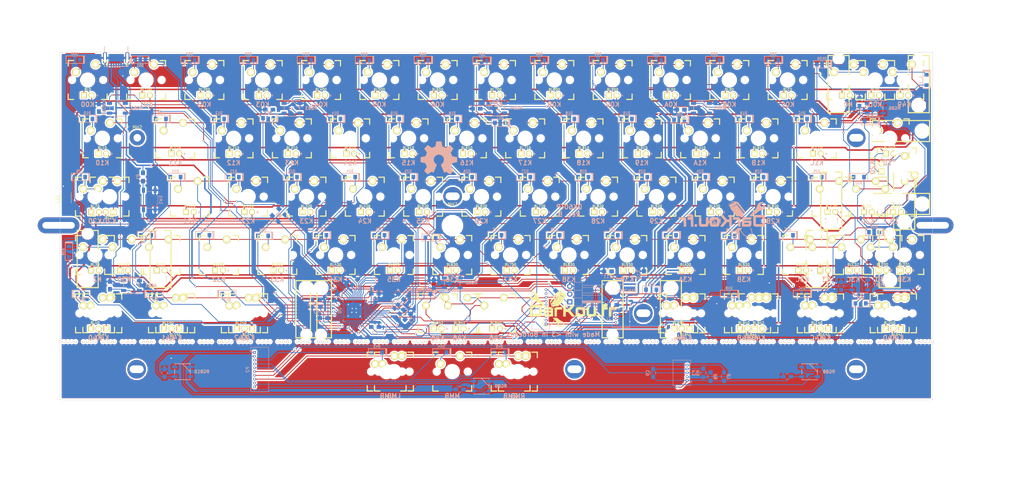
<source format=kicad_pcb>
(kicad_pcb (version 4) (host pcbnew 4.0.7+dfsg1-1)
  (title_block (title DK60TP) (date 2017-10-07) (rev B) (company DarKou))
  (layers (0 F.Cu signal) (31 B.Cu signal) (34 B.Paste user) (35 F.Paste user) (36 B.SilkS user) (37 F.SilkS user hide) (38 B.Mask user) (39 F.Mask user) (44 Edge.Cuts user))
  (net 0 "")
  (net 1 LED_CATH)
  (net 2 LED_AN)
  (net 3 XTAL1)
  (net 4 GND)
  (net 5 XTAL2)
  (net 6 VCC)
  (net 7 "Net-(C8-Pad1)")
  (net 8 "Net-(C9-Pad1)")
  (net 9 Col0)
  (net 10 "Net-(DK0-Pad1)")
  (net 11 "Net-(DK1-Pad1)")
  (net 12 "Net-(DK2-Pad1)")
  (net 13 "Net-(DK3-Pad1)")
  (net 14 "Net-(DK4-Pad1)")
  (net 15 Col6)
  (net 16 "Net-(DK6-Pad1)")
  (net 17 Col1)
  (net 18 "Net-(DK10-Pad1)")
  (net 19 "Net-(DK11-Pad1)")
  (net 20 "Net-(DK12-Pad1)")
  (net 21 "Net-(DK13-Pad1)")
  (net 22 "Net-(DK14-Pad1)")
  (net 23 Col2)
  (net 24 "Net-(DK20-Pad1)")
  (net 25 "Net-(DK21-Pad1)")
  (net 26 "Net-(DK22-Pad1)")
  (net 27 "Net-(DK23-Pad1)")
  (net 28 "Net-(DK24-Pad1)")
  (net 29 Col3)
  (net 30 "Net-(DK30-Pad1)")
  (net 31 "Net-(DK31-Pad1)")
  (net 32 "Net-(DK32-Pad1)")
  (net 33 "Net-(DK33-Pad1)")
  (net 34 /TRACKPOINT/Col3)
  (net 35 "Net-(DK34-Pad1)")
  (net 36 Col4)
  (net 37 "Net-(DK40-Pad1)")
  (net 38 "Net-(DK41-Pad1)")
  (net 39 "Net-(DK42-Pad1)")
  (net 40 "Net-(DK43-Pad1)")
  (net 41 /TRACKPOINT/Col4)
  (net 42 "Net-(DK44-Pad1)")
  (net 43 Col5)
  (net 44 "Net-(DK50-Pad1)")
  (net 45 "Net-(DK51-Pad1)")
  (net 46 "Net-(DK52-Pad1)")
  (net 47 "Net-(DK53-Pad1)")
  (net 48 /TRACKPOINT/Col5)
  (net 49 "Net-(DK54-Pad1)")
  (net 50 "Net-(DK61-Pad1)")
  (net 51 "Net-(DK62-Pad1)")
  (net 52 "Net-(DK63-Pad1)")
  (net 53 "Net-(DK64-Pad1)")
  (net 54 Col7)
  (net 55 "Net-(DK70-Pad1)")
  (net 56 "Net-(DK71-Pad1)")
  (net 57 "Net-(DK72-Pad1)")
  (net 58 "Net-(DK73-Pad1)")
  (net 59 Col8)
  (net 60 "Net-(DK80-Pad1)")
  (net 61 "Net-(DK81-Pad1)")
  (net 62 "Net-(DK82-Pad1)")
  (net 63 "Net-(DK83-Pad1)")
  (net 64 Col9)
  (net 65 "Net-(DK90-Pad1)")
  (net 66 "Net-(DK91-Pad1)")
  (net 67 "Net-(DK92-Pad1)")
  (net 68 "Net-(DK93-Pad1)")
  (net 69 "Net-(DK94-Pad1)")
  (net 70 ColA)
  (net 71 "Net-(DKA0-Pad1)")
  (net 72 "Net-(DKA1-Pad1)")
  (net 73 "Net-(DKA2-Pad1)")
  (net 74 "Net-(DKA3-Pad1)")
  (net 75 "Net-(DKA4-Pad1)")
  (net 76 ColB)
  (net 77 "Net-(DKB0-Pad1)")
  (net 78 "Net-(DKB1-Pad1)")
  (net 79 "Net-(DKB2-Pad1)")
  (net 80 "Net-(DKB3-Pad1)")
  (net 81 "Net-(DKB4-Pad1)")
  (net 82 ColC)
  (net 83 "Net-(DKC1-Pad1)")
  (net 84 "Net-(DKC2-Pad1)")
  (net 85 "Net-(DKC3-Pad1)")
  (net 86 "Net-(DKC4-Pad1)")
  (net 87 ColD)
  (net 88 "Net-(DKD0-Pad1)")
  (net 89 "Net-(DKD1-Pad1)")
  (net 90 "Net-(DKD2-Pad1)")
  (net 91 "Net-(DKD3-Pad1)")
  (net 92 "Net-(DKD4-Pad1)")
  (net 93 "Net-(J1-Pad2)")
  (net 94 "Net-(J1-Pad3)")
  (net 95 "Net-(J1-Pad4)")
  (net 96 DOUT)
  (net 97 Row0)
  (net 98 Row4)
  (net 99 Row1)
  (net 100 Row2)
  (net 101 Row3)
  (net 102 /TRACKPOINT/Row4)
  (net 103 "Net-(KC0-Pad1)")
  (net 104 "Net-(L1-Pad1)")
  (net 105 "Net-(J3-Pad2)")
  (net 106 "Net-(MH2-Pad1)")
  (net 107 "Net-(MH7-Pad1)")
  (net 108 D5)
  (net 109 D2)
  (net 110 "Net-(P1-Pad9)")
  (net 111 /TRACKPOINT/D5)
  (net 112 /TRACKPOINT/D2)
  (net 113 "Net-(P2-Pad9)")
  (net 114 /TRACKPOINT/RGB)
  (net 115 RESET)
  (net 116 "Net-(R2-Pad2)")
  (net 117 "Net-(R3-Pad1)")
  (net 118 "Net-(R4-Pad2)")
  (net 119 CAPS_LED)
  (net 120 "Net-(J3-Pad1)")
  (net 121 RGB)
  (net 122 "Net-(RGB0-Pad2)")
  (net 123 "Net-(RGB1-Pad2)")
  (net 124 "Net-(RGB2-Pad2)")
  (net 125 "Net-(RGB3-Pad2)")
  (net 126 "Net-(RGB4-Pad2)")
  (net 127 "Net-(RGB5-Pad2)")
  (net 128 "Net-(RGB6-Pad2)")
  (net 129 "Net-(RGB8-Pad2)")
  (net 130 "Net-(RGB10-Pad4)")
  (net 131 "Net-(RGB10-Pad2)")
  (net 132 BACKLIT)
  (net 133 "Net-(U0-Pad41)")
  (net 134 "Net-(U0-Pad42)")
  (module Footprint:Mx_125 (layer F.Cu) (at 75.3375 125.18125)
    (fp_text reference K40 hide)
    (fp_text value K40 (at 0 8) (layer B.SilkS) (effects (font (thickness 0.3048)) (justify mirror)))
    (pad HOLE np_thru_hole circle (at 0 0) (size 3.9878 3.9878) (drill 3.9878) (layers *.Cu))
    (pad HOLE np_thru_hole circle (at -5.08 0) (size 1.7018 1.7018) (drill 1.7018) (layers *.Cu))
    (pad HOLE np_thru_hole circle (at 5.08 0) (size 1.7018 1.7018) (drill 1.7018) (layers *.Cu))
    (pad 1 thru_hole circle (at -3.81 -2.54 330.95) (size 2.5 2.5) (drill 1.5) (layers *.Cu *.Mask F.SilkS) (net 14 "Net-(DK4-Pad1)"))
    (pad 2 thru_hole circle (at 2.54 -5.08 356.1) (size 2.5 2.5) (drill 1.5) (layers *.Cu *.Mask F.SilkS) (net 98 Row4))
  )
  (module Footprint:LED_TH_BIVAR (layer F.Cu) (at 72.95625 53.98125)
    (fp_text reference BL0 (at 0 -1.9) (layer F.SilkS) (effects (font (size 0.8 0.8))))
    (fp_text value LED hide)
    (fp_text user + (at 3.048 0) (layer B.SilkS) (effects (justify mirror)))
    (pad 1 thru_hole rect (at -1.27 0) (size 1.9 1.9) (drill 1.1176) (layers *.Cu *.Mask F.SilkS) (net 1 LED_CATH))
    (pad 2 thru_hole circle (at 1.27 0) (size 1.9 1.9) (drill 1.1176) (layers *.Cu *.Mask F.SilkS) (net 2 LED_AN))
  )
  (module Footprint:LED_TH_BIVAR (layer F.Cu) (at 77.71875 73.03125)
    (fp_text reference BL10 (at 0 -1.9) (layer F.SilkS) (effects (font (size 0.8 0.8))))
    (fp_text value LED hide)
    (fp_text user + (at 3.048 0) (layer B.SilkS) (effects (justify mirror)))
    (pad 1 thru_hole rect (at -1.27 0) (size 1.9 1.9) (drill 1.1176) (layers *.Cu *.Mask F.SilkS) (net 1 LED_CATH))
    (pad 2 thru_hole circle (at 1.27 0) (size 1.9 1.9) (drill 1.1176) (layers *.Cu *.Mask F.SilkS) (net 2 LED_AN))
  )
  (module Footprint:LED_TH_BIVAR (layer F.Cu) (at 75.3375 92.08125)
    (fp_text reference BL20 (at 0 -1.9) (layer F.SilkS) (effects (font (size 0.8 0.8))))
    (fp_text value LED hide)
    (fp_text user + (at 3.048 0) (layer B.SilkS) (effects (justify mirror)))
    (pad 1 thru_hole rect (at -1.27 0) (size 1.9 1.9) (drill 1.1176) (layers *.Cu *.Mask F.SilkS) (net 1 LED_CATH))
    (pad 2 thru_hole circle (at 1.27 0) (size 1.9 1.9) (drill 1.1176) (layers *.Cu *.Mask F.SilkS) (net 2 LED_AN))
  )
  (module Footprint:LED_TH_BIVAR (layer F.Cu) (at 80.1 92.08125 180)
    (fp_text reference BL21 (at 0 -1.9 180) (layer F.SilkS) (effects (font (size 0.8 0.8))))
    (fp_text value LED hide)
    (fp_text user + (at 3.048 0 180) (layer B.SilkS) (effects (justify mirror)))
    (pad 1 thru_hole rect (at -1.27 0 180) (size 1.9 1.9) (drill 1.1176) (layers *.Cu *.Mask F.SilkS) (net 1 LED_CATH))
    (pad 2 thru_hole circle (at 1.27 0 180) (size 1.9 1.9) (drill 1.1176) (layers *.Cu *.Mask F.SilkS) (net 2 LED_AN))
  )
  (module Footprint:LED_TH_BIVAR (layer F.Cu) (at 75.3375 111.13125)
    (fp_text reference BL30 (at 0 -1.9) (layer F.SilkS) (effects (font (size 0.8 0.8))))
    (fp_text value LED hide)
    (fp_text user + (at 3.048 0) (layer B.SilkS) (effects (justify mirror)))
    (pad 1 thru_hole rect (at -1.27 0) (size 1.9 1.9) (drill 1.1176) (layers *.Cu *.Mask F.SilkS) (net 1 LED_CATH))
    (pad 2 thru_hole circle (at 1.27 0) (size 1.9 1.9) (drill 1.1176) (layers *.Cu *.Mask F.SilkS) (net 2 LED_AN))
  )
  (module Footprint:LED_TH_BIVAR (layer F.Cu) (at 96.76875 111.13125)
    (fp_text reference BL31 (at 0 -1.9) (layer F.SilkS) (effects (font (size 0.8 0.8))))
    (fp_text value LED hide)
    (fp_text user + (at 3.048 0) (layer B.SilkS) (effects (justify mirror)))
    (pad 1 thru_hole rect (at -1.27 0) (size 1.9 1.9) (drill 1.1176) (layers *.Cu *.Mask F.SilkS) (net 1 LED_CATH))
    (pad 2 thru_hole circle (at 1.27 0) (size 1.9 1.9) (drill 1.1176) (layers *.Cu *.Mask F.SilkS) (net 2 LED_AN))
  )
  (module Footprint:LED_TH_BIVAR (layer F.Cu) (at 75.3375 130.18125)
    (fp_text reference BL40 (at 0 -1.9) (layer F.SilkS) (effects (font (size 0.8 0.8))))
    (fp_text value LED hide)
    (fp_text user + (at 3.048 0) (layer B.SilkS) (effects (justify mirror)))
    (pad 1 thru_hole rect (at -1.27 0) (size 1.9 1.9) (drill 1.1176) (layers *.Cu *.Mask F.SilkS) (net 1 LED_CATH))
    (pad 2 thru_hole circle (at 1.27 0) (size 1.9 1.9) (drill 1.1176) (layers *.Cu *.Mask F.SilkS) (net 2 LED_AN))
  )
  (module Footprint:LED_TH_BIVAR (layer F.Cu) (at 77.71875 130.18125 180)
    (fp_text reference BL41 (at 0 -1.9 180) (layer F.SilkS) (effects (font (size 0.8 0.8))))
    (fp_text value LED hide)
    (fp_text user + (at 3.048 0 180) (layer B.SilkS) (effects (justify mirror)))
    (pad 1 thru_hole rect (at -1.27 0 180) (size 1.9 1.9) (drill 1.1176) (layers *.Cu *.Mask F.SilkS) (net 1 LED_CATH))
    (pad 2 thru_hole circle (at 1.27 0 180) (size 1.9 1.9) (drill 1.1176) (layers *.Cu *.Mask F.SilkS) (net 2 LED_AN))
  )
  (module Footprint:LED_TH_BIVAR (layer F.Cu) (at 92.00625 53.98125)
    (fp_text reference BL100 (at 0 -1.9) (layer F.SilkS) (effects (font (size 0.8 0.8))))
    (fp_text value LED hide)
    (fp_text user + (at 3.048 0) (layer B.SilkS) (effects (justify mirror)))
    (pad 1 thru_hole rect (at -1.27 0) (size 1.9 1.9) (drill 1.1176) (layers *.Cu *.Mask F.SilkS) (net 1 LED_CATH))
    (pad 2 thru_hole circle (at 1.27 0) (size 1.9 1.9) (drill 1.1176) (layers *.Cu *.Mask F.SilkS) (net 2 LED_AN))
  )
  (module Footprint:LED_TH_BIVAR (layer F.Cu) (at 101.53125 73.03125)
    (fp_text reference BL110 (at 0 -1.9) (layer F.SilkS) (effects (font (size 0.8 0.8))))
    (fp_text value LED hide)
    (fp_text user + (at 3.048 0) (layer B.SilkS) (effects (justify mirror)))
    (pad 1 thru_hole rect (at -1.27 0) (size 1.9 1.9) (drill 1.1176) (layers *.Cu *.Mask F.SilkS) (net 1 LED_CATH))
    (pad 2 thru_hole circle (at 1.27 0) (size 1.9 1.9) (drill 1.1176) (layers *.Cu *.Mask F.SilkS) (net 2 LED_AN))
  )
  (module Footprint:LED_TH_BIVAR (layer F.Cu) (at 106.29375 92.08125)
    (fp_text reference BL120 (at 0 -1.9) (layer F.SilkS) (effects (font (size 0.8 0.8))))
    (fp_text value LED hide)
    (fp_text user + (at 3.048 0) (layer B.SilkS) (effects (justify mirror)))
    (pad 1 thru_hole rect (at -1.27 0) (size 1.9 1.9) (drill 1.1176) (layers *.Cu *.Mask F.SilkS) (net 1 LED_CATH))
    (pad 2 thru_hole circle (at 1.27 0) (size 1.9 1.9) (drill 1.1176) (layers *.Cu *.Mask F.SilkS) (net 2 LED_AN))
  )
  (module Footprint:LED_TH_BIVAR (layer F.Cu) (at 84.8625 111.13125)
    (fp_text reference BL130 (at 0 -1.9) (layer F.SilkS) (effects (font (size 0.8 0.8))))
    (fp_text value LED hide)
    (fp_text user + (at 3.048 0) (layer B.SilkS) (effects (justify mirror)))
    (pad 1 thru_hole rect (at -1.27 0) (size 1.9 1.9) (drill 1.1176) (layers *.Cu *.Mask F.SilkS) (net 1 LED_CATH))
    (pad 2 thru_hole circle (at 1.27 0) (size 1.9 1.9) (drill 1.1176) (layers *.Cu *.Mask F.SilkS) (net 2 LED_AN))
  )
  (module Footprint:LED_TH_BIVAR (layer F.Cu) (at 99.15 130.18125)
    (fp_text reference BL140 (at 0 -1.9) (layer F.SilkS) (effects (font (size 0.8 0.8))))
    (fp_text value LED hide)
    (fp_text user + (at 3.048 0) (layer B.SilkS) (effects (justify mirror)))
    (pad 1 thru_hole rect (at -1.27 0) (size 1.9 1.9) (drill 1.1176) (layers *.Cu *.Mask F.SilkS) (net 1 LED_CATH))
    (pad 2 thru_hole circle (at 1.27 0) (size 1.9 1.9) (drill 1.1176) (layers *.Cu *.Mask F.SilkS) (net 2 LED_AN))
  )
  (module Footprint:LED_TH_BIVAR (layer F.Cu) (at 101.53125 130.18125 180)
    (fp_text reference BL141 (at 0 -1.9 180) (layer F.SilkS) (effects (font (size 0.8 0.8))))
    (fp_text value LED hide)
    (fp_text user + (at 3.048 0 180) (layer B.SilkS) (effects (justify mirror)))
    (pad 1 thru_hole rect (at -1.27 0 180) (size 1.9 1.9) (drill 1.1176) (layers *.Cu *.Mask F.SilkS) (net 1 LED_CATH))
    (pad 2 thru_hole circle (at 1.27 0 180) (size 1.9 1.9) (drill 1.1176) (layers *.Cu *.Mask F.SilkS) (net 2 LED_AN))
  )
  (module Footprint:LED_TH_BIVAR (layer F.Cu) (at 111.05625 53.98125)
    (fp_text reference BL200 (at 0 -1.9) (layer F.SilkS) (effects (font (size 0.8 0.8))))
    (fp_text value LED hide)
    (fp_text user + (at 3.048 0) (layer B.SilkS) (effects (justify mirror)))
    (pad 1 thru_hole rect (at -1.27 0) (size 1.9 1.9) (drill 1.1176) (layers *.Cu *.Mask F.SilkS) (net 1 LED_CATH))
    (pad 2 thru_hole circle (at 1.27 0) (size 1.9 1.9) (drill 1.1176) (layers *.Cu *.Mask F.SilkS) (net 2 LED_AN))
  )
  (module Footprint:LED_TH_BIVAR (layer F.Cu) (at 120.58125 73.03125)
    (fp_text reference BL210 (at 0 -1.9) (layer F.SilkS) (effects (font (size 0.8 0.8))))
    (fp_text value LED hide)
    (fp_text user + (at 3.048 0) (layer B.SilkS) (effects (justify mirror)))
    (pad 1 thru_hole rect (at -1.27 0) (size 1.9 1.9) (drill 1.1176) (layers *.Cu *.Mask F.SilkS) (net 1 LED_CATH))
    (pad 2 thru_hole circle (at 1.27 0) (size 1.9 1.9) (drill 1.1176) (layers *.Cu *.Mask F.SilkS) (net 2 LED_AN))
  )
  (module Footprint:LED_TH_BIVAR (layer F.Cu) (at 125.34375 92.08125)
    (fp_text reference BL220 (at 0 -1.9) (layer F.SilkS) (effects (font (size 0.8 0.8))))
    (fp_text value LED hide)
    (fp_text user + (at 3.048 0) (layer B.SilkS) (effects (justify mirror)))
    (pad 1 thru_hole rect (at -1.27 0) (size 1.9 1.9) (drill 1.1176) (layers *.Cu *.Mask F.SilkS) (net 1 LED_CATH))
    (pad 2 thru_hole circle (at 1.27 0) (size 1.9 1.9) (drill 1.1176) (layers *.Cu *.Mask F.SilkS) (net 2 LED_AN))
  )
  (module Footprint:LED_TH_BIVAR (layer F.Cu) (at 115.81875 111.13125)
    (fp_text reference BL230 (at 0 -1.9) (layer F.SilkS) (effects (font (size 0.8 0.8))))
    (fp_text value LED hide)
    (fp_text user + (at 3.048 0) (layer B.SilkS) (effects (justify mirror)))
    (pad 1 thru_hole rect (at -1.27 0) (size 1.9 1.9) (drill 1.1176) (layers *.Cu *.Mask F.SilkS) (net 1 LED_CATH))
    (pad 2 thru_hole circle (at 1.27 0) (size 1.9 1.9) (drill 1.1176) (layers *.Cu *.Mask F.SilkS) (net 2 LED_AN))
  )
  (module Footprint:LED_TH_BIVAR (layer F.Cu) (at 122.9625 130.18125)
    (fp_text reference BL240 (at 0 -1.9) (layer F.SilkS) (effects (font (size 0.8 0.8))))
    (fp_text value LED hide)
    (fp_text user + (at 3.048 0) (layer B.SilkS) (effects (justify mirror)))
    (pad 1 thru_hole rect (at -1.27 0) (size 1.9 1.9) (drill 1.1176) (layers *.Cu *.Mask F.SilkS) (net 1 LED_CATH))
    (pad 2 thru_hole circle (at 1.27 0) (size 1.9 1.9) (drill 1.1176) (layers *.Cu *.Mask F.SilkS) (net 2 LED_AN))
  )
  (module Footprint:LED_TH_BIVAR (layer F.Cu) (at 125.34375 130.18125 180)
    (fp_text reference BL241 (at 0 -1.9 180) (layer F.SilkS) (effects (font (size 0.8 0.8))))
    (fp_text value LED hide)
    (fp_text user + (at 3.048 0 180) (layer B.SilkS) (effects (justify mirror)))
    (pad 1 thru_hole rect (at -1.27 0 180) (size 1.9 1.9) (drill 1.1176) (layers *.Cu *.Mask F.SilkS) (net 1 LED_CATH))
    (pad 2 thru_hole circle (at 1.27 0 180) (size 1.9 1.9) (drill 1.1176) (layers *.Cu *.Mask F.SilkS) (net 2 LED_AN))
  )
  (module Footprint:LED_TH_BIVAR (layer F.Cu) (at 130.10625 53.98125)
    (fp_text reference BL300 (at 0 -1.9) (layer F.SilkS) (effects (font (size 0.8 0.8))))
    (fp_text value LED hide)
    (fp_text user + (at 3.048 0) (layer B.SilkS) (effects (justify mirror)))
    (pad 1 thru_hole rect (at -1.27 0) (size 1.9 1.9) (drill 1.1176) (layers *.Cu *.Mask F.SilkS) (net 1 LED_CATH))
    (pad 2 thru_hole circle (at 1.27 0) (size 1.9 1.9) (drill 1.1176) (layers *.Cu *.Mask F.SilkS) (net 2 LED_AN))
  )
  (module Footprint:LED_TH_BIVAR (layer F.Cu) (at 139.63125 73.03125)
    (fp_text reference BL310 (at 0 -1.9) (layer F.SilkS) (effects (font (size 0.8 0.8))))
    (fp_text value LED hide)
    (fp_text user + (at 3.048 0) (layer B.SilkS) (effects (justify mirror)))
    (pad 1 thru_hole rect (at -1.27 0) (size 1.9 1.9) (drill 1.1176) (layers *.Cu *.Mask F.SilkS) (net 1 LED_CATH))
    (pad 2 thru_hole circle (at 1.27 0) (size 1.9 1.9) (drill 1.1176) (layers *.Cu *.Mask F.SilkS) (net 2 LED_AN))
  )
  (module Footprint:LED_TH_BIVAR (layer F.Cu) (at 144.39375 92.08125)
    (fp_text reference BL320 (at 0 -1.9) (layer F.SilkS) (effects (font (size 0.8 0.8))))
    (fp_text value LED hide)
    (fp_text user + (at 3.048 0) (layer B.SilkS) (effects (justify mirror)))
    (pad 1 thru_hole rect (at -1.27 0) (size 1.9 1.9) (drill 1.1176) (layers *.Cu *.Mask F.SilkS) (net 1 LED_CATH))
    (pad 2 thru_hole circle (at 1.27 0) (size 1.9 1.9) (drill 1.1176) (layers *.Cu *.Mask F.SilkS) (net 2 LED_AN))
  )
  (module Footprint:LED_TH_BIVAR (layer F.Cu) (at 134.86875 111.13125)
    (fp_text reference BL330 (at 0 -1.9) (layer F.SilkS) (effects (font (size 0.8 0.8))))
    (fp_text value LED hide)
    (fp_text user + (at 3.048 0) (layer B.SilkS) (effects (justify mirror)))
    (pad 1 thru_hole rect (at -1.27 0) (size 1.9 1.9) (drill 1.1176) (layers *.Cu *.Mask F.SilkS) (net 1 LED_CATH))
    (pad 2 thru_hole circle (at 1.27 0) (size 1.9 1.9) (drill 1.1176) (layers *.Cu *.Mask F.SilkS) (net 2 LED_AN))
  )
  (module Footprint:LED_TH_BIVAR (layer F.Cu) (at 149.15625 53.98125)
    (fp_text reference BL400 (at 0 -1.9) (layer F.SilkS) (effects (font (size 0.8 0.8))))
    (fp_text value LED hide)
    (fp_text user + (at 3.048 0) (layer B.SilkS) (effects (justify mirror)))
    (pad 1 thru_hole rect (at -1.27 0) (size 1.9 1.9) (drill 1.1176) (layers *.Cu *.Mask F.SilkS) (net 1 LED_CATH))
    (pad 2 thru_hole circle (at 1.27 0) (size 1.9 1.9) (drill 1.1176) (layers *.Cu *.Mask F.SilkS) (net 2 LED_AN))
  )
  (module Footprint:LED_TH_BIVAR (layer F.Cu) (at 158.68125 73.03125)
    (fp_text reference BL410 (at 0 -1.9) (layer F.SilkS) (effects (font (size 0.8 0.8))))
    (fp_text value LED hide)
    (fp_text user + (at 3.048 0) (layer B.SilkS) (effects (justify mirror)))
    (pad 1 thru_hole rect (at -1.27 0) (size 1.9 1.9) (drill 1.1176) (layers *.Cu *.Mask F.SilkS) (net 1 LED_CATH))
    (pad 2 thru_hole circle (at 1.27 0) (size 1.9 1.9) (drill 1.1176) (layers *.Cu *.Mask F.SilkS) (net 2 LED_AN))
  )
  (module Footprint:LED_TH_BIVAR (layer F.Cu) (at 163.44375 92.08125)
    (fp_text reference BL420 (at 0 -1.9) (layer F.SilkS) (effects (font (size 0.8 0.8))))
    (fp_text value LED hide)
    (fp_text user + (at 3.048 0) (layer B.SilkS) (effects (justify mirror)))
    (pad 1 thru_hole rect (at -1.27 0) (size 1.9 1.9) (drill 1.1176) (layers *.Cu *.Mask F.SilkS) (net 1 LED_CATH))
    (pad 2 thru_hole circle (at 1.27 0) (size 1.9 1.9) (drill 1.1176) (layers *.Cu *.Mask F.SilkS) (net 2 LED_AN))
  )
  (module Footprint:LED_TH_BIVAR (layer F.Cu) (at 153.91875 111.13125)
    (fp_text reference BL430 (at 0 -1.9) (layer F.SilkS) (effects (font (size 0.8 0.8))))
    (fp_text value LED hide)
    (fp_text user + (at 3.048 0) (layer B.SilkS) (effects (justify mirror)))
    (pad 1 thru_hole rect (at -1.27 0) (size 1.9 1.9) (drill 1.1176) (layers *.Cu *.Mask F.SilkS) (net 1 LED_CATH))
    (pad 2 thru_hole circle (at 1.27 0) (size 1.9 1.9) (drill 1.1176) (layers *.Cu *.Mask F.SilkS) (net 2 LED_AN))
  )
  (module Footprint:LED_TH_BIVAR (layer F.Cu) (at 168.20625 53.98125)
    (fp_text reference BL500 (at 0 -1.9) (layer F.SilkS) (effects (font (size 0.8 0.8))))
    (fp_text value LED hide)
    (fp_text user + (at 3.048 0) (layer B.SilkS) (effects (justify mirror)))
    (pad 1 thru_hole rect (at -1.27 0) (size 1.9 1.9) (drill 1.1176) (layers *.Cu *.Mask F.SilkS) (net 1 LED_CATH))
    (pad 2 thru_hole circle (at 1.27 0) (size 1.9 1.9) (drill 1.1176) (layers *.Cu *.Mask F.SilkS) (net 2 LED_AN))
  )
  (module Footprint:LED_TH_BIVAR (layer F.Cu) (at 177.73125 73.03125)
    (fp_text reference BL510 (at 0 -1.9) (layer F.SilkS) (effects (font (size 0.8 0.8))))
    (fp_text value LED hide)
    (fp_text user + (at 3.048 0) (layer B.SilkS) (effects (justify mirror)))
    (pad 1 thru_hole rect (at -1.27 0) (size 1.9 1.9) (drill 1.1176) (layers *.Cu *.Mask F.SilkS) (net 1 LED_CATH))
    (pad 2 thru_hole circle (at 1.27 0) (size 1.9 1.9) (drill 1.1176) (layers *.Cu *.Mask F.SilkS) (net 2 LED_AN))
  )
  (module Footprint:LED_TH_BIVAR (layer F.Cu) (at 182.49375 92.08125)
    (fp_text reference BL520 (at 0 -1.9) (layer F.SilkS) (effects (font (size 0.8 0.8))))
    (fp_text value LED hide)
    (fp_text user + (at 3.048 0) (layer B.SilkS) (effects (justify mirror)))
    (pad 1 thru_hole rect (at -1.27 0) (size 1.9 1.9) (drill 1.1176) (layers *.Cu *.Mask F.SilkS) (net 1 LED_CATH))
    (pad 2 thru_hole circle (at 1.27 0) (size 1.9 1.9) (drill 1.1176) (layers *.Cu *.Mask F.SilkS) (net 2 LED_AN))
  )
  (module Footprint:LED_TH_BIVAR (layer F.Cu) (at 172.96875 111.13125)
    (fp_text reference BL530 (at 0 -1.9) (layer F.SilkS) (effects (font (size 0.8 0.8))))
    (fp_text value LED hide)
    (fp_text user + (at 3.048 0) (layer B.SilkS) (effects (justify mirror)))
    (pad 1 thru_hole rect (at -1.27 0) (size 1.9 1.9) (drill 1.1176) (layers *.Cu *.Mask F.SilkS) (net 1 LED_CATH))
    (pad 2 thru_hole circle (at 1.27 0) (size 1.9 1.9) (drill 1.1176) (layers *.Cu *.Mask F.SilkS) (net 2 LED_AN))
  )
  (module Footprint:LED_TH_BIVAR (layer F.Cu) (at 187.25625 53.98125)
    (fp_text reference BL600 (at 0 -1.9) (layer F.SilkS) (effects (font (size 0.8 0.8))))
    (fp_text value LED hide)
    (fp_text user + (at 3.048 0) (layer B.SilkS) (effects (justify mirror)))
    (pad 1 thru_hole rect (at -1.27 0) (size 1.9 1.9) (drill 1.1176) (layers *.Cu *.Mask F.SilkS) (net 1 LED_CATH))
    (pad 2 thru_hole circle (at 1.27 0) (size 1.9 1.9) (drill 1.1176) (layers *.Cu *.Mask F.SilkS) (net 2 LED_AN))
  )
  (module Footprint:LED_TH_BIVAR (layer F.Cu) (at 196.78125 73.03125)
    (fp_text reference BL610 (at 0 -1.9) (layer F.SilkS) (effects (font (size 0.8 0.8))))
    (fp_text value LED hide)
    (fp_text user + (at 3.048 0) (layer B.SilkS) (effects (justify mirror)))
    (pad 1 thru_hole rect (at -1.27 0) (size 1.9 1.9) (drill 1.1176) (layers *.Cu *.Mask F.SilkS) (net 1 LED_CATH))
    (pad 2 thru_hole circle (at 1.27 0) (size 1.9 1.9) (drill 1.1176) (layers *.Cu *.Mask F.SilkS) (net 2 LED_AN))
  )
  (module Footprint:LED_TH_BIVAR (layer F.Cu) (at 201.54375 92.08125)
    (fp_text reference BL620 (at 0 -1.9) (layer F.SilkS) (effects (font (size 0.8 0.8))))
    (fp_text value LED hide)
    (fp_text user + (at 3.048 0) (layer B.SilkS) (effects (justify mirror)))
    (pad 1 thru_hole rect (at -1.27 0) (size 1.9 1.9) (drill 1.1176) (layers *.Cu *.Mask F.SilkS) (net 1 LED_CATH))
    (pad 2 thru_hole circle (at 1.27 0) (size 1.9 1.9) (drill 1.1176) (layers *.Cu *.Mask F.SilkS) (net 2 LED_AN))
  )
  (module Footprint:LED_TH_BIVAR (layer F.Cu) (at 192.01875 111.13125)
    (fp_text reference BL630 (at 0 -1.9) (layer F.SilkS) (effects (font (size 0.8 0.8))))
    (fp_text value LED hide)
    (fp_text user + (at 3.048 0) (layer B.SilkS) (effects (justify mirror)))
    (pad 1 thru_hole rect (at -1.27 0) (size 1.9 1.9) (drill 1.1176) (layers *.Cu *.Mask F.SilkS) (net 1 LED_CATH))
    (pad 2 thru_hole circle (at 1.27 0) (size 1.9 1.9) (drill 1.1176) (layers *.Cu *.Mask F.SilkS) (net 2 LED_AN))
  )
  (module Footprint:LED_TH_BIVAR (layer F.Cu) (at 206.30625 130.18125)
    (fp_text reference BL640 (at 0 -1.9) (layer F.SilkS) (effects (font (size 0.8 0.8))))
    (fp_text value LED hide)
    (fp_text user + (at 3.048 0) (layer B.SilkS) (effects (justify mirror)))
    (pad 1 thru_hole rect (at -1.27 0) (size 1.9 1.9) (drill 1.1176) (layers *.Cu *.Mask F.SilkS) (net 1 LED_CATH))
    (pad 2 thru_hole circle (at 1.27 0) (size 1.9 1.9) (drill 1.1176) (layers *.Cu *.Mask F.SilkS) (net 2 LED_AN))
  )
  (module Footprint:LED_TH_BIVAR (layer F.Cu) (at 194.4 130.18125)
    (fp_text reference BL641 (at 0 -1.9) (layer F.SilkS) (effects (font (size 0.8 0.8))))
    (fp_text value LED hide)
    (fp_text user + (at 3.048 0) (layer B.SilkS) (effects (justify mirror)))
    (pad 1 thru_hole rect (at -1.27 0) (size 1.9 1.9) (drill 1.1176) (layers *.Cu *.Mask F.SilkS) (net 1 LED_CATH))
    (pad 2 thru_hole circle (at 1.27 0) (size 1.9 1.9) (drill 1.1176) (layers *.Cu *.Mask F.SilkS) (net 2 LED_AN))
  )
  (module Footprint:LED_TH_BIVAR (layer F.Cu) (at 187.25625 130.18125)
    (fp_text reference BL642 (at 0 -1.9) (layer F.SilkS) (effects (font (size 0.8 0.8))))
    (fp_text value LED hide)
    (fp_text user + (at 3.048 0) (layer B.SilkS) (effects (justify mirror)))
    (pad 1 thru_hole rect (at -1.27 0) (size 1.9 1.9) (drill 1.1176) (layers *.Cu *.Mask F.SilkS) (net 1 LED_CATH))
    (pad 2 thru_hole circle (at 1.27 0) (size 1.9 1.9) (drill 1.1176) (layers *.Cu *.Mask F.SilkS) (net 2 LED_AN))
  )
  (module Footprint:LED_TH_BIVAR (layer F.Cu) (at 206.30625 53.98125)
    (fp_text reference BL700 (at 0 -1.9) (layer F.SilkS) (effects (font (size 0.8 0.8))))
    (fp_text value LED hide)
    (fp_text user + (at 3.048 0) (layer B.SilkS) (effects (justify mirror)))
    (pad 1 thru_hole rect (at -1.27 0) (size 1.9 1.9) (drill 1.1176) (layers *.Cu *.Mask F.SilkS) (net 1 LED_CATH))
    (pad 2 thru_hole circle (at 1.27 0) (size 1.9 1.9) (drill 1.1176) (layers *.Cu *.Mask F.SilkS) (net 2 LED_AN))
  )
  (module Footprint:LED_TH_BIVAR (layer F.Cu) (at 215.83125 73.03125)
    (fp_text reference BL710 (at 0 -1.9) (layer F.SilkS) (effects (font (size 0.8 0.8))))
    (fp_text value LED hide)
    (fp_text user + (at 3.048 0) (layer B.SilkS) (effects (justify mirror)))
    (pad 1 thru_hole rect (at -1.27 0) (size 1.9 1.9) (drill 1.1176) (layers *.Cu *.Mask F.SilkS) (net 1 LED_CATH))
    (pad 2 thru_hole circle (at 1.27 0) (size 1.9 1.9) (drill 1.1176) (layers *.Cu *.Mask F.SilkS) (net 2 LED_AN))
  )
  (module Footprint:LED_TH_BIVAR (layer F.Cu) (at 220.59375 92.08125)
    (fp_text reference BL720 (at 0 -1.9) (layer F.SilkS) (effects (font (size 0.8 0.8))))
    (fp_text value LED hide)
    (fp_text user + (at 3.048 0) (layer B.SilkS) (effects (justify mirror)))
    (pad 1 thru_hole rect (at -1.27 0) (size 1.9 1.9) (drill 1.1176) (layers *.Cu *.Mask F.SilkS) (net 1 LED_CATH))
    (pad 2 thru_hole circle (at 1.27 0) (size 1.9 1.9) (drill 1.1176) (layers *.Cu *.Mask F.SilkS) (net 2 LED_AN))
  )
  (module Footprint:LED_TH_BIVAR (layer F.Cu) (at 211.06875 111.13125)
    (fp_text reference BL750 (at 0 -1.9) (layer F.SilkS) (effects (font (size 0.8 0.8))))
    (fp_text value LED hide)
    (fp_text user + (at 3.048 0) (layer B.SilkS) (effects (justify mirror)))
    (pad 1 thru_hole rect (at -1.27 0) (size 1.9 1.9) (drill 1.1176) (layers *.Cu *.Mask F.SilkS) (net 1 LED_CATH))
    (pad 2 thru_hole circle (at 1.27 0) (size 1.9 1.9) (drill 1.1176) (layers *.Cu *.Mask F.SilkS) (net 2 LED_AN))
  )
  (module Footprint:LED_TH_BIVAR (layer F.Cu) (at 225.35625 53.98125)
    (fp_text reference BL800 (at 0 -1.9) (layer F.SilkS) (effects (font (size 0.8 0.8))))
    (fp_text value LED hide)
    (fp_text user + (at 3.048 0) (layer B.SilkS) (effects (justify mirror)))
    (pad 1 thru_hole rect (at -1.27 0) (size 1.9 1.9) (drill 1.1176) (layers *.Cu *.Mask F.SilkS) (net 1 LED_CATH))
    (pad 2 thru_hole circle (at 1.27 0) (size 1.9 1.9) (drill 1.1176) (layers *.Cu *.Mask F.SilkS) (net 2 LED_AN))
  )
  (module Footprint:LED_TH_BIVAR (layer F.Cu) (at 234.88125 73.03125)
    (fp_text reference BL810 (at 0 -1.9) (layer F.SilkS) (effects (font (size 0.8 0.8))))
    (fp_text value LED hide)
    (fp_text user + (at 3.048 0) (layer B.SilkS) (effects (justify mirror)))
    (pad 1 thru_hole rect (at -1.27 0) (size 1.9 1.9) (drill 1.1176) (layers *.Cu *.Mask F.SilkS) (net 1 LED_CATH))
    (pad 2 thru_hole circle (at 1.27 0) (size 1.9 1.9) (drill 1.1176) (layers *.Cu *.Mask F.SilkS) (net 2 LED_AN))
  )
  (module Footprint:LED_TH_BIVAR (layer F.Cu) (at 239.64375 92.08125)
    (fp_text reference BL820 (at 0 -1.9) (layer F.SilkS) (effects (font (size 0.8 0.8))))
    (fp_text value LED hide)
    (fp_text user + (at 3.048 0) (layer B.SilkS) (effects (justify mirror)))
    (pad 1 thru_hole rect (at -1.27 0) (size 1.9 1.9) (drill 1.1176) (layers *.Cu *.Mask F.SilkS) (net 1 LED_CATH))
    (pad 2 thru_hole circle (at 1.27 0) (size 1.9 1.9) (drill 1.1176) (layers *.Cu *.Mask F.SilkS) (net 2 LED_AN))
  )
  (module Footprint:LED_TH_BIVAR (layer F.Cu) (at 230.11875 111.13125)
    (fp_text reference BL830 (at 0 -1.9) (layer F.SilkS) (effects (font (size 0.8 0.8))))
    (fp_text value LED hide)
    (fp_text user + (at 3.048 0) (layer B.SilkS) (effects (justify mirror)))
    (pad 1 thru_hole rect (at -1.27 0) (size 1.9 1.9) (drill 1.1176) (layers *.Cu *.Mask F.SilkS) (net 1 LED_CATH))
    (pad 2 thru_hole circle (at 1.27 0) (size 1.9 1.9) (drill 1.1176) (layers *.Cu *.Mask F.SilkS) (net 2 LED_AN))
  )
  (module Footprint:LED_TH_BIVAR (layer F.Cu) (at 244.40625 53.98125)
    (fp_text reference BL900 (at 0 -1.9) (layer F.SilkS) (effects (font (size 0.8 0.8))))
    (fp_text value LED hide)
    (fp_text user + (at 3.048 0) (layer B.SilkS) (effects (justify mirror)))
    (pad 1 thru_hole rect (at -1.27 0) (size 1.9 1.9) (drill 1.1176) (layers *.Cu *.Mask F.SilkS) (net 1 LED_CATH))
    (pad 2 thru_hole circle (at 1.27 0) (size 1.9 1.9) (drill 1.1176) (layers *.Cu *.Mask F.SilkS) (net 2 LED_AN))
  )
  (module Footprint:LED_TH_BIVAR (layer F.Cu) (at 253.93125 73.03125)
    (fp_text reference BL910 (at 0 -1.9) (layer F.SilkS) (effects (font (size 0.8 0.8))))
    (fp_text value LED hide)
    (fp_text user + (at 3.048 0) (layer B.SilkS) (effects (justify mirror)))
    (pad 1 thru_hole rect (at -1.27 0) (size 1.9 1.9) (drill 1.1176) (layers *.Cu *.Mask F.SilkS) (net 1 LED_CATH))
    (pad 2 thru_hole circle (at 1.27 0) (size 1.9 1.9) (drill 1.1176) (layers *.Cu *.Mask F.SilkS) (net 2 LED_AN))
  )
  (module Footprint:LED_TH_BIVAR (layer F.Cu) (at 258.69375 92.08125)
    (fp_text reference BL920 (at 0 -1.9) (layer F.SilkS) (effects (font (size 0.8 0.8))))
    (fp_text value LED hide)
    (fp_text user + (at 3.048 0) (layer B.SilkS) (effects (justify mirror)))
    (pad 1 thru_hole rect (at -1.27 0) (size 1.9 1.9) (drill 1.1176) (layers *.Cu *.Mask F.SilkS) (net 1 LED_CATH))
    (pad 2 thru_hole circle (at 1.27 0) (size 1.9 1.9) (drill 1.1176) (layers *.Cu *.Mask F.SilkS) (net 2 LED_AN))
  )
  (module Footprint:LED_TH_BIVAR (layer F.Cu) (at 249.16875 111.13125)
    (fp_text reference BL930 (at 0 -1.9) (layer F.SilkS) (effects (font (size 0.8 0.8))))
    (fp_text value LED hide)
    (fp_text user + (at 3.048 0) (layer B.SilkS) (effects (justify mirror)))
    (pad 1 thru_hole rect (at -1.27 0) (size 1.9 1.9) (drill 1.1176) (layers *.Cu *.Mask F.SilkS) (net 1 LED_CATH))
    (pad 2 thru_hole circle (at 1.27 0) (size 1.9 1.9) (drill 1.1176) (layers *.Cu *.Mask F.SilkS) (net 2 LED_AN))
  )
  (module Footprint:LED_TH_BIVAR (layer F.Cu) (at 339.65625 53.98125)
    (fp_text reference BL940 (at 0 -1.9) (layer F.SilkS) (effects (font (size 0.8 0.8))))
    (fp_text value LED hide)
    (fp_text user + (at 3.048 0) (layer B.SilkS) (effects (justify mirror)))
    (pad 1 thru_hole rect (at -1.27 0) (size 1.9 1.9) (drill 1.1176) (layers *.Cu *.Mask F.SilkS) (net 1 LED_CATH))
    (pad 2 thru_hole circle (at 1.27 0) (size 1.9 1.9) (drill 1.1176) (layers *.Cu *.Mask F.SilkS) (net 2 LED_AN))
  )
  (module Footprint:LED_TH_BIVAR (layer F.Cu) (at 263.45625 53.98125)
    (fp_text reference BLA0 (at 0 -1.9) (layer F.SilkS) (effects (font (size 0.8 0.8))))
    (fp_text value LED hide)
    (fp_text user + (at 3.048 0) (layer B.SilkS) (effects (justify mirror)))
    (pad 1 thru_hole rect (at -1.27 0) (size 1.9 1.9) (drill 1.1176) (layers *.Cu *.Mask F.SilkS) (net 1 LED_CATH))
    (pad 2 thru_hole circle (at 1.27 0) (size 1.9 1.9) (drill 1.1176) (layers *.Cu *.Mask F.SilkS) (net 2 LED_AN))
  )
  (module Footprint:LED_TH_BIVAR (layer F.Cu) (at 272.98125 73.03125)
    (fp_text reference BLA10 (at 0 -1.9) (layer F.SilkS) (effects (font (size 0.8 0.8))))
    (fp_text value LED hide)
    (fp_text user + (at 3.048 0) (layer B.SilkS) (effects (justify mirror)))
    (pad 1 thru_hole rect (at -1.27 0) (size 1.9 1.9) (drill 1.1176) (layers *.Cu *.Mask F.SilkS) (net 1 LED_CATH))
    (pad 2 thru_hole circle (at 1.27 0) (size 1.9 1.9) (drill 1.1176) (layers *.Cu *.Mask F.SilkS) (net 2 LED_AN))
  )
  (module Footprint:LED_TH_BIVAR (layer F.Cu) (at 277.74375 92.08125)
    (fp_text reference BLA20 (at 0 -1.9) (layer F.SilkS) (effects (font (size 0.8 0.8))))
    (fp_text value LED hide)
    (fp_text user + (at 3.048 0) (layer B.SilkS) (effects (justify mirror)))
    (pad 1 thru_hole rect (at -1.27 0) (size 1.9 1.9) (drill 1.1176) (layers *.Cu *.Mask F.SilkS) (net 1 LED_CATH))
    (pad 2 thru_hole circle (at 1.27 0) (size 1.9 1.9) (drill 1.1176) (layers *.Cu *.Mask F.SilkS) (net 2 LED_AN))
  )
  (module Footprint:LED_TH_BIVAR (layer F.Cu) (at 268.21875 111.13125)
    (fp_text reference BLA30 (at 0 -1.9) (layer F.SilkS) (effects (font (size 0.8 0.8))))
    (fp_text value LED hide)
    (fp_text user + (at 3.048 0) (layer B.SilkS) (effects (justify mirror)))
    (pad 1 thru_hole rect (at -1.27 0) (size 1.9 1.9) (drill 1.1176) (layers *.Cu *.Mask F.SilkS) (net 1 LED_CATH))
    (pad 2 thru_hole circle (at 1.27 0) (size 1.9 1.9) (drill 1.1176) (layers *.Cu *.Mask F.SilkS) (net 2 LED_AN))
  )
  (module Footprint:LED_TH_BIVAR (layer F.Cu) (at 265.8375 130.18125)
    (fp_text reference BLA40 (at 0 -1.9) (layer F.SilkS) (effects (font (size 0.8 0.8))))
    (fp_text value LED hide)
    (fp_text user + (at 3.048 0) (layer B.SilkS) (effects (justify mirror)))
    (pad 1 thru_hole rect (at -1.27 0) (size 1.9 1.9) (drill 1.1176) (layers *.Cu *.Mask F.SilkS) (net 1 LED_CATH))
    (pad 2 thru_hole circle (at 1.27 0) (size 1.9 1.9) (drill 1.1176) (layers *.Cu *.Mask F.SilkS) (net 2 LED_AN))
  )
  (module Footprint:LED_TH_BIVAR (layer F.Cu) (at 268.21875 130.18125 180)
    (fp_text reference BLA41 (at 0 -1.9 180) (layer F.SilkS) (effects (font (size 0.8 0.8))))
    (fp_text value LED hide)
    (fp_text user + (at 3.048 0 180) (layer B.SilkS) (effects (justify mirror)))
    (pad 1 thru_hole rect (at -1.27 0 180) (size 1.9 1.9) (drill 1.1176) (layers *.Cu *.Mask F.SilkS) (net 1 LED_CATH))
    (pad 2 thru_hole circle (at 1.27 0 180) (size 1.9 1.9) (drill 1.1176) (layers *.Cu *.Mask F.SilkS) (net 2 LED_AN))
  )
  (module Footprint:LED_TH_BIVAR (layer F.Cu) (at 282.50625 53.98125)
    (fp_text reference BLB0 (at 0 -1.9) (layer F.SilkS) (effects (font (size 0.8 0.8))))
    (fp_text value LED hide)
    (fp_text user + (at 3.048 0) (layer B.SilkS) (effects (justify mirror)))
    (pad 1 thru_hole rect (at -1.27 0) (size 1.9 1.9) (drill 1.1176) (layers *.Cu *.Mask F.SilkS) (net 1 LED_CATH))
    (pad 2 thru_hole circle (at 1.27 0) (size 1.9 1.9) (drill 1.1176) (layers *.Cu *.Mask F.SilkS) (net 2 LED_AN))
  )
  (module Footprint:LED_TH_BIVAR (layer F.Cu) (at 292.03125 73.03125)
    (fp_text reference BLB10 (at 0 -1.9) (layer F.SilkS) (effects (font (size 0.8 0.8))))
    (fp_text value LED hide)
    (fp_text user + (at 3.048 0) (layer B.SilkS) (effects (justify mirror)))
    (pad 1 thru_hole rect (at -1.27 0) (size 1.9 1.9) (drill 1.1176) (layers *.Cu *.Mask F.SilkS) (net 1 LED_CATH))
    (pad 2 thru_hole circle (at 1.27 0) (size 1.9 1.9) (drill 1.1176) (layers *.Cu *.Mask F.SilkS) (net 2 LED_AN))
  )
  (module Footprint:LED_TH_BIVAR (layer F.Cu) (at 296.79375 92.08125)
    (fp_text reference BLB20 (at 0 -1.9) (layer F.SilkS) (effects (font (size 0.8 0.8))))
    (fp_text value LED hide)
    (fp_text user + (at 3.048 0) (layer B.SilkS) (effects (justify mirror)))
    (pad 1 thru_hole rect (at -1.27 0) (size 1.9 1.9) (drill 1.1176) (layers *.Cu *.Mask F.SilkS) (net 1 LED_CATH))
    (pad 2 thru_hole circle (at 1.27 0) (size 1.9 1.9) (drill 1.1176) (layers *.Cu *.Mask F.SilkS) (net 2 LED_AN))
  )
  (module Footprint:LED_TH_BIVAR (layer F.Cu) (at 287.26875 111.13125)
    (fp_text reference BLB30 (at 0 -1.9) (layer F.SilkS) (effects (font (size 0.8 0.8))))
    (fp_text value LED hide)
    (fp_text user + (at 3.048 0) (layer B.SilkS) (effects (justify mirror)))
    (pad 1 thru_hole rect (at -1.27 0) (size 1.9 1.9) (drill 1.1176) (layers *.Cu *.Mask F.SilkS) (net 1 LED_CATH))
    (pad 2 thru_hole circle (at 1.27 0) (size 1.9 1.9) (drill 1.1176) (layers *.Cu *.Mask F.SilkS) (net 2 LED_AN))
  )
  (module Footprint:LED_TH_BIVAR (layer F.Cu) (at 287.26875 130.18125)
    (fp_text reference BLB40 (at 0 -1.9) (layer F.SilkS) (effects (font (size 0.8 0.8))))
    (fp_text value LED hide)
    (fp_text user + (at 3.048 0) (layer B.SilkS) (effects (justify mirror)))
    (pad 1 thru_hole rect (at -1.27 0) (size 1.9 1.9) (drill 1.1176) (layers *.Cu *.Mask F.SilkS) (net 1 LED_CATH))
    (pad 2 thru_hole circle (at 1.27 0) (size 1.9 1.9) (drill 1.1176) (layers *.Cu *.Mask F.SilkS) (net 2 LED_AN))
  )
  (module Footprint:LED_TH_BIVAR (layer F.Cu) (at 289.65 130.18125 180)
    (fp_text reference BLB41 (at 0 -1.9 180) (layer F.SilkS) (effects (font (size 0.8 0.8))))
    (fp_text value LED hide)
    (fp_text user + (at 3.048 0 180) (layer B.SilkS) (effects (justify mirror)))
    (pad 1 thru_hole rect (at -1.27 0 180) (size 1.9 1.9) (drill 1.1176) (layers *.Cu *.Mask F.SilkS) (net 1 LED_CATH))
    (pad 2 thru_hole circle (at 1.27 0 180) (size 1.9 1.9) (drill 1.1176) (layers *.Cu *.Mask F.SilkS) (net 2 LED_AN))
  )
  (module Footprint:LED_TH_BIVAR (layer F.Cu) (at 292.03125 130.18125)
    (fp_text reference BLB42 (at 0 -1.9) (layer F.SilkS) (effects (font (size 0.8 0.8))))
    (fp_text value LED hide)
    (fp_text user + (at 3.048 0) (layer B.SilkS) (effects (justify mirror)))
    (pad 1 thru_hole rect (at -1.27 0) (size 1.9 1.9) (drill 1.1176) (layers *.Cu *.Mask F.SilkS) (net 1 LED_CATH))
    (pad 2 thru_hole circle (at 1.27 0) (size 1.9 1.9) (drill 1.1176) (layers *.Cu *.Mask F.SilkS) (net 2 LED_AN))
  )
  (module Footprint:LED_TH_BIVAR (layer F.Cu) (at 301.55625 53.98125)
    (fp_text reference BLC0 (at 0 -1.9) (layer F.SilkS) (effects (font (size 0.8 0.8))))
    (fp_text value LED hide)
    (fp_text user + (at 3.048 0) (layer B.SilkS) (effects (justify mirror)))
    (pad 1 thru_hole rect (at -1.27 0) (size 1.9 1.9) (drill 1.1176) (layers *.Cu *.Mask F.SilkS) (net 1 LED_CATH))
    (pad 2 thru_hole circle (at 1.27 0) (size 1.9 1.9) (drill 1.1176) (layers *.Cu *.Mask F.SilkS) (net 2 LED_AN))
  )
  (module Footprint:LED_TH_BIVAR (layer F.Cu) (at 311.08125 73.03125)
    (fp_text reference BLC10 (at 0 -1.9) (layer F.SilkS) (effects (font (size 0.8 0.8))))
    (fp_text value LED hide)
    (fp_text user + (at 3.048 0) (layer B.SilkS) (effects (justify mirror)))
    (pad 1 thru_hole rect (at -1.27 0) (size 1.9 1.9) (drill 1.1176) (layers *.Cu *.Mask F.SilkS) (net 1 LED_CATH))
    (pad 2 thru_hole circle (at 1.27 0) (size 1.9 1.9) (drill 1.1176) (layers *.Cu *.Mask F.SilkS) (net 2 LED_AN))
  )
  (module Footprint:LED_TH_BIVAR (layer F.Cu) (at 315.84375 92.08125)
    (fp_text reference BLC20 (at 0 -1.9) (layer F.SilkS) (effects (font (size 0.8 0.8))))
    (fp_text value LED hide)
    (fp_text user + (at 3.048 0) (layer B.SilkS) (effects (justify mirror)))
    (pad 1 thru_hole rect (at -1.27 0) (size 1.9 1.9) (drill 1.1176) (layers *.Cu *.Mask F.SilkS) (net 1 LED_CATH))
    (pad 2 thru_hole circle (at 1.27 0) (size 1.9 1.9) (drill 1.1176) (layers *.Cu *.Mask F.SilkS) (net 2 LED_AN))
  )
  (module Footprint:LED_TH_BIVAR (layer F.Cu) (at 306.31875 111.13125)
    (fp_text reference BLC30 (at 0 -1.9) (layer F.SilkS) (effects (font (size 0.8 0.8))))
    (fp_text value LED hide)
    (fp_text user + (at 3.048 0) (layer B.SilkS) (effects (justify mirror)))
    (pad 1 thru_hole rect (at -1.27 0) (size 1.9 1.9) (drill 1.1176) (layers *.Cu *.Mask F.SilkS) (net 1 LED_CATH))
    (pad 2 thru_hole circle (at 1.27 0) (size 1.9 1.9) (drill 1.1176) (layers *.Cu *.Mask F.SilkS) (net 2 LED_AN))
  )
  (module Footprint:LED_TH_BIVAR (layer F.Cu) (at 313.4625 111.13125)
    (fp_text reference BLC31 (at 0 -1.9) (layer F.SilkS) (effects (font (size 0.8 0.8))))
    (fp_text value LED hide)
    (fp_text user + (at 3.048 0) (layer B.SilkS) (effects (justify mirror)))
    (pad 1 thru_hole rect (at -1.27 0) (size 1.9 1.9) (drill 1.1176) (layers *.Cu *.Mask F.SilkS) (net 1 LED_CATH))
    (pad 2 thru_hole circle (at 1.27 0) (size 1.9 1.9) (drill 1.1176) (layers *.Cu *.Mask F.SilkS) (net 2 LED_AN))
  )
  (module Footprint:LED_TH_BIVAR (layer F.Cu) (at 322.9875 111.13125)
    (fp_text reference BLC32 (at 0 -1.9) (layer F.SilkS) (effects (font (size 0.8 0.8))))
    (fp_text value LED hide)
    (fp_text user + (at 3.048 0) (layer B.SilkS) (effects (justify mirror)))
    (pad 1 thru_hole rect (at -1.27 0) (size 1.9 1.9) (drill 1.1176) (layers *.Cu *.Mask F.SilkS) (net 1 LED_CATH))
    (pad 2 thru_hole circle (at 1.27 0) (size 1.9 1.9) (drill 1.1176) (layers *.Cu *.Mask F.SilkS) (net 2 LED_AN))
  )
  (module Footprint:LED_TH_BIVAR (layer F.Cu) (at 311.08125 130.18125)
    (fp_text reference BLC40 (at 0 -1.9) (layer F.SilkS) (effects (font (size 0.8 0.8))))
    (fp_text value LED hide)
    (fp_text user + (at 3.048 0) (layer B.SilkS) (effects (justify mirror)))
    (pad 1 thru_hole rect (at -1.27 0) (size 1.9 1.9) (drill 1.1176) (layers *.Cu *.Mask F.SilkS) (net 1 LED_CATH))
    (pad 2 thru_hole circle (at 1.27 0) (size 1.9 1.9) (drill 1.1176) (layers *.Cu *.Mask F.SilkS) (net 2 LED_AN))
  )
  (module Footprint:LED_TH_BIVAR (layer F.Cu) (at 313.4625 130.18125 180)
    (fp_text reference BLC41 (at 0 -1.9 180) (layer F.SilkS) (effects (font (size 0.8 0.8))))
    (fp_text value LED hide)
    (fp_text user + (at 3.048 0 180) (layer B.SilkS) (effects (justify mirror)))
    (pad 1 thru_hole rect (at -1.27 0 180) (size 1.9 1.9) (drill 1.1176) (layers *.Cu *.Mask F.SilkS) (net 1 LED_CATH))
    (pad 2 thru_hole circle (at 1.27 0 180) (size 1.9 1.9) (drill 1.1176) (layers *.Cu *.Mask F.SilkS) (net 2 LED_AN))
  )
  (module Footprint:LED_TH_BIVAR (layer F.Cu) (at 320.60625 53.98125)
    (fp_text reference BLD0 (at 0 -1.9) (layer F.SilkS) (effects (font (size 0.8 0.8))))
    (fp_text value LED hide)
    (fp_text user + (at 3.048 0) (layer B.SilkS) (effects (justify mirror)))
    (pad 1 thru_hole rect (at -1.27 0) (size 1.9 1.9) (drill 1.1176) (layers *.Cu *.Mask F.SilkS) (net 1 LED_CATH))
    (pad 2 thru_hole circle (at 1.27 0) (size 1.9 1.9) (drill 1.1176) (layers *.Cu *.Mask F.SilkS) (net 2 LED_AN))
  )
  (module Footprint:LED_TH_BIVAR (layer F.Cu) (at 330.13125 53.98125)
    (fp_text reference BLD1 (at 0 -1.9) (layer F.SilkS) (effects (font (size 0.8 0.8))))
    (fp_text value LED hide)
    (fp_text user + (at 3.048 0) (layer B.SilkS) (effects (justify mirror)))
    (pad 1 thru_hole rect (at -1.27 0) (size 1.9 1.9) (drill 1.1176) (layers *.Cu *.Mask F.SilkS) (net 1 LED_CATH))
    (pad 2 thru_hole circle (at 1.27 0) (size 1.9 1.9) (drill 1.1176) (layers *.Cu *.Mask F.SilkS) (net 2 LED_AN))
  )
  (module Footprint:LED_TH_BIVAR (layer F.Cu) (at 334.89375 73.03125)
    (fp_text reference BLD10 (at 0 -1.9) (layer F.SilkS) (effects (font (size 0.8 0.8))))
    (fp_text value LED hide)
    (fp_text user + (at 3.048 0) (layer B.SilkS) (effects (justify mirror)))
    (pad 1 thru_hole rect (at -1.27 0) (size 1.9 1.9) (drill 1.1176) (layers *.Cu *.Mask F.SilkS) (net 1 LED_CATH))
    (pad 2 thru_hole circle (at 1.27 0) (size 1.9 1.9) (drill 1.1176) (layers *.Cu *.Mask F.SilkS) (net 2 LED_AN))
  )
  (module Footprint:LED_TH_BIVAR (layer F.Cu) (at 327.75 92.08125)
    (fp_text reference BLD20 (at 0 -1.9) (layer F.SilkS) (effects (font (size 0.8 0.8))))
    (fp_text value LED hide)
    (fp_text user + (at 3.048 0) (layer B.SilkS) (effects (justify mirror)))
    (pad 1 thru_hole rect (at -1.27 0) (size 1.9 1.9) (drill 1.1176) (layers *.Cu *.Mask F.SilkS) (net 1 LED_CATH))
    (pad 2 thru_hole circle (at 1.27 0) (size 1.9 1.9) (drill 1.1176) (layers *.Cu *.Mask F.SilkS) (net 2 LED_AN))
  )
  (module Footprint:LED_TH_BIVAR (layer F.Cu) (at 337.275 92.08125)
    (fp_text reference BLD21 (at 0 -1.9) (layer F.SilkS) (effects (font (size 0.8 0.8))))
    (fp_text value LED hide)
    (fp_text user + (at 3.048 0) (layer B.SilkS) (effects (justify mirror)))
    (pad 1 thru_hole rect (at -1.27 0) (size 1.9 1.9) (drill 1.1176) (layers *.Cu *.Mask F.SilkS) (net 1 LED_CATH))
    (pad 2 thru_hole circle (at 1.27 0) (size 1.9 1.9) (drill 1.1176) (layers *.Cu *.Mask F.SilkS) (net 2 LED_AN))
  )
  (module Footprint:LED_TH_BIVAR (layer F.Cu) (at 332.24875 77.55625 90)
    (fp_text reference BLD22 (at 0 -1.9 90) (layer F.SilkS) (effects (font (size 0.8 0.8))))
    (fp_text value LED hide)
    (fp_text user + (at 3.048 0 90) (layer B.SilkS) (effects (justify mirror)))
    (pad 1 thru_hole rect (at -1.27 0 90) (size 1.9 1.9) (drill 1.1176) (layers *.Cu *.Mask F.SilkS) (net 1 LED_CATH))
    (pad 2 thru_hole circle (at 1.27 0 90) (size 1.9 1.9) (drill 1.1176) (layers *.Cu *.Mask F.SilkS) (net 2 LED_AN))
  )
  (module Footprint:LED_TH_BIVAR (layer F.Cu) (at 332.5125 111.13125)
    (fp_text reference BLD30 (at 0 -1.9) (layer F.SilkS) (effects (font (size 0.8 0.8))))
    (fp_text value LED hide)
    (fp_text user + (at 3.048 0) (layer B.SilkS) (effects (justify mirror)))
    (pad 1 thru_hole rect (at -1.27 0) (size 1.9 1.9) (drill 1.1176) (layers *.Cu *.Mask F.SilkS) (net 1 LED_CATH))
    (pad 2 thru_hole circle (at 1.27 0) (size 1.9 1.9) (drill 1.1176) (layers *.Cu *.Mask F.SilkS) (net 2 LED_AN))
  )
  (module Footprint:LED_TH_BIVAR (layer F.Cu) (at 339.65625 111.13125)
    (fp_text reference BLD31 (at 0 -1.9) (layer F.SilkS) (effects (font (size 0.8 0.8))))
    (fp_text value LED hide)
    (fp_text user + (at 3.048 0) (layer B.SilkS) (effects (justify mirror)))
    (pad 1 thru_hole rect (at -1.27 0) (size 1.9 1.9) (drill 1.1176) (layers *.Cu *.Mask F.SilkS) (net 1 LED_CATH))
    (pad 2 thru_hole circle (at 1.27 0) (size 1.9 1.9) (drill 1.1176) (layers *.Cu *.Mask F.SilkS) (net 2 LED_AN))
  )
  (module Footprint:LED_TH_BIVAR (layer F.Cu) (at 334.89375 130.18125)
    (fp_text reference BLD40 (at 0 -1.9) (layer F.SilkS) (effects (font (size 0.8 0.8))))
    (fp_text value LED hide)
    (fp_text user + (at 3.048 0) (layer B.SilkS) (effects (justify mirror)))
    (pad 1 thru_hole rect (at -1.27 0) (size 1.9 1.9) (drill 1.1176) (layers *.Cu *.Mask F.SilkS) (net 1 LED_CATH))
    (pad 2 thru_hole circle (at 1.27 0) (size 1.9 1.9) (drill 1.1176) (layers *.Cu *.Mask F.SilkS) (net 2 LED_AN))
  )
  (module Footprint:LED_TH_BIVAR (layer F.Cu) (at 337.275 130.18125 180)
    (fp_text reference BLD41 (at 0 -1.9 180) (layer F.SilkS) (effects (font (size 0.8 0.8))))
    (fp_text value LED hide)
    (fp_text user + (at 3.048 0 180) (layer B.SilkS) (effects (justify mirror)))
    (pad 1 thru_hole rect (at -1.27 0 180) (size 1.9 1.9) (drill 1.1176) (layers *.Cu *.Mask F.SilkS) (net 1 LED_CATH))
    (pad 2 thru_hole circle (at 1.27 0 180) (size 1.9 1.9) (drill 1.1176) (layers *.Cu *.Mask F.SilkS) (net 2 LED_AN))
  )
  (module Capacitors_SMD:C_0805_HandSoldering (layer B.Cu) (at 175.305 119.75625 135)
    (fp_text reference C1 (at 0 1.75 135) (layer B.SilkS) (effects (justify mirror)))
    (fp_text value 22p)
    (pad 1 smd rect (at -1.25 0 135) (size 1.5 1.25) (layers B.Cu B.Paste B.Mask) (net 3 XTAL1))
    (pad 2 smd rect (at 1.25 0 135) (size 1.5 1.25) (layers B.Cu B.Paste B.Mask) (net 4 GND))
  )
  (module Capacitors_SMD:C_0805_HandSoldering (layer B.Cu) (at 177.505 126.35625 45)
    (fp_text reference C2 (at 0 1.75 45) (layer B.SilkS) (effects (justify mirror)))
    (fp_text value 22p)
    (pad 1 smd rect (at -1.25 0 45) (size 1.5 1.25) (layers B.Cu B.Paste B.Mask) (net 5 XTAL2))
    (pad 2 smd rect (at 1.25 0 45) (size 1.5 1.25) (layers B.Cu B.Paste B.Mask) (net 4 GND))
  )
  (module Capacitors_SMD:C_0805_HandSoldering (layer B.Cu) (at 153.205 118.85625 180)
    (fp_text reference C3 (at 0 1.75 180) (layer B.SilkS) (effects (justify mirror)))
    (fp_text value 0.1u)
    (pad 1 smd rect (at -1.25 0 180) (size 1.5 1.25) (layers B.Cu B.Paste B.Mask) (net 6 VCC))
    (pad 2 smd rect (at 1.25 0 180) (size 1.5 1.25) (layers B.Cu B.Paste B.Mask) (net 4 GND))
  )
  (module Capacitors_SMD:C_0805_HandSoldering (layer B.Cu) (at 150.005 126.75625 180)
    (fp_text reference C4 (at 0 1.75 180) (layer B.SilkS) (effects (justify mirror)))
    (fp_text value 0.1u)
    (pad 1 smd rect (at -1.25 0 180) (size 1.5 1.25) (layers B.Cu B.Paste B.Mask) (net 6 VCC))
    (pad 2 smd rect (at 1.25 0 180) (size 1.5 1.25) (layers B.Cu B.Paste B.Mask) (net 4 GND))
  )
  (module Capacitors_SMD:C_0805_HandSoldering (layer B.Cu) (at 166.805 129.65625)
    (fp_text reference C5 (at 0 1.75) (layer B.SilkS) (effects (justify mirror)))
    (fp_text value 0.1u)
    (pad 1 smd rect (at -1.25 0) (size 1.5 1.25) (layers B.Cu B.Paste B.Mask) (net 6 VCC))
    (pad 2 smd rect (at 1.25 0) (size 1.5 1.25) (layers B.Cu B.Paste B.Mask) (net 4 GND))
  )
  (module Capacitors_SMD:C_0805_HandSoldering (layer B.Cu) (at 166.805 118.75625)
    (fp_text reference C6 (at 0 1.75) (layer B.SilkS) (effects (justify mirror)))
    (fp_text value 0.1u)
    (pad 1 smd rect (at -1.25 0) (size 1.5 1.25) (layers B.Cu B.Paste B.Mask) (net 6 VCC))
    (pad 2 smd rect (at 1.25 0) (size 1.5 1.25) (layers B.Cu B.Paste B.Mask) (net 4 GND))
  )
  (module Capacitors_SMD:C_0805_HandSoldering (layer B.Cu) (at 147.405 120.65625)
    (fp_text reference C7 (at 0 1.75) (layer B.SilkS) (effects (justify mirror)))
    (fp_text value 4.7u)
    (pad 1 smd rect (at -1.25 0) (size 1.5 1.25) (layers B.Cu B.Paste B.Mask) (net 6 VCC))
    (pad 2 smd rect (at 1.25 0) (size 1.5 1.25) (layers B.Cu B.Paste B.Mask) (net 4 GND))
  )
  (module Capacitors_SMD:C_0805_HandSoldering (layer B.Cu) (at 160.205 115.05625 45)
    (fp_text reference C8 (at 0 1.75 45) (layer B.SilkS) (effects (justify mirror)))
    (fp_text value 1u)
    (pad 1 smd rect (at -1.25 0 45) (size 1.5 1.25) (layers B.Cu B.Paste B.Mask) (net 7 "Net-(C8-Pad1)"))
    (pad 2 smd rect (at 1.25 0 45) (size 1.5 1.25) (layers B.Cu B.Paste B.Mask) (net 4 GND))
  )
  (module Capacitors_SMD:C_0805_HandSoldering (layer B.Cu) (at 257.605 144.65625 270)
    (fp_text reference C9 (at 0 1.75 270) (layer B.SilkS) (effects (justify mirror)))
    (fp_text value 2.2u)
    (pad 1 smd rect (at -1.25 0 270) (size 1.5 1.25) (layers B.Cu B.Paste B.Mask) (net 8 "Net-(C9-Pad1)"))
    (pad 2 smd rect (at 1.25 0 270) (size 1.5 1.25) (layers B.Cu B.Paste B.Mask) (net 6 VCC))
  )
  (module Capacitors_SMD:C_0805_HandSoldering (layer B.Cu) (at 254.605 112.65625 270)
    (fp_text reference C10 (at 0 1.75 270) (layer B.SilkS) (effects (justify mirror)))
    (fp_text value 10uF)
    (pad 1 smd rect (at -1.25 0 270) (size 1.5 1.25) (layers B.Cu B.Paste B.Mask) (net 4 GND))
    (pad 2 smd rect (at 1.25 0 270) (size 1.5 1.25) (layers B.Cu B.Paste B.Mask) (net 6 VCC))
  )
  (module Capacitors_SMD:C_0805_HandSoldering (layer B.Cu) (at 242.805 111.45625)
    (fp_text reference C11 (at 0 1.75) (layer B.SilkS) (effects (justify mirror)))
    (fp_text value 10uF)
    (pad 1 smd rect (at -1.25 0) (size 1.5 1.25) (layers B.Cu B.Paste B.Mask) (net 4 GND))
    (pad 2 smd rect (at 1.25 0) (size 1.5 1.25) (layers B.Cu B.Paste B.Mask) (net 2 LED_AN))
  )
  (module Capacitors_SMD:C_0805_HandSoldering (layer B.Cu) (at 186.005 115.65625 90)
    (fp_text reference CRGB0 hide)
    (fp_text value 0.1u hide)
    (pad 1 smd rect (at -1.25 0 90) (size 1.5 1.25) (layers B.Cu B.Paste B.Mask) (net 6 VCC))
    (pad 2 smd rect (at 1.25 0 90) (size 1.5 1.25) (layers B.Cu B.Paste B.Mask) (net 4 GND))
  )
  (module Capacitors_SMD:C_0805_HandSoldering (layer B.Cu) (at 80.205 116.05625 90)
    (fp_text reference CRGB1 hide)
    (fp_text value 0.1u hide)
    (pad 1 smd rect (at -1.25 0 90) (size 1.5 1.25) (layers B.Cu B.Paste B.Mask) (net 6 VCC))
    (pad 2 smd rect (at 1.25 0 90) (size 1.5 1.25) (layers B.Cu B.Paste B.Mask) (net 4 GND))
  )
  (module Capacitors_SMD:C_0805_HandSoldering (layer B.Cu) (at 76.605 58.05625 90)
    (fp_text reference CRGB2 (at 0 1.75 90) (layer B.SilkS) (effects (justify mirror)))
    (fp_text value 0.1u hide)
    (pad 1 smd rect (at -1.25 0 90) (size 1.5 1.25) (layers B.Cu B.Paste B.Mask) (net 6 VCC))
    (pad 2 smd rect (at 1.25 0 90) (size 1.5 1.25) (layers B.Cu B.Paste B.Mask) (net 4 GND))
  )
  (module Capacitors_SMD:C_0805_HandSoldering (layer B.Cu) (at 132.205 58.65625 180)
    (fp_text reference CRGB3 hide)
    (fp_text value 0.1u hide)
    (pad 1 smd rect (at -1.25 0 180) (size 1.5 1.25) (layers B.Cu B.Paste B.Mask) (net 6 VCC))
    (pad 2 smd rect (at 1.25 0 180) (size 1.5 1.25) (layers B.Cu B.Paste B.Mask) (net 4 GND))
  )
  (module Capacitors_SMD:C_0805_HandSoldering (layer B.Cu) (at 199.905 58.35625 180)
    (fp_text reference CRGB4 hide)
    (fp_text value 0.1u hide)
    (pad 1 smd rect (at -1.25 0 180) (size 1.5 1.25) (layers B.Cu B.Paste B.Mask) (net 6 VCC))
    (pad 2 smd rect (at 1.25 0 180) (size 1.5 1.25) (layers B.Cu B.Paste B.Mask) (net 4 GND))
  )
  (module Capacitors_SMD:C_0805_HandSoldering (layer B.Cu) (at 266.605 58.65625 180)
    (fp_text reference CRGB5 hide)
    (fp_text value 0.1u hide)
    (pad 1 smd rect (at -1.25 0 180) (size 1.5 1.25) (layers B.Cu B.Paste B.Mask) (net 6 VCC))
    (pad 2 smd rect (at 1.25 0 180) (size 1.5 1.25) (layers B.Cu B.Paste B.Mask) (net 4 GND))
  )
  (module Capacitors_SMD:C_0805_HandSoldering (layer B.Cu) (at 325.005 56.25625 90)
    (fp_text reference CRGB6 hide)
    (fp_text value 0.1u hide)
    (pad 1 smd rect (at -1.25 0 90) (size 1.5 1.25) (layers B.Cu B.Paste B.Mask) (net 6 VCC))
    (pad 2 smd rect (at 1.25 0 90) (size 1.5 1.25) (layers B.Cu B.Paste B.Mask) (net 4 GND))
  )
  (module Capacitors_SMD:C_0805_HandSoldering (layer B.Cu) (at 319.005 116.25625 90)
    (fp_text reference CRGB7 hide)
    (fp_text value 0.1u hide)
    (pad 1 smd rect (at -1.25 0 90) (size 1.5 1.25) (layers B.Cu B.Paste B.Mask) (net 6 VCC))
    (pad 2 smd rect (at 1.25 0 90) (size 1.5 1.25) (layers B.Cu B.Paste B.Mask) (net 4 GND))
  )
  (module Capacitors_SMD:C_0805_HandSoldering (layer B.Cu) (at 301.405 145.85625 180)
    (fp_text reference CRGB8 hide)
    (fp_text value 0.1u hide)
    (pad 1 smd rect (at -1.25 0 180) (size 1.5 1.25) (layers B.Cu B.Paste B.Mask) (net 6 VCC))
    (pad 2 smd rect (at 1.25 0 180) (size 1.5 1.25) (layers B.Cu B.Paste B.Mask) (net 4 GND))
  )
  (module Capacitors_SMD:C_0805_HandSoldering (layer B.Cu) (at 194.405 150.05625 180)
    (fp_text reference CRGB9 hide)
    (fp_text value 0.1u hide)
    (pad 1 smd rect (at -1.25 0 180) (size 1.5 1.25) (layers B.Cu B.Paste B.Mask) (net 6 VCC))
    (pad 2 smd rect (at 1.25 0 180) (size 1.5 1.25) (layers B.Cu B.Paste B.Mask) (net 4 GND))
  )
  (module Capacitors_SMD:C_0805_HandSoldering (layer B.Cu) (at 98.03 144.68125 90)
    (fp_text reference CRGB10 hide)
    (fp_text value 0.1u hide)
    (pad 1 smd rect (at -1.25 0 90) (size 1.5 1.25) (layers B.Cu B.Paste B.Mask) (net 6 VCC))
    (pad 2 smd rect (at 1.25 0 90) (size 1.5 1.25) (layers B.Cu B.Paste B.Mask) (net 4 GND))
  )
  (module Footprint:D_SOD123 (layer B.Cu) (at 68.69375 42.3375 180)
    (fp_text reference DK0 hide)
    (fp_text value D00 (at 0 1.925 180) (layer B.SilkS) (effects (font (size 0.8 0.8)) (justify mirror)))
    (pad 2 smd rect (at 1.7 0 180) (size 1.2 1.4) (layers B.Cu B.Paste B.Mask) (net 9 Col0))
    (pad 1 smd rect (at -1.7 0 180) (size 1.2 1.4) (layers B.Cu B.Paste B.Mask) (net 10 "Net-(DK0-Pad1)"))
  )
  (module Footprint:D_SOD123 (layer B.Cu) (at 72.805 61.65625 180)
    (fp_text reference DK1 hide)
    (fp_text value D10 (at 0 1.925 180) (layer B.SilkS) (effects (font (size 0.8 0.8)) (justify mirror)))
    (pad 2 smd rect (at 1.7 0 180) (size 1.2 1.4) (layers B.Cu B.Paste B.Mask) (net 9 Col0))
    (pad 1 smd rect (at -1.7 0 180) (size 1.2 1.4) (layers B.Cu B.Paste B.Mask) (net 11 "Net-(DK1-Pad1)"))
  )
  (module Footprint:D_SOD123 (layer B.Cu) (at 70.405 80.65625 180)
    (fp_text reference DK2 hide)
    (fp_text value D20 (at 0 1.925 180) (layer B.SilkS) (effects (font (size 0.8 0.8)) (justify mirror)))
    (pad 2 smd rect (at 1.7 0 180) (size 1.2 1.4) (layers B.Cu B.Paste B.Mask) (net 9 Col0))
    (pad 1 smd rect (at -1.7 0 180) (size 1.2 1.4) (layers B.Cu B.Paste B.Mask) (net 12 "Net-(DK2-Pad1)"))
  )
  (module Footprint:D_SOD123 (layer B.Cu) (at 66.805 105.05625 270)
    (fp_text reference DK3 hide)
    (fp_text value D30 (at 0 1.925 270) (layer B.SilkS) (effects (font (size 0.8 0.8)) (justify mirror)))
    (pad 2 smd rect (at 1.7 0 270) (size 1.2 1.4) (layers B.Cu B.Paste B.Mask) (net 9 Col0))
    (pad 1 smd rect (at -1.7 0 270) (size 1.2 1.4) (layers B.Cu B.Paste B.Mask) (net 13 "Net-(DK3-Pad1)"))
  )
  (module Footprint:D_SOD123 (layer B.Cu) (at 71.005 118.85625)
    (fp_text reference DK4 hide)
    (fp_text value D40 (at 0 1.925) (layer B.SilkS) (effects (font (size 0.8 0.8)) (justify mirror)))
    (pad 2 smd rect (at 1.7 0) (size 1.2 1.4) (layers B.Cu B.Paste B.Mask) (net 9 Col0))
    (pad 1 smd rect (at -1.7 0) (size 1.2 1.4) (layers B.Cu B.Paste B.Mask) (net 14 "Net-(DK4-Pad1)"))
  )
  (module Footprint:D_SOD123 (layer B.Cu) (at 182.405 42.45625 180)
    (fp_text reference DK6 hide)
    (fp_text value D60 (at 0 1.925 180) (layer B.SilkS) (effects (font (size 0.8 0.8)) (justify mirror)))
    (pad 2 smd rect (at 1.7 0 180) (size 1.2 1.4) (layers B.Cu B.Paste B.Mask) (net 15 Col6))
    (pad 1 smd rect (at -1.7 0 180) (size 1.2 1.4) (layers B.Cu B.Paste B.Mask) (net 16 "Net-(DK6-Pad1)"))
  )
  (module Footprint:D_SOD123 (layer B.Cu) (at 90.12375 42.3375)
    (fp_text reference DK10 hide)
    (fp_text value D01 (at 0 1.925) (layer B.SilkS) (effects (font (size 0.8 0.8)) (justify mirror)))
    (pad 2 smd rect (at 1.7 0) (size 1.2 1.4) (layers B.Cu B.Paste B.Mask) (net 17 Col1))
    (pad 1 smd rect (at -1.7 0) (size 1.2 1.4) (layers B.Cu B.Paste B.Mask) (net 18 "Net-(DK10-Pad1)"))
  )
  (module Footprint:D_SOD123 (layer B.Cu) (at 96.805 61.65625 180)
    (fp_text reference DK11 hide)
    (fp_text value D11 (at 0 1.925 180) (layer B.SilkS) (effects (font (size 0.8 0.8)) (justify mirror)))
    (pad 2 smd rect (at 1.7 0 180) (size 1.2 1.4) (layers B.Cu B.Paste B.Mask) (net 17 Col1))
    (pad 1 smd rect (at -1.7 0 180) (size 1.2 1.4) (layers B.Cu B.Paste B.Mask) (net 19 "Net-(DK11-Pad1)"))
  )
  (module Footprint:D_SOD123 (layer B.Cu) (at 101.605 80.65625 180)
    (fp_text reference DK12 hide)
    (fp_text value D21 (at 0 1.925 180) (layer B.SilkS) (effects (font (size 0.8 0.8)) (justify mirror)))
    (pad 2 smd rect (at 1.7 0 180) (size 1.2 1.4) (layers B.Cu B.Paste B.Mask) (net 17 Col1))
    (pad 1 smd rect (at -1.7 0 180) (size 1.2 1.4) (layers B.Cu B.Paste B.Mask) (net 20 "Net-(DK12-Pad1)"))
  )
  (module Footprint:D_SOD123 (layer B.Cu) (at 92.005 99.65625 180)
    (fp_text reference DK13 hide)
    (fp_text value D31 (at 0 1.925 180) (layer B.SilkS) (effects (font (size 0.8 0.8)) (justify mirror)))
    (pad 2 smd rect (at 1.7 0 180) (size 1.2 1.4) (layers B.Cu B.Paste B.Mask) (net 17 Col1))
    (pad 1 smd rect (at -1.7 0 180) (size 1.2 1.4) (layers B.Cu B.Paste B.Mask) (net 21 "Net-(DK13-Pad1)"))
  )
  (module Footprint:D_SOD123 (layer B.Cu) (at 94.805 118.85625)
    (fp_text reference DK14 hide)
    (fp_text value D41 (at 0 1.925) (layer B.SilkS) (effects (font (size 0.8 0.8)) (justify mirror)))
    (pad 2 smd rect (at 1.7 0) (size 1.2 1.4) (layers B.Cu B.Paste B.Mask) (net 17 Col1))
    (pad 1 smd rect (at -1.7 0) (size 1.2 1.4) (layers B.Cu B.Paste B.Mask) (net 22 "Net-(DK14-Pad1)"))
  )
  (module Footprint:D_SOD123 (layer B.Cu) (at 106.205 42.45625 180)
    (fp_text reference DK20 hide)
    (fp_text value D02 (at 0 1.925 180) (layer B.SilkS) (effects (font (size 0.8 0.8)) (justify mirror)))
    (pad 2 smd rect (at 1.7 0 180) (size 1.2 1.4) (layers B.Cu B.Paste B.Mask) (net 23 Col2))
    (pad 1 smd rect (at -1.7 0 180) (size 1.2 1.4) (layers B.Cu B.Paste B.Mask) (net 24 "Net-(DK20-Pad1)"))
  )
  (module Footprint:D_SOD123 (layer B.Cu) (at 115.805 61.65625 180)
    (fp_text reference DK21 hide)
    (fp_text value D12 (at 0 1.925 180) (layer B.SilkS) (effects (font (size 0.8 0.8)) (justify mirror)))
    (pad 2 smd rect (at 1.7 0 180) (size 1.2 1.4) (layers B.Cu B.Paste B.Mask) (net 23 Col2))
    (pad 1 smd rect (at -1.7 0 180) (size 1.2 1.4) (layers B.Cu B.Paste B.Mask) (net 25 "Net-(DK21-Pad1)"))
  )
  (module Footprint:D_SOD123 (layer B.Cu) (at 120.605 80.65625 180)
    (fp_text reference DK22 hide)
    (fp_text value D22 (at 0 1.925 180) (layer B.SilkS) (effects (font (size 0.8 0.8)) (justify mirror)))
    (pad 2 smd rect (at 1.7 0 180) (size 1.2 1.4) (layers B.Cu B.Paste B.Mask) (net 23 Col2))
    (pad 1 smd rect (at -1.7 0 180) (size 1.2 1.4) (layers B.Cu B.Paste B.Mask) (net 26 "Net-(DK22-Pad1)"))
  )
  (module Footprint:D_SOD123 (layer B.Cu) (at 111.005 99.65625 180)
    (fp_text reference DK23 hide)
    (fp_text value D32 (at 0 1.925 180) (layer B.SilkS) (effects (font (size 0.8 0.8)) (justify mirror)))
    (pad 2 smd rect (at 1.7 0 180) (size 1.2 1.4) (layers B.Cu B.Paste B.Mask) (net 23 Col2))
    (pad 1 smd rect (at -1.7 0 180) (size 1.2 1.4) (layers B.Cu B.Paste B.Mask) (net 27 "Net-(DK23-Pad1)"))
  )
  (module Footprint:D_SOD123 (layer B.Cu) (at 118.605 118.85625)
    (fp_text reference DK24 hide)
    (fp_text value D42 (at 0 1.925) (layer B.SilkS) (effects (font (size 0.8 0.8)) (justify mirror)))
    (pad 2 smd rect (at 1.7 0) (size 1.2 1.4) (layers B.Cu B.Paste B.Mask) (net 23 Col2))
    (pad 1 smd rect (at -1.7 0) (size 1.2 1.4) (layers B.Cu B.Paste B.Mask) (net 28 "Net-(DK24-Pad1)"))
  )
  (module Footprint:D_SOD123 (layer B.Cu) (at 125.405 42.45625 180)
    (fp_text reference DK30 hide)
    (fp_text value D03 (at 0 1.925 180) (layer B.SilkS) (effects (font (size 0.8 0.8)) (justify mirror)))
    (pad 2 smd rect (at 1.7 0 180) (size 1.2 1.4) (layers B.Cu B.Paste B.Mask) (net 29 Col3))
    (pad 1 smd rect (at -1.7 0 180) (size 1.2 1.4) (layers B.Cu B.Paste B.Mask) (net 30 "Net-(DK30-Pad1)"))
  )
  (module Footprint:D_SOD123 (layer B.Cu) (at 131.905 61.45625 180)
    (fp_text reference DK31 hide)
    (fp_text value D13 (at 0 1.925 180) (layer B.SilkS) (effects (font (size 0.8 0.8)) (justify mirror)))
    (pad 2 smd rect (at 1.7 0 180) (size 1.2 1.4) (layers B.Cu B.Paste B.Mask) (net 29 Col3))
    (pad 1 smd rect (at -1.7 0 180) (size 1.2 1.4) (layers B.Cu B.Paste B.Mask) (net 31 "Net-(DK31-Pad1)"))
  )
  (module Footprint:D_SOD123 (layer B.Cu) (at 139.605 80.65625 180)
    (fp_text reference DK32 hide)
    (fp_text value D23 (at 0 1.925 180) (layer B.SilkS) (effects (font (size 0.8 0.8)) (justify mirror)))
    (pad 2 smd rect (at 1.7 0 180) (size 1.2 1.4) (layers B.Cu B.Paste B.Mask) (net 29 Col3))
    (pad 1 smd rect (at -1.7 0 180) (size 1.2 1.4) (layers B.Cu B.Paste B.Mask) (net 32 "Net-(DK32-Pad1)"))
  )
  (module Footprint:D_SOD123 (layer B.Cu) (at 130.205 99.85625 180)
    (fp_text reference DK33 hide)
    (fp_text value D33 (at 0 1.925 180) (layer B.SilkS) (effects (font (size 0.8 0.8)) (justify mirror)))
    (pad 2 smd rect (at 1.7 0 180) (size 1.2 1.4) (layers B.Cu B.Paste B.Mask) (net 29 Col3))
    (pad 1 smd rect (at -1.7 0 180) (size 1.2 1.4) (layers B.Cu B.Paste B.Mask) (net 33 "Net-(DK33-Pad1)"))
  )
  (module Footprint:D_SOD123 (layer B.Cu) (at 167.43 137.95625 180)
    (fp_text reference DK34 hide)
    (fp_text value D43 (at 0 1.925 180) (layer B.SilkS) (effects (font (size 0.8 0.8)) (justify mirror)))
    (pad 2 smd rect (at 1.7 0 180) (size 1.2 1.4) (layers B.Cu B.Paste B.Mask) (net 34 /TRACKPOINT/Col3))
    (pad 1 smd rect (at -1.7 0 180) (size 1.2 1.4) (layers B.Cu B.Paste B.Mask) (net 35 "Net-(DK34-Pad1)"))
  )
  (module Footprint:D_SOD123 (layer B.Cu) (at 144.205 42.45625 180)
    (fp_text reference DK40 hide)
    (fp_text value D04 (at 0 1.925 180) (layer B.SilkS) (effects (font (size 0.8 0.8)) (justify mirror)))
    (pad 2 smd rect (at 1.7 0 180) (size 1.2 1.4) (layers B.Cu B.Paste B.Mask) (net 36 Col4))
    (pad 1 smd rect (at -1.7 0 180) (size 1.2 1.4) (layers B.Cu B.Paste B.Mask) (net 37 "Net-(DK40-Pad1)"))
  )
  (module Footprint:D_SOD123 (layer B.Cu) (at 153.805 61.65625 180)
    (fp_text reference DK41 hide)
    (fp_text value D14 (at 0 1.925 180) (layer B.SilkS) (effects (font (size 0.8 0.8)) (justify mirror)))
    (pad 2 smd rect (at 1.7 0 180) (size 1.2 1.4) (layers B.Cu B.Paste B.Mask) (net 36 Col4))
    (pad 1 smd rect (at -1.7 0 180) (size 1.2 1.4) (layers B.Cu B.Paste B.Mask) (net 38 "Net-(DK41-Pad1)"))
  )
  (module Footprint:D_SOD123 (layer B.Cu) (at 158.605 80.65625 180)
    (fp_text reference DK42 hide)
    (fp_text value D24 (at 0 1.925 180) (layer B.SilkS) (effects (font (size 0.8 0.8)) (justify mirror)))
    (pad 2 smd rect (at 1.7 0 180) (size 1.2 1.4) (layers B.Cu B.Paste B.Mask) (net 36 Col4))
    (pad 1 smd rect (at -1.7 0 180) (size 1.2 1.4) (layers B.Cu B.Paste B.Mask) (net 39 "Net-(DK42-Pad1)"))
  )
  (module Footprint:D_SOD123 (layer B.Cu) (at 149.205 99.65625 180)
    (fp_text reference DK43 hide)
    (fp_text value D34 (at 0 1.925 180) (layer B.SilkS) (effects (font (size 0.8 0.8)) (justify mirror)))
    (pad 2 smd rect (at 1.7 0 180) (size 1.2 1.4) (layers B.Cu B.Paste B.Mask) (net 36 Col4))
    (pad 1 smd rect (at -1.7 0 180) (size 1.2 1.4) (layers B.Cu B.Paste B.Mask) (net 40 "Net-(DK43-Pad1)"))
  )
  (module Footprint:D_SOD123 (layer B.Cu) (at 188.43 137.95625 180)
    (fp_text reference DK44 hide)
    (fp_text value D44 (at 0 1.925 180) (layer B.SilkS) (effects (font (size 0.8 0.8)) (justify mirror)))
    (pad 2 smd rect (at 1.7 0 180) (size 1.2 1.4) (layers B.Cu B.Paste B.Mask) (net 41 /TRACKPOINT/Col4))
    (pad 1 smd rect (at -1.7 0 180) (size 1.2 1.4) (layers B.Cu B.Paste B.Mask) (net 42 "Net-(DK44-Pad1)"))
  )
  (module Footprint:D_SOD123 (layer B.Cu) (at 163.205 42.45625 180)
    (fp_text reference DK50 hide)
    (fp_text value D05 (at 0 1.925 180) (layer B.SilkS) (effects (font (size 0.8 0.8)) (justify mirror)))
    (pad 2 smd rect (at 1.7 0 180) (size 1.2 1.4) (layers B.Cu B.Paste B.Mask) (net 43 Col5))
    (pad 1 smd rect (at -1.7 0 180) (size 1.2 1.4) (layers B.Cu B.Paste B.Mask) (net 44 "Net-(DK50-Pad1)"))
  )
  (module Footprint:D_SOD123 (layer B.Cu) (at 173.005 61.65625 180)
    (fp_text reference DK51 hide)
    (fp_text value D15 (at 0 1.925 180) (layer B.SilkS) (effects (font (size 0.8 0.8)) (justify mirror)))
    (pad 2 smd rect (at 1.7 0 180) (size 1.2 1.4) (layers B.Cu B.Paste B.Mask) (net 43 Col5))
    (pad 1 smd rect (at -1.7 0 180) (size 1.2 1.4) (layers B.Cu B.Paste B.Mask) (net 45 "Net-(DK51-Pad1)"))
  )
  (module Footprint:D_SOD123 (layer B.Cu) (at 177.605 80.65625 180)
    (fp_text reference DK52 hide)
    (fp_text value D25 (at 0 1.925 180) (layer B.SilkS) (effects (font (size 0.8 0.8)) (justify mirror)))
    (pad 2 smd rect (at 1.7 0 180) (size 1.2 1.4) (layers B.Cu B.Paste B.Mask) (net 43 Col5))
    (pad 1 smd rect (at -1.7 0 180) (size 1.2 1.4) (layers B.Cu B.Paste B.Mask) (net 46 "Net-(DK52-Pad1)"))
  )
  (module Footprint:D_SOD123 (layer B.Cu) (at 168.205 99.65625 180)
    (fp_text reference DK53 hide)
    (fp_text value D35 (at 0 1.925 180) (layer B.SilkS) (effects (font (size 0.8 0.8)) (justify mirror)))
    (pad 2 smd rect (at 1.7 0 180) (size 1.2 1.4) (layers B.Cu B.Paste B.Mask) (net 43 Col5))
    (pad 1 smd rect (at -1.7 0 180) (size 1.2 1.4) (layers B.Cu B.Paste B.Mask) (net 47 "Net-(DK53-Pad1)"))
  )
  (module Footprint:D_SOD123 (layer B.Cu) (at 207.43 137.95625 180)
    (fp_text reference DK54 hide)
    (fp_text value D45 (at 0 1.925 180) (layer B.SilkS) (effects (font (size 0.8 0.8)) (justify mirror)))
    (pad 2 smd rect (at 1.7 0 180) (size 1.2 1.4) (layers B.Cu B.Paste B.Mask) (net 48 /TRACKPOINT/Col5))
    (pad 1 smd rect (at -1.7 0 180) (size 1.2 1.4) (layers B.Cu B.Paste B.Mask) (net 49 "Net-(DK54-Pad1)"))
  )
  (module Footprint:D_SOD123 (layer B.Cu) (at 192.005 61.65625 180)
    (fp_text reference DK61 hide)
    (fp_text value D16 (at 0 1.925 180) (layer B.SilkS) (effects (font (size 0.8 0.8)) (justify mirror)))
    (pad 2 smd rect (at 1.7 0 180) (size 1.2 1.4) (layers B.Cu B.Paste B.Mask) (net 15 Col6))
    (pad 1 smd rect (at -1.7 0 180) (size 1.2 1.4) (layers B.Cu B.Paste B.Mask) (net 50 "Net-(DK61-Pad1)"))
  )
  (module Footprint:D_SOD123 (layer B.Cu) (at 196.805 80.65625 180)
    (fp_text reference DK62 hide)
    (fp_text value D26 (at 0 1.925 180) (layer B.SilkS) (effects (font (size 0.8 0.8)) (justify mirror)))
    (pad 2 smd rect (at 1.7 0 180) (size 1.2 1.4) (layers B.Cu B.Paste B.Mask) (net 15 Col6))
    (pad 1 smd rect (at -1.7 0 180) (size 1.2 1.4) (layers B.Cu B.Paste B.Mask) (net 51 "Net-(DK62-Pad1)"))
  )
  (module Footprint:D_SOD123 (layer B.Cu) (at 184.93 100.45625 180)
    (fp_text reference DK63 hide)
    (fp_text value D36 (at 0 1.925 180) (layer B.SilkS) (effects (font (size 0.8 0.8)) (justify mirror)))
    (pad 2 smd rect (at 1.7 0 180) (size 1.2 1.4) (layers B.Cu B.Paste B.Mask) (net 15 Col6))
    (pad 1 smd rect (at -1.7 0 180) (size 1.2 1.4) (layers B.Cu B.Paste B.Mask) (net 52 "Net-(DK63-Pad1)"))
  )
  (module Footprint:D_SOD123 (layer B.Cu) (at 183.205 118.85625 180)
    (fp_text reference DK64 hide)
    (fp_text value D46 (at 0 1.925 180) (layer B.SilkS) (effects (font (size 0.8 0.8)) (justify mirror)))
    (pad 2 smd rect (at 1.7 0 180) (size 1.2 1.4) (layers B.Cu B.Paste B.Mask) (net 15 Col6))
    (pad 1 smd rect (at -1.7 0 180) (size 1.2 1.4) (layers B.Cu B.Paste B.Mask) (net 53 "Net-(DK64-Pad1)"))
  )
  (module Footprint:D_SOD123 (layer B.Cu) (at 201.605 42.65625 180)
    (fp_text reference DK70 hide)
    (fp_text value D07 (at 0 1.925 180) (layer B.SilkS) (effects (font (size 0.8 0.8)) (justify mirror)))
    (pad 2 smd rect (at 1.7 0 180) (size 1.2 1.4) (layers B.Cu B.Paste B.Mask) (net 54 Col7))
    (pad 1 smd rect (at -1.7 0 180) (size 1.2 1.4) (layers B.Cu B.Paste B.Mask) (net 55 "Net-(DK70-Pad1)"))
  )
  (module Footprint:D_SOD123 (layer B.Cu) (at 207.655 62.95625 180)
    (fp_text reference DK71 hide)
    (fp_text value D17 (at 0 1.925 180) (layer B.SilkS) (effects (font (size 0.8 0.8)) (justify mirror)))
    (pad 2 smd rect (at 1.7 0 180) (size 1.2 1.4) (layers B.Cu B.Paste B.Mask) (net 54 Col7))
    (pad 1 smd rect (at -1.7 0 180) (size 1.2 1.4) (layers B.Cu B.Paste B.Mask) (net 56 "Net-(DK71-Pad1)"))
  )
  (module Footprint:D_SOD123 (layer B.Cu) (at 215.805 80.65625 180)
    (fp_text reference DK72 hide)
    (fp_text value D27 (at 0 1.925 180) (layer B.SilkS) (effects (font (size 0.8 0.8)) (justify mirror)))
    (pad 2 smd rect (at 1.7 0 180) (size 1.2 1.4) (layers B.Cu B.Paste B.Mask) (net 54 Col7))
    (pad 1 smd rect (at -1.7 0 180) (size 1.2 1.4) (layers B.Cu B.Paste B.Mask) (net 57 "Net-(DK72-Pad1)"))
  )
  (module Footprint:D_SOD123 (layer B.Cu) (at 206.405 99.65625 180)
    (fp_text reference DK73 hide)
    (fp_text value D37 (at 0 1.925 180) (layer B.SilkS) (effects (font (size 0.8 0.8)) (justify mirror)))
    (pad 2 smd rect (at 1.7 0 180) (size 1.2 1.4) (layers B.Cu B.Paste B.Mask) (net 54 Col7))
    (pad 1 smd rect (at -1.7 0 180) (size 1.2 1.4) (layers B.Cu B.Paste B.Mask) (net 58 "Net-(DK73-Pad1)"))
  )
  (module Footprint:D_SOD123 (layer B.Cu) (at 220.405 42.45625 180)
    (fp_text reference DK80 hide)
    (fp_text value D08 (at 0 1.925 180) (layer B.SilkS) (effects (font (size 0.8 0.8)) (justify mirror)))
    (pad 2 smd rect (at 1.7 0 180) (size 1.2 1.4) (layers B.Cu B.Paste B.Mask) (net 59 Col8))
    (pad 1 smd rect (at -1.7 0 180) (size 1.2 1.4) (layers B.Cu B.Paste B.Mask) (net 60 "Net-(DK80-Pad1)"))
  )
  (module Footprint:D_SOD123 (layer B.Cu) (at 230.205 61.65625 180)
    (fp_text reference DK81 hide)
    (fp_text value D18 (at 0 1.925 180) (layer B.SilkS) (effects (font (size 0.8 0.8)) (justify mirror)))
    (pad 2 smd rect (at 1.7 0 180) (size 1.2 1.4) (layers B.Cu B.Paste B.Mask) (net 59 Col8))
    (pad 1 smd rect (at -1.7 0 180) (size 1.2 1.4) (layers B.Cu B.Paste B.Mask) (net 61 "Net-(DK81-Pad1)"))
  )
  (module Footprint:D_SOD123 (layer B.Cu) (at 234.805 80.65625 180)
    (fp_text reference DK82 hide)
    (fp_text value D28 (at 0 1.925 180) (layer B.SilkS) (effects (font (size 0.8 0.8)) (justify mirror)))
    (pad 2 smd rect (at 1.7 0 180) (size 1.2 1.4) (layers B.Cu B.Paste B.Mask) (net 59 Col8))
    (pad 1 smd rect (at -1.7 0 180) (size 1.2 1.4) (layers B.Cu B.Paste B.Mask) (net 62 "Net-(DK82-Pad1)"))
  )
  (module Footprint:D_SOD123 (layer B.Cu) (at 225.405 99.65625 180)
    (fp_text reference DK83 hide)
    (fp_text value D38 (at 0 1.925 180) (layer B.SilkS) (effects (font (size 0.8 0.8)) (justify mirror)))
    (pad 2 smd rect (at 1.7 0 180) (size 1.2 1.4) (layers B.Cu B.Paste B.Mask) (net 59 Col8))
    (pad 1 smd rect (at -1.7 0 180) (size 1.2 1.4) (layers B.Cu B.Paste B.Mask) (net 63 "Net-(DK83-Pad1)"))
  )
  (module Footprint:D_SOD123 (layer B.Cu) (at 239.605 42.45625 180)
    (fp_text reference DK90 hide)
    (fp_text value D09 (at 0 1.925 180) (layer B.SilkS) (effects (font (size 0.8 0.8)) (justify mirror)))
    (pad 2 smd rect (at 1.7 0 180) (size 1.2 1.4) (layers B.Cu B.Paste B.Mask) (net 64 Col9))
    (pad 1 smd rect (at -1.7 0 180) (size 1.2 1.4) (layers B.Cu B.Paste B.Mask) (net 65 "Net-(DK90-Pad1)"))
  )
  (module Footprint:D_SOD123 (layer B.Cu) (at 249.005 61.65625 180)
    (fp_text reference DK91 hide)
    (fp_text value D19 (at 0 1.925 180) (layer B.SilkS) (effects (font (size 0.8 0.8)) (justify mirror)))
    (pad 2 smd rect (at 1.7 0 180) (size 1.2 1.4) (layers B.Cu B.Paste B.Mask) (net 64 Col9))
    (pad 1 smd rect (at -1.7 0 180) (size 1.2 1.4) (layers B.Cu B.Paste B.Mask) (net 66 "Net-(DK91-Pad1)"))
  )
  (module Footprint:D_SOD123 (layer B.Cu) (at 254.005 80.65625 180)
    (fp_text reference DK92 hide)
    (fp_text value D29 (at 0 1.925 180) (layer B.SilkS) (effects (font (size 0.8 0.8)) (justify mirror)))
    (pad 2 smd rect (at 1.7 0 180) (size 1.2 1.4) (layers B.Cu B.Paste B.Mask) (net 64 Col9))
    (pad 1 smd rect (at -1.7 0 180) (size 1.2 1.4) (layers B.Cu B.Paste B.Mask) (net 67 "Net-(DK92-Pad1)"))
  )
  (module Footprint:D_SOD123 (layer B.Cu) (at 244.405 99.65625 180)
    (fp_text reference DK93 hide)
    (fp_text value D39 (at 0 1.925 180) (layer B.SilkS) (effects (font (size 0.8 0.8)) (justify mirror)))
    (pad 2 smd rect (at 1.7 0 180) (size 1.2 1.4) (layers B.Cu B.Paste B.Mask) (net 64 Col9))
    (pad 1 smd rect (at -1.7 0 180) (size 1.2 1.4) (layers B.Cu B.Paste B.Mask) (net 68 "Net-(DK93-Pad1)"))
  )
  (module Footprint:D_SOD123 (layer B.Cu) (at 346.93 48.95625 270)
    (fp_text reference DK94 hide)
    (fp_text value D49 (at 0 1.925 270) (layer B.SilkS) (effects (font (size 0.8 0.8)) (justify mirror)))
    (pad 2 smd rect (at 1.7 0 270) (size 1.2 1.4) (layers B.Cu B.Paste B.Mask) (net 64 Col9))
    (pad 1 smd rect (at -1.7 0 270) (size 1.2 1.4) (layers B.Cu B.Paste B.Mask) (net 69 "Net-(DK94-Pad1)"))
  )
  (module Footprint:D_SOD123 (layer B.Cu) (at 258.605 42.45625 180)
    (fp_text reference DKA0 hide)
    (fp_text value D0A (at 0 1.925 180) (layer B.SilkS) (effects (font (size 0.8 0.8)) (justify mirror)))
    (pad 2 smd rect (at 1.7 0 180) (size 1.2 1.4) (layers B.Cu B.Paste B.Mask) (net 70 ColA))
    (pad 1 smd rect (at -1.7 0 180) (size 1.2 1.4) (layers B.Cu B.Paste B.Mask) (net 71 "Net-(DKA0-Pad1)"))
  )
  (module Footprint:D_SOD123 (layer B.Cu) (at 266.155 61.95625 180)
    (fp_text reference DKA1 hide)
    (fp_text value DA1 (at 0 1.925 180) (layer B.SilkS) (effects (font (size 0.8 0.8)) (justify mirror)))
    (pad 2 smd rect (at 1.7 0 180) (size 1.2 1.4) (layers B.Cu B.Paste B.Mask) (net 70 ColA))
    (pad 1 smd rect (at -1.7 0 180) (size 1.2 1.4) (layers B.Cu B.Paste B.Mask) (net 72 "Net-(DKA1-Pad1)"))
  )
  (module Footprint:D_SOD123 (layer B.Cu) (at 273.005 80.65625 180)
    (fp_text reference DKA2 hide)
    (fp_text value D2A (at 0 1.925 180) (layer B.SilkS) (effects (font (size 0.8 0.8)) (justify mirror)))
    (pad 2 smd rect (at 1.7 0 180) (size 1.2 1.4) (layers B.Cu B.Paste B.Mask) (net 70 ColA))
    (pad 1 smd rect (at -1.7 0 180) (size 1.2 1.4) (layers B.Cu B.Paste B.Mask) (net 73 "Net-(DKA2-Pad1)"))
  )
  (module Footprint:D_SOD123 (layer B.Cu) (at 263.405 99.65625 180)
    (fp_text reference DKA3 hide)
    (fp_text value D3A (at 0 1.925 180) (layer B.SilkS) (effects (font (size 0.8 0.8)) (justify mirror)))
    (pad 2 smd rect (at 1.7 0 180) (size 1.2 1.4) (layers B.Cu B.Paste B.Mask) (net 70 ColA))
    (pad 1 smd rect (at -1.7 0 180) (size 1.2 1.4) (layers B.Cu B.Paste B.Mask) (net 74 "Net-(DKA3-Pad1)"))
  )
  (module Footprint:D_SOD123 (layer B.Cu) (at 257.005 117.45625 180)
    (fp_text reference DKA4 hide)
    (fp_text value D4A (at 0 1.925 180) (layer B.SilkS) (effects (font (size 0.8 0.8)) (justify mirror)))
    (pad 2 smd rect (at 1.7 0 180) (size 1.2 1.4) (layers B.Cu B.Paste B.Mask) (net 70 ColA))
    (pad 1 smd rect (at -1.7 0 180) (size 1.2 1.4) (layers B.Cu B.Paste B.Mask) (net 75 "Net-(DKA4-Pad1)"))
  )
  (module Footprint:D_SOD123 (layer B.Cu) (at 277.605 42.45625 180)
    (fp_text reference DKB0 hide)
    (fp_text value D0B (at 0 1.925 180) (layer B.SilkS) (effects (font (size 0.8 0.8)) (justify mirror)))
    (pad 2 smd rect (at 1.7 0 180) (size 1.2 1.4) (layers B.Cu B.Paste B.Mask) (net 76 ColB))
    (pad 1 smd rect (at -1.7 0 180) (size 1.2 1.4) (layers B.Cu B.Paste B.Mask) (net 77 "Net-(DKB0-Pad1)"))
  )
  (module Footprint:D_SOD123 (layer B.Cu) (at 287.205 61.65625 180)
    (fp_text reference DKB1 hide)
    (fp_text value D1B (at 0 1.925 180) (layer B.SilkS) (effects (font (size 0.8 0.8)) (justify mirror)))
    (pad 2 smd rect (at 1.7 0 180) (size 1.2 1.4) (layers B.Cu B.Paste B.Mask) (net 76 ColB))
    (pad 1 smd rect (at -1.7 0 180) (size 1.2 1.4) (layers B.Cu B.Paste B.Mask) (net 78 "Net-(DKB1-Pad1)"))
  )
  (module Footprint:D_SOD123 (layer B.Cu) (at 292.005 80.65625 180)
    (fp_text reference DKB2 hide)
    (fp_text value D2B (at 0 1.925 180) (layer B.SilkS) (effects (font (size 0.8 0.8)) (justify mirror)))
    (pad 2 smd rect (at 1.7 0 180) (size 1.2 1.4) (layers B.Cu B.Paste B.Mask) (net 76 ColB))
    (pad 1 smd rect (at -1.7 0 180) (size 1.2 1.4) (layers B.Cu B.Paste B.Mask) (net 79 "Net-(DKB2-Pad1)"))
  )
  (module Footprint:D_SOD123 (layer B.Cu) (at 282.605 99.85625 180)
    (fp_text reference DKB3 hide)
    (fp_text value D3B (at 0 1.925 180) (layer B.SilkS) (effects (font (size 0.8 0.8)) (justify mirror)))
    (pad 2 smd rect (at 1.7 0 180) (size 1.2 1.4) (layers B.Cu B.Paste B.Mask) (net 76 ColB))
    (pad 1 smd rect (at -1.7 0 180) (size 1.2 1.4) (layers B.Cu B.Paste B.Mask) (net 80 "Net-(DKB3-Pad1)"))
  )
  (module Footprint:D_SOD123 (layer B.Cu) (at 282.405 118.85625 180)
    (fp_text reference DKB4 hide)
    (fp_text value D4B (at 0 1.925 180) (layer B.SilkS) (effects (font (size 0.8 0.8)) (justify mirror)))
    (pad 2 smd rect (at 1.7 0 180) (size 1.2 1.4) (layers B.Cu B.Paste B.Mask) (net 76 ColB))
    (pad 1 smd rect (at -1.7 0 180) (size 1.2 1.4) (layers B.Cu B.Paste B.Mask) (net 81 "Net-(DKB4-Pad1)"))
  )
  (module Footprint:D_SOD123 (layer B.Cu) (at 306.205 61.65625 180)
    (fp_text reference DKC1 hide)
    (fp_text value D1C (at 0 1.925 180) (layer B.SilkS) (effects (font (size 0.8 0.8)) (justify mirror)))
    (pad 2 smd rect (at 1.7 0 180) (size 1.2 1.4) (layers B.Cu B.Paste B.Mask) (net 82 ColC))
    (pad 1 smd rect (at -1.7 0 180) (size 1.2 1.4) (layers B.Cu B.Paste B.Mask) (net 83 "Net-(DKC1-Pad1)"))
  )
  (module Footprint:D_SOD123 (layer B.Cu) (at 311.005 80.65625 180)
    (fp_text reference DKC2 hide)
    (fp_text value D2C (at 0 1.925 180) (layer B.SilkS) (effects (font (size 0.8 0.8)) (justify mirror)))
    (pad 2 smd rect (at 1.7 0 180) (size 1.2 1.4) (layers B.Cu B.Paste B.Mask) (net 82 ColC))
    (pad 1 smd rect (at -1.7 0 180) (size 1.2 1.4) (layers B.Cu B.Paste B.Mask) (net 84 "Net-(DKC2-Pad1)"))
  )
  (module Footprint:D_SOD123 (layer B.Cu) (at 301.605 99.65625 180)
    (fp_text reference DKC3 hide)
    (fp_text value D3C (at 0 1.925 180) (layer B.SilkS) (effects (font (size 0.8 0.8)) (justify mirror)))
    (pad 2 smd rect (at 1.7 0 180) (size 1.2 1.4) (layers B.Cu B.Paste B.Mask) (net 82 ColC))
    (pad 1 smd rect (at -1.7 0 180) (size 1.2 1.4) (layers B.Cu B.Paste B.Mask) (net 85 "Net-(DKC3-Pad1)"))
  )
  (module Footprint:D_SOD123 (layer B.Cu) (at 306.205 118.85625 180)
    (fp_text reference DKC4 hide)
    (fp_text value D4C (at 0 1.925 180) (layer B.SilkS) (effects (font (size 0.8 0.8)) (justify mirror)))
    (pad 2 smd rect (at 1.7 0 180) (size 1.2 1.4) (layers B.Cu B.Paste B.Mask) (net 82 ColC))
    (pad 1 smd rect (at -1.7 0 180) (size 1.2 1.4) (layers B.Cu B.Paste B.Mask) (net 86 "Net-(DKC4-Pad1)"))
  )
  (module Footprint:D_SOD123 (layer B.Cu) (at 312.805 43.85625 180)
    (fp_text reference DKD0 hide)
    (fp_text value DKD0 (at 0 1.925 180) (layer B.SilkS) (effects (font (size 0.8 0.8)) (justify mirror)))
    (pad 2 smd rect (at 1.7 0 180) (size 1.2 1.4) (layers B.Cu B.Paste B.Mask) (net 87 ColD))
    (pad 1 smd rect (at -1.7 0 180) (size 1.2 1.4) (layers B.Cu B.Paste B.Mask) (net 88 "Net-(DKD0-Pad1)"))
  )
  (module Footprint:D_SOD123 (layer B.Cu) (at 328.405 62.45625 180)
    (fp_text reference DKD1 hide)
    (fp_text value D1D (at 0 1.925 180) (layer B.SilkS) (effects (font (size 0.8 0.8)) (justify mirror)))
    (pad 2 smd rect (at 1.7 0 180) (size 1.2 1.4) (layers B.Cu B.Paste B.Mask) (net 87 ColD))
    (pad 1 smd rect (at -1.7 0 180) (size 1.2 1.4) (layers B.Cu B.Paste B.Mask) (net 89 "Net-(DKD1-Pad1)"))
  )
  (module Footprint:D_SOD123 (layer B.Cu) (at 324.805 80.65625)
    (fp_text reference DKD2 hide)
    (fp_text value D2D (at 0 1.925) (layer B.SilkS) (effects (font (size 0.8 0.8)) (justify mirror)))
    (pad 2 smd rect (at 1.7 0) (size 1.2 1.4) (layers B.Cu B.Paste B.Mask) (net 87 ColD))
    (pad 1 smd rect (at -1.7 0) (size 1.2 1.4) (layers B.Cu B.Paste B.Mask) (net 90 "Net-(DKD2-Pad1)"))
  )
  (module Footprint:D_SOD123 (layer B.Cu) (at 329.805 98.65625 180)
    (fp_text reference DKD3 hide)
    (fp_text value D3D (at 0 1.925 180) (layer B.SilkS) (effects (font (size 0.8 0.8)) (justify mirror)))
    (pad 2 smd rect (at 1.7 0 180) (size 1.2 1.4) (layers B.Cu B.Paste B.Mask) (net 87 ColD))
    (pad 1 smd rect (at -1.7 0 180) (size 1.2 1.4) (layers B.Cu B.Paste B.Mask) (net 91 "Net-(DKD3-Pad1)"))
  )
  (module Footprint:D_SOD123 (layer B.Cu) (at 325.405 121.95625 180)
    (fp_text reference DKD4 hide)
    (fp_text value D4D (at 0 1.925 180) (layer B.SilkS) (effects (font (size 0.8 0.8)) (justify mirror)))
    (pad 2 smd rect (at 1.7 0 180) (size 1.2 1.4) (layers B.Cu B.Paste B.Mask) (net 87 ColD))
    (pad 1 smd rect (at -1.7 0 180) (size 1.2 1.4) (layers B.Cu B.Paste B.Mask) (net 92 "Net-(DKD4-Pad1)"))
  )
  (module Footprint:USB_miniB_hirose_5S8 (layer B.Cu) (at 82.23125 44.15625)
    (fp_text reference J1 hide)
    (fp_text value USB_mini_micro_B hide)
    (pad 1 smd rect (at -1.6 0) (size 0.5 1.4) (layers B.Cu B.Paste B.Mask) (net 6 VCC))
    (pad 2 smd rect (at -0.8 0) (size 0.5 1.4) (layers B.Cu B.Paste B.Mask) (net 93 "Net-(J1-Pad2)"))
    (pad 3 smd rect (at 0 0) (size 0.5 1.4) (layers B.Cu B.Paste B.Mask) (net 94 "Net-(J1-Pad3)"))
    (pad 4 smd rect (at 0.8 0) (size 0.5 1.4) (layers B.Cu B.Paste B.Mask) (net 95 "Net-(J1-Pad4)"))
    (pad 5 smd rect (at 1.6 0) (size 0.5 1.4) (layers B.Cu B.Paste B.Mask) (net 4 GND))
    (pad 6 thru_hole oval (at -3.65 -2.4) (size 1.3 3.8) (drill oval 0.7 3.2) (layers *.Cu *.Mask B.Paste) (net 4 GND))
    (pad 6 thru_hole oval (at 3.65 -2.4) (size 1.3 3.8) (drill oval 0.7 3.2) (layers *.Cu *.Mask B.Paste) (net 4 GND))
  )
  (module Connectors_Molex:Molex_PicoBlade_53048-0310_03x1.25mm_Angled (layer B.Cu) (at 245.405 125.65625 270)
    (fp_text reference J2 (at 1.25 2.25 270) (layer B.SilkS) (effects (justify mirror)))
    (fp_text value RGB)
    (pad 1 thru_hole rect (at 0 0 270) (size 0.85 0.85) (drill 0.5) (layers *.Cu *.Mask) (net 6 VCC))
    (pad 2 thru_hole circle (at 1.25 0 270) (size 0.85 0.85) (drill 0.5) (layers *.Cu *.Mask) (net 4 GND))
    (pad 3 thru_hole circle (at 2.5 0 270) (size 0.85 0.85) (drill 0.5) (layers *.Cu *.Mask) (net 96 DOUT))
  )
  (module Footprint:Mx_100 (layer F.Cu) (at 72.93 48.98125)
    (fp_text reference K0 hide)
    (fp_text value K00 (at 0 8) (layer B.SilkS) (effects (font (thickness 0.3048)) (justify mirror)))
    (pad HOLE np_thru_hole circle (at 0 0) (size 3.9878 3.9878) (drill 3.9878) (layers *.Cu))
    (pad HOLE np_thru_hole circle (at -5.08 0) (size 1.7018 1.7018) (drill 1.7018) (layers *.Cu))
    (pad HOLE np_thru_hole circle (at 5.08 0) (size 1.7018 1.7018) (drill 1.7018) (layers *.Cu))
    (pad 1 thru_hole circle (at -3.81 -2.54 330.95) (size 2.5 2.5) (drill 1.5) (layers *.Cu *.Mask F.SilkS) (net 10 "Net-(DK0-Pad1)"))
    (pad 2 thru_hole circle (at 2.54 -5.08 356.1) (size 2.5 2.5) (drill 1.5) (layers *.Cu *.Mask F.SilkS) (net 97 Row0))
  )
  (module Footprint:Mx_125 (layer F.Cu) (at 313.4625 125.18125)
    (fp_text reference K4C1 hide)
    (fp_text value K4C (at 0 8) (layer B.SilkS) (effects (font (thickness 0.3048)) (justify mirror)))
    (pad HOLE np_thru_hole circle (at 0 0) (size 3.9878 3.9878) (drill 3.9878) (layers *.Cu))
    (pad HOLE np_thru_hole circle (at -5.08 0) (size 1.7018 1.7018) (drill 1.7018) (layers *.Cu))
    (pad HOLE np_thru_hole circle (at 5.08 0) (size 1.7018 1.7018) (drill 1.7018) (layers *.Cu))
    (pad 1 thru_hole circle (at -3.81 -2.54 330.95) (size 2.5 2.5) (drill 1.5) (layers *.Cu *.Mask F.SilkS) (net 86 "Net-(DKC4-Pad1)"))
    (pad 2 thru_hole circle (at 2.54 -5.08 356.1) (size 2.5 2.5) (drill 1.5) (layers *.Cu *.Mask F.SilkS) (net 98 Row4))
  )
  (module Footprint:Mx_150 (layer F.Cu) (at 77.71875 68.03125)
    (fp_text reference K10 hide)
    (fp_text value K10 (at 0 8) (layer B.SilkS) (effects (font (thickness 0.3048)) (justify mirror)))
    (pad HOLE np_thru_hole circle (at 0 0) (size 3.9878 3.9878) (drill 3.9878) (layers *.Cu))
    (pad HOLE np_thru_hole circle (at -5.08 0) (size 1.7018 1.7018) (drill 1.7018) (layers *.Cu))
    (pad HOLE np_thru_hole circle (at 5.08 0) (size 1.7018 1.7018) (drill 1.7018) (layers *.Cu))
    (pad 1 thru_hole circle (at -3.81 -2.54 330.95) (size 2.5 2.5) (drill 1.5) (layers *.Cu *.Mask F.SilkS) (net 11 "Net-(DK1-Pad1)"))
    (pad 2 thru_hole circle (at 2.54 -5.08 356.1) (size 2.5 2.5) (drill 1.5) (layers *.Cu *.Mask F.SilkS) (net 99 Row1))
  )
  (module Footprint:Mx_175 (layer F.Cu) (at 80.07375 87.08125)
    (fp_text reference K20 hide)
    (fp_text value K20 (at 0 8) (layer B.SilkS) (effects (font (thickness 0.3048)) (justify mirror)))
    (pad HOLE np_thru_hole circle (at 0 0) (size 3.9878 3.9878) (drill 3.9878) (layers *.Cu))
    (pad HOLE np_thru_hole circle (at -5.08 0) (size 1.7018 1.7018) (drill 1.7018) (layers *.Cu))
    (pad HOLE np_thru_hole circle (at 5.08 0) (size 1.7018 1.7018) (drill 1.7018) (layers *.Cu))
    (pad 1 thru_hole circle (at -3.81 -2.54 330.95) (size 2.5 2.5) (drill 1.5) (layers *.Cu *.Mask F.SilkS) (net 12 "Net-(DK2-Pad1)"))
    (pad 2 thru_hole circle (at 2.54 -5.08 356.1) (size 2.5 2.5) (drill 1.5) (layers *.Cu *.Mask F.SilkS) (net 100 Row2))
  )
  (module Footprint:Mx_175_STEPPED (layer F.Cu) (at 75.31125 87.08125)
    (fp_text reference K21 hide)
    (fp_text value K20 (at 0 8) (layer B.SilkS) (effects (font (thickness 0.3048)) (justify mirror)))
    (pad HOLE np_thru_hole circle (at 0 0) (size 3.9878 3.9878) (drill 3.9878) (layers *.Cu))
    (pad HOLE np_thru_hole circle (at -5.08 0) (size 1.7018 1.7018) (drill 1.7018) (layers *.Cu))
    (pad HOLE np_thru_hole circle (at 5.08 0) (size 1.7018 1.7018) (drill 1.7018) (layers *.Cu))
    (pad 1 thru_hole circle (at -3.81 -2.54 330.95) (size 2.5 2.5) (drill 1.5) (layers *.Cu *.Mask F.SilkS) (net 12 "Net-(DK2-Pad1)"))
    (pad 2 thru_hole circle (at 2.54 -5.08 356.1) (size 2.5 2.5) (drill 1.5) (layers *.Cu *.Mask F.SilkS) (net 100 Row2))
  )
  (module Footprint:Mx_150 (layer F.Cu) (at 77.71875 125.18125)
    (fp_text reference K41 hide)
    (fp_text value K40 (at 0 8) (layer B.SilkS) (effects (font (thickness 0.3048)) (justify mirror)))
    (pad HOLE np_thru_hole circle (at 0 0) (size 3.9878 3.9878) (drill 3.9878) (layers *.Cu))
    (pad HOLE np_thru_hole circle (at -5.08 0) (size 1.7018 1.7018) (drill 1.7018) (layers *.Cu))
    (pad HOLE np_thru_hole circle (at 5.08 0) (size 1.7018 1.7018) (drill 1.7018) (layers *.Cu))
    (pad 1 thru_hole circle (at -3.81 -2.54 330.95) (size 2.5 2.5) (drill 1.5) (layers *.Cu *.Mask F.SilkS) (net 14 "Net-(DK4-Pad1)"))
    (pad 2 thru_hole circle (at 2.54 -5.08 356.1) (size 2.5 2.5) (drill 1.5) (layers *.Cu *.Mask F.SilkS) (net 98 Row4))
  )
  (module Footprint:Mx_100 (layer F.Cu) (at 92.00625 48.98125)
    (fp_text reference K100 hide)
    (fp_text value K01 (at 0 8) (layer B.SilkS) (effects (font (thickness 0.3048)) (justify mirror)))
    (pad HOLE np_thru_hole circle (at 0 0) (size 3.9878 3.9878) (drill 3.9878) (layers *.Cu))
    (pad HOLE np_thru_hole circle (at -5.08 0) (size 1.7018 1.7018) (drill 1.7018) (layers *.Cu))
    (pad HOLE np_thru_hole circle (at 5.08 0) (size 1.7018 1.7018) (drill 1.7018) (layers *.Cu))
    (pad 1 thru_hole circle (at -3.81 -2.54 330.95) (size 2.5 2.5) (drill 1.5) (layers *.Cu *.Mask F.SilkS) (net 18 "Net-(DK10-Pad1)"))
    (pad 2 thru_hole circle (at 2.54 -5.08 356.1) (size 2.5 2.5) (drill 1.5) (layers *.Cu *.Mask F.SilkS) (net 97 Row0))
  )
  (module Footprint:Mx_100 (layer F.Cu) (at 101.53125 68.03125)
    (fp_text reference K110 hide)
    (fp_text value K11 (at 0 8) (layer B.SilkS) (effects (font (thickness 0.3048)) (justify mirror)))
    (pad HOLE np_thru_hole circle (at 0 0) (size 3.9878 3.9878) (drill 3.9878) (layers *.Cu))
    (pad HOLE np_thru_hole circle (at -5.08 0) (size 1.7018 1.7018) (drill 1.7018) (layers *.Cu))
    (pad HOLE np_thru_hole circle (at 5.08 0) (size 1.7018 1.7018) (drill 1.7018) (layers *.Cu))
    (pad 1 thru_hole circle (at -3.81 -2.54 330.95) (size 2.5 2.5) (drill 1.5) (layers *.Cu *.Mask F.SilkS) (net 19 "Net-(DK11-Pad1)"))
    (pad 2 thru_hole circle (at 2.54 -5.08 356.1) (size 2.5 2.5) (drill 1.5) (layers *.Cu *.Mask F.SilkS) (net 99 Row1))
  )
  (module Footprint:Mx_100 (layer F.Cu) (at 106.29375 87.08125)
    (fp_text reference K120 hide)
    (fp_text value K21 (at 0 8) (layer B.SilkS) (effects (font (thickness 0.3048)) (justify mirror)))
    (pad HOLE np_thru_hole circle (at 0 0) (size 3.9878 3.9878) (drill 3.9878) (layers *.Cu))
    (pad HOLE np_thru_hole circle (at -5.08 0) (size 1.7018 1.7018) (drill 1.7018) (layers *.Cu))
    (pad HOLE np_thru_hole circle (at 5.08 0) (size 1.7018 1.7018) (drill 1.7018) (layers *.Cu))
    (pad 1 thru_hole circle (at -3.81 -2.54 330.95) (size 2.5 2.5) (drill 1.5) (layers *.Cu *.Mask F.SilkS) (net 20 "Net-(DK12-Pad1)"))
    (pad 2 thru_hole circle (at 2.54 -5.08 356.1) (size 2.5 2.5) (drill 1.5) (layers *.Cu *.Mask F.SilkS) (net 100 Row2))
  )
  (module Footprint:Mx_100 (layer F.Cu) (at 96.76875 106.13125)
    (fp_text reference K130 hide)
    (fp_text value K31 (at 0 8) (layer B.SilkS) (effects (font (thickness 0.3048)) (justify mirror)))
    (pad HOLE np_thru_hole circle (at 0 0) (size 3.9878 3.9878) (drill 3.9878) (layers *.Cu))
    (pad HOLE np_thru_hole circle (at -5.08 0) (size 1.7018 1.7018) (drill 1.7018) (layers *.Cu))
    (pad HOLE np_thru_hole circle (at 5.08 0) (size 1.7018 1.7018) (drill 1.7018) (layers *.Cu))
    (pad 1 thru_hole circle (at -3.81 -2.54 330.95) (size 2.5 2.5) (drill 1.5) (layers *.Cu *.Mask F.SilkS) (net 21 "Net-(DK13-Pad1)"))
    (pad 2 thru_hole circle (at 2.54 -5.08 356.1) (size 2.5 2.5) (drill 1.5) (layers *.Cu *.Mask F.SilkS) (net 101 Row3))
  )
  (module Footprint:Mx_125 (layer F.Cu) (at 99.15 125.18125)
    (fp_text reference K140 hide)
    (fp_text value K41 (at 0 8) (layer B.SilkS) (effects (font (thickness 0.3048)) (justify mirror)))
    (pad HOLE np_thru_hole circle (at 0 0) (size 3.9878 3.9878) (drill 3.9878) (layers *.Cu))
    (pad HOLE np_thru_hole circle (at -5.08 0) (size 1.7018 1.7018) (drill 1.7018) (layers *.Cu))
    (pad HOLE np_thru_hole circle (at 5.08 0) (size 1.7018 1.7018) (drill 1.7018) (layers *.Cu))
    (pad 1 thru_hole circle (at -3.81 -2.54 330.95) (size 2.5 2.5) (drill 1.5) (layers *.Cu *.Mask F.SilkS) (net 22 "Net-(DK14-Pad1)"))
    (pad 2 thru_hole circle (at 2.54 -5.08 356.1) (size 2.5 2.5) (drill 1.5) (layers *.Cu *.Mask F.SilkS) (net 98 Row4))
  )
  (module Footprint:Mx_100 (layer F.Cu) (at 101.53125 125.18125)
    (fp_text reference K141 hide)
    (fp_text value K41 (at 0 8) (layer B.SilkS) (effects (font (thickness 0.3048)) (justify mirror)))
    (pad HOLE np_thru_hole circle (at 0 0) (size 3.9878 3.9878) (drill 3.9878) (layers *.Cu))
    (pad HOLE np_thru_hole circle (at -5.08 0) (size 1.7018 1.7018) (drill 1.7018) (layers *.Cu))
    (pad HOLE np_thru_hole circle (at 5.08 0) (size 1.7018 1.7018) (drill 1.7018) (layers *.Cu))
    (pad 1 thru_hole circle (at -3.81 -2.54 330.95) (size 2.5 2.5) (drill 1.5) (layers *.Cu *.Mask F.SilkS) (net 22 "Net-(DK14-Pad1)"))
    (pad 2 thru_hole circle (at 2.54 -5.08 356.1) (size 2.5 2.5) (drill 1.5) (layers *.Cu *.Mask F.SilkS) (net 98 Row4))
  )
  (module Footprint:Mx_100 (layer F.Cu) (at 111.05625 48.98125)
    (fp_text reference K200 hide)
    (fp_text value K02 (at 0 8) (layer B.SilkS) (effects (font (thickness 0.3048)) (justify mirror)))
    (pad HOLE np_thru_hole circle (at 0 0) (size 3.9878 3.9878) (drill 3.9878) (layers *.Cu))
    (pad HOLE np_thru_hole circle (at -5.08 0) (size 1.7018 1.7018) (drill 1.7018) (layers *.Cu))
    (pad HOLE np_thru_hole circle (at 5.08 0) (size 1.7018 1.7018) (drill 1.7018) (layers *.Cu))
    (pad 1 thru_hole circle (at -3.81 -2.54 330.95) (size 2.5 2.5) (drill 1.5) (layers *.Cu *.Mask F.SilkS) (net 24 "Net-(DK20-Pad1)"))
    (pad 2 thru_hole circle (at 2.54 -5.08 356.1) (size 2.5 2.5) (drill 1.5) (layers *.Cu *.Mask F.SilkS) (net 97 Row0))
  )
  (module Footprint:Mx_100 (layer F.Cu) (at 120.58125 68.03125)
    (fp_text reference K210 hide)
    (fp_text value K12 (at 0 8) (layer B.SilkS) (effects (font (thickness 0.3048)) (justify mirror)))
    (pad HOLE np_thru_hole circle (at 0 0) (size 3.9878 3.9878) (drill 3.9878) (layers *.Cu))
    (pad HOLE np_thru_hole circle (at -5.08 0) (size 1.7018 1.7018) (drill 1.7018) (layers *.Cu))
    (pad HOLE np_thru_hole circle (at 5.08 0) (size 1.7018 1.7018) (drill 1.7018) (layers *.Cu))
    (pad 1 thru_hole circle (at -3.81 -2.54 330.95) (size 2.5 2.5) (drill 1.5) (layers *.Cu *.Mask F.SilkS) (net 25 "Net-(DK21-Pad1)"))
    (pad 2 thru_hole circle (at 2.54 -5.08 356.1) (size 2.5 2.5) (drill 1.5) (layers *.Cu *.Mask F.SilkS) (net 99 Row1))
  )
  (module Footprint:Mx_100 (layer F.Cu) (at 125.34375 87.08125)
    (fp_text reference K220 hide)
    (fp_text value K22 (at 0 8) (layer B.SilkS) (effects (font (thickness 0.3048)) (justify mirror)))
    (pad HOLE np_thru_hole circle (at 0 0) (size 3.9878 3.9878) (drill 3.9878) (layers *.Cu))
    (pad HOLE np_thru_hole circle (at -5.08 0) (size 1.7018 1.7018) (drill 1.7018) (layers *.Cu))
    (pad HOLE np_thru_hole circle (at 5.08 0) (size 1.7018 1.7018) (drill 1.7018) (layers *.Cu))
    (pad 1 thru_hole circle (at -3.81 -2.54 330.95) (size 2.5 2.5) (drill 1.5) (layers *.Cu *.Mask F.SilkS) (net 26 "Net-(DK22-Pad1)"))
    (pad 2 thru_hole circle (at 2.54 -5.08 356.1) (size 2.5 2.5) (drill 1.5) (layers *.Cu *.Mask F.SilkS) (net 100 Row2))
  )
  (module Footprint:Mx_100 (layer F.Cu) (at 115.81875 106.13125)
    (fp_text reference K230 hide)
    (fp_text value K32 (at 0 8) (layer B.SilkS) (effects (font (thickness 0.3048)) (justify mirror)))
    (pad HOLE np_thru_hole circle (at 0 0) (size 3.9878 3.9878) (drill 3.9878) (layers *.Cu))
    (pad HOLE np_thru_hole circle (at -5.08 0) (size 1.7018 1.7018) (drill 1.7018) (layers *.Cu))
    (pad HOLE np_thru_hole circle (at 5.08 0) (size 1.7018 1.7018) (drill 1.7018) (layers *.Cu))
    (pad 1 thru_hole circle (at -3.81 -2.54 330.95) (size 2.5 2.5) (drill 1.5) (layers *.Cu *.Mask F.SilkS) (net 27 "Net-(DK23-Pad1)"))
    (pad 2 thru_hole circle (at 2.54 -5.08 356.1) (size 2.5 2.5) (drill 1.5) (layers *.Cu *.Mask F.SilkS) (net 101 Row3))
  )
  (module Footprint:Mx_125 (layer F.Cu) (at 122.9625 125.18125)
    (fp_text reference K240 hide)
    (fp_text value K42 (at 0 8) (layer B.SilkS) (effects (font (thickness 0.3048)) (justify mirror)))
    (pad HOLE np_thru_hole circle (at 0 0) (size 3.9878 3.9878) (drill 3.9878) (layers *.Cu))
    (pad HOLE np_thru_hole circle (at -5.08 0) (size 1.7018 1.7018) (drill 1.7018) (layers *.Cu))
    (pad HOLE np_thru_hole circle (at 5.08 0) (size 1.7018 1.7018) (drill 1.7018) (layers *.Cu))
    (pad 1 thru_hole circle (at -3.81 -2.54 330.95) (size 2.5 2.5) (drill 1.5) (layers *.Cu *.Mask F.SilkS) (net 28 "Net-(DK24-Pad1)"))
    (pad 2 thru_hole circle (at 2.54 -5.08 356.1) (size 2.5 2.5) (drill 1.5) (layers *.Cu *.Mask F.SilkS) (net 98 Row4))
  )
  (module Footprint:Mx_150 (layer F.Cu) (at 125.34375 125.18125)
    (fp_text reference K241 hide)
    (fp_text value K42 (at 0 8) (layer B.SilkS) (effects (font (thickness 0.3048)) (justify mirror)))
    (pad HOLE np_thru_hole circle (at 0 0) (size 3.9878 3.9878) (drill 3.9878) (layers *.Cu))
    (pad HOLE np_thru_hole circle (at -5.08 0) (size 1.7018 1.7018) (drill 1.7018) (layers *.Cu))
    (pad HOLE np_thru_hole circle (at 5.08 0) (size 1.7018 1.7018) (drill 1.7018) (layers *.Cu))
    (pad 1 thru_hole circle (at -3.81 -2.54 330.95) (size 2.5 2.5) (drill 1.5) (layers *.Cu *.Mask F.SilkS) (net 28 "Net-(DK24-Pad1)"))
    (pad 2 thru_hole circle (at 2.54 -5.08 356.1) (size 2.5 2.5) (drill 1.5) (layers *.Cu *.Mask F.SilkS) (net 98 Row4))
  )
  (module Footprint:Mx_100 (layer F.Cu) (at 130.10625 48.98125)
    (fp_text reference K300 hide)
    (fp_text value K03 (at 0 8) (layer B.SilkS) (effects (font (thickness 0.3048)) (justify mirror)))
    (pad HOLE np_thru_hole circle (at 0 0) (size 3.9878 3.9878) (drill 3.9878) (layers *.Cu))
    (pad HOLE np_thru_hole circle (at -5.08 0) (size 1.7018 1.7018) (drill 1.7018) (layers *.Cu))
    (pad HOLE np_thru_hole circle (at 5.08 0) (size 1.7018 1.7018) (drill 1.7018) (layers *.Cu))
    (pad 1 thru_hole circle (at -3.81 -2.54 330.95) (size 2.5 2.5) (drill 1.5) (layers *.Cu *.Mask F.SilkS) (net 30 "Net-(DK30-Pad1)"))
    (pad 2 thru_hole circle (at 2.54 -5.08 356.1) (size 2.5 2.5) (drill 1.5) (layers *.Cu *.Mask F.SilkS) (net 97 Row0))
  )
  (module Footprint:Mx_100 (layer F.Cu) (at 139.63125 68.03125)
    (fp_text reference K310 hide)
    (fp_text value K13 (at 0 8) (layer B.SilkS) (effects (font (thickness 0.3048)) (justify mirror)))
    (pad HOLE np_thru_hole circle (at 0 0) (size 3.9878 3.9878) (drill 3.9878) (layers *.Cu))
    (pad HOLE np_thru_hole circle (at -5.08 0) (size 1.7018 1.7018) (drill 1.7018) (layers *.Cu))
    (pad HOLE np_thru_hole circle (at 5.08 0) (size 1.7018 1.7018) (drill 1.7018) (layers *.Cu))
    (pad 1 thru_hole circle (at -3.81 -2.54 330.95) (size 2.5 2.5) (drill 1.5) (layers *.Cu *.Mask F.SilkS) (net 31 "Net-(DK31-Pad1)"))
    (pad 2 thru_hole circle (at 2.54 -5.08 356.1) (size 2.5 2.5) (drill 1.5) (layers *.Cu *.Mask F.SilkS) (net 99 Row1))
  )
  (module Footprint:Mx_100 (layer F.Cu) (at 144.39375 87.08125)
    (fp_text reference K320 hide)
    (fp_text value K23 (at 0 8) (layer B.SilkS) (effects (font (thickness 0.3048)) (justify mirror)))
    (pad HOLE np_thru_hole circle (at 0 0) (size 3.9878 3.9878) (drill 3.9878) (layers *.Cu))
    (pad HOLE np_thru_hole circle (at -5.08 0) (size 1.7018 1.7018) (drill 1.7018) (layers *.Cu))
    (pad HOLE np_thru_hole circle (at 5.08 0) (size 1.7018 1.7018) (drill 1.7018) (layers *.Cu))
    (pad 1 thru_hole circle (at -3.81 -2.54 330.95) (size 2.5 2.5) (drill 1.5) (layers *.Cu *.Mask F.SilkS) (net 32 "Net-(DK32-Pad1)"))
    (pad 2 thru_hole circle (at 2.54 -5.08 356.1) (size 2.5 2.5) (drill 1.5) (layers *.Cu *.Mask F.SilkS) (net 100 Row2))
  )
  (module Footprint:Mx_100 (layer F.Cu) (at 134.86875 106.13125)
    (fp_text reference K330 hide)
    (fp_text value K33 (at 0 8) (layer B.SilkS) (effects (font (thickness 0.3048)) (justify mirror)))
    (pad HOLE np_thru_hole circle (at 0 0) (size 3.9878 3.9878) (drill 3.9878) (layers *.Cu))
    (pad HOLE np_thru_hole circle (at -5.08 0) (size 1.7018 1.7018) (drill 1.7018) (layers *.Cu))
    (pad HOLE np_thru_hole circle (at 5.08 0) (size 1.7018 1.7018) (drill 1.7018) (layers *.Cu))
    (pad 1 thru_hole circle (at -3.81 -2.54 330.95) (size 2.5 2.5) (drill 1.5) (layers *.Cu *.Mask F.SilkS) (net 33 "Net-(DK33-Pad1)"))
    (pad 2 thru_hole circle (at 2.54 -5.08 356.1) (size 2.5 2.5) (drill 1.5) (layers *.Cu *.Mask F.SilkS) (net 101 Row3))
  )
  (module Footprint:Mx_100 (layer F.Cu) (at 172.96875 144.23125)
    (fp_text reference K340 hide)
    (fp_text value LMB (at 0 8) (layer B.SilkS) (effects (font (thickness 0.3048)) (justify mirror)))
    (pad HOLE np_thru_hole circle (at 0 0) (size 3.9878 3.9878) (drill 3.9878) (layers *.Cu))
    (pad HOLE np_thru_hole circle (at -5.08 0) (size 1.7018 1.7018) (drill 1.7018) (layers *.Cu))
    (pad HOLE np_thru_hole circle (at 5.08 0) (size 1.7018 1.7018) (drill 1.7018) (layers *.Cu))
    (pad 1 thru_hole circle (at -3.81 -2.54 330.95) (size 2.5 2.5) (drill 1.5) (layers *.Cu *.Mask F.SilkS) (net 35 "Net-(DK34-Pad1)"))
    (pad 2 thru_hole circle (at 2.54 -5.08 356.1) (size 2.5 2.5) (drill 1.5) (layers *.Cu *.Mask F.SilkS) (net 102 /TRACKPOINT/Row4))
  )
  (module Footprint:Mx_125 (layer F.Cu) (at 170.5875 144.23125)
    (fp_text reference K341 hide)
    (fp_text value LMB (at 0 8) (layer B.SilkS) (effects (font (thickness 0.3048)) (justify mirror)))
    (pad HOLE np_thru_hole circle (at 0 0) (size 3.9878 3.9878) (drill 3.9878) (layers *.Cu))
    (pad HOLE np_thru_hole circle (at -5.08 0) (size 1.7018 1.7018) (drill 1.7018) (layers *.Cu))
    (pad HOLE np_thru_hole circle (at 5.08 0) (size 1.7018 1.7018) (drill 1.7018) (layers *.Cu))
    (pad 1 thru_hole circle (at -3.81 -2.54 330.95) (size 2.5 2.5) (drill 1.5) (layers *.Cu *.Mask F.SilkS) (net 35 "Net-(DK34-Pad1)"))
    (pad 2 thru_hole circle (at 2.54 -5.08 356.1) (size 2.5 2.5) (drill 1.5) (layers *.Cu *.Mask F.SilkS) (net 102 /TRACKPOINT/Row4))
  )
  (module Footprint:Mx_100 (layer F.Cu) (at 149.15625 48.98125)
    (fp_text reference K400 hide)
    (fp_text value K04 (at 0 8) (layer B.SilkS) (effects (font (thickness 0.3048)) (justify mirror)))
    (pad HOLE np_thru_hole circle (at 0 0) (size 3.9878 3.9878) (drill 3.9878) (layers *.Cu))
    (pad HOLE np_thru_hole circle (at -5.08 0) (size 1.7018 1.7018) (drill 1.7018) (layers *.Cu))
    (pad HOLE np_thru_hole circle (at 5.08 0) (size 1.7018 1.7018) (drill 1.7018) (layers *.Cu))
    (pad 1 thru_hole circle (at -3.81 -2.54 330.95) (size 2.5 2.5) (drill 1.5) (layers *.Cu *.Mask F.SilkS) (net 37 "Net-(DK40-Pad1)"))
    (pad 2 thru_hole circle (at 2.54 -5.08 356.1) (size 2.5 2.5) (drill 1.5) (layers *.Cu *.Mask F.SilkS) (net 97 Row0))
  )
  (module Footprint:Mx_100 (layer F.Cu) (at 158.68125 68.03125)
    (fp_text reference K410 hide)
    (fp_text value K14 (at 0 8) (layer B.SilkS) (effects (font (thickness 0.3048)) (justify mirror)))
    (pad HOLE np_thru_hole circle (at 0 0) (size 3.9878 3.9878) (drill 3.9878) (layers *.Cu))
    (pad HOLE np_thru_hole circle (at -5.08 0) (size 1.7018 1.7018) (drill 1.7018) (layers *.Cu))
    (pad HOLE np_thru_hole circle (at 5.08 0) (size 1.7018 1.7018) (drill 1.7018) (layers *.Cu))
    (pad 1 thru_hole circle (at -3.81 -2.54 330.95) (size 2.5 2.5) (drill 1.5) (layers *.Cu *.Mask F.SilkS) (net 38 "Net-(DK41-Pad1)"))
    (pad 2 thru_hole circle (at 2.54 -5.08 356.1) (size 2.5 2.5) (drill 1.5) (layers *.Cu *.Mask F.SilkS) (net 99 Row1))
  )
  (module Footprint:Mx_100 (layer F.Cu) (at 163.44375 87.08125)
    (fp_text reference K420 hide)
    (fp_text value K24 (at 0 8) (layer B.SilkS) (effects (font (thickness 0.3048)) (justify mirror)))
    (pad HOLE np_thru_hole circle (at 0 0) (size 3.9878 3.9878) (drill 3.9878) (layers *.Cu))
    (pad HOLE np_thru_hole circle (at -5.08 0) (size 1.7018 1.7018) (drill 1.7018) (layers *.Cu))
    (pad HOLE np_thru_hole circle (at 5.08 0) (size 1.7018 1.7018) (drill 1.7018) (layers *.Cu))
    (pad 1 thru_hole circle (at -3.81 -2.54 330.95) (size 2.5 2.5) (drill 1.5) (layers *.Cu *.Mask F.SilkS) (net 39 "Net-(DK42-Pad1)"))
    (pad 2 thru_hole circle (at 2.54 -5.08 356.1) (size 2.5 2.5) (drill 1.5) (layers *.Cu *.Mask F.SilkS) (net 100 Row2))
  )
  (module Footprint:Mx_100 (layer F.Cu) (at 153.91875 106.13125)
    (fp_text reference K430 hide)
    (fp_text value K34 (at 0 8) (layer B.SilkS) (effects (font (thickness 0.3048)) (justify mirror)))
    (pad HOLE np_thru_hole circle (at 0 0) (size 3.9878 3.9878) (drill 3.9878) (layers *.Cu))
    (pad HOLE np_thru_hole circle (at -5.08 0) (size 1.7018 1.7018) (drill 1.7018) (layers *.Cu))
    (pad HOLE np_thru_hole circle (at 5.08 0) (size 1.7018 1.7018) (drill 1.7018) (layers *.Cu))
    (pad 1 thru_hole circle (at -3.81 -2.54 330.95) (size 2.5 2.5) (drill 1.5) (layers *.Cu *.Mask F.SilkS) (net 40 "Net-(DK43-Pad1)"))
    (pad 2 thru_hole circle (at 2.54 -5.08 356.1) (size 2.5 2.5) (drill 1.5) (layers *.Cu *.Mask F.SilkS) (net 101 Row3))
  )
  (module Footprint:Mx_100 (layer F.Cu) (at 192.01875 144.23125)
    (fp_text reference K440 hide)
    (fp_text value MMB (at 0 8) (layer B.SilkS) (effects (font (thickness 0.3048)) (justify mirror)))
    (pad HOLE np_thru_hole circle (at 0 0) (size 3.9878 3.9878) (drill 3.9878) (layers *.Cu))
    (pad HOLE np_thru_hole circle (at -5.08 0) (size 1.7018 1.7018) (drill 1.7018) (layers *.Cu))
    (pad HOLE np_thru_hole circle (at 5.08 0) (size 1.7018 1.7018) (drill 1.7018) (layers *.Cu))
    (pad 1 thru_hole circle (at -3.81 -2.54 330.95) (size 2.5 2.5) (drill 1.5) (layers *.Cu *.Mask F.SilkS) (net 42 "Net-(DK44-Pad1)"))
    (pad 2 thru_hole circle (at 2.54 -5.08 356.1) (size 2.5 2.5) (drill 1.5) (layers *.Cu *.Mask F.SilkS) (net 102 /TRACKPOINT/Row4))
  )
  (module Footprint:Mx_100 (layer F.Cu) (at 168.20625 48.98125)
    (fp_text reference K500 hide)
    (fp_text value K05 (at 0 8) (layer B.SilkS) (effects (font (thickness 0.3048)) (justify mirror)))
    (pad HOLE np_thru_hole circle (at 0 0) (size 3.9878 3.9878) (drill 3.9878) (layers *.Cu))
    (pad HOLE np_thru_hole circle (at -5.08 0) (size 1.7018 1.7018) (drill 1.7018) (layers *.Cu))
    (pad HOLE np_thru_hole circle (at 5.08 0) (size 1.7018 1.7018) (drill 1.7018) (layers *.Cu))
    (pad 1 thru_hole circle (at -3.81 -2.54 330.95) (size 2.5 2.5) (drill 1.5) (layers *.Cu *.Mask F.SilkS) (net 44 "Net-(DK50-Pad1)"))
    (pad 2 thru_hole circle (at 2.54 -5.08 356.1) (size 2.5 2.5) (drill 1.5) (layers *.Cu *.Mask F.SilkS) (net 97 Row0))
  )
  (module Footprint:Mx_100 (layer F.Cu) (at 177.73125 68.03125)
    (fp_text reference K510 hide)
    (fp_text value K15 (at 0 8) (layer B.SilkS) (effects (font (thickness 0.3048)) (justify mirror)))
    (pad HOLE np_thru_hole circle (at 0 0) (size 3.9878 3.9878) (drill 3.9878) (layers *.Cu))
    (pad HOLE np_thru_hole circle (at -5.08 0) (size 1.7018 1.7018) (drill 1.7018) (layers *.Cu))
    (pad HOLE np_thru_hole circle (at 5.08 0) (size 1.7018 1.7018) (drill 1.7018) (layers *.Cu))
    (pad 1 thru_hole circle (at -3.81 -2.54 330.95) (size 2.5 2.5) (drill 1.5) (layers *.Cu *.Mask F.SilkS) (net 45 "Net-(DK51-Pad1)"))
    (pad 2 thru_hole circle (at 2.54 -5.08 356.1) (size 2.5 2.5) (drill 1.5) (layers *.Cu *.Mask F.SilkS) (net 99 Row1))
  )
  (module Footprint:Mx_100 (layer F.Cu) (at 182.49375 87.08125)
    (fp_text reference K520 hide)
    (fp_text value K25 (at 0 8) (layer B.SilkS) (effects (font (thickness 0.3048)) (justify mirror)))
    (pad HOLE np_thru_hole circle (at 0 0) (size 3.9878 3.9878) (drill 3.9878) (layers *.Cu))
    (pad HOLE np_thru_hole circle (at -5.08 0) (size 1.7018 1.7018) (drill 1.7018) (layers *.Cu))
    (pad HOLE np_thru_hole circle (at 5.08 0) (size 1.7018 1.7018) (drill 1.7018) (layers *.Cu))
    (pad 1 thru_hole circle (at -3.81 -2.54 330.95) (size 2.5 2.5) (drill 1.5) (layers *.Cu *.Mask F.SilkS) (net 46 "Net-(DK52-Pad1)"))
    (pad 2 thru_hole circle (at 2.54 -5.08 356.1) (size 2.5 2.5) (drill 1.5) (layers *.Cu *.Mask F.SilkS) (net 100 Row2))
  )
  (module Footprint:Mx_100 (layer F.Cu) (at 172.96875 106.13125)
    (fp_text reference K530 hide)
    (fp_text value K35 (at 0 8) (layer B.SilkS) (effects (font (thickness 0.3048)) (justify mirror)))
    (pad HOLE np_thru_hole circle (at 0 0) (size 3.9878 3.9878) (drill 3.9878) (layers *.Cu))
    (pad HOLE np_thru_hole circle (at -5.08 0) (size 1.7018 1.7018) (drill 1.7018) (layers *.Cu))
    (pad HOLE np_thru_hole circle (at 5.08 0) (size 1.7018 1.7018) (drill 1.7018) (layers *.Cu))
    (pad 1 thru_hole circle (at -3.81 -2.54 330.95) (size 2.5 2.5) (drill 1.5) (layers *.Cu *.Mask F.SilkS) (net 47 "Net-(DK53-Pad1)"))
    (pad 2 thru_hole circle (at 2.54 -5.08 356.1) (size 2.5 2.5) (drill 1.5) (layers *.Cu *.Mask F.SilkS) (net 101 Row3))
  )
  (module Footprint:Mx_125 (layer F.Cu) (at 213.45 144.23125)
    (fp_text reference K541 hide)
    (fp_text value RMB (at 0 8) (layer B.SilkS) (effects (font (thickness 0.3048)) (justify mirror)))
    (pad HOLE np_thru_hole circle (at 0 0) (size 3.9878 3.9878) (drill 3.9878) (layers *.Cu))
    (pad HOLE np_thru_hole circle (at -5.08 0) (size 1.7018 1.7018) (drill 1.7018) (layers *.Cu))
    (pad HOLE np_thru_hole circle (at 5.08 0) (size 1.7018 1.7018) (drill 1.7018) (layers *.Cu))
    (pad 1 thru_hole circle (at -3.81 -2.54 330.95) (size 2.5 2.5) (drill 1.5) (layers *.Cu *.Mask F.SilkS) (net 49 "Net-(DK54-Pad1)"))
    (pad 2 thru_hole circle (at 2.54 -5.08 356.1) (size 2.5 2.5) (drill 1.5) (layers *.Cu *.Mask F.SilkS) (net 102 /TRACKPOINT/Row4))
  )
  (module Footprint:Mx_100 (layer F.Cu) (at 187.25625 48.98125)
    (fp_text reference K600 hide)
    (fp_text value K06 (at 0 8) (layer B.SilkS) (effects (font (thickness 0.3048)) (justify mirror)))
    (pad HOLE np_thru_hole circle (at 0 0) (size 3.9878 3.9878) (drill 3.9878) (layers *.Cu))
    (pad HOLE np_thru_hole circle (at -5.08 0) (size 1.7018 1.7018) (drill 1.7018) (layers *.Cu))
    (pad HOLE np_thru_hole circle (at 5.08 0) (size 1.7018 1.7018) (drill 1.7018) (layers *.Cu))
    (pad 1 thru_hole circle (at -3.81 -2.54 330.95) (size 2.5 2.5) (drill 1.5) (layers *.Cu *.Mask F.SilkS) (net 16 "Net-(DK6-Pad1)"))
    (pad 2 thru_hole circle (at 2.54 -5.08 356.1) (size 2.5 2.5) (drill 1.5) (layers *.Cu *.Mask F.SilkS) (net 97 Row0))
  )
  (module Footprint:Mx_100 (layer F.Cu) (at 196.78125 68.03125)
    (fp_text reference K610 hide)
    (fp_text value K16 (at 0 8) (layer B.SilkS) (effects (font (thickness 0.3048)) (justify mirror)))
    (pad HOLE np_thru_hole circle (at 0 0) (size 3.9878 3.9878) (drill 3.9878) (layers *.Cu))
    (pad HOLE np_thru_hole circle (at -5.08 0) (size 1.7018 1.7018) (drill 1.7018) (layers *.Cu))
    (pad HOLE np_thru_hole circle (at 5.08 0) (size 1.7018 1.7018) (drill 1.7018) (layers *.Cu))
    (pad 1 thru_hole circle (at -3.81 -2.54 330.95) (size 2.5 2.5) (drill 1.5) (layers *.Cu *.Mask F.SilkS) (net 50 "Net-(DK61-Pad1)"))
    (pad 2 thru_hole circle (at 2.54 -5.08 356.1) (size 2.5 2.5) (drill 1.5) (layers *.Cu *.Mask F.SilkS) (net 99 Row1))
  )
  (module Footprint:Mx_100 (layer F.Cu) (at 201.54375 87.08125)
    (fp_text reference K620 hide)
    (fp_text value K26 (at 0 8) (layer B.SilkS) (effects (font (thickness 0.3048)) (justify mirror)))
    (pad HOLE np_thru_hole circle (at 0 0) (size 3.9878 3.9878) (drill 3.9878) (layers *.Cu))
    (pad HOLE np_thru_hole circle (at -5.08 0) (size 1.7018 1.7018) (drill 1.7018) (layers *.Cu))
    (pad HOLE np_thru_hole circle (at 5.08 0) (size 1.7018 1.7018) (drill 1.7018) (layers *.Cu))
    (pad 1 thru_hole circle (at -3.81 -2.54 330.95) (size 2.5 2.5) (drill 1.5) (layers *.Cu *.Mask F.SilkS) (net 51 "Net-(DK62-Pad1)"))
    (pad 2 thru_hole circle (at 2.54 -5.08 356.1) (size 2.5 2.5) (drill 1.5) (layers *.Cu *.Mask F.SilkS) (net 100 Row2))
  )
  (module Footprint:Mx_100 (layer F.Cu) (at 192.01875 106.13125)
    (fp_text reference K630 hide)
    (fp_text value K36 (at 0 8) (layer B.SilkS) (effects (font (thickness 0.3048)) (justify mirror)))
    (pad HOLE np_thru_hole circle (at 0 0) (size 3.9878 3.9878) (drill 3.9878) (layers *.Cu))
    (pad HOLE np_thru_hole circle (at -5.08 0) (size 1.7018 1.7018) (drill 1.7018) (layers *.Cu))
    (pad HOLE np_thru_hole circle (at 5.08 0) (size 1.7018 1.7018) (drill 1.7018) (layers *.Cu))
    (pad 1 thru_hole circle (at -3.81 -2.54 330.95) (size 2.5 2.5) (drill 1.5) (layers *.Cu *.Mask F.SilkS) (net 52 "Net-(DK63-Pad1)"))
    (pad 2 thru_hole circle (at 2.54 -5.08 356.1) (size 2.5 2.5) (drill 1.5) (layers *.Cu *.Mask F.SilkS) (net 101 Row3))
  )
  (module Footprint:Mx_100 (layer F.Cu) (at 206.30625 48.98125)
    (fp_text reference K700 hide)
    (fp_text value K07 (at 0 8) (layer B.SilkS) (effects (font (thickness 0.3048)) (justify mirror)))
    (pad HOLE np_thru_hole circle (at 0 0) (size 3.9878 3.9878) (drill 3.9878) (layers *.Cu))
    (pad HOLE np_thru_hole circle (at -5.08 0) (size 1.7018 1.7018) (drill 1.7018) (layers *.Cu))
    (pad HOLE np_thru_hole circle (at 5.08 0) (size 1.7018 1.7018) (drill 1.7018) (layers *.Cu))
    (pad 1 thru_hole circle (at -3.81 -2.54 330.95) (size 2.5 2.5) (drill 1.5) (layers *.Cu *.Mask F.SilkS) (net 55 "Net-(DK70-Pad1)"))
    (pad 2 thru_hole circle (at 2.54 -5.08 356.1) (size 2.5 2.5) (drill 1.5) (layers *.Cu *.Mask F.SilkS) (net 97 Row0))
  )
  (module Footprint:Mx_100 (layer F.Cu) (at 215.83125 68.03125)
    (fp_text reference K710 hide)
    (fp_text value K17 (at 0 8) (layer B.SilkS) (effects (font (thickness 0.3048)) (justify mirror)))
    (pad HOLE np_thru_hole circle (at 0 0) (size 3.9878 3.9878) (drill 3.9878) (layers *.Cu))
    (pad HOLE np_thru_hole circle (at -5.08 0) (size 1.7018 1.7018) (drill 1.7018) (layers *.Cu))
    (pad HOLE np_thru_hole circle (at 5.08 0) (size 1.7018 1.7018) (drill 1.7018) (layers *.Cu))
    (pad 1 thru_hole circle (at -3.81 -2.54 330.95) (size 2.5 2.5) (drill 1.5) (layers *.Cu *.Mask F.SilkS) (net 56 "Net-(DK71-Pad1)"))
    (pad 2 thru_hole circle (at 2.54 -5.08 356.1) (size 2.5 2.5) (drill 1.5) (layers *.Cu *.Mask F.SilkS) (net 99 Row1))
  )
  (module Footprint:Mx_100 (layer F.Cu) (at 220.59375 87.08125)
    (fp_text reference K720 hide)
    (fp_text value K27 (at 0 8) (layer B.SilkS) (effects (font (thickness 0.3048)) (justify mirror)))
    (pad HOLE np_thru_hole circle (at 0 0) (size 3.9878 3.9878) (drill 3.9878) (layers *.Cu))
    (pad HOLE np_thru_hole circle (at -5.08 0) (size 1.7018 1.7018) (drill 1.7018) (layers *.Cu))
    (pad HOLE np_thru_hole circle (at 5.08 0) (size 1.7018 1.7018) (drill 1.7018) (layers *.Cu))
    (pad 1 thru_hole circle (at -3.81 -2.54 330.95) (size 2.5 2.5) (drill 1.5) (layers *.Cu *.Mask F.SilkS) (net 57 "Net-(DK72-Pad1)"))
    (pad 2 thru_hole circle (at 2.54 -5.08 356.1) (size 2.5 2.5) (drill 1.5) (layers *.Cu *.Mask F.SilkS) (net 100 Row2))
  )
  (module Footprint:Mx_100 (layer F.Cu) (at 211.06875 106.13125)
    (fp_text reference K730 hide)
    (fp_text value K37 (at 0 8) (layer B.SilkS) (effects (font (thickness 0.3048)) (justify mirror)))
    (pad HOLE np_thru_hole circle (at 0 0) (size 3.9878 3.9878) (drill 3.9878) (layers *.Cu))
    (pad HOLE np_thru_hole circle (at -5.08 0) (size 1.7018 1.7018) (drill 1.7018) (layers *.Cu))
    (pad HOLE np_thru_hole circle (at 5.08 0) (size 1.7018 1.7018) (drill 1.7018) (layers *.Cu))
    (pad 1 thru_hole circle (at -3.81 -2.54 330.95) (size 2.5 2.5) (drill 1.5) (layers *.Cu *.Mask F.SilkS) (net 58 "Net-(DK73-Pad1)"))
    (pad 2 thru_hole circle (at 2.54 -5.08 356.1) (size 2.5 2.5) (drill 1.5) (layers *.Cu *.Mask F.SilkS) (net 101 Row3))
  )
  (module Footprint:Mx_100 (layer F.Cu) (at 225.35625 48.98125)
    (fp_text reference K800 hide)
    (fp_text value K08 (at 0 8) (layer B.SilkS) (effects (font (thickness 0.3048)) (justify mirror)))
    (pad HOLE np_thru_hole circle (at 0 0) (size 3.9878 3.9878) (drill 3.9878) (layers *.Cu))
    (pad HOLE np_thru_hole circle (at -5.08 0) (size 1.7018 1.7018) (drill 1.7018) (layers *.Cu))
    (pad HOLE np_thru_hole circle (at 5.08 0) (size 1.7018 1.7018) (drill 1.7018) (layers *.Cu))
    (pad 1 thru_hole circle (at -3.81 -2.54 330.95) (size 2.5 2.5) (drill 1.5) (layers *.Cu *.Mask F.SilkS) (net 60 "Net-(DK80-Pad1)"))
    (pad 2 thru_hole circle (at 2.54 -5.08 356.1) (size 2.5 2.5) (drill 1.5) (layers *.Cu *.Mask F.SilkS) (net 97 Row0))
  )
  (module Footprint:Mx_100 (layer F.Cu) (at 234.88125 68.03125)
    (fp_text reference K810 hide)
    (fp_text value K18 (at 0 8) (layer B.SilkS) (effects (font (thickness 0.3048)) (justify mirror)))
    (pad HOLE np_thru_hole circle (at 0 0) (size 3.9878 3.9878) (drill 3.9878) (layers *.Cu))
    (pad HOLE np_thru_hole circle (at -5.08 0) (size 1.7018 1.7018) (drill 1.7018) (layers *.Cu))
    (pad HOLE np_thru_hole circle (at 5.08 0) (size 1.7018 1.7018) (drill 1.7018) (layers *.Cu))
    (pad 1 thru_hole circle (at -3.81 -2.54 330.95) (size 2.5 2.5) (drill 1.5) (layers *.Cu *.Mask F.SilkS) (net 61 "Net-(DK81-Pad1)"))
    (pad 2 thru_hole circle (at 2.54 -5.08 356.1) (size 2.5 2.5) (drill 1.5) (layers *.Cu *.Mask F.SilkS) (net 99 Row1))
  )
  (module Footprint:Mx_100 (layer F.Cu) (at 239.64375 87.08125)
    (fp_text reference K820 hide)
    (fp_text value K28 (at 0 8) (layer B.SilkS) (effects (font (thickness 0.3048)) (justify mirror)))
    (pad HOLE np_thru_hole circle (at 0 0) (size 3.9878 3.9878) (drill 3.9878) (layers *.Cu))
    (pad HOLE np_thru_hole circle (at -5.08 0) (size 1.7018 1.7018) (drill 1.7018) (layers *.Cu))
    (pad HOLE np_thru_hole circle (at 5.08 0) (size 1.7018 1.7018) (drill 1.7018) (layers *.Cu))
    (pad 1 thru_hole circle (at -3.81 -2.54 330.95) (size 2.5 2.5) (drill 1.5) (layers *.Cu *.Mask F.SilkS) (net 62 "Net-(DK82-Pad1)"))
    (pad 2 thru_hole circle (at 2.54 -5.08 356.1) (size 2.5 2.5) (drill 1.5) (layers *.Cu *.Mask F.SilkS) (net 100 Row2))
  )
  (module Footprint:Mx_100 (layer F.Cu) (at 230.11875 106.13125)
    (fp_text reference K830 hide)
    (fp_text value K38 (at 0 8) (layer B.SilkS) (effects (font (thickness 0.3048)) (justify mirror)))
    (pad HOLE np_thru_hole circle (at 0 0) (size 3.9878 3.9878) (drill 3.9878) (layers *.Cu))
    (pad HOLE np_thru_hole circle (at -5.08 0) (size 1.7018 1.7018) (drill 1.7018) (layers *.Cu))
    (pad HOLE np_thru_hole circle (at 5.08 0) (size 1.7018 1.7018) (drill 1.7018) (layers *.Cu))
    (pad 1 thru_hole circle (at -3.81 -2.54 330.95) (size 2.5 2.5) (drill 1.5) (layers *.Cu *.Mask F.SilkS) (net 63 "Net-(DK83-Pad1)"))
    (pad 2 thru_hole circle (at 2.54 -5.08 356.1) (size 2.5 2.5) (drill 1.5) (layers *.Cu *.Mask F.SilkS) (net 101 Row3))
  )
  (module Footprint:Mx_100 (layer F.Cu) (at 244.40625 48.98125)
    (fp_text reference K900 hide)
    (fp_text value K09 (at 0 8) (layer B.SilkS) (effects (font (thickness 0.3048)) (justify mirror)))
    (pad HOLE np_thru_hole circle (at 0 0) (size 3.9878 3.9878) (drill 3.9878) (layers *.Cu))
    (pad HOLE np_thru_hole circle (at -5.08 0) (size 1.7018 1.7018) (drill 1.7018) (layers *.Cu))
    (pad HOLE np_thru_hole circle (at 5.08 0) (size 1.7018 1.7018) (drill 1.7018) (layers *.Cu))
    (pad 1 thru_hole circle (at -3.81 -2.54 330.95) (size 2.5 2.5) (drill 1.5) (layers *.Cu *.Mask F.SilkS) (net 65 "Net-(DK90-Pad1)"))
    (pad 2 thru_hole circle (at 2.54 -5.08 356.1) (size 2.5 2.5) (drill 1.5) (layers *.Cu *.Mask F.SilkS) (net 97 Row0))
  )
  (module Footprint:Mx_100 (layer F.Cu) (at 253.93125 68.03125)
    (fp_text reference K910 hide)
    (fp_text value K19 (at 0 8) (layer B.SilkS) (effects (font (thickness 0.3048)) (justify mirror)))
    (pad HOLE np_thru_hole circle (at 0 0) (size 3.9878 3.9878) (drill 3.9878) (layers *.Cu))
    (pad HOLE np_thru_hole circle (at -5.08 0) (size 1.7018 1.7018) (drill 1.7018) (layers *.Cu))
    (pad HOLE np_thru_hole circle (at 5.08 0) (size 1.7018 1.7018) (drill 1.7018) (layers *.Cu))
    (pad 1 thru_hole circle (at -3.81 -2.54 330.95) (size 2.5 2.5) (drill 1.5) (layers *.Cu *.Mask F.SilkS) (net 66 "Net-(DK91-Pad1)"))
    (pad 2 thru_hole circle (at 2.54 -5.08 356.1) (size 2.5 2.5) (drill 1.5) (layers *.Cu *.Mask F.SilkS) (net 99 Row1))
  )
  (module Footprint:Mx_100 (layer F.Cu) (at 258.69375 87.08125)
    (fp_text reference K920 hide)
    (fp_text value K29 (at 0 8) (layer B.SilkS) (effects (font (thickness 0.3048)) (justify mirror)))
    (pad HOLE np_thru_hole circle (at 0 0) (size 3.9878 3.9878) (drill 3.9878) (layers *.Cu))
    (pad HOLE np_thru_hole circle (at -5.08 0) (size 1.7018 1.7018) (drill 1.7018) (layers *.Cu))
    (pad HOLE np_thru_hole circle (at 5.08 0) (size 1.7018 1.7018) (drill 1.7018) (layers *.Cu))
    (pad 1 thru_hole circle (at -3.81 -2.54 330.95) (size 2.5 2.5) (drill 1.5) (layers *.Cu *.Mask F.SilkS) (net 67 "Net-(DK92-Pad1)"))
    (pad 2 thru_hole circle (at 2.54 -5.08 356.1) (size 2.5 2.5) (drill 1.5) (layers *.Cu *.Mask F.SilkS) (net 100 Row2))
  )
  (module Footprint:Mx_100 (layer F.Cu) (at 249.16875 106.13125)
    (fp_text reference K930 hide)
    (fp_text value K39 (at 0 8) (layer B.SilkS) (effects (font (thickness 0.3048)) (justify mirror)))
    (pad HOLE np_thru_hole circle (at 0 0) (size 3.9878 3.9878) (drill 3.9878) (layers *.Cu))
    (pad HOLE np_thru_hole circle (at -5.08 0) (size 1.7018 1.7018) (drill 1.7018) (layers *.Cu))
    (pad HOLE np_thru_hole circle (at 5.08 0) (size 1.7018 1.7018) (drill 1.7018) (layers *.Cu))
    (pad 1 thru_hole circle (at -3.81 -2.54 330.95) (size 2.5 2.5) (drill 1.5) (layers *.Cu *.Mask F.SilkS) (net 68 "Net-(DK93-Pad1)"))
    (pad 2 thru_hole circle (at 2.54 -5.08 356.1) (size 2.5 2.5) (drill 1.5) (layers *.Cu *.Mask F.SilkS) (net 101 Row3))
  )
  (module Footprint:Mx_100 (layer F.Cu) (at 339.65625 48.98125)
    (fp_text reference K940 hide)
    (fp_text value K49 (at 0 8) (layer B.SilkS) (effects (font (thickness 0.3048)) (justify mirror)))
    (pad HOLE np_thru_hole circle (at 0 0) (size 3.9878 3.9878) (drill 3.9878) (layers *.Cu))
    (pad HOLE np_thru_hole circle (at -5.08 0) (size 1.7018 1.7018) (drill 1.7018) (layers *.Cu))
    (pad HOLE np_thru_hole circle (at 5.08 0) (size 1.7018 1.7018) (drill 1.7018) (layers *.Cu))
    (pad 1 thru_hole circle (at -3.81 -2.54 330.95) (size 2.5 2.5) (drill 1.5) (layers *.Cu *.Mask F.SilkS) (net 69 "Net-(DK94-Pad1)"))
    (pad 2 thru_hole circle (at 2.54 -5.08 356.1) (size 2.5 2.5) (drill 1.5) (layers *.Cu *.Mask F.SilkS) (net 98 Row4))
  )
  (module Footprint:Mx_100 (layer F.Cu) (at 263.45625 48.98125)
    (fp_text reference KA0 hide)
    (fp_text value K0A (at 0 8) (layer B.SilkS) (effects (font (thickness 0.3048)) (justify mirror)))
    (pad HOLE np_thru_hole circle (at 0 0) (size 3.9878 3.9878) (drill 3.9878) (layers *.Cu))
    (pad HOLE np_thru_hole circle (at -5.08 0) (size 1.7018 1.7018) (drill 1.7018) (layers *.Cu))
    (pad HOLE np_thru_hole circle (at 5.08 0) (size 1.7018 1.7018) (drill 1.7018) (layers *.Cu))
    (pad 1 thru_hole circle (at -3.81 -2.54 330.95) (size 2.5 2.5) (drill 1.5) (layers *.Cu *.Mask F.SilkS) (net 71 "Net-(DKA0-Pad1)"))
    (pad 2 thru_hole circle (at 2.54 -5.08 356.1) (size 2.5 2.5) (drill 1.5) (layers *.Cu *.Mask F.SilkS) (net 97 Row0))
  )
  (module Footprint:Mx_100 (layer F.Cu) (at 272.98125 68.03125)
    (fp_text reference KA10 hide)
    (fp_text value K1A (at 0 8) (layer B.SilkS) (effects (font (thickness 0.3048)) (justify mirror)))
    (pad HOLE np_thru_hole circle (at 0 0) (size 3.9878 3.9878) (drill 3.9878) (layers *.Cu))
    (pad HOLE np_thru_hole circle (at -5.08 0) (size 1.7018 1.7018) (drill 1.7018) (layers *.Cu))
    (pad HOLE np_thru_hole circle (at 5.08 0) (size 1.7018 1.7018) (drill 1.7018) (layers *.Cu))
    (pad 1 thru_hole circle (at -3.81 -2.54 330.95) (size 2.5 2.5) (drill 1.5) (layers *.Cu *.Mask F.SilkS) (net 72 "Net-(DKA1-Pad1)"))
    (pad 2 thru_hole circle (at 2.54 -5.08 356.1) (size 2.5 2.5) (drill 1.5) (layers *.Cu *.Mask F.SilkS) (net 99 Row1))
  )
  (module Footprint:Mx_100 (layer F.Cu) (at 277.74375 87.08125)
    (fp_text reference KA20 hide)
    (fp_text value K2A (at 0 8) (layer B.SilkS) (effects (font (thickness 0.3048)) (justify mirror)))
    (pad HOLE np_thru_hole circle (at 0 0) (size 3.9878 3.9878) (drill 3.9878) (layers *.Cu))
    (pad HOLE np_thru_hole circle (at -5.08 0) (size 1.7018 1.7018) (drill 1.7018) (layers *.Cu))
    (pad HOLE np_thru_hole circle (at 5.08 0) (size 1.7018 1.7018) (drill 1.7018) (layers *.Cu))
    (pad 1 thru_hole circle (at -3.81 -2.54 330.95) (size 2.5 2.5) (drill 1.5) (layers *.Cu *.Mask F.SilkS) (net 73 "Net-(DKA2-Pad1)"))
    (pad 2 thru_hole circle (at 2.54 -5.08 356.1) (size 2.5 2.5) (drill 1.5) (layers *.Cu *.Mask F.SilkS) (net 100 Row2))
  )
  (module Footprint:Mx_100 (layer F.Cu) (at 268.21875 106.13125)
    (fp_text reference KA30 hide)
    (fp_text value K3A (at 0 8) (layer B.SilkS) (effects (font (thickness 0.3048)) (justify mirror)))
    (pad HOLE np_thru_hole circle (at 0 0) (size 3.9878 3.9878) (drill 3.9878) (layers *.Cu))
    (pad HOLE np_thru_hole circle (at -5.08 0) (size 1.7018 1.7018) (drill 1.7018) (layers *.Cu))
    (pad HOLE np_thru_hole circle (at 5.08 0) (size 1.7018 1.7018) (drill 1.7018) (layers *.Cu))
    (pad 1 thru_hole circle (at -3.81 -2.54 330.95) (size 2.5 2.5) (drill 1.5) (layers *.Cu *.Mask F.SilkS) (net 74 "Net-(DKA3-Pad1)"))
    (pad 2 thru_hole circle (at 2.54 -5.08 356.1) (size 2.5 2.5) (drill 1.5) (layers *.Cu *.Mask F.SilkS) (net 101 Row3))
  )
  (module Footprint:Mx_125 (layer F.Cu) (at 265.8375 125.18125)
    (fp_text reference KA40 hide)
    (fp_text value K4A (at 0 8) (layer B.SilkS) (effects (font (thickness 0.3048)) (justify mirror)))
    (pad HOLE np_thru_hole circle (at 0 0) (size 3.9878 3.9878) (drill 3.9878) (layers *.Cu))
    (pad HOLE np_thru_hole circle (at -5.08 0) (size 1.7018 1.7018) (drill 1.7018) (layers *.Cu))
    (pad HOLE np_thru_hole circle (at 5.08 0) (size 1.7018 1.7018) (drill 1.7018) (layers *.Cu))
    (pad 1 thru_hole circle (at -3.81 -2.54 330.95) (size 2.5 2.5) (drill 1.5) (layers *.Cu *.Mask F.SilkS) (net 75 "Net-(DKA4-Pad1)"))
    (pad 2 thru_hole circle (at 2.54 -5.08 356.1) (size 2.5 2.5) (drill 1.5) (layers *.Cu *.Mask F.SilkS) (net 98 Row4))
  )
  (module Footprint:Mx_150 (layer F.Cu) (at 268.21875 125.18125)
    (fp_text reference KA41 hide)
    (fp_text value K4A (at 0 8) (layer B.SilkS) (effects (font (thickness 0.3048)) (justify mirror)))
    (pad HOLE np_thru_hole circle (at 0 0) (size 3.9878 3.9878) (drill 3.9878) (layers *.Cu))
    (pad HOLE np_thru_hole circle (at -5.08 0) (size 1.7018 1.7018) (drill 1.7018) (layers *.Cu))
    (pad HOLE np_thru_hole circle (at 5.08 0) (size 1.7018 1.7018) (drill 1.7018) (layers *.Cu))
    (pad 1 thru_hole circle (at -3.81 -2.54 330.95) (size 2.5 2.5) (drill 1.5) (layers *.Cu *.Mask F.SilkS) (net 75 "Net-(DKA4-Pad1)"))
    (pad 2 thru_hole circle (at 2.54 -5.08 356.1) (size 2.5 2.5) (drill 1.5) (layers *.Cu *.Mask F.SilkS) (net 98 Row4))
  )
  (module Footprint:Mx_100 (layer F.Cu) (at 282.50625 48.98125)
    (fp_text reference KB0 hide)
    (fp_text value K0B (at 0 8) (layer B.SilkS) (effects (font (thickness 0.3048)) (justify mirror)))
    (pad HOLE np_thru_hole circle (at 0 0) (size 3.9878 3.9878) (drill 3.9878) (layers *.Cu))
    (pad HOLE np_thru_hole circle (at -5.08 0) (size 1.7018 1.7018) (drill 1.7018) (layers *.Cu))
    (pad HOLE np_thru_hole circle (at 5.08 0) (size 1.7018 1.7018) (drill 1.7018) (layers *.Cu))
    (pad 1 thru_hole circle (at -3.81 -2.54 330.95) (size 2.5 2.5) (drill 1.5) (layers *.Cu *.Mask F.SilkS) (net 77 "Net-(DKB0-Pad1)"))
    (pad 2 thru_hole circle (at 2.54 -5.08 356.1) (size 2.5 2.5) (drill 1.5) (layers *.Cu *.Mask F.SilkS) (net 97 Row0))
  )
  (module Footprint:Mx_100 (layer F.Cu) (at 292.03125 68.03125)
    (fp_text reference KB10 hide)
    (fp_text value K1B (at 0 8) (layer B.SilkS) (effects (font (thickness 0.3048)) (justify mirror)))
    (pad HOLE np_thru_hole circle (at 0 0) (size 3.9878 3.9878) (drill 3.9878) (layers *.Cu))
    (pad HOLE np_thru_hole circle (at -5.08 0) (size 1.7018 1.7018) (drill 1.7018) (layers *.Cu))
    (pad HOLE np_thru_hole circle (at 5.08 0) (size 1.7018 1.7018) (drill 1.7018) (layers *.Cu))
    (pad 1 thru_hole circle (at -3.81 -2.54 330.95) (size 2.5 2.5) (drill 1.5) (layers *.Cu *.Mask F.SilkS) (net 78 "Net-(DKB1-Pad1)"))
    (pad 2 thru_hole circle (at 2.54 -5.08 356.1) (size 2.5 2.5) (drill 1.5) (layers *.Cu *.Mask F.SilkS) (net 99 Row1))
  )
  (module Footprint:Mx_100 (layer F.Cu) (at 296.79375 87.08125)
    (fp_text reference KB20 hide)
    (fp_text value K2B (at 0 8) (layer B.SilkS) (effects (font (thickness 0.3048)) (justify mirror)))
    (pad HOLE np_thru_hole circle (at 0 0) (size 3.9878 3.9878) (drill 3.9878) (layers *.Cu))
    (pad HOLE np_thru_hole circle (at -5.08 0) (size 1.7018 1.7018) (drill 1.7018) (layers *.Cu))
    (pad HOLE np_thru_hole circle (at 5.08 0) (size 1.7018 1.7018) (drill 1.7018) (layers *.Cu))
    (pad 1 thru_hole circle (at -3.81 -2.54 330.95) (size 2.5 2.5) (drill 1.5) (layers *.Cu *.Mask F.SilkS) (net 79 "Net-(DKB2-Pad1)"))
    (pad 2 thru_hole circle (at 2.54 -5.08 356.1) (size 2.5 2.5) (drill 1.5) (layers *.Cu *.Mask F.SilkS) (net 100 Row2))
  )
  (module Footprint:Mx_100 (layer F.Cu) (at 287.26875 106.13125)
    (fp_text reference KB30 hide)
    (fp_text value K3B (at 0 8) (layer B.SilkS) (effects (font (thickness 0.3048)) (justify mirror)))
    (pad HOLE np_thru_hole circle (at 0 0) (size 3.9878 3.9878) (drill 3.9878) (layers *.Cu))
    (pad HOLE np_thru_hole circle (at -5.08 0) (size 1.7018 1.7018) (drill 1.7018) (layers *.Cu))
    (pad HOLE np_thru_hole circle (at 5.08 0) (size 1.7018 1.7018) (drill 1.7018) (layers *.Cu))
    (pad 1 thru_hole circle (at -3.81 -2.54 330.95) (size 2.5 2.5) (drill 1.5) (layers *.Cu *.Mask F.SilkS) (net 80 "Net-(DKB3-Pad1)"))
    (pad 2 thru_hole circle (at 2.54 -5.08 356.1) (size 2.5 2.5) (drill 1.5) (layers *.Cu *.Mask F.SilkS) (net 101 Row3))
  )
  (module Footprint:Mx_100 (layer F.Cu) (at 292.03125 125.18125)
    (fp_text reference KB40 hide)
    (fp_text value K4B (at 0 8) (layer B.SilkS) (effects (font (thickness 0.3048)) (justify mirror)))
    (pad HOLE np_thru_hole circle (at 0 0) (size 3.9878 3.9878) (drill 3.9878) (layers *.Cu))
    (pad HOLE np_thru_hole circle (at -5.08 0) (size 1.7018 1.7018) (drill 1.7018) (layers *.Cu))
    (pad HOLE np_thru_hole circle (at 5.08 0) (size 1.7018 1.7018) (drill 1.7018) (layers *.Cu))
    (pad 1 thru_hole circle (at -3.81 -2.54 330.95) (size 2.5 2.5) (drill 1.5) (layers *.Cu *.Mask F.SilkS) (net 81 "Net-(DKB4-Pad1)"))
    (pad 2 thru_hole circle (at 2.54 -5.08 356.1) (size 2.5 2.5) (drill 1.5) (layers *.Cu *.Mask F.SilkS) (net 98 Row4))
  )
  (module Footprint:Mx_125 (layer F.Cu) (at 289.65 125.18125)
    (fp_text reference KB41 hide)
    (fp_text value K4B (at 0 8) (layer B.SilkS) (effects (font (thickness 0.3048)) (justify mirror)))
    (pad HOLE np_thru_hole circle (at 0 0) (size 3.9878 3.9878) (drill 3.9878) (layers *.Cu))
    (pad HOLE np_thru_hole circle (at -5.08 0) (size 1.7018 1.7018) (drill 1.7018) (layers *.Cu))
    (pad HOLE np_thru_hole circle (at 5.08 0) (size 1.7018 1.7018) (drill 1.7018) (layers *.Cu))
    (pad 1 thru_hole circle (at -3.81 -2.54 330.95) (size 2.5 2.5) (drill 1.5) (layers *.Cu *.Mask F.SilkS) (net 81 "Net-(DKB4-Pad1)"))
    (pad 2 thru_hole circle (at 2.54 -5.08 356.1) (size 2.5 2.5) (drill 1.5) (layers *.Cu *.Mask F.SilkS) (net 98 Row4))
  )
  (module Footprint:Mx_150 (layer F.Cu) (at 287.26875 125.18125)
    (fp_text reference KB42 hide)
    (fp_text value K4B (at 0 8) (layer B.SilkS) (effects (font (thickness 0.3048)) (justify mirror)))
    (pad HOLE np_thru_hole circle (at 0 0) (size 3.9878 3.9878) (drill 3.9878) (layers *.Cu))
    (pad HOLE np_thru_hole circle (at -5.08 0) (size 1.7018 1.7018) (drill 1.7018) (layers *.Cu))
    (pad HOLE np_thru_hole circle (at 5.08 0) (size 1.7018 1.7018) (drill 1.7018) (layers *.Cu))
    (pad 1 thru_hole circle (at -3.81 -2.54 330.95) (size 2.5 2.5) (drill 1.5) (layers *.Cu *.Mask F.SilkS) (net 81 "Net-(DKB4-Pad1)"))
    (pad 2 thru_hole circle (at 2.54 -5.08 356.1) (size 2.5 2.5) (drill 1.5) (layers *.Cu *.Mask F.SilkS) (net 98 Row4))
  )
  (module Footprint:Mx_100 (layer F.Cu) (at 301.55625 48.98125)
    (fp_text reference KC0 hide)
    (fp_text value K0C (at 0 8) (layer B.SilkS) (effects (font (thickness 0.3048)) (justify mirror)))
    (pad HOLE np_thru_hole circle (at 0 0) (size 3.9878 3.9878) (drill 3.9878) (layers *.Cu))
    (pad HOLE np_thru_hole circle (at -5.08 0) (size 1.7018 1.7018) (drill 1.7018) (layers *.Cu))
    (pad HOLE np_thru_hole circle (at 5.08 0) (size 1.7018 1.7018) (drill 1.7018) (layers *.Cu))
    (pad 1 thru_hole circle (at -3.81 -2.54 330.95) (size 2.5 2.5) (drill 1.5) (layers *.Cu *.Mask F.SilkS) (net 103 "Net-(KC0-Pad1)"))
    (pad 2 thru_hole circle (at 2.54 -5.08 356.1) (size 2.5 2.5) (drill 1.5) (layers *.Cu *.Mask F.SilkS) (net 97 Row0))
  )
  (module Footprint:Mx_100 (layer F.Cu) (at 311.08125 68.03125)
    (fp_text reference KC10 hide)
    (fp_text value K1C (at 0 8) (layer B.SilkS) (effects (font (thickness 0.3048)) (justify mirror)))
    (pad HOLE np_thru_hole circle (at 0 0) (size 3.9878 3.9878) (drill 3.9878) (layers *.Cu))
    (pad HOLE np_thru_hole circle (at -5.08 0) (size 1.7018 1.7018) (drill 1.7018) (layers *.Cu))
    (pad HOLE np_thru_hole circle (at 5.08 0) (size 1.7018 1.7018) (drill 1.7018) (layers *.Cu))
    (pad 1 thru_hole circle (at -3.81 -2.54 330.95) (size 2.5 2.5) (drill 1.5) (layers *.Cu *.Mask F.SilkS) (net 83 "Net-(DKC1-Pad1)"))
    (pad 2 thru_hole circle (at 2.54 -5.08 356.1) (size 2.5 2.5) (drill 1.5) (layers *.Cu *.Mask F.SilkS) (net 99 Row1))
  )
  (module Footprint:Mx_100 (layer F.Cu) (at 315.84375 87.08125)
    (fp_text reference KC20 hide)
    (fp_text value K2C (at 0 8) (layer B.SilkS) (effects (font (thickness 0.3048)) (justify mirror)))
    (pad HOLE np_thru_hole circle (at 0 0) (size 3.9878 3.9878) (drill 3.9878) (layers *.Cu))
    (pad HOLE np_thru_hole circle (at -5.08 0) (size 1.7018 1.7018) (drill 1.7018) (layers *.Cu))
    (pad HOLE np_thru_hole circle (at 5.08 0) (size 1.7018 1.7018) (drill 1.7018) (layers *.Cu))
    (pad 1 thru_hole circle (at -3.81 -2.54 330.95) (size 2.5 2.5) (drill 1.5) (layers *.Cu *.Mask F.SilkS) (net 84 "Net-(DKC2-Pad1)"))
    (pad 2 thru_hole circle (at 2.54 -5.08 356.1) (size 2.5 2.5) (drill 1.5) (layers *.Cu *.Mask F.SilkS) (net 100 Row2))
  )
  (module Footprint:Mx_100 (layer F.Cu) (at 306.31875 106.13125)
    (fp_text reference KC31 hide)
    (fp_text value K3C (at 0 8) (layer B.SilkS) (effects (font (thickness 0.3048)) (justify mirror)))
    (pad HOLE np_thru_hole circle (at 0 0) (size 3.9878 3.9878) (drill 3.9878) (layers *.Cu))
    (pad HOLE np_thru_hole circle (at -5.08 0) (size 1.7018 1.7018) (drill 1.7018) (layers *.Cu))
    (pad HOLE np_thru_hole circle (at 5.08 0) (size 1.7018 1.7018) (drill 1.7018) (layers *.Cu))
    (pad 1 thru_hole circle (at -3.81 -2.54 330.95) (size 2.5 2.5) (drill 1.5) (layers *.Cu *.Mask F.SilkS) (net 85 "Net-(DKC3-Pad1)"))
    (pad 2 thru_hole circle (at 2.54 -5.08 356.1) (size 2.5 2.5) (drill 1.5) (layers *.Cu *.Mask F.SilkS) (net 101 Row3))
  )
  (module Footprint:Mx_100 (layer F.Cu) (at 311.08125 125.18125)
    (fp_text reference KC40 hide)
    (fp_text value K4C (at 0 8) (layer B.SilkS) (effects (font (thickness 0.3048)) (justify mirror)))
    (pad HOLE np_thru_hole circle (at 0 0) (size 3.9878 3.9878) (drill 3.9878) (layers *.Cu))
    (pad HOLE np_thru_hole circle (at -5.08 0) (size 1.7018 1.7018) (drill 1.7018) (layers *.Cu))
    (pad HOLE np_thru_hole circle (at 5.08 0) (size 1.7018 1.7018) (drill 1.7018) (layers *.Cu))
    (pad 1 thru_hole circle (at -3.81 -2.54 330.95) (size 2.5 2.5) (drill 1.5) (layers *.Cu *.Mask F.SilkS) (net 86 "Net-(DKC4-Pad1)"))
    (pad 2 thru_hole circle (at 2.54 -5.08 356.1) (size 2.5 2.5) (drill 1.5) (layers *.Cu *.Mask F.SilkS) (net 98 Row4))
  )
  (module Footprint:Mx_100 (layer F.Cu) (at 320.58 48.98125)
    (fp_text reference KD0 hide)
    (fp_text value K0D (at 0 8) (layer B.SilkS) (effects (font (thickness 0.3048)) (justify mirror)))
    (pad HOLE np_thru_hole circle (at 0 0) (size 3.9878 3.9878) (drill 3.9878) (layers *.Cu))
    (pad HOLE np_thru_hole circle (at -5.08 0) (size 1.7018 1.7018) (drill 1.7018) (layers *.Cu))
    (pad HOLE np_thru_hole circle (at 5.08 0) (size 1.7018 1.7018) (drill 1.7018) (layers *.Cu))
    (pad 1 thru_hole circle (at -3.81 -2.54 330.95) (size 2.5 2.5) (drill 1.5) (layers *.Cu *.Mask F.SilkS) (net 88 "Net-(DKD0-Pad1)"))
    (pad 2 thru_hole circle (at 2.54 -5.08 356.1) (size 2.5 2.5) (drill 1.5) (layers *.Cu *.Mask F.SilkS) (net 97 Row0))
  )
  (module Footprint:Mx_150 (layer F.Cu) (at 334.89375 68.03125)
    (fp_text reference KD10 hide)
    (fp_text value K1D (at 0 8) (layer B.SilkS) (effects (font (thickness 0.3048)) (justify mirror)))
    (pad HOLE np_thru_hole circle (at 0 0) (size 3.9878 3.9878) (drill 3.9878) (layers *.Cu))
    (pad HOLE np_thru_hole circle (at -5.08 0) (size 1.7018 1.7018) (drill 1.7018) (layers *.Cu))
    (pad HOLE np_thru_hole circle (at 5.08 0) (size 1.7018 1.7018) (drill 1.7018) (layers *.Cu))
    (pad 1 thru_hole circle (at -3.81 -2.54 330.95) (size 2.5 2.5) (drill 1.5) (layers *.Cu *.Mask F.SilkS) (net 89 "Net-(DKD1-Pad1)"))
    (pad 2 thru_hole circle (at 2.54 -5.08 356.1) (size 2.5 2.5) (drill 1.5) (layers *.Cu *.Mask F.SilkS) (net 99 Row1))
  )
  (module Footprint:Mx_125 (layer F.Cu) (at 337.275 87.08125)
    (fp_text reference KD20 hide)
    (fp_text value K2D (at 0 8) (layer B.SilkS) (effects (font (thickness 0.3048)) (justify mirror)))
    (pad HOLE np_thru_hole circle (at 0 0) (size 3.9878 3.9878) (drill 3.9878) (layers *.Cu))
    (pad HOLE np_thru_hole circle (at -5.08 0) (size 1.7018 1.7018) (drill 1.7018) (layers *.Cu))
    (pad HOLE np_thru_hole circle (at 5.08 0) (size 1.7018 1.7018) (drill 1.7018) (layers *.Cu))
    (pad 1 thru_hole circle (at -3.81 -2.54 330.95) (size 2.5 2.5) (drill 1.5) (layers *.Cu *.Mask F.SilkS) (net 90 "Net-(DKD2-Pad1)"))
    (pad 2 thru_hole circle (at 2.54 -5.08 356.1) (size 2.5 2.5) (drill 1.5) (layers *.Cu *.Mask F.SilkS) (net 100 Row2))
  )
  (module Footprint:Mx_200 (layer F.Cu) (at 337.24875 77.55625 270)
    (fp_text reference KD22 hide)
    (fp_text value K2D (at 0 8 270) (layer B.SilkS) (effects (font (thickness 0.3048)) (justify mirror)))
    (pad HOLE np_thru_hole circle (at 0 0 270) (size 3.9878 3.9878) (drill 3.9878) (layers *.Cu))
    (pad HOLE np_thru_hole circle (at -5.08 0 270) (size 1.7018 1.7018) (drill 1.7018) (layers *.Cu))
    (pad HOLE np_thru_hole circle (at 5.08 0 270) (size 1.7018 1.7018) (drill 1.7018) (layers *.Cu))
    (pad 1 thru_hole circle (at -3.81 -2.54 240.95) (size 2.5 2.5) (drill 1.5) (layers *.Cu *.Mask F.SilkS) (net 90 "Net-(DKD2-Pad1)"))
    (pad 2 thru_hole circle (at 2.54 -5.81 266.1) (size 2.5 2.5) (drill 1.5) (layers *.Cu *.Mask F.SilkS) (net 100 Row2))
  )
  (module Footprint:Mx_100 (layer F.Cu) (at 339.65625 106.13125)
    (fp_text reference KD30 hide)
    (fp_text value K3D (at 0 8) (layer B.SilkS) (effects (font (thickness 0.3048)) (justify mirror)))
    (pad HOLE np_thru_hole circle (at 0 0) (size 3.9878 3.9878) (drill 3.9878) (layers *.Cu))
    (pad HOLE np_thru_hole circle (at -5.08 0) (size 1.7018 1.7018) (drill 1.7018) (layers *.Cu))
    (pad HOLE np_thru_hole circle (at 5.08 0) (size 1.7018 1.7018) (drill 1.7018) (layers *.Cu))
    (pad 1 thru_hole circle (at -3.81 -2.54 330.95) (size 2.5 2.5) (drill 1.5) (layers *.Cu *.Mask F.SilkS) (net 91 "Net-(DKD3-Pad1)"))
    (pad 2 thru_hole circle (at 2.54 -5.08 356.1) (size 2.5 2.5) (drill 1.5) (layers *.Cu *.Mask F.SilkS) (net 101 Row3))
  )
  (module Footprint:Mx_175 (layer F.Cu) (at 332.5125 106.13125)
    (fp_text reference KD31 hide)
    (fp_text value K3D (at 0 8) (layer B.SilkS) (effects (font (thickness 0.3048)) (justify mirror)))
    (pad HOLE np_thru_hole circle (at 0 0) (size 3.9878 3.9878) (drill 3.9878) (layers *.Cu))
    (pad HOLE np_thru_hole circle (at -5.08 0) (size 1.7018 1.7018) (drill 1.7018) (layers *.Cu))
    (pad HOLE np_thru_hole circle (at 5.08 0) (size 1.7018 1.7018) (drill 1.7018) (layers *.Cu))
    (pad 1 thru_hole circle (at -3.81 -2.54 330.95) (size 2.5 2.5) (drill 1.5) (layers *.Cu *.Mask F.SilkS) (net 91 "Net-(DKD3-Pad1)"))
    (pad 2 thru_hole circle (at 2.54 -5.08 356.1) (size 2.5 2.5) (drill 1.5) (layers *.Cu *.Mask F.SilkS) (net 101 Row3))
  )
  (module Footprint:Mx_125 (layer F.Cu) (at 337.275 125.18125)
    (fp_text reference KD40 hide)
    (fp_text value K4D (at 0 8) (layer B.SilkS) (effects (font (thickness 0.3048)) (justify mirror)))
    (pad HOLE np_thru_hole circle (at 0 0) (size 3.9878 3.9878) (drill 3.9878) (layers *.Cu))
    (pad HOLE np_thru_hole circle (at -5.08 0) (size 1.7018 1.7018) (drill 1.7018) (layers *.Cu))
    (pad HOLE np_thru_hole circle (at 5.08 0) (size 1.7018 1.7018) (drill 1.7018) (layers *.Cu))
    (pad 1 thru_hole circle (at -3.81 -2.54 330.95) (size 2.5 2.5) (drill 1.5) (layers *.Cu *.Mask F.SilkS) (net 92 "Net-(DKD4-Pad1)"))
    (pad 2 thru_hole circle (at 2.54 -5.08 356.1) (size 2.5 2.5) (drill 1.5) (layers *.Cu *.Mask F.SilkS) (net 98 Row4))
  )
  (module Footprint:Mx_150 (layer F.Cu) (at 334.89375 125.18125)
    (fp_text reference KD41 hide)
    (fp_text value K4D (at 0 8) (layer B.SilkS) (effects (font (thickness 0.3048)) (justify mirror)))
    (pad HOLE np_thru_hole circle (at 0 0) (size 3.9878 3.9878) (drill 3.9878) (layers *.Cu))
    (pad HOLE np_thru_hole circle (at -5.08 0) (size 1.7018 1.7018) (drill 1.7018) (layers *.Cu))
    (pad HOLE np_thru_hole circle (at 5.08 0) (size 1.7018 1.7018) (drill 1.7018) (layers *.Cu))
    (pad 1 thru_hole circle (at -3.81 -2.54 330.95) (size 2.5 2.5) (drill 1.5) (layers *.Cu *.Mask F.SilkS) (net 92 "Net-(DKD4-Pad1)"))
    (pad 2 thru_hole circle (at 2.54 -5.08 356.1) (size 2.5 2.5) (drill 1.5) (layers *.Cu *.Mask F.SilkS) (net 98 Row4))
  )
  (module Footprint:D_SOD123 (layer B.Cu) (at 296.805 42.45625 180)
    (fp_text reference KDC0 hide)
    (fp_text value D0C (at 0 1.925 180) (layer B.SilkS) (effects (font (size 0.8 0.8)) (justify mirror)))
    (pad 2 smd rect (at 1.7 0 180) (size 1.2 1.4) (layers B.Cu B.Paste B.Mask) (net 82 ColC))
    (pad 1 smd rect (at -1.7 0 180) (size 1.2 1.4) (layers B.Cu B.Paste B.Mask) (net 103 "Net-(KC0-Pad1)"))
  )
  (module Footprint:Inductor_Bourn_4mmx4mm (layer B.Cu) (at 249.905 115.65625 90)
    (fp_text reference L1 (at 0.1778 -2.5654 90) (layer B.SilkS) (effects (justify mirror)))
    (fp_text value 4.7uH)
    (pad 1 smd rect (at -1.525 0 90) (size 1.5 3.6) (layers B.Cu B.Paste B.Mask) (net 104 "Net-(L1-Pad1)"))
    (pad 2 smd rect (at 1.525 0 90) (size 1.5 3.6) (layers B.Cu B.Paste B.Mask) (net 2 LED_AN))
  )
  (module LEDs:LED_PLCC_2835 (layer F.Cu) (at 65.93 87.95625 270)
    (fp_text reference LD1 (at -0.18 2.6 270) (layer F.SilkS))
    (fp_text value CAPS_LED)
    (pad 1 smd rect (at -1.13 0 90) (size 2.2 2.1) (layers F.Cu F.Paste F.Mask) (net 4 GND))
    (pad 2 smd rect (at 1.13 0 90) (size 1.3 2.1) (layers F.Cu F.Paste F.Mask) (net 105 "Net-(J3-Pad2)"))
  )
  (module Footprint:Poker_side_edge_long (layer F.Cu) (at 63.43125 96.45625)
    (fp_text reference MH1 hide)
    (fp_text value MIDDLE_LEFT hide)
    (pad "" thru_hole oval (at 0 0) (size 13.6 5.2) (drill oval 10.6 2.2) (layers *.Cu *.Mask))
  )
  (module Mounting_Holes:MountingHole_2.5mm_Pad (layer F.Cu) (at 89.13125 67.85625)
    (fp_text reference MH2 (at 0 -3.5) (layer F.SilkS))
    (fp_text value TOP_LEFT)
    (pad 1 thru_hole circle (at 0 0) (size 5 5) (drill 2.5) (layers *.Cu *.Mask) (net 106 "Net-(MH2-Pad1)"))
  )
  (module Footprint:Poker_oval_hole (layer F.Cu) (at 192.13125 86.95625)
    (fp_text reference MH3 hide)
    (fp_text value CENTER hide)
    (pad "" thru_hole circle (at 0 0) (size 6.1 6.1) (drill oval 4.6 2.5) (layers *.Cu *.Mask))
  )
  (module Footprint:Poker_oval_hole (layer F.Cu) (at 254.43125 125.15625)
    (fp_text reference MH4 hide)
    (fp_text value BOTTOM_RIGHT hide)
    (pad "" thru_hole circle (at 0 0) (size 6.1 6.1) (drill oval 4.6 2.5) (layers *.Cu *.Mask))
  )
  (module Footprint:Poker_oval_hole (layer F.Cu) (at 323.98125 67.85625)
    (fp_text reference MH5 hide)
    (fp_text value TOP_RIGHT hide)
    (pad "" thru_hole circle (at 0 0) (size 6.1 6.1) (drill oval 4.6 2.5) (layers *.Cu *.Mask))
  )
  (module Footprint:Poker_side_edge_long (layer F.Cu) (at 348.93125 96.45625)
    (fp_text reference MH6 hide)
    (fp_text value MIDDLE_RIGHT hide)
    (pad "" thru_hole oval (at 0 0) (size 13.6 5.2) (drill oval 10.6 2.2) (layers *.Cu *.Mask))
  )
  (module Mounting_Holes:MountingHole_6mm (layer F.Cu) (at 192.08125 96.55625)
    (fp_text reference MH7 (at 0 -7) (layer F.SilkS))
    (fp_text value TRACKPOINT)
    (pad 1 np_thru_hole circle (at 0 0) (size 6 6) (drill 6) (layers *.Cu *.Mask) (net 107 "Net-(MH7-Pad1)"))
  )
  (module Footprint:darkou (layer B.Cu) (at 280.205 94.45625 180)
    (fp_text reference MH8 hide)
    (fp_text value DARKOU-FRONT hide)
  )
  (module Footprint:darkou (layer F.Cu) (at 231.38 123.80625)
    (fp_text reference MH9 hide)
    (fp_text value DARKOU-BACK hide)
  )
  (module Footprint:OPEN-HARDWARE (layer B.Cu) (at 187.67 74.49625 180)
    (fp_text reference MH10 hide)
    (fp_text value OpenHardware hide)
  )
  (module Footprint:Poker_oval_hole (layer F.Cu) (at 88.93125 143.45625)
    (fp_text reference MH11 hide)
    (fp_text value MB_LEFT hide)
    (pad "" thru_hole circle (at 0 0) (size 6.1 6.1) (drill oval 4.6 2.5) (layers *.Cu *.Mask))
  )
  (module Footprint:Poker_oval_hole (layer F.Cu) (at 231.93125 143.45625)
    (fp_text reference MH12 hide)
    (fp_text value MB_CENTER hide)
    (pad "" thru_hole circle (at 0 0) (size 6.1 6.1) (drill oval 4.6 2.5) (layers *.Cu *.Mask))
  )
  (module Footprint:Poker_oval_hole (layer F.Cu) (at 323.93125 143.45625)
    (fp_text reference MH13 hide)
    (fp_text value MB_RIGHT hide)
    (pad "" thru_hole circle (at 0 0) (size 6.1 6.1) (drill oval 4.6 2.5) (layers *.Cu *.Mask))
  )
  (module Connectors_Molex:Molex_PicoBlade_53048-1010_10x1.25mm_Angled (layer B.Cu) (at 222.655 128.70625 90)
    (fp_text reference P1 (at 5.625 2.25 90) (layer B.SilkS) (effects (justify mirror)))
    (fp_text value MOUSE_BOARD)
    (pad 1 thru_hole rect (at 0 0 90) (size 0.85 0.85) (drill 0.5) (layers *.Cu *.Mask) (net 6 VCC))
    (pad 2 thru_hole circle (at 1.25 0 90) (size 0.85 0.85) (drill 0.5) (layers *.Cu *.Mask) (net 4 GND))
    (pad 3 thru_hole circle (at 2.5 0 90) (size 0.85 0.85) (drill 0.5) (layers *.Cu *.Mask) (net 29 Col3))
    (pad 4 thru_hole circle (at 3.75 0 90) (size 0.85 0.85) (drill 0.5) (layers *.Cu *.Mask) (net 36 Col4))
    (pad 5 thru_hole circle (at 5 0 90) (size 0.85 0.85) (drill 0.5) (layers *.Cu *.Mask) (net 43 Col5))
    (pad 6 thru_hole circle (at 6.25 0 90) (size 0.85 0.85) (drill 0.5) (layers *.Cu *.Mask) (net 108 D5))
    (pad 7 thru_hole circle (at 7.5 0 90) (size 0.85 0.85) (drill 0.5) (layers *.Cu *.Mask) (net 109 D2))
    (pad 8 thru_hole circle (at 8.75 0 90) (size 0.85 0.85) (drill 0.5) (layers *.Cu *.Mask) (net 98 Row4))
    (pad 9 thru_hole circle (at 10 0 90) (size 0.85 0.85) (drill 0.5) (layers *.Cu *.Mask) (net 110 "Net-(P1-Pad9)"))
    (pad 10 thru_hole circle (at 11.25 0 90) (size 0.85 0.85) (drill 0.5) (layers *.Cu *.Mask) (net 96 DOUT))
  )
  (module Connectors_Molex:Molex_PicoBlade_53048-1010_10x1.25mm_Angled (layer B.Cu) (at 127.43125 137.95625 270)
    (fp_text reference P2 (at 5.625 2.25 270) (layer B.SilkS) (effects (justify mirror)))
    (fp_text value MAIN_BOARD)
    (pad 1 thru_hole rect (at 0 0 270) (size 0.85 0.85) (drill 0.5) (layers *.Cu *.Mask) (net 6 VCC))
    (pad 2 thru_hole circle (at 1.25 0 270) (size 0.85 0.85) (drill 0.5) (layers *.Cu *.Mask) (net 4 GND))
    (pad 3 thru_hole circle (at 2.5 0 270) (size 0.85 0.85) (drill 0.5) (layers *.Cu *.Mask) (net 34 /TRACKPOINT/Col3))
    (pad 4 thru_hole circle (at 3.75 0 270) (size 0.85 0.85) (drill 0.5) (layers *.Cu *.Mask) (net 41 /TRACKPOINT/Col4))
    (pad 5 thru_hole circle (at 5 0 270) (size 0.85 0.85) (drill 0.5) (layers *.Cu *.Mask) (net 48 /TRACKPOINT/Col5))
    (pad 6 thru_hole circle (at 6.25 0 270) (size 0.85 0.85) (drill 0.5) (layers *.Cu *.Mask) (net 111 /TRACKPOINT/D5))
    (pad 7 thru_hole circle (at 7.5 0 270) (size 0.85 0.85) (drill 0.5) (layers *.Cu *.Mask) (net 112 /TRACKPOINT/D2))
    (pad 8 thru_hole circle (at 8.75 0 270) (size 0.85 0.85) (drill 0.5) (layers *.Cu *.Mask) (net 102 /TRACKPOINT/Row4))
    (pad 9 thru_hole circle (at 10 0 270) (size 0.85 0.85) (drill 0.5) (layers *.Cu *.Mask) (net 113 "Net-(P2-Pad9)"))
    (pad 10 thru_hole circle (at 11.25 0 270) (size 0.85 0.85) (drill 0.5) (layers *.Cu *.Mask) (net 114 /TRACKPOINT/RGB))
  )
  (module Connectors_Molex:Molex_PicoBlade_53048-0510_05x1.25mm_Angled (layer B.Cu) (at 268.71875 147.1125 90)
    (fp_text reference P3 (at 2.5 2.25 90) (layer B.SilkS) (effects (justify mirror)))
    (fp_text value TRACKPOINT)
    (pad 1 thru_hole rect (at 0 0 90) (size 0.85 0.85) (drill 0.5) (layers *.Cu *.Mask) (net 6 VCC))
    (pad 2 thru_hole circle (at 1.25 0 90) (size 0.85 0.85) (drill 0.5) (layers *.Cu *.Mask) (net 4 GND))
    (pad 3 thru_hole circle (at 2.5 0 90) (size 0.85 0.85) (drill 0.5) (layers *.Cu *.Mask) (net 112 /TRACKPOINT/D2))
    (pad 4 thru_hole circle (at 3.75 0 90) (size 0.85 0.85) (drill 0.5) (layers *.Cu *.Mask) (net 8 "Net-(C9-Pad1)"))
    (pad 5 thru_hole circle (at 5 0 90) (size 0.85 0.85) (drill 0.5) (layers *.Cu *.Mask) (net 111 /TRACKPOINT/D5))
  )
  (module Resistors_SMD:R_0805_HandSoldering (layer B.Cu) (at 91.005 80.65625 270)
    (fp_text reference R1 (at 0 1.7 270) (layer B.SilkS) (effects (justify mirror)))
    (fp_text value 10K)
    (pad 1 smd rect (at -1.35 0 270) (size 1.5 1.3) (layers B.Cu B.Paste B.Mask) (net 6 VCC))
    (pad 2 smd rect (at 1.35 0 270) (size 1.5 1.3) (layers B.Cu B.Paste B.Mask) (net 115 RESET))
  )
  (module Resistors_SMD:R_0805_HandSoldering (layer B.Cu) (at 147.605 123.05625)
    (fp_text reference R2 (at 0 1.7) (layer B.SilkS) (effects (justify mirror)))
    (fp_text value 10K)
    (pad 1 smd rect (at -1.35 0) (size 1.5 1.3) (layers B.Cu B.Paste B.Mask) (net 4 GND))
    (pad 2 smd rect (at 1.35 0) (size 1.5 1.3) (layers B.Cu B.Paste B.Mask) (net 116 "Net-(R2-Pad2)"))
  )
  (module Resistors_SMD:R_0805_HandSoldering (layer B.Cu) (at 134.205 94.25625 135)
    (fp_text reference R3 (at 0 1.7 135) (layer B.SilkS) (effects (justify mirror)))
    (fp_text value 22)
    (pad 1 smd rect (at -1.35 0 135) (size 1.5 1.3) (layers B.Cu B.Paste B.Mask) (net 117 "Net-(R3-Pad1)"))
    (pad 2 smd rect (at 1.35 0 135) (size 1.5 1.3) (layers B.Cu B.Paste B.Mask) (net 93 "Net-(J1-Pad2)"))
  )
  (module Resistors_SMD:R_0805_HandSoldering (layer B.Cu) (at 136.405 92.05625 315)
    (fp_text reference R4 (at 0 1.7 315) (layer B.SilkS) (effects (justify mirror)))
    (fp_text value 22)
    (pad 1 smd rect (at -1.35 0 315) (size 1.5 1.3) (layers B.Cu B.Paste B.Mask) (net 94 "Net-(J1-Pad3)"))
    (pad 2 smd rect (at 1.35 0 315) (size 1.5 1.3) (layers B.Cu B.Paste B.Mask) (net 118 "Net-(R4-Pad2)"))
  )
  (module Resistors_SMD:R_0805_HandSoldering (layer B.Cu) (at 244.405 122.45625)
    (fp_text reference R5 (at 0 1.7) (layer B.SilkS) (effects (justify mirror)))
    (fp_text value 0.5)
    (pad 1 smd rect (at -1.35 0) (size 1.5 1.3) (layers B.Cu B.Paste B.Mask) (net 4 GND))
    (pad 2 smd rect (at 1.35 0) (size 1.5 1.3) (layers B.Cu B.Paste B.Mask) (net 1 LED_CATH))
  )
  (module Resistors_SMD:R_0805_HandSoldering (layer B.Cu) (at 226.805 118.85625 315)
    (fp_text reference R6 (at 0 1.7 315) (layer B.SilkS) (effects (justify mirror)))
    (fp_text value R)
    (pad 1 smd rect (at -1.35 0 315) (size 1.5 1.3) (layers B.Cu B.Paste B.Mask) (net 119 CAPS_LED))
    (pad 2 smd rect (at 1.35 0 315) (size 1.5 1.3) (layers B.Cu B.Paste B.Mask) (net 120 "Net-(J3-Pad1)"))
  )
  (module Resistors_SMD:R_0805_HandSoldering (layer B.Cu) (at 280.805 145.85625 90)
    (fp_text reference R7 (at 0 1.7 90) (layer B.SilkS) (effects (justify mirror)))
    (fp_text value 4.7K)
    (pad 1 smd rect (at -1.35 0 90) (size 1.5 1.3) (layers B.Cu B.Paste B.Mask) (net 6 VCC))
    (pad 2 smd rect (at 1.35 0 90) (size 1.5 1.3) (layers B.Cu B.Paste B.Mask) (net 111 /TRACKPOINT/D5))
  )
  (module Resistors_SMD:R_0805_HandSoldering (layer B.Cu) (at 276.405 145.85625 90)
    (fp_text reference R8 (at 0 1.7 90) (layer B.SilkS) (effects (justify mirror)))
    (fp_text value 4.7K)
    (pad 1 smd rect (at -1.35 0 90) (size 1.5 1.3) (layers B.Cu B.Paste B.Mask) (net 6 VCC))
    (pad 2 smd rect (at 1.35 0 90) (size 1.5 1.3) (layers B.Cu B.Paste B.Mask) (net 112 /TRACKPOINT/D2))
  )
  (module Resistors_SMD:R_0805_HandSoldering (layer B.Cu) (at 274.005 144.65625 270)
    (fp_text reference R9 (at 0 1.7 270) (layer B.SilkS) (effects (justify mirror)))
    (fp_text value 100K)
    (pad 1 smd rect (at -1.35 0 270) (size 1.5 1.3) (layers B.Cu B.Paste B.Mask) (net 8 "Net-(C9-Pad1)"))
    (pad 2 smd rect (at 1.35 0 270) (size 1.5 1.3) (layers B.Cu B.Paste B.Mask) (net 4 GND))
  )
  (module Footprint:WS2812B (layer B.Cu) (at 192.005 115.25625)
    (fp_text reference RGB0 (at 6.35 -0.0254) (layer B.SilkS) (effects (font (thickness 0.2)) (justify mirror)))
    (fp_text value WS2812B hide)
    (pad 1 smd rect (at -2.577 1.6) (size 1.651 1) (layers B.Cu B.Paste B.Mask) (net 6 VCC))
    (pad 4 smd rect (at 2.577 1.6) (size 1.651 1) (layers B.Cu B.Paste B.Mask) (net 121 RGB))
    (pad 3 smd rect (at 2.577 -1.6) (size 1.651 1) (layers B.Cu B.Paste B.Mask) (net 4 GND))
    (pad 2 smd rect (at -2.577 -1.6) (size 1.651 1) (layers B.Cu B.Paste B.Mask) (net 122 "Net-(RGB0-Pad2)"))
  )
  (module Footprint:WS2812B (layer B.Cu) (at 87.24375 116.13125)
    (fp_text reference RGB1 (at 6.35 -0.0254) (layer B.SilkS) (effects (font (thickness 0.2)) (justify mirror)))
    (fp_text value WS2812B hide)
    (pad 1 smd rect (at -2.577 1.6) (size 1.651 1) (layers B.Cu B.Paste B.Mask) (net 6 VCC))
    (pad 4 smd rect (at 2.577 1.6) (size 1.651 1) (layers B.Cu B.Paste B.Mask) (net 122 "Net-(RGB0-Pad2)"))
    (pad 3 smd rect (at 2.577 -1.6) (size 1.651 1) (layers B.Cu B.Paste B.Mask) (net 4 GND))
    (pad 2 smd rect (at -2.577 -1.6) (size 1.651 1) (layers B.Cu B.Paste B.Mask) (net 123 "Net-(RGB1-Pad2)"))
  )
  (module Footprint:WS2812B (layer B.Cu) (at 82.655 58.20625)
    (fp_text reference RGB2 (at 6.35 -0.0254) (layer B.SilkS) (effects (font (thickness 0.2)) (justify mirror)))
    (fp_text value WS2812B hide)
    (pad 1 smd rect (at -2.577 1.6) (size 1.651 1) (layers B.Cu B.Paste B.Mask) (net 6 VCC))
    (pad 4 smd rect (at 2.577 1.6) (size 1.651 1) (layers B.Cu B.Paste B.Mask) (net 123 "Net-(RGB1-Pad2)"))
    (pad 3 smd rect (at 2.577 -1.6) (size 1.651 1) (layers B.Cu B.Paste B.Mask) (net 4 GND))
    (pad 2 smd rect (at -2.577 -1.6) (size 1.651 1) (layers B.Cu B.Paste B.Mask) (net 124 "Net-(RGB2-Pad2)"))
  )
  (module Footprint:WS2812B (layer B.Cu) (at 139.655 58.20625)
    (fp_text reference RGB3 (at 6.35 -0.0254) (layer B.SilkS) (effects (font (thickness 0.2)) (justify mirror)))
    (fp_text value WS2812B hide)
    (pad 1 smd rect (at -2.577 1.6) (size 1.651 1) (layers B.Cu B.Paste B.Mask) (net 6 VCC))
    (pad 4 smd rect (at 2.577 1.6) (size 1.651 1) (layers B.Cu B.Paste B.Mask) (net 124 "Net-(RGB2-Pad2)"))
    (pad 3 smd rect (at 2.577 -1.6) (size 1.651 1) (layers B.Cu B.Paste B.Mask) (net 4 GND))
    (pad 2 smd rect (at -2.577 -1.6) (size 1.651 1) (layers B.Cu B.Paste B.Mask) (net 125 "Net-(RGB3-Pad2)"))
  )
  (module Footprint:WS2812B (layer B.Cu) (at 206.555 58.15625)
    (fp_text reference RGB4 (at 6.35 -0.0254) (layer B.SilkS) (effects (font (thickness 0.2)) (justify mirror)))
    (fp_text value WS2812B hide)
    (pad 1 smd rect (at -2.577 1.6) (size 1.651 1) (layers B.Cu B.Paste B.Mask) (net 6 VCC))
    (pad 4 smd rect (at 2.577 1.6) (size 1.651 1) (layers B.Cu B.Paste B.Mask) (net 125 "Net-(RGB3-Pad2)"))
    (pad 3 smd rect (at 2.577 -1.6) (size 1.651 1) (layers B.Cu B.Paste B.Mask) (net 4 GND))
    (pad 2 smd rect (at -2.577 -1.6) (size 1.651 1) (layers B.Cu B.Paste B.Mask) (net 126 "Net-(RGB4-Pad2)"))
  )
  (module Footprint:WS2812B (layer B.Cu) (at 273.405 58.20625)
    (fp_text reference RGB5 (at 6.35 -0.0254) (layer B.SilkS) (effects (font (thickness 0.2)) (justify mirror)))
    (fp_text value WS2812B)
    (pad 1 smd rect (at -2.577 1.6) (size 1.651 1) (layers B.Cu B.Paste B.Mask) (net 6 VCC))
    (pad 4 smd rect (at 2.577 1.6) (size 1.651 1) (layers B.Cu B.Paste B.Mask) (net 126 "Net-(RGB4-Pad2)"))
    (pad 3 smd rect (at 2.577 -1.6) (size 1.651 1) (layers B.Cu B.Paste B.Mask) (net 4 GND))
    (pad 2 smd rect (at -2.577 -1.6) (size 1.651 1) (layers B.Cu B.Paste B.Mask) (net 127 "Net-(RGB5-Pad2)"))
  )
  (module Footprint:WS2812B (layer B.Cu) (at 330.155 58.20625)
    (fp_text reference RGB6 (at 6.35 -0.0254) (layer B.SilkS) (effects (font (thickness 0.2)) (justify mirror)))
    (fp_text value WS2812B)
    (pad 1 smd rect (at -2.577 1.6) (size 1.651 1) (layers B.Cu B.Paste B.Mask) (net 6 VCC))
    (pad 4 smd rect (at 2.577 1.6) (size 1.651 1) (layers B.Cu B.Paste B.Mask) (net 127 "Net-(RGB5-Pad2)"))
    (pad 3 smd rect (at 2.577 -1.6) (size 1.651 1) (layers B.Cu B.Paste B.Mask) (net 4 GND))
    (pad 2 smd rect (at -2.577 -1.6) (size 1.651 1) (layers B.Cu B.Paste B.Mask) (net 128 "Net-(RGB6-Pad2)"))
  )
  (module Footprint:WS2812B (layer B.Cu) (at 325.155 115.95625)
    (fp_text reference RGB7 (at 6.35 -0.0254) (layer B.SilkS) (effects (font (thickness 0.2)) (justify mirror)))
    (fp_text value WS2812B hide)
    (pad 1 smd rect (at -2.577 1.6) (size 1.651 1) (layers B.Cu B.Paste B.Mask) (net 6 VCC))
    (pad 4 smd rect (at 2.577 1.6) (size 1.651 1) (layers B.Cu B.Paste B.Mask) (net 128 "Net-(RGB6-Pad2)"))
    (pad 3 smd rect (at 2.577 -1.6) (size 1.651 1) (layers B.Cu B.Paste B.Mask) (net 4 GND))
    (pad 2 smd rect (at -2.577 -1.6) (size 1.651 1) (layers B.Cu B.Paste B.Mask) (net 96 DOUT))
  )
  (module Footprint:WS2812B (layer B.Cu) (at 308.73 144.28125)
    (fp_text reference RGB8 (at 6.35 -0.0254) (layer B.SilkS) (effects (font (thickness 0.2)) (justify mirror)))
    (fp_text value WS2812B hide)
    (pad 1 smd rect (at -2.577 1.6) (size 1.651 1) (layers B.Cu B.Paste B.Mask) (net 6 VCC))
    (pad 4 smd rect (at 2.577 1.6) (size 1.651 1) (layers B.Cu B.Paste B.Mask) (net 114 /TRACKPOINT/RGB))
    (pad 3 smd rect (at 2.577 -1.6) (size 1.651 1) (layers B.Cu B.Paste B.Mask) (net 4 GND))
    (pad 2 smd rect (at -2.577 -1.6) (size 1.651 1) (layers B.Cu B.Paste B.Mask) (net 129 "Net-(RGB8-Pad2)"))
  )
  (module Footprint:WS2812B (layer B.Cu) (at 201.54375 148.99375)
    (fp_text reference RGB9 (at 6.35 -0.0254) (layer B.SilkS) (effects (font (thickness 0.2)) (justify mirror)))
    (fp_text value WS2812B hide)
    (pad 1 smd rect (at -2.577 1.6) (size 1.651 1) (layers B.Cu B.Paste B.Mask) (net 6 VCC))
    (pad 4 smd rect (at 2.577 1.6) (size 1.651 1) (layers B.Cu B.Paste B.Mask) (net 129 "Net-(RGB8-Pad2)"))
    (pad 3 smd rect (at 2.577 -1.6) (size 1.651 1) (layers B.Cu B.Paste B.Mask) (net 4 GND))
    (pad 2 smd rect (at -2.577 -1.6) (size 1.651 1) (layers B.Cu B.Paste B.Mask) (net 130 "Net-(RGB10-Pad4)"))
  )
  (module Footprint:WS2812B (layer B.Cu) (at 103.905 144.25625)
    (fp_text reference RGB10 (at 6.35 -0.0254) (layer B.SilkS) (effects (font (thickness 0.2)) (justify mirror)))
    (fp_text value WS2812B hide)
    (pad 1 smd rect (at -2.577 1.6) (size 1.651 1) (layers B.Cu B.Paste B.Mask) (net 6 VCC))
    (pad 4 smd rect (at 2.577 1.6) (size 1.651 1) (layers B.Cu B.Paste B.Mask) (net 130 "Net-(RGB10-Pad4)"))
    (pad 3 smd rect (at 2.577 -1.6) (size 1.651 1) (layers B.Cu B.Paste B.Mask) (net 4 GND))
    (pad 2 smd rect (at -2.577 -1.6) (size 1.651 1) (layers B.Cu B.Paste B.Mask) (net 131 "Net-(RGB10-Pad2)"))
  )
  (module Buttons_Switches_SMD:SW_SPST_TL3342 (layer B.Cu) (at 93.05625 88.13125 90)
    (fp_text reference SW1 (at 0 3.75 90) (layer B.SilkS) (effects (justify mirror)))
    (fp_text value SW_PUSH)
    (pad 1 smd rect (at -3.15 1.9 90) (size 1.7 1) (layers B.Cu B.Paste B.Mask) (net 4 GND))
    (pad 1 smd rect (at 3.15 1.9 90) (size 1.7 1) (layers B.Cu B.Paste B.Mask) (net 4 GND))
    (pad 2 smd rect (at -3.15 -1.9 90) (size 1.7 1) (layers B.Cu B.Paste B.Mask) (net 115 RESET))
    (pad 2 smd rect (at 3.15 -1.9 90) (size 1.7 1) (layers B.Cu B.Paste B.Mask) (net 115 RESET))
  )
  (module Footprint:SOT-23-5 (layer B.Cu) (at 249.005 120.15625)
    (fp_text reference U1 (at 2.5908 -1.2573 90) (layer B.SilkS) (effects (justify mirror)))
    (fp_text value PAM2804 (at -0.05 -2.35) (layer B.SilkS) (effects (justify mirror)))
    (pad 1 smd rect (at -1.1 0.95) (size 1.06 0.65) (layers B.Cu B.Paste B.Mask) (net 132 BACKLIT))
    (pad 2 smd rect (at -1.1 0) (size 1.06 0.65) (layers B.Cu B.Paste B.Mask) (net 4 GND))
    (pad 3 smd rect (at -1.1 -0.95) (size 1.06 0.65) (layers B.Cu B.Paste B.Mask) (net 104 "Net-(L1-Pad1)"))
    (pad 4 smd rect (at 1.1 -0.95) (size 1.06 0.65) (layers B.Cu B.Paste B.Mask) (net 6 VCC))
    (pad 5 smd rect (at 1.1 0.95) (size 1.06 0.65) (layers B.Cu B.Paste B.Mask) (net 1 LED_CATH))
  )
  (module Footprint:FA-238 (layer B.Cu) (at 174.605 123.85625 315)
    (fp_text reference X1 hide)
    (fp_text value XTAL_GND hide)
    (pad 3 smd rect (at -1.1 0.8 315) (size 1.4 1.2) (drill (offset -0.1 0.05)) (layers B.Cu B.Paste B.Mask) (net 4 GND) (clearance 0.2))
    (pad 2 smd rect (at 1.1 0.8 315) (size 1.4 1.2) (drill (offset 0.1 0.05)) (layers B.Cu B.Paste B.Mask) (net 5 XTAL2) (clearance 0.2))
    (pad 1 smd rect (at -1.1 -0.8 315) (size 1.4 1.2) (drill (offset -0.1 -0.05)) (layers B.Cu B.Paste B.Mask) (net 3 XTAL1) (clearance 0.2))
    (pad 3 smd rect (at 1.1 -0.8 315) (size 1.4 1.2) (drill (offset 0.1 -0.05)) (layers B.Cu B.Paste B.Mask) (net 4 GND) (clearance 0.2))
  )
  (module Footprint:Mx_175 (layer F.Cu) (at 313.4625 106.13125)
    (fp_text reference KC32 hide)
    (fp_text value K3C (at 0 8) (layer B.SilkS) (effects (font (thickness 0.3048)) (justify mirror)))
    (pad HOLE np_thru_hole circle (at 0 0) (size 3.9878 3.9878) (drill 3.9878) (layers *.Cu))
    (pad HOLE np_thru_hole circle (at -5.08 0) (size 1.7018 1.7018) (drill 1.7018) (layers *.Cu))
    (pad HOLE np_thru_hole circle (at 5.08 0) (size 1.7018 1.7018) (drill 1.7018) (layers *.Cu))
    (pad 1 thru_hole circle (at -3.81 -2.54 330.95) (size 2.5 2.5) (drill 1.5) (layers *.Cu *.Mask F.SilkS) (net 85 "Net-(DKC3-Pad1)"))
    (pad 2 thru_hole circle (at 2.54 -5.08 356.1) (size 2.5 2.5) (drill 1.5) (layers *.Cu *.Mask F.SilkS) (net 101 Row3))
  )
  (module Housings_DFN_QFN:QFN-44-1EP_7x7mm_Pitch0.5mm (layer B.Cu) (at 160.005 124.25625 270)
    (fp_text reference U0 (at 0 4.75 270) (layer B.SilkS) (effects (justify mirror)))
    (fp_text value ATMEGA32U4-MU)
    (pad 1 smd rect (at -3.4 2.5 270) (size 0.7 0.25) (layers B.Cu B.Paste B.Mask) (net 119 CAPS_LED))
    (pad 2 smd rect (at -3.4 2 270) (size 0.7 0.25) (layers B.Cu B.Paste B.Mask) (net 6 VCC))
    (pad 3 smd rect (at -3.4 1.5 270) (size 0.7 0.25) (layers B.Cu B.Paste B.Mask) (net 117 "Net-(R3-Pad1)"))
    (pad 4 smd rect (at -3.4 1 270) (size 0.7 0.25) (layers B.Cu B.Paste B.Mask) (net 118 "Net-(R4-Pad2)"))
    (pad 5 smd rect (at -3.4 0.5 270) (size 0.7 0.25) (layers B.Cu B.Paste B.Mask) (net 4 GND))
    (pad 6 smd rect (at -3.4 0 270) (size 0.7 0.25) (layers B.Cu B.Paste B.Mask) (net 7 "Net-(C8-Pad1)"))
    (pad 7 smd rect (at -3.4 -0.5 270) (size 0.7 0.25) (layers B.Cu B.Paste B.Mask) (net 6 VCC))
    (pad 8 smd rect (at -3.4 -1 270) (size 0.7 0.25) (layers B.Cu B.Paste B.Mask) (net 43 Col5))
    (pad 9 smd rect (at -3.4 -1.5 270) (size 0.7 0.25) (layers B.Cu B.Paste B.Mask) (net 101 Row3))
    (pad 10 smd rect (at -3.4 -2 270) (size 0.7 0.25) (layers B.Cu B.Paste B.Mask) (net 15 Col6))
    (pad 11 smd rect (at -3.4 -2.5 270) (size 0.7 0.25) (layers B.Cu B.Paste B.Mask) (net 54 Col7))
    (pad 12 smd rect (at -2.5 -3.4 180) (size 0.7 0.25) (layers B.Cu B.Paste B.Mask) (net 132 BACKLIT))
    (pad 13 smd rect (at -2 -3.4 180) (size 0.7 0.25) (layers B.Cu B.Paste B.Mask) (net 115 RESET))
    (pad 14 smd rect (at -1.5 -3.4 180) (size 0.7 0.25) (layers B.Cu B.Paste B.Mask) (net 6 VCC))
    (pad 15 smd rect (at -1 -3.4 180) (size 0.7 0.25) (layers B.Cu B.Paste B.Mask) (net 4 GND))
    (pad 16 smd rect (at -0.5 -3.4 180) (size 0.7 0.25) (layers B.Cu B.Paste B.Mask) (net 3 XTAL1))
    (pad 17 smd rect (at 0 -3.4 180) (size 0.7 0.25) (layers B.Cu B.Paste B.Mask) (net 5 XTAL2))
    (pad 18 smd rect (at 0.5 -3.4 180) (size 0.7 0.25) (layers B.Cu B.Paste B.Mask) (net 82 ColC))
    (pad 19 smd rect (at 1 -3.4 180) (size 0.7 0.25) (layers B.Cu B.Paste B.Mask) (net 76 ColB))
    (pad 20 smd rect (at 1.5 -3.4 180) (size 0.7 0.25) (layers B.Cu B.Paste B.Mask) (net 109 D2))
    (pad 21 smd rect (at 2 -3.4 180) (size 0.7 0.25) (layers B.Cu B.Paste B.Mask) (net 70 ColA))
    (pad 22 smd rect (at 2.5 -3.4 180) (size 0.7 0.25) (layers B.Cu B.Paste B.Mask) (net 108 D5))
    (pad 23 smd rect (at 3.4 -2.5 270) (size 0.7 0.25) (layers B.Cu B.Paste B.Mask) (net 4 GND))
    (pad 24 smd rect (at 3.4 -2 270) (size 0.7 0.25) (layers B.Cu B.Paste B.Mask) (net 6 VCC))
    (pad 25 smd rect (at 3.4 -1.5 270) (size 0.7 0.25) (layers B.Cu B.Paste B.Mask) (net 87 ColD))
    (pad 26 smd rect (at 3.4 -1 270) (size 0.7 0.25) (layers B.Cu B.Paste B.Mask) (net 59 Col8))
    (pad 27 smd rect (at 3.4 -0.5 270) (size 0.7 0.25) (layers B.Cu B.Paste B.Mask) (net 121 RGB))
    (pad 28 smd rect (at 3.4 0 270) (size 0.7 0.25) (layers B.Cu B.Paste B.Mask) (net 64 Col9))
    (pad 29 smd rect (at 3.4 0.5 270) (size 0.7 0.25) (layers B.Cu B.Paste B.Mask) (net 100 Row2))
    (pad 30 smd rect (at 3.4 1 270) (size 0.7 0.25) (layers B.Cu B.Paste B.Mask) (net 36 Col4))
    (pad 31 smd rect (at 3.4 1.5 270) (size 0.7 0.25) (layers B.Cu B.Paste B.Mask) (net 99 Row1))
    (pad 32 smd rect (at 3.4 2 270) (size 0.7 0.25) (layers B.Cu B.Paste B.Mask) (net 98 Row4))
    (pad 33 smd rect (at 3.4 2.5 270) (size 0.7 0.25) (layers B.Cu B.Paste B.Mask) (net 116 "Net-(R2-Pad2)"))
    (pad 34 smd rect (at 2.5 3.4 180) (size 0.7 0.25) (layers B.Cu B.Paste B.Mask) (net 6 VCC))
    (pad 35 smd rect (at 2 3.4 180) (size 0.7 0.25) (layers B.Cu B.Paste B.Mask) (net 4 GND))
    (pad 36 smd rect (at 1.5 3.4 180) (size 0.7 0.25) (layers B.Cu B.Paste B.Mask) (net 9 Col0))
    (pad 37 smd rect (at 1 3.4 180) (size 0.7 0.25) (layers B.Cu B.Paste B.Mask) (net 97 Row0))
    (pad 38 smd rect (at 0.5 3.4 180) (size 0.7 0.25) (layers B.Cu B.Paste B.Mask) (net 17 Col1))
    (pad 39 smd rect (at 0 3.4 180) (size 0.7 0.25) (layers B.Cu B.Paste B.Mask) (net 23 Col2))
    (pad 40 smd rect (at -0.5 3.4 180) (size 0.7 0.25) (layers B.Cu B.Paste B.Mask) (net 29 Col3))
    (pad 41 smd rect (at -1 3.4 180) (size 0.7 0.25) (layers B.Cu B.Paste B.Mask) (net 133 "Net-(U0-Pad41)"))
    (pad 42 smd rect (at -1.5 3.4 180) (size 0.7 0.25) (layers B.Cu B.Paste B.Mask) (net 134 "Net-(U0-Pad42)"))
    (pad 43 smd rect (at -2 3.4 180) (size 0.7 0.25) (layers B.Cu B.Paste B.Mask) (net 4 GND))
    (pad 44 smd rect (at -2.5 3.4 180) (size 0.7 0.25) (layers B.Cu B.Paste B.Mask) (net 6 VCC))
    (pad 45 smd rect (at 1.93125 -1.93125 270) (size 1.2875 1.2875) (layers B.Cu B.Paste B.Mask) (net 4 GND))
    (pad 45 smd rect (at 1.93125 -0.64375 270) (size 1.2875 1.2875) (layers B.Cu B.Paste B.Mask) (net 4 GND))
    (pad 45 smd rect (at 1.93125 0.64375 270) (size 1.2875 1.2875) (layers B.Cu B.Paste B.Mask) (net 4 GND))
    (pad 45 smd rect (at 1.93125 1.93125 270) (size 1.2875 1.2875) (layers B.Cu B.Paste B.Mask) (net 4 GND))
    (pad 45 smd rect (at 0.64375 -1.93125 270) (size 1.2875 1.2875) (layers B.Cu B.Paste B.Mask) (net 4 GND))
    (pad 45 smd rect (at 0.64375 -0.64375 270) (size 1.2875 1.2875) (layers B.Cu B.Paste B.Mask) (net 4 GND))
    (pad 45 smd rect (at 0.64375 0.64375 270) (size 1.2875 1.2875) (layers B.Cu B.Paste B.Mask) (net 4 GND))
    (pad 45 smd rect (at 0.64375 1.93125 270) (size 1.2875 1.2875) (layers B.Cu B.Paste B.Mask) (net 4 GND))
    (pad 45 smd rect (at -0.64375 -1.93125 270) (size 1.2875 1.2875) (layers B.Cu B.Paste B.Mask) (net 4 GND))
    (pad 45 smd rect (at -0.64375 -0.64375 270) (size 1.2875 1.2875) (layers B.Cu B.Paste B.Mask) (net 4 GND))
    (pad 45 smd rect (at -0.64375 0.64375 270) (size 1.2875 1.2875) (layers B.Cu B.Paste B.Mask) (net 4 GND))
    (pad 45 smd rect (at -0.64375 1.93125 270) (size 1.2875 1.2875) (layers B.Cu B.Paste B.Mask) (net 4 GND))
    (pad 45 smd rect (at -1.93125 -1.93125 270) (size 1.2875 1.2875) (layers B.Cu B.Paste B.Mask) (net 4 GND))
    (pad 45 smd rect (at -1.93125 -0.64375 270) (size 1.2875 1.2875) (layers B.Cu B.Paste B.Mask) (net 4 GND))
    (pad 45 smd rect (at -1.93125 0.64375 270) (size 1.2875 1.2875) (layers B.Cu B.Paste B.Mask) (net 4 GND))
    (pad 45 smd rect (at -1.93125 1.93125 270) (size 1.2875 1.2875) (layers B.Cu B.Paste B.Mask) (net 4 GND))
  )
  (module Pin_Headers:Pin_Header_Angled_1x03_Pitch2.54mm (layer B.Cu) (at 230.405 121.45625)
    (fp_text reference J3 (at 4.385 2.27) (layer B.SilkS) (effects (justify mirror)))
    (fp_text value CAPS_LOCK)
    (pad 1 thru_hole rect (at 0 0) (size 1.7 1.7) (drill 1) (layers *.Cu *.Mask) (net 120 "Net-(J3-Pad1)"))
    (pad 2 thru_hole oval (at 0 -2.54) (size 1.7 1.7) (drill 1) (layers *.Cu *.Mask) (net 105 "Net-(J3-Pad2)"))
    (pad 3 thru_hole oval (at 0 -5.08) (size 1.7 1.7) (drill 1) (layers *.Cu *.Mask) (net 4 GND))
  )
  (module Footprint:Mx_200 (layer F.Cu) (at 330.13125 48.98125)
    (fp_text reference KD1 hide)
    (fp_text value K0D (at 0 8) (layer B.SilkS) (effects (font (thickness 0.3048)) (justify mirror)))
    (pad HOLE np_thru_hole circle (at 0 0) (size 3.9878 3.9878) (drill 3.9878) (layers *.Cu))
    (pad HOLE np_thru_hole circle (at -5.08 0) (size 1.7018 1.7018) (drill 1.7018) (layers *.Cu))
    (pad HOLE np_thru_hole circle (at 5.08 0) (size 1.7018 1.7018) (drill 1.7018) (layers *.Cu))
    (pad 1 thru_hole circle (at -3.81 -2.54 330.95) (size 2.5 2.5) (drill 1.5) (layers *.Cu *.Mask F.SilkS) (net 88 "Net-(DKD0-Pad1)"))
    (pad 2 thru_hole circle (at 2.54 -5.08 356.1) (size 2.5 2.5) (drill 1.5) (layers *.Cu *.Mask F.SilkS) (net 97 Row0))
  )
  (module Footprint:Mx_225 (layer F.Cu) (at 327.75 87.08125)
    (fp_text reference KD21 hide)
    (fp_text value K2D (at 0 8) (layer B.SilkS) (effects (font (thickness 0.3048)) (justify mirror)))
    (pad HOLE np_thru_hole circle (at 0 0) (size 3.9878 3.9878) (drill 3.9878) (layers *.Cu))
    (pad HOLE np_thru_hole circle (at -5.08 0) (size 1.7018 1.7018) (drill 1.7018) (layers *.Cu))
    (pad HOLE np_thru_hole circle (at 5.08 0) (size 1.7018 1.7018) (drill 1.7018) (layers *.Cu))
    (pad 1 thru_hole circle (at -3.81 -2.54 330.95) (size 2.5 2.5) (drill 1.5) (layers *.Cu *.Mask F.SilkS) (net 90 "Net-(DKD2-Pad1)"))
    (pad 2 thru_hole circle (at 2.54 -5.08 356.1) (size 2.5 2.5) (drill 1.5) (layers *.Cu *.Mask F.SilkS) (net 100 Row2))
  )
  (module Footprint:Mx_275 (layer F.Cu) (at 322.9875 106.13125)
    (fp_text reference KC30 hide)
    (fp_text value K3C (at 0 8) (layer B.SilkS) (effects (font (thickness 0.3048)) (justify mirror)))
    (pad HOLE np_thru_hole circle (at 0 0) (size 3.9878 3.9878) (drill 3.9878) (layers *.Cu))
    (pad HOLE np_thru_hole circle (at -5.08 0) (size 1.7018 1.7018) (drill 1.7018) (layers *.Cu))
    (pad HOLE np_thru_hole circle (at 5.08 0) (size 1.7018 1.7018) (drill 1.7018) (layers *.Cu))
    (pad 1 thru_hole circle (at -3.81 -2.54 330.95) (size 2.5 2.5) (drill 1.5) (layers *.Cu *.Mask F.SilkS) (net 85 "Net-(DKC3-Pad1)"))
    (pad 2 thru_hole circle (at 2.54 -5.08 356.1) (size 2.5 2.5) (drill 1.5) (layers *.Cu *.Mask F.SilkS) (net 101 Row3))
  )
  (module Footprint:Mx_600 (layer F.Cu) (at 187.25625 125.18125)
    (fp_text reference K640 hide)
    (fp_text value K46 (at 0 8) (layer B.SilkS) (effects (font (thickness 0.3048)) (justify mirror)))
    (pad HOLE np_thru_hole circle (at 0 0) (size 3.9878 3.9878) (drill 3.9878) (layers *.Cu))
    (pad HOLE np_thru_hole circle (at -5.08 0) (size 1.7018 1.7018) (drill 1.7018) (layers *.Cu))
    (pad HOLE np_thru_hole circle (at 5.08 0) (size 1.7018 1.7018) (drill 1.7018) (layers *.Cu))
    (pad 1 thru_hole circle (at -3.81 -2.54 330.95) (size 2.5 2.5) (drill 1.5) (layers *.Cu *.Mask F.SilkS) (net 53 "Net-(DK64-Pad1)"))
    (pad 2 thru_hole circle (at 2.54 -5.08 356.1) (size 2.5 2.5) (drill 1.5) (layers *.Cu *.Mask F.SilkS) (net 98 Row4))
  )
  (module Footprint:Mx_625 (layer F.Cu) (at 194.4 125.18125)
    (fp_text reference K641 hide)
    (fp_text value K46 (at 0 8) (layer B.SilkS) (effects (font (thickness 0.3048)) (justify mirror)))
    (pad HOLE np_thru_hole circle (at 0 0) (size 3.9878 3.9878) (drill 3.9878) (layers *.Cu))
    (pad HOLE np_thru_hole circle (at -5.08 0) (size 1.7018 1.7018) (drill 1.7018) (layers *.Cu))
    (pad HOLE np_thru_hole circle (at 5.08 0) (size 1.7018 1.7018) (drill 1.7018) (layers *.Cu))
    (pad 1 thru_hole circle (at -3.81 -2.54 330.95) (size 2.5 2.5) (drill 1.5) (layers *.Cu *.Mask F.SilkS) (net 98 Row4))
    (pad 2 thru_hole circle (at 2.54 -5.08 356.1) (size 2.5 2.5) (drill 1.5) (layers *.Cu *.Mask F.SilkS) (net 53 "Net-(DK64-Pad1)"))
  )
  (module Footprint:Mx_700 (layer F.Cu) (at 206.30625 125.18125)
    (fp_text reference K642 hide)
    (fp_text value K46 (at 0 8) (layer B.SilkS) (effects (font (thickness 0.3048)) (justify mirror)))
    (pad HOLE np_thru_hole circle (at 0 0) (size 3.9878 3.9878) (drill 3.9878) (layers *.Cu))
    (pad HOLE np_thru_hole circle (at -5.08 0) (size 1.7018 1.7018) (drill 1.7018) (layers *.Cu))
    (pad HOLE np_thru_hole circle (at 5.08 0) (size 1.7018 1.7018) (drill 1.7018) (layers *.Cu))
    (pad 1 thru_hole circle (at -3.81 -2.54 330.95) (size 2.5 2.5) (drill 1.5) (layers *.Cu *.Mask F.SilkS) (net 53 "Net-(DK64-Pad1)"))
    (pad 2 thru_hole circle (at 2.54 -5.08 356.1) (size 2.5 2.5) (drill 1.5) (layers *.Cu *.Mask F.SilkS) (net 98 Row4))
  )
  (module Footprint:Mx_225 (layer F.Cu) (at 84.83625 106.13125)
    (fp_text reference K30 hide)
    (fp_text value K30 (at 0 8) (layer B.SilkS) (effects (font (thickness 0.3048)) (justify mirror)))
    (pad HOLE np_thru_hole circle (at 0 0) (size 3.9878 3.9878) (drill 3.9878) (layers *.Cu))
    (pad HOLE np_thru_hole circle (at -5.08 0) (size 1.7018 1.7018) (drill 1.7018) (layers *.Cu))
    (pad HOLE np_thru_hole circle (at 5.08 0) (size 1.7018 1.7018) (drill 1.7018) (layers *.Cu))
    (pad 1 thru_hole circle (at -3.81 -2.54 330.95) (size 2.5 2.5) (drill 1.5) (layers *.Cu *.Mask F.SilkS) (net 13 "Net-(DK3-Pad1)"))
    (pad 2 thru_hole circle (at 2.54 -5.08 356.1) (size 2.5 2.5) (drill 1.5) (layers *.Cu *.Mask F.SilkS) (net 101 Row3))
  )
  (module Footprint:Mx_125 (layer F.Cu) (at 75.31125 106.13125)
    (fp_text reference K31 hide)
    (fp_text value K30 (at 0 8) (layer B.SilkS) (effects (font (thickness 0.3048)) (justify mirror)))
    (pad HOLE np_thru_hole circle (at 0 0) (size 3.9878 3.9878) (drill 3.9878) (layers *.Cu))
    (pad HOLE np_thru_hole circle (at -5.08 0) (size 1.7018 1.7018) (drill 1.7018) (layers *.Cu))
    (pad HOLE np_thru_hole circle (at 5.08 0) (size 1.7018 1.7018) (drill 1.7018) (layers *.Cu))
    (pad 1 thru_hole circle (at -3.81 -2.54 330.95) (size 2.5 2.5) (drill 1.5) (layers *.Cu *.Mask F.SilkS) (net 13 "Net-(DK3-Pad1)"))
    (pad 2 thru_hole circle (at 2.54 -5.08 356.1) (size 2.5 2.5) (drill 1.5) (layers *.Cu *.Mask F.SilkS) (net 101 Row3))
  )
  (module Footprint:Mx_100 (layer F.Cu) (at 211.06875 144.23125)
    (fp_text reference K540 hide)
    (fp_text value RMB (at 0 8) (layer B.SilkS) (effects (font (thickness 0.3048)) (justify mirror)))
    (pad HOLE np_thru_hole circle (at 0 0) (size 3.9878 3.9878) (drill 3.9878) (layers *.Cu))
    (pad HOLE np_thru_hole circle (at -5.08 0) (size 1.7018 1.7018) (drill 1.7018) (layers *.Cu))
    (pad HOLE np_thru_hole circle (at 5.08 0) (size 1.7018 1.7018) (drill 1.7018) (layers *.Cu))
    (pad 1 thru_hole circle (at -3.81 -2.54 330.95) (size 2.5 2.5) (drill 1.5) (layers *.Cu *.Mask F.SilkS) (net 49 "Net-(DK54-Pad1)"))
    (pad 2 thru_hole circle (at 2.54 -5.08 356.1) (size 2.5 2.5) (drill 1.5) (layers *.Cu *.Mask F.SilkS) (net 102 /TRACKPOINT/Row4))
  )
  (module Footprint:MXST (layer F.Cu) (at 318.19875 48.98125)
    (fp_text reference BACKSPACE_0 hide)
    (fp_text value BACKSPACE hide)
    (pad "" np_thru_hole circle (at 0 -6.985) (size 3.048 3.048) (drill 3.048) (layers *.Cu *.Mask))
    (pad "" np_thru_hole circle (at 0 8.255) (size 3.9802 3.9802) (drill 3.9802) (layers *.Cu *.Mask))
  )
  (module Footprint:MXST (layer F.Cu) (at 344.3925 48.98125)
    (fp_text reference BACKSPACE_1 hide)
    (fp_text value BACKSPACE hide)
    (pad "" np_thru_hole circle (at 0 -6.985) (size 3.048 3.048) (drill 3.048) (layers *.Cu *.Mask))
    (pad "" np_thru_hole circle (at 0 8.255) (size 3.9802 3.9802) (drill 3.9802) (layers *.Cu *.Mask))
  )
  (module Footprint:MXST (layer F.Cu) (at 315.8175 87.08125)
    (fp_text reference ENTER_ANSI_0 hide)
    (fp_text value ENTER_ANSI hide)
    (pad "" np_thru_hole circle (at 0 -6.985) (size 3.048 3.048) (drill 3.048) (layers *.Cu *.Mask))
    (pad "" np_thru_hole circle (at 0 8.255) (size 3.9802 3.9802) (drill 3.9802) (layers *.Cu *.Mask))
  )
  (module Footprint:MXST (layer F.Cu) (at 339.63 87.08125)
    (fp_text reference ENTER_ANSI_1 hide)
    (fp_text value ENTER_ANSI hide)
    (pad "" np_thru_hole circle (at 0 -6.985) (size 3.048 3.048) (drill 3.048) (layers *.Cu *.Mask))
    (pad "" np_thru_hole circle (at 0 8.255) (size 3.9802 3.9802) (drill 3.9802) (layers *.Cu *.Mask))
  )
  (module Footprint:MXST (layer F.Cu) (at 337.24875 65.65 90)
    (fp_text reference ENTER_ISO_0 hide)
    (fp_text value ENTER_ISO hide)
    (pad "" np_thru_hole circle (at 0 -6.985 90) (size 3.048 3.048) (drill 3.048) (layers *.Cu *.Mask))
    (pad "" np_thru_hole circle (at 0 8.255 90) (size 3.9802 3.9802) (drill 3.9802) (layers *.Cu *.Mask))
  )
  (module Footprint:MXST (layer F.Cu) (at 337.24875 89.4625 90)
    (fp_text reference ENTER_ISO_1 hide)
    (fp_text value ENTER_ISO hide)
    (pad "" np_thru_hole circle (at 0 -6.985 90) (size 3.048 3.048) (drill 3.048) (layers *.Cu *.Mask))
    (pad "" np_thru_hole circle (at 0 8.255 90) (size 3.9802 3.9802) (drill 3.9802) (layers *.Cu *.Mask))
  )
  (module Footprint:MXST (layer F.Cu) (at 72.93 106.13125)
    (fp_text reference L_SHIFT_0 hide)
    (fp_text value L_SHIFT hide)
    (pad "" np_thru_hole circle (at 0 -6.985) (size 3.048 3.048) (drill 3.048) (layers *.Cu *.Mask))
    (pad "" np_thru_hole circle (at 0 8.255) (size 3.9802 3.9802) (drill 3.9802) (layers *.Cu *.Mask))
  )
  (module Footprint:MXST (layer F.Cu) (at 96.7425 106.13125)
    (fp_text reference L_SHIFT_1 hide)
    (fp_text value L_SHIFT hide)
    (pad "" np_thru_hole circle (at 0 -6.985) (size 3.048 3.048) (drill 3.048) (layers *.Cu *.Mask))
    (pad "" np_thru_hole circle (at 0 8.255) (size 3.9802 3.9802) (drill 3.9802) (layers *.Cu *.Mask))
  )
  (module Footprint:MXST (layer F.Cu) (at 311.055 106.13125)
    (fp_text reference R_SHIFT_0 hide)
    (fp_text value R_SHIFT hide)
    (pad "" np_thru_hole circle (at 0 -6.985) (size 3.048 3.048) (drill 3.048) (layers *.Cu *.Mask))
    (pad "" np_thru_hole circle (at 0 8.255) (size 3.9802 3.9802) (drill 3.9802) (layers *.Cu *.Mask))
  )
  (module Footprint:MXST (layer F.Cu) (at 334.8675 106.13125)
    (fp_text reference R_SHIFT_1 hide)
    (fp_text value R_SHIFT hide)
    (pad "" np_thru_hole circle (at 0 -6.985) (size 3.048 3.048) (drill 3.048) (layers *.Cu *.Mask))
    (pad "" np_thru_hole circle (at 0 8.255) (size 3.9802 3.9802) (drill 3.9802) (layers *.Cu *.Mask))
  )
  (module Footprint:MXST (layer F.Cu) (at 244.38 125.18125 180)
    (fp_text reference 6-6.25U_0 hide)
    (fp_text value 6U/6.25U hide)
    (pad "" np_thru_hole circle (at 0 -6.985 180) (size 3.048 3.048) (drill 3.048) (layers *.Cu *.Mask))
    (pad "" np_thru_hole circle (at 0 8.255 180) (size 3.9802 3.9802) (drill 3.9802) (layers *.Cu *.Mask))
  )
  (module Footprint:MXST (layer F.Cu) (at 149.13 125.18125 180)
    (fp_text reference 6-7U_0 hide)
    (fp_text value 6U/7U hide)
    (pad "" np_thru_hole circle (at 0 -6.985 180) (size 3.048 3.048) (drill 3.048) (layers *.Cu *.Mask))
    (pad "" np_thru_hole circle (at 0 8.255 180) (size 3.9802 3.9802) (drill 3.9802) (layers *.Cu *.Mask))
  )
  (module Footprint:MXST (layer F.Cu) (at 144.3675 125.18125 180)
    (fp_text reference 6.25U_0 hide)
    (fp_text value 6.25U hide)
    (pad "" np_thru_hole circle (at 0 -6.985 180) (size 3.048 3.048) (drill 3.048) (layers *.Cu *.Mask))
    (pad "" np_thru_hole circle (at 0 8.255 180) (size 3.9802 3.9802) (drill 3.9802) (layers *.Cu *.Mask))
  )
  (module Footprint:MXST (layer F.Cu) (at 263.43 125.18125 180)
    (fp_text reference 7U_0 hide)
    (fp_text value 7U hide)
    (pad "" np_thru_hole circle (at 0 -6.985 180) (size 3.048 3.048) (drill 3.048) (layers *.Cu *.Mask))
    (pad "" np_thru_hole circle (at 0 8.255 180) (size 3.9802 3.9802) (drill 3.9802) (layers *.Cu *.Mask))
  )
  (module Footprint:BreakHoles (layer F.Cu) (at 348.905 134.45625 270)
    (fp_text reference M2)
    (fp_text value MISC)
    (pad "" np_thru_hole circle (at 0 142.24 270) (size 0.8 0.8) (drill 0.7) (layers *.Cu *.Mask F.SilkS))
    (pad "" np_thru_hole circle (at 0 140.97 270) (size 0.8 0.8) (drill 0.7) (layers *.Cu *.Mask F.SilkS))
    (pad "" np_thru_hole circle (at 0 138.43 270) (size 0.8 0.8) (drill 0.7) (layers *.Cu *.Mask F.SilkS))
    (pad "" np_thru_hole circle (at 0 137.16 270) (size 0.8 0.8) (drill 0.7) (layers *.Cu *.Mask F.SilkS))
    (pad "" np_thru_hole circle (at 0 135.89 270) (size 0.8 0.8) (drill 0.7) (layers *.Cu *.Mask F.SilkS))
    (pad "" np_thru_hole circle (at 0 134.62 270) (size 0.8 0.8) (drill 0.7) (layers *.Cu *.Mask F.SilkS))
    (pad "" np_thru_hole circle (at 0 132.08 270) (size 0.8 0.8) (drill 0.7) (layers *.Cu *.Mask F.SilkS))
    (pad "" np_thru_hole circle (at 0 130.81 270) (size 0.8 0.8) (drill 0.7) (layers *.Cu *.Mask F.SilkS))
    (pad "" np_thru_hole circle (at 0 129.54 270) (size 0.8 0.8) (drill 0.7) (layers *.Cu *.Mask F.SilkS))
    (pad "" np_thru_hole circle (at 0 128.27 270) (size 0.8 0.8) (drill 0.7) (layers *.Cu *.Mask F.SilkS))
    (pad "" np_thru_hole circle (at 0 125.73 270) (size 0.8 0.8) (drill 0.7) (layers *.Cu *.Mask F.SilkS))
    (pad "" np_thru_hole circle (at 0 124.46 270) (size 0.8 0.8) (drill 0.7) (layers *.Cu *.Mask F.SilkS))
    (pad "" np_thru_hole circle (at 0 123.19 270) (size 0.8 0.8) (drill 0.7) (layers *.Cu *.Mask F.SilkS))
    (pad "" np_thru_hole circle (at 0 121.92 270) (size 0.8 0.8) (drill 0.7) (layers *.Cu *.Mask F.SilkS))
    (pad "" np_thru_hole circle (at 0 119.38 270) (size 0.8 0.8) (drill 0.7) (layers *.Cu *.Mask F.SilkS))
    (pad "" np_thru_hole circle (at 0 118.11 270) (size 0.8 0.8) (drill 0.7) (layers *.Cu *.Mask F.SilkS))
    (pad "" np_thru_hole circle (at 0 116.84 270) (size 0.8 0.8) (drill 0.7) (layers *.Cu *.Mask F.SilkS))
    (pad "" np_thru_hole circle (at 0 115.57 270) (size 0.8 0.8) (drill 0.7) (layers *.Cu *.Mask F.SilkS))
    (pad "" np_thru_hole circle (at 0 113.03 270) (size 0.8 0.8) (drill 0.7) (layers *.Cu *.Mask F.SilkS))
    (pad "" np_thru_hole circle (at 0 111.76 270) (size 0.8 0.8) (drill 0.7) (layers *.Cu *.Mask F.SilkS))
    (pad "" np_thru_hole circle (at 0 110.49 270) (size 0.8 0.8) (drill 0.7) (layers *.Cu *.Mask F.SilkS))
    (pad "" np_thru_hole circle (at 0 109.22 270) (size 0.8 0.8) (drill 0.7) (layers *.Cu *.Mask F.SilkS))
    (pad "" np_thru_hole circle (at 0 106.68 270) (size 0.8 0.8) (drill 0.7) (layers *.Cu *.Mask F.SilkS))
    (pad "" np_thru_hole circle (at 0 105.41 270) (size 0.8 0.8) (drill 0.7) (layers *.Cu *.Mask F.SilkS))
    (pad "" np_thru_hole circle (at 0 104.14 270) (size 0.8 0.8) (drill 0.7) (layers *.Cu *.Mask F.SilkS))
    (pad "" np_thru_hole circle (at 0 102.87 270) (size 0.8 0.8) (drill 0.7) (layers *.Cu *.Mask F.SilkS))
    (pad "" np_thru_hole circle (at 0 100.33 270) (size 0.8 0.8) (drill 0.7) (layers *.Cu *.Mask F.SilkS))
    (pad "" np_thru_hole circle (at 0 99.06 270) (size 0.8 0.8) (drill 0.7) (layers *.Cu *.Mask F.SilkS))
    (pad "" np_thru_hole circle (at 0 97.79 270) (size 0.8 0.8) (drill 0.7) (layers *.Cu *.Mask F.SilkS))
    (pad "" np_thru_hole circle (at 0 96.52 270) (size 0.8 0.8) (drill 0.7) (layers *.Cu *.Mask F.SilkS))
    (pad "" np_thru_hole circle (at 0 93.98 270) (size 0.8 0.8) (drill 0.7) (layers *.Cu *.Mask F.SilkS))
    (pad "" np_thru_hole circle (at 0 92.71 270) (size 0.8 0.8) (drill 0.7) (layers *.Cu *.Mask F.SilkS))
    (pad "" np_thru_hole circle (at 0 91.44 270) (size 0.8 0.8) (drill 0.7) (layers *.Cu *.Mask F.SilkS))
    (pad "" np_thru_hole circle (at 0 90.17 270) (size 0.8 0.8) (drill 0.7) (layers *.Cu *.Mask F.SilkS))
    (pad "" np_thru_hole circle (at 0 87.63 270) (size 0.8 0.8) (drill 0.7) (layers *.Cu *.Mask F.SilkS))
    (pad "" np_thru_hole circle (at 0 86.36 270) (size 0.8 0.8) (drill 0.7) (layers *.Cu *.Mask F.SilkS))
    (pad "" np_thru_hole circle (at 0 85.09 270) (size 0.8 0.8) (drill 0.7) (layers *.Cu *.Mask F.SilkS))
    (pad "" np_thru_hole circle (at 0 83.82 270) (size 0.8 0.8) (drill 0.7) (layers *.Cu *.Mask F.SilkS))
    (pad "" np_thru_hole circle (at 0 81.28 270) (size 0.8 0.8) (drill 0.7) (layers *.Cu *.Mask F.SilkS))
    (pad "" np_thru_hole circle (at 0 80.01 270) (size 0.8 0.8) (drill 0.7) (layers *.Cu *.Mask F.SilkS))
    (pad "" np_thru_hole circle (at 0 78.74 270) (size 0.8 0.8) (drill 0.7) (layers *.Cu *.Mask F.SilkS))
    (pad "" np_thru_hole circle (at 0 77.47 270) (size 0.8 0.8) (drill 0.7) (layers *.Cu *.Mask F.SilkS))
    (pad "" np_thru_hole circle (at 0 74.93 270) (size 0.8 0.8) (drill 0.7) (layers *.Cu *.Mask F.SilkS))
    (pad "" np_thru_hole circle (at 0 73.66 270) (size 0.8 0.8) (drill 0.7) (layers *.Cu *.Mask F.SilkS))
    (pad "" np_thru_hole circle (at 0 72.39 270) (size 0.8 0.8) (drill 0.7) (layers *.Cu *.Mask F.SilkS))
    (pad "" np_thru_hole circle (at 0 71.12 270) (size 0.8 0.8) (drill 0.7) (layers *.Cu *.Mask F.SilkS))
    (pad "" np_thru_hole circle (at 0 68.58 270) (size 0.8 0.8) (drill 0.7) (layers *.Cu *.Mask F.SilkS))
    (pad "" np_thru_hole circle (at 0 67.31 270) (size 0.8 0.8) (drill 0.7) (layers *.Cu *.Mask F.SilkS))
    (pad "" np_thru_hole circle (at 0 66.04 270) (size 0.8 0.8) (drill 0.7) (layers *.Cu *.Mask F.SilkS))
    (pad "" np_thru_hole circle (at 0 64.77 270) (size 0.8 0.8) (drill 0.7) (layers *.Cu *.Mask F.SilkS))
    (pad "" np_thru_hole circle (at 0 62.23 270) (size 0.8 0.8) (drill 0.7) (layers *.Cu *.Mask F.SilkS))
    (pad "" np_thru_hole circle (at 0 60.96 270) (size 0.8 0.8) (drill 0.7) (layers *.Cu *.Mask F.SilkS))
    (pad "" np_thru_hole circle (at 0 59.69 270) (size 0.8 0.8) (drill 0.7) (layers *.Cu *.Mask F.SilkS))
    (pad "" np_thru_hole circle (at 0 58.42 270) (size 0.8 0.8) (drill 0.7) (layers *.Cu *.Mask F.SilkS))
    (pad "" np_thru_hole circle (at 0 55.88 270) (size 0.8 0.8) (drill 0.7) (layers *.Cu *.Mask F.SilkS))
    (pad "" np_thru_hole circle (at 0 54.61 270) (size 0.8 0.8) (drill 0.7) (layers *.Cu *.Mask F.SilkS))
    (pad "" np_thru_hole circle (at 0 53.34 270) (size 0.8 0.8) (drill 0.7) (layers *.Cu *.Mask F.SilkS))
    (pad "" np_thru_hole circle (at 0 52.07 270) (size 0.8 0.8) (drill 0.7) (layers *.Cu *.Mask F.SilkS))
    (pad "" np_thru_hole circle (at 0 49.53 270) (size 0.8 0.8) (drill 0.7) (layers *.Cu *.Mask F.SilkS))
    (pad "" np_thru_hole circle (at 0 48.26 270) (size 0.8 0.8) (drill 0.7) (layers *.Cu *.Mask F.SilkS))
    (pad "" np_thru_hole circle (at 0 46.99 270) (size 0.8 0.8) (drill 0.7) (layers *.Cu *.Mask F.SilkS))
    (pad "" np_thru_hole circle (at 0 45.72 270) (size 0.8 0.8) (drill 0.7) (layers *.Cu *.Mask F.SilkS))
    (pad "" np_thru_hole circle (at 0 43.18 270) (size 0.8 0.8) (drill 0.7) (layers *.Cu *.Mask F.SilkS))
    (pad "" np_thru_hole circle (at 0 41.91 270) (size 0.8 0.8) (drill 0.7) (layers *.Cu *.Mask F.SilkS))
    (pad "" np_thru_hole circle (at 0 40.64 270) (size 0.8 0.8) (drill 0.7) (layers *.Cu *.Mask F.SilkS))
    (pad "" np_thru_hole circle (at 0 39.37 270) (size 0.8 0.8) (drill 0.7) (layers *.Cu *.Mask F.SilkS))
    (pad "" np_thru_hole circle (at 0 36.83 270) (size 0.8 0.8) (drill 0.7) (layers *.Cu *.Mask F.SilkS))
    (pad "" np_thru_hole circle (at 0 35.56 270) (size 0.8 0.8) (drill 0.7) (layers *.Cu *.Mask F.SilkS))
    (pad "" np_thru_hole circle (at 0 34.29 270) (size 0.8 0.8) (drill 0.7) (layers *.Cu *.Mask F.SilkS))
    (pad "" np_thru_hole circle (at 0 33.02 270) (size 0.8 0.8) (drill 0.7) (layers *.Cu *.Mask F.SilkS))
    (pad "" np_thru_hole circle (at 0 30.48 270) (size 0.8 0.8) (drill 0.7) (layers *.Cu *.Mask F.SilkS))
    (pad "" np_thru_hole circle (at 0 29.21 270) (size 0.8 0.8) (drill 0.7) (layers *.Cu *.Mask F.SilkS))
    (pad "" np_thru_hole circle (at 0 27.94 270) (size 0.8 0.8) (drill 0.7) (layers *.Cu *.Mask F.SilkS))
    (pad "" np_thru_hole circle (at 0 26.67 270) (size 0.8 0.8) (drill 0.7) (layers *.Cu *.Mask F.SilkS))
    (pad "" np_thru_hole circle (at 0 24.13 270) (size 0.8 0.8) (drill 0.7) (layers *.Cu *.Mask F.SilkS))
    (pad "" np_thru_hole circle (at 0 22.86 270) (size 0.8 0.8) (drill 0.7) (layers *.Cu *.Mask F.SilkS))
    (pad "" np_thru_hole circle (at 0 21.59 270) (size 0.8 0.8) (drill 0.7) (layers *.Cu *.Mask F.SilkS))
    (pad "" np_thru_hole circle (at 0 20.32 270) (size 0.8 0.8) (drill 0.7) (layers *.Cu *.Mask F.SilkS))
    (pad "" np_thru_hole circle (at 0 17.78 270) (size 0.8 0.8) (drill 0.7) (layers *.Cu *.Mask F.SilkS))
    (pad "" np_thru_hole circle (at 0 16.51 270) (size 0.8 0.8) (drill 0.7) (layers *.Cu *.Mask F.SilkS))
    (pad "" np_thru_hole circle (at 0 15.24 270) (size 0.8 0.8) (drill 0.7) (layers *.Cu *.Mask F.SilkS))
    (pad "" np_thru_hole circle (at 0 13.97 270) (size 0.8 0.8) (drill 0.7) (layers *.Cu *.Mask F.SilkS))
    (pad "" np_thru_hole circle (at 0 11.43 270) (size 0.8 0.8) (drill 0.7) (layers *.Cu *.Mask F.SilkS))
    (pad "" np_thru_hole circle (at 0 10.16 270) (size 0.8 0.8) (drill 0.7) (layers *.Cu *.Mask F.SilkS))
    (pad "" np_thru_hole circle (at 0 8.89 270) (size 0.8 0.8) (drill 0.7) (layers *.Cu *.Mask F.SilkS))
    (pad "" np_thru_hole circle (at 0 7.62 270) (size 0.8 0.8) (drill 0.7) (layers *.Cu *.Mask F.SilkS))
    (pad "" np_thru_hole circle (at 0 5.08 270) (size 0.8 0.8) (drill 0.7) (layers *.Cu *.Mask F.SilkS))
    (pad "" np_thru_hole circle (at 0 3.81 270) (size 0.8 0.8) (drill 0.7) (layers *.Cu *.Mask F.SilkS))
    (pad "" np_thru_hole circle (at 0 0 270) (size 0.8 0.8) (drill 0.7) (layers *.Cu *.Mask F.SilkS))
    (pad "" np_thru_hole circle (at 0 1.27 270) (size 0.8 0.8) (drill 0.7) (layers *.Cu *.Mask F.SilkS))
    (pad "" np_thru_hole circle (at 0 2.54 270) (size 0.8 0.8) (drill 0.7) (layers *.Cu *.Mask F.SilkS))
  )
  (module Footprint:BreakHoles (layer F.Cu) (at 63.905 134.45625 90)
    (fp_text reference M1)
    (fp_text value MISC)
    (pad "" np_thru_hole circle (at 0 142.24 90) (size 0.8 0.8) (drill 0.7) (layers *.Cu *.Mask F.SilkS))
    (pad "" np_thru_hole circle (at 0 140.97 90) (size 0.8 0.8) (drill 0.7) (layers *.Cu *.Mask F.SilkS))
    (pad "" np_thru_hole circle (at 0 138.43 90) (size 0.8 0.8) (drill 0.7) (layers *.Cu *.Mask F.SilkS))
    (pad "" np_thru_hole circle (at 0 137.16 90) (size 0.8 0.8) (drill 0.7) (layers *.Cu *.Mask F.SilkS))
    (pad "" np_thru_hole circle (at 0 135.89 90) (size 0.8 0.8) (drill 0.7) (layers *.Cu *.Mask F.SilkS))
    (pad "" np_thru_hole circle (at 0 134.62 90) (size 0.8 0.8) (drill 0.7) (layers *.Cu *.Mask F.SilkS))
    (pad "" np_thru_hole circle (at 0 132.08 90) (size 0.8 0.8) (drill 0.7) (layers *.Cu *.Mask F.SilkS))
    (pad "" np_thru_hole circle (at 0 130.81 90) (size 0.8 0.8) (drill 0.7) (layers *.Cu *.Mask F.SilkS))
    (pad "" np_thru_hole circle (at 0 129.54 90) (size 0.8 0.8) (drill 0.7) (layers *.Cu *.Mask F.SilkS))
    (pad "" np_thru_hole circle (at 0 128.27 90) (size 0.8 0.8) (drill 0.7) (layers *.Cu *.Mask F.SilkS))
    (pad "" np_thru_hole circle (at 0 125.73 90) (size 0.8 0.8) (drill 0.7) (layers *.Cu *.Mask F.SilkS))
    (pad "" np_thru_hole circle (at 0 124.46 90) (size 0.8 0.8) (drill 0.7) (layers *.Cu *.Mask F.SilkS))
    (pad "" np_thru_hole circle (at 0 123.19 90) (size 0.8 0.8) (drill 0.7) (layers *.Cu *.Mask F.SilkS))
    (pad "" np_thru_hole circle (at 0 121.92 90) (size 0.8 0.8) (drill 0.7) (layers *.Cu *.Mask F.SilkS))
    (pad "" np_thru_hole circle (at 0 119.38 90) (size 0.8 0.8) (drill 0.7) (layers *.Cu *.Mask F.SilkS))
    (pad "" np_thru_hole circle (at 0 118.11 90) (size 0.8 0.8) (drill 0.7) (layers *.Cu *.Mask F.SilkS))
    (pad "" np_thru_hole circle (at 0 116.84 90) (size 0.8 0.8) (drill 0.7) (layers *.Cu *.Mask F.SilkS))
    (pad "" np_thru_hole circle (at 0 115.57 90) (size 0.8 0.8) (drill 0.7) (layers *.Cu *.Mask F.SilkS))
    (pad "" np_thru_hole circle (at 0 113.03 90) (size 0.8 0.8) (drill 0.7) (layers *.Cu *.Mask F.SilkS))
    (pad "" np_thru_hole circle (at 0 111.76 90) (size 0.8 0.8) (drill 0.7) (layers *.Cu *.Mask F.SilkS))
    (pad "" np_thru_hole circle (at 0 110.49 90) (size 0.8 0.8) (drill 0.7) (layers *.Cu *.Mask F.SilkS))
    (pad "" np_thru_hole circle (at 0 109.22 90) (size 0.8 0.8) (drill 0.7) (layers *.Cu *.Mask F.SilkS))
    (pad "" np_thru_hole circle (at 0 106.68 90) (size 0.8 0.8) (drill 0.7) (layers *.Cu *.Mask F.SilkS))
    (pad "" np_thru_hole circle (at 0 105.41 90) (size 0.8 0.8) (drill 0.7) (layers *.Cu *.Mask F.SilkS))
    (pad "" np_thru_hole circle (at 0 104.14 90) (size 0.8 0.8) (drill 0.7) (layers *.Cu *.Mask F.SilkS))
    (pad "" np_thru_hole circle (at 0 102.87 90) (size 0.8 0.8) (drill 0.7) (layers *.Cu *.Mask F.SilkS))
    (pad "" np_thru_hole circle (at 0 100.33 90) (size 0.8 0.8) (drill 0.7) (layers *.Cu *.Mask F.SilkS))
    (pad "" np_thru_hole circle (at 0 99.06 90) (size 0.8 0.8) (drill 0.7) (layers *.Cu *.Mask F.SilkS))
    (pad "" np_thru_hole circle (at 0 97.79 90) (size 0.8 0.8) (drill 0.7) (layers *.Cu *.Mask F.SilkS))
    (pad "" np_thru_hole circle (at 0 96.52 90) (size 0.8 0.8) (drill 0.7) (layers *.Cu *.Mask F.SilkS))
    (pad "" np_thru_hole circle (at 0 93.98 90) (size 0.8 0.8) (drill 0.7) (layers *.Cu *.Mask F.SilkS))
    (pad "" np_thru_hole circle (at 0 92.71 90) (size 0.8 0.8) (drill 0.7) (layers *.Cu *.Mask F.SilkS))
    (pad "" np_thru_hole circle (at 0 91.44 90) (size 0.8 0.8) (drill 0.7) (layers *.Cu *.Mask F.SilkS))
    (pad "" np_thru_hole circle (at 0 90.17 90) (size 0.8 0.8) (drill 0.7) (layers *.Cu *.Mask F.SilkS))
    (pad "" np_thru_hole circle (at 0 87.63 90) (size 0.8 0.8) (drill 0.7) (layers *.Cu *.Mask F.SilkS))
    (pad "" np_thru_hole circle (at 0 86.36 90) (size 0.8 0.8) (drill 0.7) (layers *.Cu *.Mask F.SilkS))
    (pad "" np_thru_hole circle (at 0 85.09 90) (size 0.8 0.8) (drill 0.7) (layers *.Cu *.Mask F.SilkS))
    (pad "" np_thru_hole circle (at 0 83.82 90) (size 0.8 0.8) (drill 0.7) (layers *.Cu *.Mask F.SilkS))
    (pad "" np_thru_hole circle (at 0 81.28 90) (size 0.8 0.8) (drill 0.7) (layers *.Cu *.Mask F.SilkS))
    (pad "" np_thru_hole circle (at 0 80.01 90) (size 0.8 0.8) (drill 0.7) (layers *.Cu *.Mask F.SilkS))
    (pad "" np_thru_hole circle (at 0 78.74 90) (size 0.8 0.8) (drill 0.7) (layers *.Cu *.Mask F.SilkS))
    (pad "" np_thru_hole circle (at 0 77.47 90) (size 0.8 0.8) (drill 0.7) (layers *.Cu *.Mask F.SilkS))
    (pad "" np_thru_hole circle (at 0 74.93 90) (size 0.8 0.8) (drill 0.7) (layers *.Cu *.Mask F.SilkS))
    (pad "" np_thru_hole circle (at 0 73.66 90) (size 0.8 0.8) (drill 0.7) (layers *.Cu *.Mask F.SilkS))
    (pad "" np_thru_hole circle (at 0 72.39 90) (size 0.8 0.8) (drill 0.7) (layers *.Cu *.Mask F.SilkS))
    (pad "" np_thru_hole circle (at 0 71.12 90) (size 0.8 0.8) (drill 0.7) (layers *.Cu *.Mask F.SilkS))
    (pad "" np_thru_hole circle (at 0 68.58 90) (size 0.8 0.8) (drill 0.7) (layers *.Cu *.Mask F.SilkS))
    (pad "" np_thru_hole circle (at 0 67.31 90) (size 0.8 0.8) (drill 0.7) (layers *.Cu *.Mask F.SilkS))
    (pad "" np_thru_hole circle (at 0 66.04 90) (size 0.8 0.8) (drill 0.7) (layers *.Cu *.Mask F.SilkS))
    (pad "" np_thru_hole circle (at 0 64.77 90) (size 0.8 0.8) (drill 0.7) (layers *.Cu *.Mask F.SilkS))
    (pad "" np_thru_hole circle (at 0 62.23 90) (size 0.8 0.8) (drill 0.7) (layers *.Cu *.Mask F.SilkS))
    (pad "" np_thru_hole circle (at 0 60.96 90) (size 0.8 0.8) (drill 0.7) (layers *.Cu *.Mask F.SilkS))
    (pad "" np_thru_hole circle (at 0 59.69 90) (size 0.8 0.8) (drill 0.7) (layers *.Cu *.Mask F.SilkS))
    (pad "" np_thru_hole circle (at 0 58.42 90) (size 0.8 0.8) (drill 0.7) (layers *.Cu *.Mask F.SilkS))
    (pad "" np_thru_hole circle (at 0 55.88 90) (size 0.8 0.8) (drill 0.7) (layers *.Cu *.Mask F.SilkS))
    (pad "" np_thru_hole circle (at 0 54.61 90) (size 0.8 0.8) (drill 0.7) (layers *.Cu *.Mask F.SilkS))
    (pad "" np_thru_hole circle (at 0 53.34 90) (size 0.8 0.8) (drill 0.7) (layers *.Cu *.Mask F.SilkS))
    (pad "" np_thru_hole circle (at 0 52.07 90) (size 0.8 0.8) (drill 0.7) (layers *.Cu *.Mask F.SilkS))
    (pad "" np_thru_hole circle (at 0 49.53 90) (size 0.8 0.8) (drill 0.7) (layers *.Cu *.Mask F.SilkS))
    (pad "" np_thru_hole circle (at 0 48.26 90) (size 0.8 0.8) (drill 0.7) (layers *.Cu *.Mask F.SilkS))
    (pad "" np_thru_hole circle (at 0 46.99 90) (size 0.8 0.8) (drill 0.7) (layers *.Cu *.Mask F.SilkS))
    (pad "" np_thru_hole circle (at 0 45.72 90) (size 0.8 0.8) (drill 0.7) (layers *.Cu *.Mask F.SilkS))
    (pad "" np_thru_hole circle (at 0 43.18 90) (size 0.8 0.8) (drill 0.7) (layers *.Cu *.Mask F.SilkS))
    (pad "" np_thru_hole circle (at 0 41.91 90) (size 0.8 0.8) (drill 0.7) (layers *.Cu *.Mask F.SilkS))
    (pad "" np_thru_hole circle (at 0 40.64 90) (size 0.8 0.8) (drill 0.7) (layers *.Cu *.Mask F.SilkS))
    (pad "" np_thru_hole circle (at 0 39.37 90) (size 0.8 0.8) (drill 0.7) (layers *.Cu *.Mask F.SilkS))
    (pad "" np_thru_hole circle (at 0 36.83 90) (size 0.8 0.8) (drill 0.7) (layers *.Cu *.Mask F.SilkS))
    (pad "" np_thru_hole circle (at 0 35.56 90) (size 0.8 0.8) (drill 0.7) (layers *.Cu *.Mask F.SilkS))
    (pad "" np_thru_hole circle (at 0 34.29 90) (size 0.8 0.8) (drill 0.7) (layers *.Cu *.Mask F.SilkS))
    (pad "" np_thru_hole circle (at 0 33.02 90) (size 0.8 0.8) (drill 0.7) (layers *.Cu *.Mask F.SilkS))
    (pad "" np_thru_hole circle (at 0 30.48 90) (size 0.8 0.8) (drill 0.7) (layers *.Cu *.Mask F.SilkS))
    (pad "" np_thru_hole circle (at 0 29.21 90) (size 0.8 0.8) (drill 0.7) (layers *.Cu *.Mask F.SilkS))
    (pad "" np_thru_hole circle (at 0 27.94 90) (size 0.8 0.8) (drill 0.7) (layers *.Cu *.Mask F.SilkS))
    (pad "" np_thru_hole circle (at 0 26.67 90) (size 0.8 0.8) (drill 0.7) (layers *.Cu *.Mask F.SilkS))
    (pad "" np_thru_hole circle (at 0 24.13 90) (size 0.8 0.8) (drill 0.7) (layers *.Cu *.Mask F.SilkS))
    (pad "" np_thru_hole circle (at 0 22.86 90) (size 0.8 0.8) (drill 0.7) (layers *.Cu *.Mask F.SilkS))
    (pad "" np_thru_hole circle (at 0 21.59 90) (size 0.8 0.8) (drill 0.7) (layers *.Cu *.Mask F.SilkS))
    (pad "" np_thru_hole circle (at 0 20.32 90) (size 0.8 0.8) (drill 0.7) (layers *.Cu *.Mask F.SilkS))
    (pad "" np_thru_hole circle (at 0 17.78 90) (size 0.8 0.8) (drill 0.7) (layers *.Cu *.Mask F.SilkS))
    (pad "" np_thru_hole circle (at 0 16.51 90) (size 0.8 0.8) (drill 0.7) (layers *.Cu *.Mask F.SilkS))
    (pad "" np_thru_hole circle (at 0 15.24 90) (size 0.8 0.8) (drill 0.7) (layers *.Cu *.Mask F.SilkS))
    (pad "" np_thru_hole circle (at 0 13.97 90) (size 0.8 0.8) (drill 0.7) (layers *.Cu *.Mask F.SilkS))
    (pad "" np_thru_hole circle (at 0 11.43 90) (size 0.8 0.8) (drill 0.7) (layers *.Cu *.Mask F.SilkS))
    (pad "" np_thru_hole circle (at 0 10.16 90) (size 0.8 0.8) (drill 0.7) (layers *.Cu *.Mask F.SilkS))
    (pad "" np_thru_hole circle (at 0 8.89 90) (size 0.8 0.8) (drill 0.7) (layers *.Cu *.Mask F.SilkS))
    (pad "" np_thru_hole circle (at 0 7.62 90) (size 0.8 0.8) (drill 0.7) (layers *.Cu *.Mask F.SilkS))
    (pad "" np_thru_hole circle (at 0 5.08 90) (size 0.8 0.8) (drill 0.7) (layers *.Cu *.Mask F.SilkS))
    (pad "" np_thru_hole circle (at 0 3.81 90) (size 0.8 0.8) (drill 0.7) (layers *.Cu *.Mask F.SilkS))
    (pad "" np_thru_hole circle (at 0 0 90) (size 0.8 0.8) (drill 0.7) (layers *.Cu *.Mask F.SilkS))
    (pad "" np_thru_hole circle (at 0 1.27 90) (size 0.8 0.8) (drill 0.7) (layers *.Cu *.Mask F.SilkS))
    (pad "" np_thru_hole circle (at 0 2.54 90) (size 0.8 0.8) (drill 0.7) (layers *.Cu *.Mask F.SilkS))
  )
  (gr_text "DK60TP\nRev. B" (at 230.205 91.65625) (layer B.SilkS) (effects (font (size 1.5 1.5) (thickness 0.3)) (justify mirror)))
  (gr_text "Made with <3 in Bordeaux" (at 225.005 132.05625) (layer B.SilkS) (effects (font (size 1.5 1.5) (thickness 0.3)) (justify mirror)))
  (gr_line (start 348.93125 153.45625) (end 348.93125 134.45625) (angle 90) (layer Edge.Cuts) (width 0.1))
  (gr_line (start 63.93125 153.45625) (end 348.93125 153.45625) (angle 90) (layer Edge.Cuts) (width 0.1))
  (gr_line (start 63.93125 153.45625) (end 63.93125 134.45625) (angle 90) (layer Edge.Cuts) (width 0.1))
  (gr_line (start 63.93125 134.55625) (end 63.93125 39.95625) (angle 90) (layer Edge.Cuts) (width 0.1))
  (gr_line (start 348.93125 39.95625) (end 348.93125 134.55625) (angle 90) (layer Edge.Cuts) (width 0.1))
  (gr_line (start 63.93125 39.95625) (end 348.93125 39.95625) (angle 90) (layer Edge.Cuts) (width 0.1))
  (via (at 293.805 109.65625) (size 0.6) (drill 0.4) (layers F.Cu B.Cu) (net 1))
  (segment (start 298.605 128.25625) (end 298.605 109.65625) (width 0.5) (layer B.Cu) (net 1))
  (via (at 298.605 109.65625) (size 0.6) (drill 0.4) (layers F.Cu B.Cu) (net 1))
  (segment (start 331.205 109.65625) (end 336.91125 109.65625) (width 0.25) (layer F.Cu) (net 1))
  (segment (start 336.91125 109.65625) (end 338.38625 111.13125) (width 0.25) (layer F.Cu) (net 1))
  (segment (start 321.7175 109.65625) (end 331.2425 109.65625) (width 0.5) (layer F.Cu) (net 1))
  (segment (start 331.2425 109.65625) (end 331.205 109.65625) (width 0.5) (layer F.Cu) (net 1))
  (segment (start 331.205 109.65625) (end 331.2425 109.65625) (width 0.5) (layer F.Cu) (net 1))
  (segment (start 312.1925 109.65625) (end 321.7175 109.65625) (width 0.5) (layer F.Cu) (net 1))
  (segment (start 305.005 109.65625) (end 312.1925 109.65625) (width 0.5) (layer F.Cu) (net 1))
  (segment (start 285.99875 109.65625) (end 293.805 109.65625) (width 0.5) (layer F.Cu) (net 1))
  (segment (start 293.805 109.65625) (end 298.605 109.65625) (width 0.5) (layer F.Cu) (net 1))
  (segment (start 298.605 109.65625) (end 305.04875 109.65625) (width 0.5) (layer F.Cu) (net 1))
  (segment (start 305.04875 109.65625) (end 305.005 109.65625) (width 0.5) (layer F.Cu) (net 1))
  (segment (start 305.005 109.65625) (end 305.04875 109.65625) (width 0.5) (layer F.Cu) (net 1))
  (segment (start 228.84875 111.13125) (end 228.84875 109.65625) (width 0.25) (layer F.Cu) (net 1))
  (segment (start 228.84875 109.65625) (end 228.805 109.65625) (width 0.25) (layer F.Cu) (net 1))
  (segment (start 83.605 109.65625) (end 74.605 109.65625) (width 0.5) (layer F.Cu) (net 1))
  (segment (start 74.605 109.65625) (end 74.0675 110.19375) (width 0.5) (layer F.Cu) (net 1))
  (segment (start 74.0675 110.19375) (end 74.0675 111.13125) (width 0.5) (layer F.Cu) (net 1))
  (segment (start 95.605 109.65625) (end 83.5925 109.65625) (width 0.5) (layer F.Cu) (net 1))
  (segment (start 83.5925 109.65625) (end 83.605 109.65625) (width 0.5) (layer F.Cu) (net 1))
  (segment (start 83.605 109.65625) (end 83.5925 109.65625) (width 0.5) (layer F.Cu) (net 1))
  (segment (start 114.605 109.65625) (end 95.605 109.65625) (width 0.5) (layer F.Cu) (net 1))
  (segment (start 95.605 109.65625) (end 95.49875 109.65625) (width 0.5) (layer F.Cu) (net 1))
  (segment (start 133.605 109.65625) (end 114.54875 109.65625) (width 0.5) (layer F.Cu) (net 1))
  (segment (start 114.54875 109.65625) (end 114.605 109.65625) (width 0.5) (layer F.Cu) (net 1))
  (segment (start 114.605 109.65625) (end 114.54875 109.65625) (width 0.5) (layer F.Cu) (net 1))
  (segment (start 152.64875 109.65625) (end 133.59875 109.65625) (width 0.5) (layer F.Cu) (net 1))
  (segment (start 133.59875 109.65625) (end 133.605 109.65625) (width 0.5) (layer F.Cu) (net 1))
  (segment (start 133.605 109.65625) (end 133.59875 109.65625) (width 0.5) (layer F.Cu) (net 1))
  (segment (start 171.805 109.65625) (end 152.64875 109.65625) (width 0.5) (layer F.Cu) (net 1))
  (segment (start 338.38625 52.05625) (end 342.805 52.05625) (width 0.5) (layer F.Cu) (net 1))
  (segment (start 342.405 63.05625) (end 342.405 68.65625) (width 0.5) (layer F.Cu) (net 1))
  (segment (start 347.005 58.45625) (end 342.405 63.05625) (width 0.5) (layer F.Cu) (net 1))
  (segment (start 347.005 56.25625) (end 347.005 58.45625) (width 0.5) (layer F.Cu) (net 1))
  (segment (start 342.805 52.05625) (end 347.005 56.25625) (width 0.5) (layer F.Cu) (net 1))
  (segment (start 212.305 129.35625) (end 209.505 129.35625) (width 0.5) (layer F.Cu) (net 1))
  (segment (start 209.505 129.35625) (end 208.405 128.25625) (width 0.5) (layer F.Cu) (net 1))
  (segment (start 205.205 128.25625) (end 208.405 128.25625) (width 0.5) (layer F.Cu) (net 1))
  (segment (start 212.305 129.35625) (end 215.005 132.05625) (width 0.5) (layer F.Cu) (net 1))
  (segment (start 250.805 121.65625) (end 253.905 121.65625) (width 0.5) (layer B.Cu) (net 1))
  (segment (start 253.905 121.65625) (end 257.105 118.45625) (width 0.5) (layer B.Cu) (net 1))
  (segment (start 266.94875 109.65625) (end 285.99875 109.65625) (width 0.5) (layer F.Cu) (net 1))
  (segment (start 247.805 109.65625) (end 266.94875 109.65625) (width 0.5) (layer F.Cu) (net 1))
  (segment (start 228.805 109.65625) (end 247.89875 109.65625) (width 0.5) (layer F.Cu) (net 1))
  (segment (start 247.89875 109.65625) (end 247.805 109.65625) (width 0.5) (layer F.Cu) (net 1))
  (segment (start 247.805 109.65625) (end 247.89875 109.65625) (width 0.5) (layer F.Cu) (net 1))
  (segment (start 209.79875 109.65625) (end 228.805 109.65625) (width 0.5) (layer F.Cu) (net 1))
  (segment (start 190.74875 109.65625) (end 209.79875 109.65625) (width 0.5) (layer F.Cu) (net 1))
  (segment (start 171.69875 109.65625) (end 171.805 109.65625) (width 0.5) (layer F.Cu) (net 1))
  (segment (start 171.805 109.65625) (end 190.74875 109.65625) (width 0.5) (layer F.Cu) (net 1))
  (segment (start 126.61375 130.18125) (end 126.61375 129.065) (width 0.5) (layer F.Cu) (net 1))
  (segment (start 126.61375 129.065) (end 125.805 128.25625) (width 0.5) (layer F.Cu) (net 1))
  (segment (start 75.005 128.25625) (end 70.205 128.25625) (width 0.5) (layer F.Cu) (net 1))
  (segment (start 72.405 109.85625) (end 73.68 111.13125) (width 0.5) (layer B.Cu) (net 1))
  (segment (start 68.005 109.85625) (end 72.405 109.85625) (width 0.5) (layer B.Cu) (net 1))
  (via (at 68.005 109.85625) (size 0.6) (drill 0.4) (layers F.Cu B.Cu) (net 1))
  (segment (start 67.205 110.65625) (end 68.005 109.85625) (width 0.5) (layer F.Cu) (net 1))
  (segment (start 67.205 125.25625) (end 67.205 110.65625) (width 0.5) (layer F.Cu) (net 1))
  (segment (start 70.205 128.25625) (end 67.205 125.25625) (width 0.5) (layer F.Cu) (net 1))
  (segment (start 73.68 111.13125) (end 74.0675 111.13125) (width 0.5) (layer B.Cu) (net 1))
  (segment (start 124.07375 90.45625) (end 133.205 90.45625) (width 0.5) (layer F.Cu) (net 1))
  (segment (start 133.205 90.45625) (end 133.605 90.05625) (width 0.5) (layer F.Cu) (net 1))
  (segment (start 124.07375 90.45625) (end 105.02375 90.45625) (width 0.5) (layer F.Cu) (net 1))
  (segment (start 105.02375 90.45625) (end 105.02375 90.05625) (width 0.5) (layer F.Cu) (net 1))
  (segment (start 105.02375 90.05625) (end 105.005 90.05625) (width 0.5) (layer F.Cu) (net 1))
  (segment (start 245.755 122.45625) (end 247.405 122.45625) (width 0.5) (layer B.Cu) (net 1))
  (segment (start 250.805 121.85625) (end 250.805 121.65625) (width 0.5) (layer B.Cu) (net 1))
  (segment (start 250.805 121.65625) (end 250.805 121.10625) (width 0.5) (layer B.Cu) (net 1))
  (segment (start 250.205 122.45625) (end 250.805 121.85625) (width 0.5) (layer B.Cu) (net 1))
  (via (at 250.205 122.45625) (size 0.6) (drill 0.4) (layers F.Cu B.Cu) (net 1))
  (segment (start 247.405 122.45625) (end 250.205 122.45625) (width 0.5) (layer F.Cu) (net 1))
  (via (at 247.405 122.45625) (size 0.6) (drill 0.4) (layers F.Cu B.Cu) (net 1))
  (segment (start 336.005 92.08125) (end 336.005 94.85625) (width 0.25) (layer B.Cu) (net 1))
  (segment (start 326.48 94.73125) (end 326.48 92.08125) (width 0.25) (layer B.Cu) (net 1))
  (segment (start 327.805 96.05625) (end 326.48 94.73125) (width 0.25) (layer B.Cu) (net 1))
  (segment (start 334.805 96.05625) (end 327.805 96.05625) (width 0.25) (layer B.Cu) (net 1))
  (segment (start 336.005 94.85625) (end 334.805 96.05625) (width 0.25) (layer B.Cu) (net 1))
  (segment (start 250.105 121.10625) (end 250.805 121.10625) (width 0.5) (layer B.Cu) (net 1))
  (segment (start 262.03 111.13125) (end 266.94875 111.13125) (width 0.5) (layer B.Cu) (net 1))
  (segment (start 257.105 118.45625) (end 257.105 116.05625) (width 0.5) (layer B.Cu) (net 1))
  (segment (start 257.105 116.05625) (end 262.03 111.13125) (width 0.5) (layer B.Cu) (net 1))
  (via (at 298.605 128.25625) (size 0.6) (drill 0.4) (layers F.Cu B.Cu) (net 1))
  (segment (start 314.7325 130.18125) (end 314.7325 128.25625) (width 0.25) (layer F.Cu) (net 1))
  (segment (start 314.605 128.38375) (end 314.605 128.25625) (width 0.25) (layer F.Cu) (net 1))
  (segment (start 314.7325 128.25625) (end 314.605 128.38375) (width 0.25) (layer F.Cu) (net 1))
  (segment (start 309.81125 130.18125) (end 309.81125 128.25625) (width 0.25) (layer F.Cu) (net 1))
  (segment (start 309.81125 128.25625) (end 309.805 128.25625) (width 0.25) (layer F.Cu) (net 1))
  (segment (start 290.92 130.18125) (end 290.92 128.57125) (width 0.25) (layer F.Cu) (net 1))
  (segment (start 290.92 128.57125) (end 290.605 128.25625) (width 0.25) (layer F.Cu) (net 1))
  (segment (start 290.605 128.25625) (end 290.805 128.25625) (width 0.25) (layer F.Cu) (net 1))
  (segment (start 285.99875 130.18125) (end 285.99875 128.25625) (width 0.25) (layer F.Cu) (net 1))
  (segment (start 286.005 128.2625) (end 286.005 128.25625) (width 0.25) (layer F.Cu) (net 1))
  (segment (start 285.99875 128.25625) (end 286.005 128.2625) (width 0.25) (layer F.Cu) (net 1))
  (segment (start 269.48875 130.18125) (end 269.48875 128.25625) (width 0.25) (layer F.Cu) (net 1))
  (segment (start 269.405 128.34) (end 269.405 128.25625) (width 0.25) (layer F.Cu) (net 1))
  (segment (start 269.48875 128.25625) (end 269.405 128.34) (width 0.25) (layer F.Cu) (net 1))
  (segment (start 264.5675 130.18125) (end 264.5675 128.25625) (width 0.25) (layer F.Cu) (net 1))
  (segment (start 264.605 128.29375) (end 264.605 128.25625) (width 0.25) (layer F.Cu) (net 1))
  (segment (start 264.5675 128.25625) (end 264.605 128.29375) (width 0.25) (layer F.Cu) (net 1))
  (segment (start 205.03625 130.18125) (end 205.03625 128.425) (width 0.25) (layer F.Cu) (net 1))
  (segment (start 205.03625 128.425) (end 205.205 128.25625) (width 0.25) (layer F.Cu) (net 1))
  (segment (start 193.13 130.18125) (end 193.13 128.25625) (width 0.25) (layer F.Cu) (net 1))
  (segment (start 193.13 128.25625) (end 193.205 128.25625) (width 0.25) (layer F.Cu) (net 1))
  (segment (start 121.6925 130.18125) (end 121.6925 128.25625) (width 0.25) (layer F.Cu) (net 1))
  (segment (start 121.605 128.34375) (end 121.605 128.25625) (width 0.25) (layer F.Cu) (net 1))
  (segment (start 121.6925 128.25625) (end 121.605 128.34375) (width 0.25) (layer F.Cu) (net 1))
  (segment (start 102.80125 130.18125) (end 102.80125 128.4525) (width 0.25) (layer F.Cu) (net 1))
  (segment (start 102.80125 128.4525) (end 102.605 128.25625) (width 0.25) (layer F.Cu) (net 1))
  (segment (start 97.88 130.18125) (end 97.88 128.25625) (width 0.25) (layer F.Cu) (net 1))
  (segment (start 97.805 128.33125) (end 97.805 128.25625) (width 0.25) (layer F.Cu) (net 1))
  (segment (start 97.88 128.25625) (end 97.805 128.33125) (width 0.25) (layer F.Cu) (net 1))
  (segment (start 78.98875 130.18125) (end 78.98875 128.25625) (width 0.25) (layer F.Cu) (net 1))
  (segment (start 78.98875 128.25625) (end 79.005 128.25625) (width 0.25) (layer F.Cu) (net 1))
  (segment (start 74.0675 130.18125) (end 74.0675 128.99375) (width 0.25) (layer F.Cu) (net 1))
  (segment (start 75.005 128.25625) (end 79.005 128.25625) (width 0.5) (layer F.Cu) (net 1))
  (segment (start 79.005 128.25625) (end 97.805 128.25625) (width 0.5) (layer F.Cu) (net 1))
  (segment (start 97.805 128.25625) (end 102.605 128.25625) (width 0.5) (layer F.Cu) (net 1))
  (segment (start 74.805 128.25625) (end 75.005 128.25625) (width 0.5) (layer F.Cu) (net 1))
  (segment (start 74.0675 128.99375) (end 74.805 128.25625) (width 0.25) (layer F.Cu) (net 1))
  (segment (start 102.605 128.25625) (end 121.605 128.25625) (width 0.5) (layer F.Cu) (net 1))
  (segment (start 121.605 128.25625) (end 125.805 128.25625) (width 0.5) (layer F.Cu) (net 1))
  (segment (start 185.98625 130.18125) (end 185.904998 130.18125) (width 0.5) (layer F.Cu) (net 1))
  (segment (start 193.205 128.25625) (end 187.91125 128.25625) (width 0.5) (layer F.Cu) (net 1))
  (segment (start 187.91125 128.25625) (end 185.98625 130.18125) (width 0.5) (layer F.Cu) (net 1))
  (segment (start 205.205 128.25625) (end 193.205 128.25625) (width 0.5) (layer F.Cu) (net 1))
  (segment (start 269.405 128.25625) (end 264.605 128.25625) (width 0.5) (layer F.Cu) (net 1))
  (segment (start 264.605 128.25625) (end 257.805 128.25625) (width 0.5) (layer F.Cu) (net 1))
  (segment (start 257.805 128.25625) (end 257.005 129.05625) (width 0.5) (layer F.Cu) (net 1))
  (segment (start 257.005 129.05625) (end 234.605 129.05625) (width 0.5) (layer F.Cu) (net 1))
  (segment (start 234.605 129.05625) (end 231.605 132.05625) (width 0.5) (layer F.Cu) (net 1))
  (segment (start 231.605 132.05625) (end 215.005 132.05625) (width 0.5) (layer F.Cu) (net 1))
  (segment (start 290.605 128.25625) (end 290.805 128.25625) (width 0.5) (layer F.Cu) (net 1))
  (segment (start 290.805 128.25625) (end 286.005 128.25625) (width 0.5) (layer F.Cu) (net 1))
  (segment (start 286.005 128.25625) (end 269.405 128.25625) (width 0.5) (layer F.Cu) (net 1))
  (segment (start 290.605 128.25625) (end 298.605 128.25625) (width 0.5) (layer F.Cu) (net 1))
  (segment (start 298.605 128.25625) (end 309.805 128.25625) (width 0.5) (layer F.Cu) (net 1))
  (segment (start 309.805 128.25625) (end 314.605 128.25625) (width 0.5) (layer F.Cu) (net 1))
  (segment (start 314.605 128.25625) (end 333.62375 128.25625) (width 0.5) (layer F.Cu) (net 1))
  (segment (start 333.62375 130.18125) (end 333.62375 128.25625) (width 0.25) (layer F.Cu) (net 1))
  (segment (start 333.62375 128.25625) (end 337.605 128.25625) (width 0.25) (layer F.Cu) (net 1))
  (segment (start 338.545 130.18125) (end 338.545 129.19625) (width 0.25) (layer F.Cu) (net 1))
  (segment (start 338.545 129.19625) (end 337.605 128.25625) (width 0.25) (layer F.Cu) (net 1))
  (segment (start 326.48 92.08125) (end 326.48 92.53125) (width 0.25) (layer B.Cu) (net 1))
  (segment (start 83.5925 111.13125) (end 83.5925 109.65625) (width 0.25) (layer F.Cu) (net 1))
  (segment (start 95.49875 111.13125) (end 95.49875 109.65625) (width 0.25) (layer F.Cu) (net 1))
  (segment (start 114.54875 111.13125) (end 114.54875 109.65625) (width 0.25) (layer F.Cu) (net 1))
  (segment (start 133.59875 111.13125) (end 133.59875 109.65625) (width 0.25) (layer F.Cu) (net 1))
  (segment (start 152.64875 111.13125) (end 152.64875 109.65625) (width 0.25) (layer F.Cu) (net 1))
  (segment (start 171.69875 111.13125) (end 171.69875 109.65625) (width 0.25) (layer F.Cu) (net 1))
  (segment (start 190.74875 111.13125) (end 190.74875 109.65625) (width 0.25) (layer F.Cu) (net 1))
  (segment (start 209.79875 111.13125) (end 209.79875 109.65625) (width 0.25) (layer F.Cu) (net 1))
  (segment (start 247.89875 111.13125) (end 247.89875 109.65625) (width 0.25) (layer F.Cu) (net 1))
  (segment (start 266.94875 111.13125) (end 266.94875 109.65625) (width 0.25) (layer F.Cu) (net 1))
  (segment (start 293.805 90.05625) (end 293.805 109.65625) (width 0.5) (layer B.Cu) (net 1))
  (via (at 293.805 90.05625) (size 0.6) (drill 0.4) (layers F.Cu B.Cu) (net 1))
  (segment (start 285.99875 111.13125) (end 285.99875 109.65625) (width 0.25) (layer F.Cu) (net 1))
  (segment (start 305.04875 111.13125) (end 305.04875 109.65625) (width 0.25) (layer F.Cu) (net 1))
  (segment (start 312.1925 111.13125) (end 312.1925 109.65625) (width 0.25) (layer F.Cu) (net 1))
  (segment (start 321.7175 111.13125) (end 321.7175 109.65625) (width 0.25) (layer F.Cu) (net 1))
  (segment (start 331.2425 111.13125) (end 331.2425 109.65625) (width 0.25) (layer F.Cu) (net 1))
  (segment (start 338.005 110.75) (end 338.38625 111.13125) (width 0.25) (layer F.Cu) (net 1))
  (via (at 303.605 90.05625) (size 0.6) (drill 0.4) (layers F.Cu B.Cu) (net 1))
  (via (at 303.605 71.05625) (size 0.6) (drill 0.4) (layers F.Cu B.Cu) (net 1))
  (segment (start 303.605 90.05625) (end 303.605 71.05625) (width 0.5) (layer B.Cu) (net 1))
  (segment (start 81.37 92.08125) (end 81.37 90.05625) (width 0.25) (layer F.Cu) (net 1))
  (segment (start 81.37 90.05625) (end 81.205 90.05625) (width 0.25) (layer F.Cu) (net 1))
  (segment (start 105.02375 92.08125) (end 105.02375 90.05625) (width 0.25) (layer F.Cu) (net 1))
  (segment (start 105.02375 90.05625) (end 105.005 90.05625) (width 0.25) (layer F.Cu) (net 1))
  (segment (start 124.07375 92.08125) (end 124.07375 90.45625) (width 0.25) (layer F.Cu) (net 1))
  (segment (start 143.12375 92.08125) (end 143.12375 90.05625) (width 0.25) (layer F.Cu) (net 1))
  (segment (start 143.12375 90.05625) (end 143.205 90.05625) (width 0.25) (layer F.Cu) (net 1))
  (segment (start 162.17375 92.08125) (end 162.17375 90.05625) (width 0.25) (layer F.Cu) (net 1))
  (segment (start 162.205 90.0875) (end 162.205 90.05625) (width 0.25) (layer F.Cu) (net 1))
  (segment (start 162.17375 90.05625) (end 162.205 90.0875) (width 0.25) (layer F.Cu) (net 1))
  (segment (start 181.22375 92.08125) (end 181.22375 90.05625) (width 0.25) (layer F.Cu) (net 1))
  (segment (start 181.22375 90.05625) (end 181.205 90.05625) (width 0.25) (layer F.Cu) (net 1))
  (segment (start 200.27375 92.08125) (end 200.27375 90.05625) (width 0.25) (layer F.Cu) (net 1))
  (segment (start 200.27375 90.05625) (end 200.405 90.05625) (width 0.25) (layer F.Cu) (net 1))
  (segment (start 219.32375 92.08125) (end 219.32375 90.05625) (width 0.25) (layer F.Cu) (net 1))
  (segment (start 219.405 90.1375) (end 219.405 90.05625) (width 0.25) (layer F.Cu) (net 1))
  (segment (start 219.32375 90.05625) (end 219.405 90.1375) (width 0.25) (layer F.Cu) (net 1))
  (segment (start 238.37375 92.08125) (end 238.37375 90.05625) (width 0.25) (layer F.Cu) (net 1))
  (segment (start 238.37375 90.05625) (end 238.405 90.05625) (width 0.25) (layer F.Cu) (net 1))
  (segment (start 257.42375 92.08125) (end 257.42375 90.05625) (width 0.25) (layer F.Cu) (net 1))
  (segment (start 257.42375 90.05625) (end 257.605 90.05625) (width 0.25) (layer F.Cu) (net 1))
  (segment (start 276.47375 92.08125) (end 276.47375 90.05625) (width 0.25) (layer F.Cu) (net 1))
  (segment (start 276.405 90.125) (end 276.405 90.05625) (width 0.25) (layer F.Cu) (net 1))
  (segment (start 276.47375 90.05625) (end 276.405 90.125) (width 0.25) (layer F.Cu) (net 1))
  (segment (start 295.52375 92.08125) (end 295.52375 90.05625) (width 0.25) (layer F.Cu) (net 1))
  (segment (start 295.605 90.1375) (end 295.605 90.05625) (width 0.25) (layer F.Cu) (net 1))
  (segment (start 295.52375 90.05625) (end 295.605 90.1375) (width 0.25) (layer F.Cu) (net 1))
  (segment (start 314.57375 92.08125) (end 314.57375 90.05625) (width 0.25) (layer F.Cu) (net 1))
  (segment (start 314.57375 90.05625) (end 314.605 90.05625) (width 0.25) (layer F.Cu) (net 1))
  (segment (start 325.405 90.05625) (end 325.805 90.05625) (width 0.25) (layer F.Cu) (net 1))
  (segment (start 325.805 90.05625) (end 326.48 90.73125) (width 0.25) (layer F.Cu) (net 1))
  (segment (start 326.48 90.73125) (end 326.48 92.08125) (width 0.25) (layer F.Cu) (net 1))
  (segment (start 325.405 90.05625) (end 314.605 90.05625) (width 0.5) (layer F.Cu) (net 1))
  (segment (start 314.605 90.05625) (end 303.605 90.05625) (width 0.5) (layer F.Cu) (net 1))
  (segment (start 276.405 90.05625) (end 293.805 90.05625) (width 0.5) (layer F.Cu) (net 1))
  (segment (start 293.805 90.05625) (end 295.605 90.05625) (width 0.5) (layer F.Cu) (net 1))
  (segment (start 295.605 90.05625) (end 303.605 90.05625) (width 0.5) (layer F.Cu) (net 1))
  (segment (start 257.605 90.05625) (end 276.405 90.05625) (width 0.5) (layer F.Cu) (net 1))
  (segment (start 257.605 90.05625) (end 238.405 90.05625) (width 0.5) (layer F.Cu) (net 1))
  (segment (start 238.405 90.05625) (end 219.405 90.05625) (width 0.5) (layer F.Cu) (net 1))
  (segment (start 219.405 90.05625) (end 200.405 90.05625) (width 0.5) (layer F.Cu) (net 1))
  (segment (start 200.405 90.05625) (end 196.605 90.05625) (width 0.5) (layer F.Cu) (net 1))
  (segment (start 189.005 90.05625) (end 189.805 90.85625) (width 0.5) (layer F.Cu) (net 1))
  (segment (start 189.805 90.85625) (end 195.805 90.85625) (width 0.5) (layer F.Cu) (net 1))
  (segment (start 195.805 90.85625) (end 196.605 90.05625) (width 0.5) (layer F.Cu) (net 1))
  (segment (start 181.205 90.05625) (end 162.205 90.05625) (width 0.5) (layer F.Cu) (net 1))
  (segment (start 162.205 90.05625) (end 143.205 90.05625) (width 0.5) (layer F.Cu) (net 1))
  (segment (start 143.205 90.05625) (end 133.605 90.05625) (width 0.5) (layer F.Cu) (net 1))
  (segment (start 79.405 90.05625) (end 81.205 90.05625) (width 0.5) (layer F.Cu) (net 1))
  (segment (start 81.205 90.05625) (end 105.005 90.05625) (width 0.5) (layer F.Cu) (net 1))
  (segment (start 181.205 90.05625) (end 189.005 90.05625) (width 0.5) (layer F.Cu) (net 1))
  (segment (start 74.605 90.05625) (end 74.405 90.05625) (width 0.25) (layer F.Cu) (net 1))
  (segment (start 79.345 90.05625) (end 79.405 90.05625) (width 0.25) (layer F.Cu) (net 1))
  (segment (start 74.405 90.05625) (end 74.0675 90.39375) (width 0.25) (layer F.Cu) (net 1))
  (segment (start 74.0675 90.39375) (end 74.0675 92.08125) (width 0.25) (layer F.Cu) (net 1))
  (segment (start 79.345 90.05625) (end 74.605 90.05625) (width 0.5) (layer F.Cu) (net 1))
  (segment (start 100.26125 73.03125) (end 100.26125 71.05625) (width 0.25) (layer F.Cu) (net 1))
  (segment (start 100.26125 71.05625) (end 100.205 71.05625) (width 0.25) (layer F.Cu) (net 1))
  (segment (start 119.31125 73.03125) (end 119.31125 71.05625) (width 0.25) (layer F.Cu) (net 1))
  (segment (start 119.31125 71.05625) (end 119.405 71.05625) (width 0.25) (layer F.Cu) (net 1))
  (segment (start 138.36125 73.03125) (end 138.36125 71.05625) (width 0.25) (layer F.Cu) (net 1))
  (segment (start 138.36125 71.05625) (end 138.405 71.05625) (width 0.25) (layer F.Cu) (net 1))
  (segment (start 157.41125 73.03125) (end 157.41125 71.05625) (width 0.25) (layer F.Cu) (net 1))
  (segment (start 157.405 71.0625) (end 157.405 71.05625) (width 0.25) (layer F.Cu) (net 1))
  (segment (start 157.41125 71.05625) (end 157.405 71.0625) (width 0.25) (layer F.Cu) (net 1))
  (segment (start 176.46125 73.03125) (end 176.46125 71.05625) (width 0.25) (layer F.Cu) (net 1))
  (segment (start 176.46125 71.05625) (end 176.405 71.05625) (width 0.25) (layer F.Cu) (net 1))
  (segment (start 195.51125 73.03125) (end 195.51125 71.05625) (width 0.25) (layer F.Cu) (net 1))
  (segment (start 195.51125 71.05625) (end 195.405 71.05625) (width 0.25) (layer F.Cu) (net 1))
  (segment (start 214.56125 73.03125) (end 214.56125 71.05625) (width 0.25) (layer F.Cu) (net 1))
  (segment (start 214.56125 71.05625) (end 214.405 71.05625) (width 0.25) (layer F.Cu) (net 1))
  (segment (start 233.61125 73.03125) (end 233.61125 71.05625) (width 0.25) (layer F.Cu) (net 1))
  (segment (start 233.61125 71.05625) (end 233.605 71.05625) (width 0.25) (layer F.Cu) (net 1))
  (segment (start 252.66125 73.03125) (end 252.66125 71.05625) (width 0.25) (layer F.Cu) (net 1))
  (segment (start 252.66125 71.05625) (end 252.605 71.05625) (width 0.25) (layer F.Cu) (net 1))
  (segment (start 271.71125 73.03125) (end 271.71125 71.05625) (width 0.25) (layer F.Cu) (net 1))
  (segment (start 271.71125 71.05625) (end 271.805 71.05625) (width 0.25) (layer F.Cu) (net 1))
  (segment (start 290.76125 73.03125) (end 290.76125 71.05625) (width 0.25) (layer F.Cu) (net 1))
  (segment (start 290.76125 71.05625) (end 290.605 71.05625) (width 0.25) (layer F.Cu) (net 1))
  (segment (start 309.81125 73.03125) (end 309.81125 71.05625) (width 0.25) (layer F.Cu) (net 1))
  (segment (start 309.81125 71.05625) (end 309.805 71.05625) (width 0.25) (layer F.Cu) (net 1))
  (segment (start 333.62375 73.03125) (end 333.58 73.03125) (width 0.25) (layer F.Cu) (net 1))
  (segment (start 333.58 73.03125) (end 331.405 70.85625) (width 0.25) (layer F.Cu) (net 1))
  (segment (start 330.005 70.85625) (end 331.405 70.85625) (width 0.5) (layer F.Cu) (net 1))
  (segment (start 331.405 70.85625) (end 340.205 70.85625) (width 0.5) (layer F.Cu) (net 1))
  (segment (start 340.205 70.85625) (end 342.405 68.65625) (width 0.5) (layer F.Cu) (net 1))
  (segment (start 320.405 71.05625) (end 321.205 71.85625) (width 0.5) (layer F.Cu) (net 1))
  (segment (start 321.205 71.85625) (end 329.005 71.85625) (width 0.5) (layer F.Cu) (net 1))
  (segment (start 329.005 71.85625) (end 330.005 70.85625) (width 0.5) (layer F.Cu) (net 1))
  (segment (start 100.205 71.05625) (end 119.405 71.05625) (width 0.5) (layer F.Cu) (net 1))
  (segment (start 119.405 71.05625) (end 138.405 71.05625) (width 0.5) (layer F.Cu) (net 1))
  (segment (start 138.405 71.05625) (end 157.405 71.05625) (width 0.5) (layer F.Cu) (net 1))
  (segment (start 157.405 71.05625) (end 176.405 71.05625) (width 0.5) (layer F.Cu) (net 1))
  (segment (start 176.405 71.05625) (end 195.405 71.05625) (width 0.5) (layer F.Cu) (net 1))
  (segment (start 195.405 71.05625) (end 214.405 71.05625) (width 0.5) (layer F.Cu) (net 1))
  (segment (start 214.405 71.05625) (end 233.605 71.05625) (width 0.5) (layer F.Cu) (net 1))
  (segment (start 233.605 71.05625) (end 252.605 71.05625) (width 0.5) (layer F.Cu) (net 1))
  (segment (start 252.605 71.05625) (end 271.805 71.05625) (width 0.5) (layer F.Cu) (net 1))
  (segment (start 271.805 71.05625) (end 290.605 71.05625) (width 0.5) (layer F.Cu) (net 1))
  (segment (start 290.605 71.05625) (end 303.605 71.05625) (width 0.5) (layer F.Cu) (net 1))
  (segment (start 303.605 71.05625) (end 309.805 71.05625) (width 0.5) (layer F.Cu) (net 1))
  (segment (start 309.805 71.05625) (end 320.405 71.05625) (width 0.5) (layer F.Cu) (net 1))
  (segment (start 77.005 71.05625) (end 100.205 71.05625) (width 0.5) (layer F.Cu) (net 1))
  (segment (start 76.44875 71.6125) (end 77.005 71.05625) (width 0.25) (layer F.Cu) (net 1))
  (segment (start 76.44875 73.03125) (end 76.44875 71.6125) (width 0.25) (layer F.Cu) (net 1))
  (segment (start 90.73625 53.98125) (end 90.73625 52.05625) (width 0.25) (layer F.Cu) (net 1))
  (segment (start 90.73625 52.05625) (end 90.805 52.05625) (width 0.25) (layer F.Cu) (net 1))
  (segment (start 109.78625 53.98125) (end 109.78625 52.05625) (width 0.25) (layer F.Cu) (net 1))
  (segment (start 109.78625 52.05625) (end 109.805 52.05625) (width 0.25) (layer F.Cu) (net 1))
  (segment (start 128.83625 53.98125) (end 128.83625 52.05625) (width 0.25) (layer F.Cu) (net 1))
  (segment (start 128.83625 52.05625) (end 128.805 52.05625) (width 0.25) (layer F.Cu) (net 1))
  (segment (start 147.88625 53.98125) (end 147.88625 52.05625) (width 0.25) (layer F.Cu) (net 1))
  (segment (start 147.88625 52.05625) (end 147.805 52.05625) (width 0.25) (layer F.Cu) (net 1))
  (segment (start 166.93625 53.98125) (end 166.93625 52.05625) (width 0.25) (layer F.Cu) (net 1))
  (segment (start 166.93625 52.05625) (end 167.005 52.05625) (width 0.25) (layer F.Cu) (net 1))
  (segment (start 185.98625 53.98125) (end 185.98625 52.05625) (width 0.25) (layer F.Cu) (net 1))
  (segment (start 186.005 52.075) (end 186.005 52.05625) (width 0.25) (layer F.Cu) (net 1))
  (segment (start 185.98625 52.05625) (end 186.005 52.075) (width 0.25) (layer F.Cu) (net 1))
  (segment (start 205.03625 53.98125) (end 205.03625 52.05625) (width 0.25) (layer F.Cu) (net 1))
  (segment (start 205.03625 52.05625) (end 205.005 52.05625) (width 0.25) (layer F.Cu) (net 1))
  (segment (start 224.08625 53.98125) (end 224.08625 52.05625) (width 0.25) (layer F.Cu) (net 1))
  (segment (start 224.08625 52.05625) (end 224.205 52.05625) (width 0.25) (layer F.Cu) (net 1))
  (segment (start 243.13625 53.98125) (end 243.13625 52.05625) (width 0.25) (layer F.Cu) (net 1))
  (segment (start 243.13625 52.05625) (end 243.205 52.05625) (width 0.25) (layer F.Cu) (net 1))
  (segment (start 262.18625 53.98125) (end 262.18625 52.05625) (width 0.25) (layer F.Cu) (net 1))
  (segment (start 262.18625 52.05625) (end 262.205 52.05625) (width 0.25) (layer F.Cu) (net 1))
  (segment (start 281.23625 53.98125) (end 281.23625 52.05625) (width 0.25) (layer F.Cu) (net 1))
  (segment (start 281.23625 52.05625) (end 281.405 52.05625) (width 0.25) (layer F.Cu) (net 1))
  (segment (start 300.28625 53.98125) (end 300.28625 52.05625) (width 0.25) (layer F.Cu) (net 1))
  (segment (start 300.28625 52.05625) (end 300.205 52.05625) (width 0.25) (layer F.Cu) (net 1))
  (segment (start 319.33625 53.98125) (end 319.33625 52.05625) (width 0.25) (layer F.Cu) (net 1))
  (segment (start 319.33625 52.05625) (end 319.205 52.05625) (width 0.25) (layer F.Cu) (net 1))
  (segment (start 328.86125 53.98125) (end 328.86125 52.05625) (width 0.25) (layer F.Cu) (net 1))
  (segment (start 328.86125 52.05625) (end 329.005 52.05625) (width 0.25) (layer F.Cu) (net 1))
  (segment (start 338.38625 53.98125) (end 338.38625 52.05625) (width 0.25) (layer F.Cu) (net 1))
  (segment (start 338.38625 52.05625) (end 338.405 52.05625) (width 0.25) (layer F.Cu) (net 1))
  (segment (start 329.005 52.05625) (end 338.405 52.05625) (width 0.5) (layer F.Cu) (net 1))
  (segment (start 319.205 52.05625) (end 329.005 52.05625) (width 0.5) (layer F.Cu) (net 1))
  (segment (start 319.205 52.05625) (end 300.205 52.05625) (width 0.5) (layer F.Cu) (net 1))
  (segment (start 300.205 52.05625) (end 281.405 52.05625) (width 0.5) (layer F.Cu) (net 1))
  (segment (start 281.405 52.05625) (end 262.205 52.05625) (width 0.5) (layer F.Cu) (net 1))
  (segment (start 262.205 52.05625) (end 243.205 52.05625) (width 0.5) (layer F.Cu) (net 1))
  (segment (start 243.205 52.05625) (end 224.205 52.05625) (width 0.5) (layer F.Cu) (net 1))
  (segment (start 224.205 52.05625) (end 205.005 52.05625) (width 0.5) (layer F.Cu) (net 1))
  (segment (start 205.005 52.05625) (end 186.005 52.05625) (width 0.5) (layer F.Cu) (net 1))
  (segment (start 71.68625 53.98125) (end 71.68625 52.375) (width 0.25) (layer F.Cu) (net 1))
  (segment (start 71.68625 52.375) (end 72.005 52.05625) (width 0.25) (layer F.Cu) (net 1))
  (segment (start 186.005 52.05625) (end 167.005 52.05625) (width 0.5) (layer F.Cu) (net 1))
  (segment (start 167.005 52.05625) (end 147.805 52.05625) (width 0.5) (layer F.Cu) (net 1))
  (segment (start 147.805 52.05625) (end 128.805 52.05625) (width 0.5) (layer F.Cu) (net 1))
  (segment (start 128.805 52.05625) (end 109.805 52.05625) (width 0.5) (layer F.Cu) (net 1))
  (segment (start 109.805 52.05625) (end 90.805 52.05625) (width 0.5) (layer F.Cu) (net 1))
  (segment (start 90.805 52.05625) (end 72.005 52.05625) (width 0.5) (layer F.Cu) (net 1))
  (segment (start 185.98625 130.18125) (end 185.98625 129.875) (width 0.25) (layer F.Cu) (net 1))
  (segment (start 333.62375 73.03125) (end 331.03 73.03125) (width 0.25) (layer B.Cu) (net 1))
  (segment (start 330.975 78.82625) (end 332.24875 78.82625) (width 0.25) (layer B.Cu) (net 1))
  (segment (start 330.005 77.85625) (end 330.975 78.82625) (width 0.25) (layer B.Cu) (net 1))
  (segment (start 330.005 74.05625) (end 330.005 77.85625) (width 0.25) (layer B.Cu) (net 1))
  (segment (start 331.03 73.03125) (end 330.005 74.05625) (width 0.25) (layer B.Cu) (net 1))
  (segment (start 74.0675 130.18125) (end 74.0675 129.79375) (width 0.25) (layer F.Cu) (net 1))
  (segment (start 76.44875 73.03125) (end 76.44875 72.2125) (width 0.25) (layer F.Cu) (net 1))
  (segment (start 269.48875 111.13125) (end 269.48875 112.65625) (width 0.25) (layer F.Cu) (net 2))
  (segment (start 269.48875 112.65625) (end 269.405 112.65625) (width 0.25) (layer F.Cu) (net 2))
  (segment (start 288.53875 111.13125) (end 288.53875 112.65625) (width 0.25) (layer F.Cu) (net 2))
  (segment (start 288.53875 112.65625) (end 288.405 112.65625) (width 0.25) (layer F.Cu) (net 2))
  (segment (start 307.58875 111.13125) (end 307.58875 112.65625) (width 0.25) (layer F.Cu) (net 2))
  (segment (start 307.605 112.65625) (end 303.805 112.65625) (width 0.5) (layer F.Cu) (net 2))
  (segment (start 307.58875 112.65625) (end 307.605 112.65625) (width 0.25) (layer F.Cu) (net 2))
  (segment (start 303.805 112.65625) (end 305.405 112.65625) (width 0.5) (layer F.Cu) (net 2))
  (segment (start 305.405 112.65625) (end 309.805 117.05625) (width 0.5) (layer F.Cu) (net 2))
  (segment (start 288.53875 112.65625) (end 288.405 112.65625) (width 0.5) (layer F.Cu) (net 2))
  (segment (start 288.405 112.65625) (end 303.805 112.65625) (width 0.5) (layer F.Cu) (net 2))
  (segment (start 269.405 112.65625) (end 288.53875 112.65625) (width 0.5) (layer F.Cu) (net 2))
  (segment (start 249.605 112.65625) (end 269.405 112.65625) (width 0.5) (layer F.Cu) (net 2))
  (segment (start 136.13875 111.13125) (end 136.13875 112.65625) (width 0.25) (layer F.Cu) (net 2))
  (segment (start 136.13875 112.65625) (end 136.205 112.65625) (width 0.25) (layer F.Cu) (net 2))
  (segment (start 155.18875 111.13125) (end 155.18875 112.65625) (width 0.25) (layer F.Cu) (net 2))
  (segment (start 155.18875 112.65625) (end 155.005 112.65625) (width 0.25) (layer F.Cu) (net 2))
  (segment (start 174.23875 111.13125) (end 174.23875 112.65625) (width 0.25) (layer F.Cu) (net 2))
  (segment (start 174.23875 112.65625) (end 174.205 112.65625) (width 0.25) (layer F.Cu) (net 2))
  (segment (start 193.28875 111.13125) (end 193.28875 112.65625) (width 0.25) (layer F.Cu) (net 2))
  (segment (start 212.33875 111.13125) (end 212.33875 112.65625) (width 0.25) (layer F.Cu) (net 2))
  (segment (start 231.38875 111.13125) (end 231.38875 112.65625) (width 0.25) (layer F.Cu) (net 2))
  (segment (start 231.38875 112.65625) (end 249.605 112.65625) (width 0.5) (layer F.Cu) (net 2))
  (segment (start 249.605 112.65625) (end 250.005 112.65625) (width 0.5) (layer F.Cu) (net 2))
  (segment (start 250.43875 112.2225) (end 250.43875 111.13125) (width 0.5) (layer F.Cu) (net 2))
  (segment (start 250.005 112.65625) (end 250.43875 112.2225) (width 0.5) (layer F.Cu) (net 2))
  (segment (start 212.33875 112.65625) (end 231.38875 112.65625) (width 0.5) (layer F.Cu) (net 2))
  (segment (start 193.28875 112.65625) (end 212.33875 112.65625) (width 0.5) (layer F.Cu) (net 2))
  (segment (start 174.205 112.65625) (end 193.28875 112.65625) (width 0.5) (layer F.Cu) (net 2))
  (segment (start 155.18875 112.65625) (end 155.005 112.65625) (width 0.5) (layer F.Cu) (net 2))
  (segment (start 155.005 112.65625) (end 174.205 112.65625) (width 0.5) (layer F.Cu) (net 2))
  (segment (start 117.005 112.65625) (end 136.205 112.65625) (width 0.5) (layer F.Cu) (net 2))
  (segment (start 136.205 112.65625) (end 155.18875 112.65625) (width 0.5) (layer F.Cu) (net 2))
  (segment (start 117.08875 112.65625) (end 117.005 112.65625) (width 0.5) (layer F.Cu) (net 2))
  (segment (start 117.005 112.65625) (end 102.205 112.65625) (width 0.5) (layer F.Cu) (net 2))
  (segment (start 102.205 112.65625) (end 101.005 113.85625) (width 0.5) (layer F.Cu) (net 2))
  (segment (start 207.605 131.65625) (end 207.405 131.65625) (width 0.5) (layer F.Cu) (net 2))
  (segment (start 207.405 131.65625) (end 207.005 132.05625) (width 0.5) (layer F.Cu) (net 2))
  (segment (start 207.57625 131.65625) (end 207.605 131.65625) (width 0.5) (layer F.Cu) (net 2))
  (segment (start 207.605 131.65625) (end 213.205 131.65625) (width 0.5) (layer F.Cu) (net 2))
  (segment (start 213.205 131.65625) (end 214.305002 132.756252) (width 0.5) (layer F.Cu) (net 2))
  (segment (start 99.905 132.35625) (end 123.105 132.35625) (width 0.5) (layer F.Cu) (net 2))
  (segment (start 124.2325 131.22875) (end 124.2325 130.18125) (width 0.5) (layer F.Cu) (net 2))
  (segment (start 123.105 132.35625) (end 124.2325 131.22875) (width 0.5) (layer F.Cu) (net 2))
  (segment (start 100.42 130.18125) (end 100.42 131.84125) (width 0.5) (layer F.Cu) (net 2))
  (segment (start 100.42 131.84125) (end 99.905 132.35625) (width 0.5) (layer F.Cu) (net 2))
  (segment (start 99.905 132.35625) (end 99.805 132.45625) (width 0.5) (layer F.Cu) (net 2))
  (segment (start 77.205 132.45625) (end 71.605 132.45625) (width 0.5) (layer F.Cu) (net 2))
  (segment (start 67.805 108.25625) (end 71.805 108.25625) (width 0.5) (layer F.Cu) (net 2))
  (segment (start 66.205 109.85625) (end 67.805 108.25625) (width 0.5) (layer F.Cu) (net 2))
  (segment (start 66.205 127.05625) (end 66.205 109.85625) (width 0.5) (layer F.Cu) (net 2))
  (segment (start 71.605 132.45625) (end 66.205 127.05625) (width 0.5) (layer F.Cu) (net 2))
  (segment (start 249.905 114.13125) (end 245.48 114.13125) (width 0.25) (layer B.Cu) (net 2))
  (segment (start 244.055 112.70625) (end 244.055 111.45625) (width 0.25) (layer B.Cu) (net 2))
  (segment (start 245.48 114.13125) (end 244.055 112.70625) (width 0.25) (layer B.Cu) (net 2))
  (segment (start 249.905 114.13125) (end 249.905 111.665) (width 0.5) (layer B.Cu) (net 2))
  (segment (start 249.905 111.665) (end 250.43875 111.13125) (width 0.5) (layer B.Cu) (net 2))
  (segment (start 188.52625 130.18125) (end 188.52625 132.05625) (width 0.25) (layer F.Cu) (net 2))
  (segment (start 188.52625 132.05625) (end 188.605 132.05625) (width 0.25) (layer F.Cu) (net 2))
  (segment (start 195.67 130.18125) (end 195.67 132.05625) (width 0.25) (layer F.Cu) (net 2))
  (segment (start 195.67 132.05625) (end 195.805 132.05625) (width 0.25) (layer F.Cu) (net 2))
  (segment (start 207.57625 130.18125) (end 207.57625 131.65625) (width 0.25) (layer F.Cu) (net 2))
  (segment (start 288.53875 130.18125) (end 288.53875 131.85625) (width 0.25) (layer F.Cu) (net 2))
  (segment (start 288.53875 131.85625) (end 288.405 131.85625) (width 0.25) (layer F.Cu) (net 2))
  (segment (start 293.30125 130.18125) (end 293.30125 131.85625) (width 0.25) (layer F.Cu) (net 2))
  (segment (start 293.30125 131.85625) (end 293.405 131.85625) (width 0.25) (layer F.Cu) (net 2))
  (segment (start 312.35125 130.18125) (end 312.35125 131.85625) (width 0.25) (layer F.Cu) (net 2))
  (segment (start 312.35125 131.85625) (end 312.205 131.85625) (width 0.25) (layer F.Cu) (net 2))
  (segment (start 336.16375 130.18125) (end 336.16375 131.85625) (width 0.25) (layer F.Cu) (net 2))
  (segment (start 336.16375 131.85625) (end 336.205 131.85625) (width 0.25) (layer F.Cu) (net 2))
  (segment (start 312.205 131.85625) (end 336.205 131.85625) (width 0.5) (layer F.Cu) (net 2))
  (segment (start 336.205 131.85625) (end 340.605 131.85625) (width 0.5) (layer F.Cu) (net 2))
  (segment (start 267.605 131.85625) (end 288.405 131.85625) (width 0.5) (layer F.Cu) (net 2))
  (segment (start 288.405 131.85625) (end 293.405 131.85625) (width 0.5) (layer F.Cu) (net 2))
  (segment (start 293.405 131.85625) (end 312.205 131.85625) (width 0.5) (layer F.Cu) (net 2))
  (segment (start 341.405 117.05625) (end 337.805 117.05625) (width 0.5) (layer F.Cu) (net 2))
  (segment (start 344.005 119.65625) (end 341.405 117.05625) (width 0.5) (layer F.Cu) (net 2))
  (segment (start 344.005 128.45625) (end 344.005 119.65625) (width 0.5) (layer F.Cu) (net 2))
  (segment (start 340.605 131.85625) (end 344.005 128.45625) (width 0.5) (layer F.Cu) (net 2))
  (segment (start 267.1075 130.18125) (end 267.1075 131.35875) (width 0.5) (layer F.Cu) (net 2))
  (segment (start 267.1075 131.35875) (end 267.605 131.85625) (width 0.5) (layer F.Cu) (net 2))
  (segment (start 195.67 132.05625) (end 195.805 132.05625) (width 0.5) (layer F.Cu) (net 2))
  (segment (start 195.805 132.05625) (end 207.005 132.05625) (width 0.5) (layer F.Cu) (net 2))
  (segment (start 266.005 128.25625) (end 267.1075 129.35875) (width 0.5) (layer B.Cu) (net 2))
  (segment (start 262.405 128.25625) (end 266.005 128.25625) (width 0.5) (layer B.Cu) (net 2))
  (segment (start 261.405 129.25625) (end 262.405 128.25625) (width 0.5) (layer B.Cu) (net 2))
  (via (at 261.405 129.25625) (size 0.6) (drill 0.4) (layers F.Cu B.Cu) (net 2))
  (segment (start 260.904998 129.756252) (end 261.405 129.25625) (width 0.5) (layer F.Cu) (net 2))
  (segment (start 234.904998 129.756252) (end 260.904998 129.756252) (width 0.5) (layer F.Cu) (net 2))
  (segment (start 231.904998 132.756252) (end 234.904998 129.756252) (width 0.5) (layer F.Cu) (net 2))
  (segment (start 214.305002 132.756252) (end 231.904998 132.756252) (width 0.5) (layer F.Cu) (net 2))
  (segment (start 267.1075 129.35875) (end 267.1075 130.18125) (width 0.5) (layer B.Cu) (net 2))
  (segment (start 188.605 132.05625) (end 195.67 132.05625) (width 0.5) (layer F.Cu) (net 2))
  (segment (start 76.6075 132.45625) (end 77.205 132.45625) (width 0.5) (layer F.Cu) (net 2))
  (segment (start 77.205 132.45625) (end 99.805 132.45625) (width 0.5) (layer F.Cu) (net 2))
  (segment (start 76.6075 111.13125) (end 76.6075 112.45875) (width 0.25) (layer F.Cu) (net 2))
  (segment (start 76.6075 112.45875) (end 77.605 113.45625) (width 0.25) (layer F.Cu) (net 2))
  (segment (start 86.1325 111.13125) (end 86.1325 113.45625) (width 0.25) (layer F.Cu) (net 2))
  (segment (start 86.005 113.32875) (end 86.005 113.45625) (width 0.25) (layer F.Cu) (net 2))
  (segment (start 86.1325 113.45625) (end 86.005 113.32875) (width 0.25) (layer F.Cu) (net 2))
  (segment (start 98.03875 111.13125) (end 98.28 111.13125) (width 0.25) (layer F.Cu) (net 2))
  (segment (start 98.28 111.13125) (end 101.005 113.85625) (width 0.25) (layer F.Cu) (net 2))
  (segment (start 117.08875 111.13125) (end 117.08875 112.65625) (width 0.25) (layer F.Cu) (net 2))
  (segment (start 314.7325 111.13125) (end 314.7325 112.78375) (width 0.25) (layer F.Cu) (net 2))
  (segment (start 314.7325 112.78375) (end 315.605 113.65625) (width 0.25) (layer F.Cu) (net 2))
  (segment (start 324.2575 111.13125) (end 324.2575 112.70875) (width 0.25) (layer F.Cu) (net 2))
  (segment (start 324.2575 112.70875) (end 324.405 112.85625) (width 0.25) (layer F.Cu) (net 2))
  (segment (start 333.7825 111.13125) (end 335.28 111.13125) (width 0.25) (layer F.Cu) (net 2))
  (segment (start 339.405 115.25625) (end 339.405 115.45625) (width 0.25) (layer F.Cu) (net 2))
  (segment (start 335.28 111.13125) (end 339.405 115.25625) (width 0.25) (layer F.Cu) (net 2))
  (segment (start 340.92625 111.13125) (end 340.92625 113.935) (width 0.25) (layer F.Cu) (net 2))
  (segment (start 340.805 113.85625) (end 340.805 114.05625) (width 0.25) (layer F.Cu) (net 2))
  (segment (start 340.8475 113.85625) (end 340.805 113.85625) (width 0.25) (layer F.Cu) (net 2))
  (segment (start 340.92625 113.935) (end 340.8475 113.85625) (width 0.25) (layer F.Cu) (net 2))
  (segment (start 324.405 112.85625) (end 329.005 112.85625) (width 0.5) (layer F.Cu) (net 2))
  (segment (start 333.205 117.05625) (end 337.805 117.05625) (width 0.5) (layer F.Cu) (net 2))
  (segment (start 329.005 112.85625) (end 333.205 117.05625) (width 0.5) (layer F.Cu) (net 2))
  (segment (start 337.805 117.05625) (end 339.405 115.45625) (width 0.5) (layer F.Cu) (net 2))
  (segment (start 339.405 115.45625) (end 340.805 114.05625) (width 0.5) (layer F.Cu) (net 2))
  (segment (start 316.405 112.85625) (end 324.405 112.85625) (width 0.5) (layer F.Cu) (net 2))
  (segment (start 312.205 117.05625) (end 315.605 113.65625) (width 0.5) (layer F.Cu) (net 2))
  (segment (start 309.805 117.05625) (end 312.205 117.05625) (width 0.5) (layer F.Cu) (net 2))
  (segment (start 315.605 113.65625) (end 316.405 112.85625) (width 0.5) (layer F.Cu) (net 2))
  (segment (start 91.205 113.45625) (end 94.805 117.05625) (width 0.5) (layer F.Cu) (net 2))
  (segment (start 94.805 117.05625) (end 97.805 117.05625) (width 0.5) (layer F.Cu) (net 2))
  (segment (start 97.805 117.05625) (end 101.005 113.85625) (width 0.5) (layer F.Cu) (net 2))
  (segment (start 86.005 113.45625) (end 77.605 113.45625) (width 0.5) (layer F.Cu) (net 2))
  (segment (start 86.005 113.45625) (end 91.205 113.45625) (width 0.5) (layer F.Cu) (net 2))
  (segment (start 69.205 111.85625) (end 69.205 115.05625) (width 0.5) (layer F.Cu) (net 2))
  (segment (start 69.205 115.05625) (end 71.405 117.25625) (width 0.5) (layer F.Cu) (net 2))
  (segment (start 71.405 117.25625) (end 73.805 117.25625) (width 0.5) (layer F.Cu) (net 2))
  (segment (start 73.805 117.25625) (end 77.605 113.45625) (width 0.5) (layer F.Cu) (net 2))
  (segment (start 71.805 109.25625) (end 69.205 111.85625) (width 0.5) (layer F.Cu) (net 2))
  (segment (start 71.805 108.25625) (end 71.805 109.25625) (width 0.5) (layer F.Cu) (net 2))
  (segment (start 75.605 101.25625) (end 73.405 103.45625) (width 0.5) (layer F.Cu) (net 2))
  (segment (start 75.605 94.25625) (end 75.605 101.25625) (width 0.5) (layer F.Cu) (net 2))
  (segment (start 71.805 106.05625) (end 71.805 108.25625) (width 0.5) (layer F.Cu) (net 2))
  (segment (start 73.405 104.45625) (end 71.805 106.05625) (width 0.5) (layer F.Cu) (net 2))
  (segment (start 73.405 103.45625) (end 73.405 104.45625) (width 0.5) (layer F.Cu) (net 2))
  (segment (start 76.6075 92.08125) (end 76.6075 94.25625) (width 0.25) (layer F.Cu) (net 2))
  (segment (start 76.805 94.05875) (end 76.805 94.25625) (width 0.25) (layer F.Cu) (net 2))
  (segment (start 76.6075 94.25625) (end 76.805 94.05875) (width 0.25) (layer F.Cu) (net 2))
  (segment (start 78.83 92.08125) (end 78.83 94.25625) (width 0.25) (layer F.Cu) (net 2))
  (segment (start 78.83 94.25625) (end 79.005 94.25625) (width 0.25) (layer F.Cu) (net 2))
  (segment (start 107.56375 92.08125) (end 107.56375 94.25625) (width 0.25) (layer F.Cu) (net 2))
  (segment (start 107.56375 94.25625) (end 107.405 94.25625) (width 0.25) (layer F.Cu) (net 2))
  (segment (start 126.61375 92.08125) (end 126.61375 94.25625) (width 0.25) (layer F.Cu) (net 2))
  (segment (start 126.61375 94.25625) (end 126.605 94.25625) (width 0.25) (layer F.Cu) (net 2))
  (segment (start 145.66375 92.08125) (end 145.66375 94.25625) (width 0.25) (layer F.Cu) (net 2))
  (segment (start 145.66375 94.25625) (end 145.805 94.25625) (width 0.25) (layer F.Cu) (net 2))
  (segment (start 164.71375 92.08125) (end 164.71375 94.25625) (width 0.25) (layer F.Cu) (net 2))
  (segment (start 164.71375 94.25625) (end 164.605 94.25625) (width 0.25) (layer F.Cu) (net 2))
  (segment (start 183.76375 92.08125) (end 183.76375 94.25625) (width 0.25) (layer F.Cu) (net 2))
  (segment (start 183.76375 94.25625) (end 183.805 94.25625) (width 0.25) (layer F.Cu) (net 2))
  (segment (start 202.81375 92.08125) (end 202.81375 94.05625) (width 0.25) (layer F.Cu) (net 2))
  (segment (start 202.81375 94.05625) (end 202.805 94.05625) (width 0.25) (layer F.Cu) (net 2))
  (segment (start 221.86375 92.08125) (end 221.86375 94.05625) (width 0.25) (layer F.Cu) (net 2))
  (segment (start 221.86375 94.05625) (end 221.805 94.05625) (width 0.25) (layer F.Cu) (net 2))
  (segment (start 240.91375 92.08125) (end 240.91375 94.05625) (width 0.25) (layer F.Cu) (net 2))
  (segment (start 240.91375 94.05625) (end 241.005 94.05625) (width 0.25) (layer F.Cu) (net 2))
  (segment (start 259.96375 92.08125) (end 259.96375 94.05625) (width 0.25) (layer F.Cu) (net 2))
  (segment (start 260.005 94.015) (end 260.005 94.05625) (width 0.25) (layer F.Cu) (net 2))
  (segment (start 259.96375 94.05625) (end 260.005 94.015) (width 0.25) (layer F.Cu) (net 2))
  (segment (start 279.01375 92.08125) (end 279.01375 94.05625) (width 0.25) (layer F.Cu) (net 2))
  (segment (start 279.005 94.065) (end 279.005 94.05625) (width 0.25) (layer F.Cu) (net 2))
  (segment (start 279.01375 94.05625) (end 279.005 94.065) (width 0.25) (layer F.Cu) (net 2))
  (segment (start 298.06375 92.08125) (end 298.06375 94.05625) (width 0.25) (layer F.Cu) (net 2))
  (segment (start 298.06375 94.05625) (end 298.205 94.05625) (width 0.25) (layer F.Cu) (net 2))
  (segment (start 317.11375 92.08125) (end 317.11375 92.165) (width 0.25) (layer F.Cu) (net 2))
  (segment (start 317.11375 92.165) (end 320.605 95.65625) (width 0.25) (layer F.Cu) (net 2))
  (segment (start 329.02 92.08125) (end 329.02 94.05625) (width 0.25) (layer F.Cu) (net 2))
  (segment (start 329.02 94.05625) (end 329.005 94.05625) (width 0.25) (layer F.Cu) (net 2))
  (segment (start 338.545 92.08125) (end 338.545 92.51625) (width 0.25) (layer F.Cu) (net 2))
  (segment (start 338.545 92.51625) (end 337.005 94.05625) (width 0.25) (layer F.Cu) (net 2))
  (segment (start 337.005 94.05625) (end 329.005 94.05625) (width 0.5) (layer F.Cu) (net 2))
  (segment (start 298.205 94.05625) (end 309.605 94.05625) (width 0.5) (layer F.Cu) (net 2))
  (segment (start 279.005 94.05625) (end 260.005 94.05625) (width 0.5) (layer F.Cu) (net 2))
  (segment (start 241.005 94.05625) (end 221.805 94.05625) (width 0.5) (layer F.Cu) (net 2))
  (segment (start 187.205 92.65625) (end 194.005 92.65625) (width 0.5) (layer F.Cu) (net 2))
  (segment (start 185.605 94.25625) (end 187.205 92.65625) (width 0.5) (layer F.Cu) (net 2))
  (segment (start 183.805 94.25625) (end 164.605 94.25625) (width 0.5) (layer F.Cu) (net 2))
  (segment (start 164.605 94.25625) (end 145.805 94.25625) (width 0.5) (layer F.Cu) (net 2))
  (segment (start 145.805 94.25625) (end 126.605 94.25625) (width 0.5) (layer F.Cu) (net 2))
  (segment (start 126.605 94.25625) (end 107.405 94.25625) (width 0.5) (layer F.Cu) (net 2))
  (segment (start 107.405 94.25625) (end 79.005 94.25625) (width 0.5) (layer F.Cu) (net 2))
  (segment (start 79.005 94.25625) (end 76.805 94.25625) (width 0.5) (layer F.Cu) (net 2))
  (segment (start 76.805 94.25625) (end 75.605 94.25625) (width 0.5) (layer F.Cu) (net 2))
  (segment (start 75.605 94.25625) (end 71.805 94.25625) (width 0.5) (layer F.Cu) (net 2))
  (segment (start 73.805 75.05625) (end 68.205 80.65625) (width 0.5) (layer F.Cu) (net 2))
  (segment (start 68.205 80.65625) (end 68.205 90.65625) (width 0.5) (layer F.Cu) (net 2))
  (segment (start 68.205 90.65625) (end 71.805 94.25625) (width 0.5) (layer F.Cu) (net 2))
  (segment (start 183.805 94.25625) (end 185.605 94.25625) (width 0.5) (layer F.Cu) (net 2))
  (segment (start 195.405 94.05625) (end 202.805 94.05625) (width 0.5) (layer F.Cu) (net 2))
  (segment (start 202.805 94.05625) (end 221.805 94.05625) (width 0.5) (layer F.Cu) (net 2))
  (segment (start 194.005 92.65625) (end 195.405 94.05625) (width 0.5) (layer F.Cu) (net 2))
  (segment (start 260.005 94.05625) (end 241.005 94.05625) (width 0.5) (layer F.Cu) (net 2))
  (segment (start 298.205 94.05625) (end 279.005 94.05625) (width 0.5) (layer F.Cu) (net 2))
  (segment (start 322.205 94.05625) (end 329.005 94.05625) (width 0.5) (layer F.Cu) (net 2))
  (segment (start 318.005 98.25625) (end 320.605 95.65625) (width 0.5) (layer F.Cu) (net 2))
  (segment (start 320.605 95.65625) (end 322.205 94.05625) (width 0.5) (layer F.Cu) (net 2))
  (segment (start 313.805 98.25625) (end 318.005 98.25625) (width 0.5) (layer F.Cu) (net 2))
  (segment (start 309.605 94.05625) (end 313.805 98.25625) (width 0.5) (layer F.Cu) (net 2))
  (segment (start 335.205 75.05625) (end 330.405 75.05625) (width 0.25) (layer F.Cu) (net 2))
  (segment (start 336.16375 74.0975) (end 335.205 75.05625) (width 0.25) (layer F.Cu) (net 2))
  (segment (start 336.16375 73.03125) (end 336.16375 74.0975) (width 0.25) (layer F.Cu) (net 2))
  (segment (start 332.24875 76.28625) (end 332.975 76.28625) (width 0.25) (layer F.Cu) (net 2))
  (segment (start 314.205 75.05625) (end 330.405 75.05625) (width 0.5) (layer F.Cu) (net 2))
  (segment (start 330.405 75.05625) (end 331.01875 75.05625) (width 0.5) (layer F.Cu) (net 2))
  (segment (start 331.01875 75.05625) (end 332.24875 76.28625) (width 0.5) (layer F.Cu) (net 2))
  (segment (start 295.405 75.05625) (end 314.205 75.05625) (width 0.5) (layer F.Cu) (net 2))
  (segment (start 276.27625 75.05625) (end 295.405 75.05625) (width 0.5) (layer F.Cu) (net 2))
  (segment (start 257.205 75.05625) (end 276.27625 75.05625) (width 0.5) (layer F.Cu) (net 2))
  (segment (start 238.205 75.05625) (end 257.205 75.05625) (width 0.5) (layer F.Cu) (net 2))
  (segment (start 257.205 75.05625) (end 257.22625 75.05625) (width 0.5) (layer F.Cu) (net 2))
  (segment (start 219.205 75.05625) (end 238.205 75.05625) (width 0.5) (layer F.Cu) (net 2))
  (segment (start 200.005 75.05625) (end 219.205 75.05625) (width 0.5) (layer F.Cu) (net 2))
  (segment (start 181.02625 75.05625) (end 200.005 75.05625) (width 0.5) (layer F.Cu) (net 2))
  (segment (start 200.005 75.05625) (end 200.07625 75.05625) (width 0.5) (layer F.Cu) (net 2))
  (segment (start 162.005 75.05625) (end 181.02625 75.05625) (width 0.5) (layer F.Cu) (net 2))
  (segment (start 142.92625 75.05625) (end 162.005 75.05625) (width 0.5) (layer F.Cu) (net 2))
  (segment (start 123.840625 75.05625) (end 142.92625 75.05625) (width 0.5) (layer F.Cu) (net 2))
  (segment (start 104.605 75.05625) (end 123.840625 75.05625) (width 0.5) (layer F.Cu) (net 2))
  (segment (start 80.805 75.05625) (end 104.605 75.05625) (width 0.5) (layer F.Cu) (net 2))
  (segment (start 104.605 75.05625) (end 104.82625 75.05625) (width 0.5) (layer F.Cu) (net 2))
  (segment (start 73.805 75.05625) (end 80.805 75.05625) (width 0.5) (layer F.Cu) (net 2))
  (segment (start 80.805 75.05625) (end 81.01375 75.05625) (width 0.5) (layer F.Cu) (net 2))
  (segment (start 74.605 55.85625) (end 73.405 55.85625) (width 0.5) (layer F.Cu) (net 2))
  (segment (start 69.405 70.65625) (end 73.805 75.05625) (width 0.5) (layer F.Cu) (net 2))
  (segment (start 69.405 59.85625) (end 69.405 70.65625) (width 0.5) (layer F.Cu) (net 2))
  (segment (start 73.405 55.85625) (end 69.405 59.85625) (width 0.5) (layer F.Cu) (net 2))
  (segment (start 93.27625 53.98125) (end 93.27625 55.85625) (width 0.25) (layer F.Cu) (net 2))
  (segment (start 93.27625 55.85625) (end 93.205 55.85625) (width 0.25) (layer F.Cu) (net 2))
  (segment (start 112.32625 53.98125) (end 112.32625 55.85625) (width 0.25) (layer F.Cu) (net 2))
  (segment (start 112.32625 55.85625) (end 112.205 55.85625) (width 0.25) (layer F.Cu) (net 2))
  (segment (start 131.37625 53.98125) (end 131.37625 55.85625) (width 0.25) (layer F.Cu) (net 2))
  (segment (start 131.37625 55.85625) (end 131.405 55.85625) (width 0.25) (layer F.Cu) (net 2))
  (segment (start 150.42625 53.98125) (end 150.42625 55.835) (width 0.25) (layer F.Cu) (net 2))
  (segment (start 150.42625 55.835) (end 150.405 55.85625) (width 0.25) (layer F.Cu) (net 2))
  (segment (start 169.47625 53.98125) (end 169.47625 55.85625) (width 0.25) (layer F.Cu) (net 2))
  (segment (start 169.47625 55.85625) (end 169.605 55.85625) (width 0.25) (layer F.Cu) (net 2))
  (segment (start 188.52625 53.98125) (end 188.52625 55.85625) (width 0.25) (layer F.Cu) (net 2))
  (segment (start 188.405 55.735) (end 188.405 55.85625) (width 0.25) (layer F.Cu) (net 2))
  (segment (start 188.52625 55.85625) (end 188.405 55.735) (width 0.25) (layer F.Cu) (net 2))
  (segment (start 207.57625 53.98125) (end 207.57625 55.6275) (width 0.25) (layer F.Cu) (net 2))
  (segment (start 207.57625 55.6275) (end 207.805 55.85625) (width 0.25) (layer F.Cu) (net 2))
  (segment (start 226.62625 53.98125) (end 226.62625 55.85625) (width 0.25) (layer F.Cu) (net 2))
  (segment (start 226.62625 55.85625) (end 226.605 55.85625) (width 0.25) (layer F.Cu) (net 2))
  (segment (start 245.67625 53.98125) (end 245.67625 55.85625) (width 0.25) (layer F.Cu) (net 2))
  (segment (start 245.605 55.9275) (end 245.605 55.85625) (width 0.25) (layer F.Cu) (net 2))
  (segment (start 245.67625 55.85625) (end 245.605 55.9275) (width 0.25) (layer F.Cu) (net 2))
  (segment (start 264.72625 53.98125) (end 264.72625 55.85625) (width 0.25) (layer F.Cu) (net 2))
  (segment (start 264.72625 55.85625) (end 264.805 55.85625) (width 0.25) (layer F.Cu) (net 2))
  (segment (start 283.77625 53.98125) (end 283.77625 55.6275) (width 0.25) (layer F.Cu) (net 2))
  (segment (start 283.77625 55.6275) (end 284.005 55.85625) (width 0.25) (layer F.Cu) (net 2))
  (segment (start 302.82625 53.98125) (end 302.82625 55.85625) (width 0.25) (layer F.Cu) (net 2))
  (segment (start 302.82625 55.85625) (end 302.805 55.85625) (width 0.25) (layer F.Cu) (net 2))
  (segment (start 321.87625 53.98125) (end 321.87625 54.3275) (width 0.25) (layer F.Cu) (net 2))
  (segment (start 321.87625 54.3275) (end 323.605 56.05625) (width 0.25) (layer F.Cu) (net 2))
  (segment (start 331.40125 53.98125) (end 331.40125 55.8525) (width 0.25) (layer F.Cu) (net 2))
  (segment (start 331.40125 55.8525) (end 331.605 56.05625) (width 0.25) (layer F.Cu) (net 2))
  (segment (start 331.605 56.05625) (end 331.405 56.05625) (width 0.25) (layer F.Cu) (net 2))
  (segment (start 340.92625 53.98125) (end 340.92625 56.05625) (width 0.25) (layer F.Cu) (net 2))
  (segment (start 340.92625 56.05625) (end 340.805 56.05625) (width 0.25) (layer F.Cu) (net 2))
  (segment (start 340.805 56.05625) (end 331.405 56.05625) (width 0.5) (layer F.Cu) (net 2))
  (segment (start 331.405 56.05625) (end 331.605 56.05625) (width 0.5) (layer F.Cu) (net 2))
  (segment (start 302.805 55.85625) (end 311.805 55.85625) (width 0.5) (layer F.Cu) (net 2))
  (segment (start 331.605 56.05625) (end 323.605 56.05625) (width 0.5) (layer F.Cu) (net 2))
  (segment (start 311.805 55.85625) (end 316.005 60.05625) (width 0.5) (layer F.Cu) (net 2))
  (segment (start 316.005 60.05625) (end 319.605 60.05625) (width 0.5) (layer F.Cu) (net 2))
  (segment (start 319.605 60.05625) (end 323.605 56.05625) (width 0.5) (layer F.Cu) (net 2))
  (segment (start 302.805 55.85625) (end 284.005 55.85625) (width 0.5) (layer F.Cu) (net 2))
  (segment (start 264.805 55.85625) (end 245.605 55.85625) (width 0.5) (layer F.Cu) (net 2))
  (segment (start 245.605 55.85625) (end 226.605 55.85625) (width 0.5) (layer F.Cu) (net 2))
  (segment (start 226.605 55.85625) (end 207.805 55.85625) (width 0.5) (layer F.Cu) (net 2))
  (segment (start 207.805 55.85625) (end 188.405 55.85625) (width 0.5) (layer F.Cu) (net 2))
  (segment (start 188.405 55.85625) (end 169.605 55.85625) (width 0.5) (layer F.Cu) (net 2))
  (segment (start 150.405 55.85625) (end 131.405 55.85625) (width 0.5) (layer F.Cu) (net 2))
  (segment (start 169.605 55.85625) (end 150.405 55.85625) (width 0.5) (layer F.Cu) (net 2))
  (segment (start 284.005 55.85625) (end 264.805 55.85625) (width 0.5) (layer F.Cu) (net 2))
  (segment (start 112.205 55.85625) (end 131.405 55.85625) (width 0.5) (layer F.Cu) (net 2))
  (segment (start 112.205 55.85625) (end 93.205 55.85625) (width 0.5) (layer F.Cu) (net 2))
  (segment (start 74.22625 55.4775) (end 74.22625 53.98125) (width 0.25) (layer F.Cu) (net 2))
  (segment (start 74.22625 55.4775) (end 74.605 55.85625) (width 0.25) (layer F.Cu) (net 2))
  (segment (start 93.205 55.85625) (end 74.605 55.85625) (width 0.5) (layer F.Cu) (net 2))
  (segment (start 76.6075 130.18125) (end 76.6075 132.45625) (width 0.25) (layer F.Cu) (net 2))
  (segment (start 267.1075 129.35875) (end 267.1075 130.18125) (width 0.25) (layer B.Cu) (net 2))
  (segment (start 340.92625 111.13125) (end 340.92625 111.935) (width 0.25) (layer F.Cu) (net 2))
  (segment (start 81.01375 75.05625) (end 78.98875 73.03125) (width 0.25) (layer F.Cu) (net 2))
  (segment (start 104.82625 75.05625) (end 102.80125 73.03125) (width 0.25) (layer F.Cu) (net 2))
  (segment (start 123.840625 75.05625) (end 123.87625 75.05625) (width 0.25) (layer F.Cu) (net 2))
  (segment (start 123.87625 75.05625) (end 121.85125 73.03125) (width 0.25) (layer F.Cu) (net 2))
  (segment (start 142.92625 75.05625) (end 140.90125 73.03125) (width 0.25) (layer F.Cu) (net 2))
  (segment (start 162.005 75.05625) (end 161.97625 75.05625) (width 0.25) (layer F.Cu) (net 2))
  (segment (start 161.97625 75.05625) (end 159.95125 73.03125) (width 0.25) (layer F.Cu) (net 2))
  (segment (start 181.02625 75.05625) (end 179.00125 73.03125) (width 0.25) (layer F.Cu) (net 2))
  (segment (start 200.07625 75.05625) (end 198.05125 73.03125) (width 0.25) (layer F.Cu) (net 2))
  (segment (start 219.205 75.05625) (end 219.12625 75.05625) (width 0.25) (layer F.Cu) (net 2))
  (segment (start 219.12625 75.05625) (end 217.10125 73.03125) (width 0.25) (layer F.Cu) (net 2))
  (segment (start 238.205 75.05625) (end 238.17625 75.05625) (width 0.25) (layer F.Cu) (net 2))
  (segment (start 238.17625 75.05625) (end 236.15125 73.03125) (width 0.25) (layer F.Cu) (net 2))
  (segment (start 257.22625 75.05625) (end 255.20125 73.03125) (width 0.25) (layer F.Cu) (net 2))
  (segment (start 276.27625 75.05625) (end 274.25125 73.03125) (width 0.25) (layer F.Cu) (net 2))
  (segment (start 295.405 75.05625) (end 295.32625 75.05625) (width 0.25) (layer F.Cu) (net 2))
  (segment (start 295.32625 75.05625) (end 293.30125 73.03125) (width 0.25) (layer F.Cu) (net 2))
  (segment (start 314.205 75.05625) (end 312.35125 73.2025) (width 0.25) (layer F.Cu) (net 2))
  (segment (start 312.35125 73.2025) (end 312.35125 73.03125) (width 0.25) (layer F.Cu) (net 2))
  (segment (start 331.40125 54.4525) (end 331.40125 53.98125) (width 0.25) (layer F.Cu) (net 2))
  (segment (start 174.392868 122.512747) (end 174.392868 122.436148) (width 0.25) (layer B.Cu) (net 3))
  (segment (start 174.392868 122.436148) (end 176.188883 120.640133) (width 0.25) (layer B.Cu) (net 3))
  (segment (start 174.392868 122.512747) (end 174.061497 122.512747) (width 0.25) (layer B.Cu) (net 3))
  (segment (start 174.061497 122.512747) (end 173.605 122.05625) (width 0.25) (layer B.Cu) (net 3))
  (segment (start 173.605 122.05625) (end 168.205 122.05625) (width 0.25) (layer B.Cu) (net 3))
  (segment (start 168.205 122.05625) (end 166.505 123.75625) (width 0.25) (layer B.Cu) (net 3))
  (segment (start 166.505 123.75625) (end 163.405 123.75625) (width 0.25) (layer B.Cu) (net 3))
  (segment (start 158.005 126.05625) (end 158.005 122.39375) (width 0.25) (layer F.Cu) (net 4))
  (segment (start 158.0675 122.45625) (end 162.005 122.45625) (width 0.25) (layer F.Cu) (net 4))
  (segment (start 158.005 122.39375) (end 158.0675 122.45625) (width 0.25) (layer F.Cu) (net 4))
  (segment (start 162.005 122.45625) (end 161.93625 122.525) (width 0.25) (layer F.Cu) (net 4))
  (segment (start 161.93625 122.525) (end 161.93625 126.1875) (width 0.25) (layer F.Cu) (net 4))
  (segment (start 161.93625 126.1875) (end 161.805 126.05625) (width 0.25) (layer F.Cu) (net 4))
  (segment (start 161.805 126.05625) (end 158.005 126.05625) (width 0.25) (layer F.Cu) (net 4))
  (segment (start 159.205 124.85625) (end 159.205 123.76875) (width 0.25) (layer F.Cu) (net 4))
  (segment (start 159.3175 123.65625) (end 160.605 123.65625) (width 0.25) (layer F.Cu) (net 4))
  (segment (start 159.205 123.76875) (end 159.3175 123.65625) (width 0.25) (layer F.Cu) (net 4))
  (segment (start 160.605 123.65625) (end 160.64875 123.7) (width 0.25) (layer F.Cu) (net 4))
  (segment (start 160.64875 123.7) (end 160.64875 124.9) (width 0.25) (layer F.Cu) (net 4))
  (segment (start 160.64875 124.9) (end 160.605 124.85625) (width 0.25) (layer F.Cu) (net 4))
  (segment (start 160.605 124.85625) (end 159.205 124.85625) (width 0.25) (layer F.Cu) (net 4))
  (segment (start 158.07375 122.325) (end 159.36125 123.6125) (width 0.25) (layer B.Cu) (net 4))
  (via (at 159.36125 123.6125) (size 0.6) (drill 0.4) (layers F.Cu B.Cu) (net 4))
  (segment (start 159.36125 123.6125) (end 159.405 123.65625) (width 0.25) (layer F.Cu) (net 4))
  (segment (start 159.405 123.65625) (end 160.605 123.65625) (width 0.25) (layer F.Cu) (net 4))
  (segment (start 160.605 123.65625) (end 160.64875 123.7) (width 0.25) (layer B.Cu) (net 4))
  (via (at 160.605 123.65625) (size 0.6) (drill 0.4) (layers F.Cu B.Cu) (net 4))
  (segment (start 160.64875 123.7) (end 160.64875 124.9) (width 0.25) (layer B.Cu) (net 4))
  (via (at 160.64875 124.9) (size 0.6) (drill 0.4) (layers F.Cu B.Cu) (net 4))
  (segment (start 160.64875 124.9) (end 160.605 124.85625) (width 0.25) (layer F.Cu) (net 4))
  (segment (start 160.605 124.85625) (end 159.205 124.85625) (width 0.25) (layer F.Cu) (net 4))
  (via (at 159.205 124.85625) (size 0.6) (drill 0.4) (layers F.Cu B.Cu) (net 4))
  (segment (start 159.205 124.85625) (end 159.36125 124.7) (width 0.25) (layer B.Cu) (net 4))
  (segment (start 159.36125 124.7) (end 159.36125 123.6125) (width 0.25) (layer B.Cu) (net 4))
  (segment (start 158.07375 122.325) (end 161.93625 126.1875) (width 0.25) (layer F.Cu) (net 4))
  (segment (start 162.005 122.45625) (end 162.005 126.11875) (width 0.25) (layer F.Cu) (net 4))
  (segment (start 162.005 126.11875) (end 161.93625 126.1875) (width 0.25) (layer F.Cu) (net 4))
  (segment (start 158.07375 122.325) (end 158.07375 125.9875) (width 0.25) (layer F.Cu) (net 4))
  (segment (start 158.07375 125.9875) (end 158.005 126.05625) (width 0.25) (layer F.Cu) (net 4))
  (segment (start 158.005 126.05625) (end 161.805 126.05625) (width 0.25) (layer F.Cu) (net 4))
  (segment (start 161.805 126.05625) (end 161.93625 126.1875) (width 0.25) (layer F.Cu) (net 4))
  (via (at 158.07375 122.325) (size 0.6) (drill 0.4) (layers F.Cu B.Cu) (net 4))
  (segment (start 161.93625 122.525) (end 162.005 122.45625) (width 0.25) (layer B.Cu) (net 4))
  (via (at 162.005 122.45625) (size 0.6) (drill 0.4) (layers F.Cu B.Cu) (net 4))
  (segment (start 161.805 122.25625) (end 162.005 122.45625) (width 0.25) (layer F.Cu) (net 4))
  (segment (start 158.1425 122.25625) (end 158.07375 122.325) (width 0.25) (layer F.Cu) (net 4))
  (segment (start 158.1425 122.25625) (end 161.805 122.25625) (width 0.25) (layer F.Cu) (net 4))
  (segment (start 161.93625 122.525) (end 161.93625 126.1875) (width 0.25) (layer B.Cu) (net 4))
  (via (at 161.93625 126.1875) (size 0.6) (drill 0.4) (layers F.Cu B.Cu) (net 4))
  (segment (start 161.93625 126.1875) (end 161.805 126.05625) (width 0.25) (layer F.Cu) (net 4))
  (via (at 158.005 126.05625) (size 0.6) (drill 0.4) (layers F.Cu B.Cu) (net 4))
  (segment (start 158.005 126.05625) (end 158.07375 125.9875) (width 0.25) (layer B.Cu) (net 4))
  (segment (start 159.505 120.85625) (end 159.505 122.18125) (width 0.25) (layer B.Cu) (net 4))
  (segment (start 159.505 122.18125) (end 159.36125 122.325) (width 0.25) (layer B.Cu) (net 4))
  (segment (start 156.605 122.25625) (end 158.005 122.25625) (width 0.25) (layer B.Cu) (net 4))
  (segment (start 158.005 122.25625) (end 158.07375 122.325) (width 0.25) (layer B.Cu) (net 4))
  (segment (start 163.405 123.25625) (end 162.2925 123.25625) (width 0.25) (layer B.Cu) (net 4))
  (segment (start 162.2925 123.25625) (end 161.93625 123.6125) (width 0.25) (layer B.Cu) (net 4))
  (segment (start 162.505 127.65625) (end 162.505 126.75625) (width 0.25) (layer B.Cu) (net 4))
  (segment (start 162.505 126.75625) (end 161.93625 126.1875) (width 0.25) (layer B.Cu) (net 4))
  (segment (start 161.93625 124.9) (end 161.93625 126.1875) (width 0.25) (layer B.Cu) (net 4))
  (segment (start 160.64875 124.9) (end 160.64875 126.1875) (width 0.25) (layer B.Cu) (net 4))
  (segment (start 159.36125 124.9) (end 159.36125 126.1875) (width 0.25) (layer B.Cu) (net 4))
  (segment (start 158.07375 124.9) (end 158.07375 126.1875) (width 0.25) (layer B.Cu) (net 4))
  (segment (start 159.36125 123.6125) (end 159.36125 124.9) (width 0.25) (layer B.Cu) (net 4))
  (segment (start 160.64875 123.6125) (end 160.64875 124.9) (width 0.25) (layer B.Cu) (net 4))
  (segment (start 161.93625 123.6125) (end 161.93625 124.9) (width 0.25) (layer B.Cu) (net 4))
  (segment (start 161.93625 122.325) (end 161.93625 123.6125) (width 0.25) (layer B.Cu) (net 4))
  (segment (start 160.64875 122.325) (end 160.64875 123.6125) (width 0.25) (layer B.Cu) (net 4))
  (segment (start 159.36125 122.325) (end 159.36125 123.6125) (width 0.25) (layer B.Cu) (net 4))
  (segment (start 158.07375 122.325) (end 158.07375 123.6125) (width 0.25) (layer B.Cu) (net 4))
  (segment (start 159.36125 122.325) (end 158.07375 122.325) (width 0.25) (layer B.Cu) (net 4))
  (segment (start 160.64875 122.325) (end 159.36125 122.325) (width 0.25) (layer B.Cu) (net 4))
  (segment (start 161.93625 122.325) (end 160.64875 122.325) (width 0.25) (layer B.Cu) (net 4))
  (segment (start 160.64875 123.6125) (end 161.93625 123.6125) (width 0.25) (layer B.Cu) (net 4))
  (segment (start 159.36125 123.6125) (end 160.64875 123.6125) (width 0.25) (layer B.Cu) (net 4))
  (segment (start 158.07375 123.6125) (end 159.36125 123.6125) (width 0.25) (layer B.Cu) (net 4))
  (segment (start 158.07375 124.9) (end 158.07375 123.6125) (width 0.25) (layer B.Cu) (net 4))
  (segment (start 159.36125 124.9) (end 158.07375 124.9) (width 0.25) (layer B.Cu) (net 4))
  (segment (start 160.64875 124.9) (end 159.36125 124.9) (width 0.25) (layer B.Cu) (net 4))
  (segment (start 161.93625 124.9) (end 160.64875 124.9) (width 0.25) (layer B.Cu) (net 4))
  (segment (start 160.64875 126.1875) (end 161.93625 126.1875) (width 0.25) (layer B.Cu) (net 4))
  (segment (start 159.36125 126.1875) (end 160.64875 126.1875) (width 0.25) (layer B.Cu) (net 4))
  (segment (start 158.07375 126.1875) (end 159.36125 126.1875) (width 0.25) (layer B.Cu) (net 4))
  (segment (start 156.605 126.25625) (end 158.005 126.25625) (width 0.25) (layer B.Cu) (net 4))
  (segment (start 158.005 126.25625) (end 158.07375 126.1875) (width 0.25) (layer B.Cu) (net 4))
  (segment (start 184.205 115.25625) (end 181.805 115.25625) (width 0.25) (layer F.Cu) (net 4))
  (segment (start 180.005 117.05625) (end 180.005 124.05625) (width 0.25) (layer B.Cu) (net 4))
  (segment (start 181.405 115.65625) (end 180.005 117.05625) (width 0.25) (layer B.Cu) (net 4))
  (via (at 181.405 115.65625) (size 0.6) (drill 0.4) (layers F.Cu B.Cu) (net 4))
  (segment (start 181.805 115.25625) (end 181.405 115.65625) (width 0.25) (layer F.Cu) (net 4))
  (segment (start 186.005 114.40625) (end 185.055 114.40625) (width 0.25) (layer B.Cu) (net 4))
  (via (at 184.205 115.25625) (size 0.6) (drill 0.4) (layers F.Cu B.Cu) (net 4))
  (segment (start 185.055 114.40625) (end 184.205 115.25625) (width 0.25) (layer B.Cu) (net 4))
  (segment (start 103.005 144.85625) (end 103.005 148.45625) (width 0.25) (layer B.Cu) (net 4))
  (segment (start 312.23 142.68125) (end 311.307 142.68125) (width 0.25) (layer B.Cu) (net 4))
  (segment (start 313.805 144.25625) (end 312.23 142.68125) (width 0.25) (layer B.Cu) (net 4))
  (segment (start 313.805 147.85625) (end 313.805 144.25625) (width 0.25) (layer B.Cu) (net 4))
  (segment (start 309.605 152.05625) (end 313.805 147.85625) (width 0.25) (layer B.Cu) (net 4))
  (segment (start 106.605 152.05625) (end 309.605 152.05625) (width 0.25) (layer B.Cu) (net 4))
  (segment (start 103.005 148.45625) (end 106.605 152.05625) (width 0.25) (layer B.Cu) (net 4))
  (segment (start 193.155 150.05625) (end 133.005 150.05625) (width 0.25) (layer B.Cu) (net 4))
  (segment (start 105.205 143.93325) (end 106.482 142.65625) (width 0.25) (layer B.Cu) (net 4))
  (segment (start 105.205 148.05625) (end 105.205 143.93325) (width 0.25) (layer B.Cu) (net 4))
  (segment (start 107.805 150.65625) (end 105.205 148.05625) (width 0.25) (layer B.Cu) (net 4))
  (segment (start 132.405 150.65625) (end 107.805 150.65625) (width 0.25) (layer B.Cu) (net 4))
  (segment (start 133.005 150.05625) (end 132.405 150.65625) (width 0.25) (layer B.Cu) (net 4))
  (segment (start 204.12075 147.39375) (end 202.2675 147.39375) (width 0.25) (layer B.Cu) (net 4))
  (segment (start 193.155 149.30625) (end 193.155 150.05625) (width 0.25) (layer B.Cu) (net 4))
  (segment (start 193.605 148.85625) (end 193.155 149.30625) (width 0.25) (layer B.Cu) (net 4))
  (segment (start 200.805 148.85625) (end 193.605 148.85625) (width 0.25) (layer B.Cu) (net 4))
  (segment (start 202.2675 147.39375) (end 200.805 148.85625) (width 0.25) (layer B.Cu) (net 4))
  (segment (start 98.03 143.43125) (end 99.58 143.43125) (width 0.25) (layer B.Cu) (net 4))
  (segment (start 102.405 144.25625) (end 103.005 144.85625) (width 0.25) (layer B.Cu) (net 4))
  (segment (start 100.405 144.25625) (end 102.405 144.25625) (width 0.25) (layer B.Cu) (net 4))
  (segment (start 99.58 143.43125) (end 100.405 144.25625) (width 0.25) (layer B.Cu) (net 4))
  (segment (start 203.7925 147.39375) (end 204.12075 147.39375) (width 0.25) (layer B.Cu) (net 4))
  (segment (start 311.405 118.05625) (end 299.605 118.05625) (width 0.25) (layer F.Cu) (net 4))
  (segment (start 299.605 118.05625) (end 296.805 115.25625) (width 0.25) (layer F.Cu) (net 4))
  (segment (start 316.005 118.05625) (end 311.405 118.05625) (width 0.25) (layer B.Cu) (net 4))
  (via (at 311.405 118.05625) (size 0.6) (drill 0.4) (layers F.Cu B.Cu) (net 4))
  (segment (start 245.405 126.90625) (end 249.055 126.90625) (width 0.25) (layer F.Cu) (net 4))
  (segment (start 249.055 126.90625) (end 250.005 127.85625) (width 0.25) (layer F.Cu) (net 4))
  (via (at 250.005 127.85625) (size 0.6) (drill 0.4) (layers F.Cu B.Cu) (net 4))
  (segment (start 250.005 127.85625) (end 251.205 129.05625) (width 0.25) (layer B.Cu) (net 4))
  (segment (start 251.205 129.05625) (end 256.805 129.05625) (width 0.25) (layer B.Cu) (net 4))
  (segment (start 256.805 129.05625) (end 258.605 127.25625) (width 0.25) (layer B.Cu) (net 4))
  (segment (start 258.605 127.25625) (end 258.605 123.25625) (width 0.25) (layer B.Cu) (net 4))
  (via (at 258.605 123.25625) (size 0.6) (drill 0.4) (layers F.Cu B.Cu) (net 4))
  (segment (start 258.605 123.25625) (end 261.205 120.65625) (width 0.25) (layer F.Cu) (net 4))
  (segment (start 261.205 120.65625) (end 266.205 120.65625) (width 0.25) (layer F.Cu) (net 4))
  (segment (start 266.205 120.65625) (end 267.605 122.05625) (width 0.25) (layer F.Cu) (net 4))
  (segment (start 267.605 122.05625) (end 278.405 122.05625) (width 0.25) (layer F.Cu) (net 4))
  (via (at 278.405 122.05625) (size 0.6) (drill 0.4) (layers F.Cu B.Cu) (net 4))
  (segment (start 278.405 122.05625) (end 280.605 122.05625) (width 0.25) (layer B.Cu) (net 4))
  (segment (start 280.605 122.05625) (end 282.605 120.05625) (width 0.25) (layer B.Cu) (net 4))
  (segment (start 282.605 120.05625) (end 282.605 117.85625) (width 0.25) (layer B.Cu) (net 4))
  (segment (start 282.605 117.85625) (end 285.205 115.25625) (width 0.25) (layer B.Cu) (net 4))
  (segment (start 285.205 115.25625) (end 295.605 115.25625) (width 0.25) (layer B.Cu) (net 4))
  (via (at 295.605 115.25625) (size 0.6) (drill 0.4) (layers F.Cu B.Cu) (net 4))
  (segment (start 295.605 115.25625) (end 296.805 115.25625) (width 0.25) (layer F.Cu) (net 4))
  (segment (start 317.655 115.00625) (end 319.005 115.00625) (width 0.25) (layer B.Cu) (net 4))
  (segment (start 317.405 115.25625) (end 317.655 115.00625) (width 0.25) (layer B.Cu) (net 4))
  (via (at 317.405 115.25625) (size 0.6) (drill 0.4) (layers F.Cu B.Cu) (net 4))
  (segment (start 317.405 116.65625) (end 317.405 115.25625) (width 0.25) (layer F.Cu) (net 4))
  (segment (start 316.805 117.25625) (end 317.405 116.65625) (width 0.25) (layer F.Cu) (net 4))
  (via (at 316.805 117.25625) (size 0.6) (drill 0.4) (layers F.Cu B.Cu) (net 4))
  (segment (start 316.005 118.05625) (end 316.805 117.25625) (width 0.25) (layer B.Cu) (net 4))
  (segment (start 178.388883 125.472367) (end 178.588883 125.472367) (width 0.25) (layer B.Cu) (net 4))
  (segment (start 178.588883 125.472367) (end 180.005 124.05625) (width 0.25) (layer B.Cu) (net 4))
  (segment (start 325.005 55.00625) (end 326.955 55.00625) (width 0.25) (layer B.Cu) (net 4))
  (segment (start 331.582 55.45625) (end 332.732 56.60625) (width 0.25) (layer B.Cu) (net 4))
  (segment (start 327.405 55.45625) (end 331.582 55.45625) (width 0.25) (layer B.Cu) (net 4))
  (segment (start 326.955 55.00625) (end 327.405 55.45625) (width 0.25) (layer B.Cu) (net 4))
  (segment (start 321.405 61.25625) (end 316.005 61.25625) (width 0.25) (layer F.Cu) (net 4))
  (segment (start 316.005 61.25625) (end 311.405 56.65625) (width 0.25) (layer F.Cu) (net 4))
  (segment (start 323.805 55.65625) (end 324.455 55.00625) (width 0.25) (layer B.Cu) (net 4))
  (segment (start 323.805 58.85625) (end 323.805 55.65625) (width 0.25) (layer B.Cu) (net 4))
  (via (at 323.805 58.85625) (size 0.6) (drill 0.4) (layers F.Cu B.Cu) (net 4))
  (segment (start 321.405 61.25625) (end 323.805 58.85625) (width 0.25) (layer F.Cu) (net 4))
  (segment (start 324.455 55.00625) (end 325.005 55.00625) (width 0.25) (layer B.Cu) (net 4))
  (segment (start 275.982 56.60625) (end 278.755 56.60625) (width 0.25) (layer B.Cu) (net 4))
  (segment (start 278.755 56.60625) (end 278.805 56.65625) (width 0.25) (layer B.Cu) (net 4))
  (via (at 278.805 56.65625) (size 0.6) (drill 0.4) (layers F.Cu B.Cu) (net 4))
  (segment (start 278.805 56.65625) (end 311.405 56.65625) (width 0.25) (layer F.Cu) (net 4))
  (segment (start 241.405 115.65625) (end 241.405 117.25625) (width 0.25) (layer B.Cu) (net 4))
  (segment (start 247.105 120.15625) (end 247.905 120.15625) (width 0.25) (layer B.Cu) (net 4))
  (segment (start 246.205 119.25625) (end 247.105 120.15625) (width 0.25) (layer B.Cu) (net 4))
  (segment (start 243.405 119.25625) (end 246.205 119.25625) (width 0.25) (layer B.Cu) (net 4))
  (segment (start 241.405 117.25625) (end 243.405 119.25625) (width 0.25) (layer B.Cu) (net 4))
  (segment (start 241.405 121.65625) (end 241.405 115.65625) (width 0.25) (layer F.Cu) (net 4))
  (via (at 241.405 115.65625) (size 0.6) (drill 0.4) (layers F.Cu B.Cu) (net 4))
  (segment (start 241.555 115.50625) (end 241.555 111.45625) (width 0.25) (layer B.Cu) (net 4))
  (segment (start 241.405 115.65625) (end 241.555 115.50625) (width 0.25) (layer B.Cu) (net 4))
  (segment (start 242.205 122.45625) (end 243.055 122.45625) (width 0.25) (layer B.Cu) (net 4))
  (segment (start 241.405 121.65625) (end 242.205 122.45625) (width 0.25) (layer B.Cu) (net 4))
  (via (at 241.405 121.65625) (size 0.6) (drill 0.4) (layers F.Cu B.Cu) (net 4))
  (segment (start 154.205 120.45625) (end 153.405 120.45625) (width 0.25) (layer B.Cu) (net 4))
  (segment (start 152.205 121.65625) (end 152.205 123.25625) (width 0.25) (layer B.Cu) (net 4))
  (segment (start 153.405 120.45625) (end 152.205 121.65625) (width 0.25) (layer B.Cu) (net 4))
  (segment (start 156.605 122.25625) (end 156.005 122.25625) (width 0.25) (layer B.Cu) (net 4))
  (segment (start 150.405 120.65625) (end 148.655 120.65625) (width 0.25) (layer B.Cu) (net 4))
  (segment (start 150.605 120.45625) (end 150.405 120.65625) (width 0.25) (layer B.Cu) (net 4))
  (via (at 150.605 120.45625) (size 0.6) (drill 0.4) (layers F.Cu B.Cu) (net 4))
  (segment (start 154.205 120.45625) (end 150.605 120.45625) (width 0.25) (layer F.Cu) (net 4))
  (via (at 154.205 120.45625) (size 0.6) (drill 0.4) (layers F.Cu B.Cu) (net 4))
  (segment (start 156.005 122.25625) (end 154.205 120.45625) (width 0.25) (layer B.Cu) (net 4))
  (segment (start 151.955 118.85625) (end 151.005 118.85625) (width 0.25) (layer B.Cu) (net 4))
  (segment (start 151.005 118.85625) (end 149.205 120.65625) (width 0.25) (layer B.Cu) (net 4))
  (segment (start 149.205 120.65625) (end 148.655 120.65625) (width 0.25) (layer B.Cu) (net 4))
  (segment (start 156.605 126.25625) (end 155.005 126.25625) (width 0.25) (layer B.Cu) (net 4))
  (segment (start 155.005 126.25625) (end 154.805 126.45625) (width 0.25) (layer B.Cu) (net 4))
  (segment (start 154.805 126.45625) (end 153.205 126.45625) (width 0.25) (layer B.Cu) (net 4))
  (segment (start 153.205 126.45625) (end 152.205 125.45625) (width 0.25) (layer B.Cu) (net 4))
  (segment (start 152.205 125.45625) (end 152.205 123.25625) (width 0.25) (layer B.Cu) (net 4))
  (segment (start 152.205 123.25625) (end 152.205 123.05625) (width 0.25) (layer B.Cu) (net 4))
  (segment (start 148.655 120.65625) (end 146.255 123.05625) (width 0.25) (layer B.Cu) (net 4))
  (segment (start 146.255 123.05625) (end 146.255 124.25625) (width 0.25) (layer B.Cu) (net 4))
  (segment (start 146.255 124.25625) (end 148.755 126.75625) (width 0.25) (layer B.Cu) (net 4))
  (segment (start 168.055 118.75625) (end 174.305 118.75625) (width 0.25) (layer B.Cu) (net 4))
  (segment (start 174.305 118.75625) (end 174.421117 118.872367) (width 0.25) (layer B.Cu) (net 4))
  (segment (start 163.405 123.25625) (end 165.605 123.25625) (width 0.25) (layer B.Cu) (net 4))
  (segment (start 165.605 123.25625) (end 168.055 120.80625) (width 0.25) (layer B.Cu) (net 4))
  (segment (start 168.055 120.80625) (end 168.055 118.75625) (width 0.25) (layer B.Cu) (net 4))
  (segment (start 178.388883 125.472367) (end 178.388883 125.740133) (width 0.25) (layer B.Cu) (net 4))
  (segment (start 178.388883 125.740133) (end 179.405 126.75625) (width 0.25) (layer B.Cu) (net 4))
  (segment (start 177.505 129.65625) (end 168.055 129.65625) (width 0.25) (layer B.Cu) (net 4))
  (segment (start 179.405 127.75625) (end 177.505 129.65625) (width 0.25) (layer B.Cu) (net 4))
  (segment (start 179.405 126.75625) (end 179.405 127.75625) (width 0.25) (layer B.Cu) (net 4))
  (segment (start 162.505 127.65625) (end 167.005 127.65625) (width 0.25) (layer B.Cu) (net 4))
  (segment (start 168.055 128.70625) (end 168.055 129.65625) (width 0.25) (layer B.Cu) (net 4))
  (segment (start 167.005 127.65625) (end 168.055 128.70625) (width 0.25) (layer B.Cu) (net 4))
  (segment (start 80.205 114.80625) (end 80.205 111.85625) (width 0.25) (layer B.Cu) (net 4))
  (segment (start 68.505 104.15625) (end 68.605 104.05625) (width 0.25) (layer F.Cu) (net 4))
  (segment (start 68.505 105.35625) (end 68.505 104.15625) (width 0.25) (layer F.Cu) (net 4))
  (segment (start 68.605 105.45625) (end 68.505 105.35625) (width 0.25) (layer F.Cu) (net 4))
  (via (at 68.605 105.45625) (size 0.6) (drill 0.4) (layers F.Cu B.Cu) (net 4))
  (segment (start 68.605 107.05625) (end 68.605 105.45625) (width 0.25) (layer B.Cu) (net 4))
  (segment (start 70.605 109.05625) (end 68.605 107.05625) (width 0.25) (layer B.Cu) (net 4))
  (segment (start 77.405 109.05625) (end 70.605 109.05625) (width 0.25) (layer B.Cu) (net 4))
  (segment (start 80.205 111.85625) (end 77.405 109.05625) (width 0.25) (layer B.Cu) (net 4))
  (segment (start 89.82075 114.53125) (end 89.82075 114.872) (width 0.25) (layer B.Cu) (net 4))
  (segment (start 89.82075 114.872) (end 91.605 116.65625) (width 0.25) (layer B.Cu) (net 4))
  (segment (start 91.605 116.65625) (end 91.605 118.65625) (width 0.25) (layer B.Cu) (net 4))
  (segment (start 91.605 118.65625) (end 90.805 119.45625) (width 0.25) (layer B.Cu) (net 4))
  (segment (start 90.805 119.45625) (end 88.805 119.45625) (width 0.25) (layer B.Cu) (net 4))
  (segment (start 88.805 119.45625) (end 88.005 118.65625) (width 0.25) (layer B.Cu) (net 4))
  (segment (start 88.005 118.65625) (end 88.005 117.25625) (width 0.25) (layer B.Cu) (net 4))
  (segment (start 88.005 117.25625) (end 86.605 115.85625) (width 0.25) (layer B.Cu) (net 4))
  (segment (start 86.605 115.85625) (end 81.255 115.85625) (width 0.25) (layer B.Cu) (net 4))
  (segment (start 81.255 115.85625) (end 80.205 114.80625) (width 0.25) (layer B.Cu) (net 4))
  (segment (start 72.005 97.25625) (end 91.405 97.25625) (width 0.25) (layer B.Cu) (net 4))
  (segment (start 91.405 97.25625) (end 94.95625 93.705) (width 0.25) (layer B.Cu) (net 4))
  (segment (start 94.95625 91.28125) (end 94.95625 93.705) (width 0.25) (layer B.Cu) (net 4))
  (segment (start 94.95625 84.98125) (end 94.95625 91.28125) (width 0.25) (layer B.Cu) (net 4))
  (segment (start 72.005 97.25625) (end 72.005 92.05625) (width 0.25) (layer B.Cu) (net 4))
  (via (at 72.005 92.05625) (size 0.6) (drill 0.4) (layers F.Cu B.Cu) (net 4))
  (segment (start 72.005 92.05625) (end 70.205 90.25625) (width 0.25) (layer F.Cu) (net 4))
  (via (at 70.205 90.25625) (size 0.6) (drill 0.4) (layers F.Cu B.Cu) (net 4))
  (segment (start 70.205 90.25625) (end 65.005 85.05625) (width 0.25) (layer B.Cu) (net 4))
  (segment (start 65.005 85.05625) (end 65.005 83.65625) (width 0.25) (layer B.Cu) (net 4))
  (via (at 65.005 83.65625) (size 0.6) (drill 0.4) (layers F.Cu B.Cu) (net 4))
  (segment (start 159.505 120.85625) (end 159.505 118.15625) (width 0.25) (layer B.Cu) (net 4))
  (segment (start 151.955 117.70625) (end 151.955 118.85625) (width 0.25) (layer B.Cu) (net 4))
  (segment (start 152.205 117.45625) (end 151.955 117.70625) (width 0.25) (layer B.Cu) (net 4))
  (via (at 152.205 117.45625) (size 0.6) (drill 0.4) (layers F.Cu B.Cu) (net 4))
  (segment (start 154.405 117.45625) (end 152.205 117.45625) (width 0.25) (layer F.Cu) (net 4))
  (segment (start 156.605 115.25625) (end 154.405 117.45625) (width 0.25) (layer F.Cu) (net 4))
  (via (at 156.605 115.25625) (size 0.6) (drill 0.4) (layers F.Cu B.Cu) (net 4))
  (segment (start 159.505 118.15625) (end 156.605 115.25625) (width 0.25) (layer B.Cu) (net 4))
  (segment (start 83.83125 44.15625) (end 83.83125 47.0825) (width 0.5) (layer B.Cu) (net 4))
  (segment (start 85.232 51.48325) (end 85.232 56.60625) (width 0.5) (layer B.Cu) (net 4))
  (segment (start 84.405 50.65625) (end 85.232 51.48325) (width 0.5) (layer B.Cu) (net 4))
  (via (at 84.405 50.65625) (size 0.6) (drill 0.4) (layers F.Cu B.Cu) (net 4))
  (segment (start 84.405 47.65625) (end 84.405 50.65625) (width 0.5) (layer F.Cu) (net 4))
  (via (at 84.405 47.65625) (size 0.6) (drill 0.4) (layers F.Cu B.Cu) (net 4))
  (segment (start 83.83125 47.0825) (end 84.405 47.65625) (width 0.5) (layer B.Cu) (net 4))
  (segment (start 243.055 122.20625) (end 243.055 122.45625) (width 0.25) (layer B.Cu) (net 4))
  (segment (start 243.055 122.30625) (end 243.055 122.45625) (width 0.25) (layer B.Cu) (net 4))
  (segment (start 245.405 126.90625) (end 244.255 126.90625) (width 0.25) (layer B.Cu) (net 4))
  (segment (start 244.255 126.90625) (end 243.055 125.70625) (width 0.25) (layer B.Cu) (net 4))
  (segment (start 243.055 125.70625) (end 243.055 122.45625) (width 0.25) (layer B.Cu) (net 4))
  (segment (start 274.005 146.00625) (end 268.8625 146.00625) (width 0.25) (layer B.Cu) (net 4))
  (segment (start 268.8625 146.00625) (end 268.71875 145.8625) (width 0.25) (layer B.Cu) (net 4))
  (segment (start 300.155 145.85625) (end 274.155 145.85625) (width 0.25) (layer B.Cu) (net 4))
  (segment (start 274.155 145.85625) (end 274.005 146.00625) (width 0.25) (layer B.Cu) (net 4))
  (segment (start 300.14875 145.8625) (end 300.155 145.85625) (width 0.25) (layer B.Cu) (net 4))
  (segment (start 204.12075 147.39375) (end 203.8675 147.39375) (width 0.25) (layer B.Cu) (net 4))
  (segment (start 127.43125 139.20625) (end 100.855 139.20625) (width 0.25) (layer F.Cu) (net 4))
  (via (at 100.205 139.85625) (size 0.6) (drill 0.4) (layers F.Cu B.Cu) (net 4))
  (segment (start 100.855 139.20625) (end 100.205 139.85625) (width 0.25) (layer F.Cu) (net 4))
  (segment (start 98.005 143.40625) (end 98.005 142.05625) (width 0.25) (layer B.Cu) (net 4))
  (segment (start 98.005 142.05625) (end 100.205 139.85625) (width 0.25) (layer B.Cu) (net 4))
  (segment (start 106.4895 142.63125) (end 120.63 142.63125) (width 0.25) (layer B.Cu) (net 4))
  (segment (start 120.63 142.63125) (end 124.055 139.20625) (width 0.25) (layer B.Cu) (net 4))
  (segment (start 124.055 139.20625) (end 127.43125 139.20625) (width 0.25) (layer B.Cu) (net 4))
  (segment (start 222.655 127.45625) (end 229.405 127.45625) (width 0.25) (layer F.Cu) (net 4))
  (segment (start 232.125 116.37625) (end 230.405 116.37625) (width 0.25) (layer B.Cu) (net 4))
  (segment (start 233.005 117.25625) (end 232.125 116.37625) (width 0.25) (layer B.Cu) (net 4))
  (segment (start 233.005 123.85625) (end 233.005 117.25625) (width 0.25) (layer B.Cu) (net 4))
  (segment (start 232.605 124.25625) (end 233.005 123.85625) (width 0.25) (layer B.Cu) (net 4))
  (via (at 232.605 124.25625) (size 0.6) (drill 0.4) (layers F.Cu B.Cu) (net 4))
  (segment (start 229.405 127.45625) (end 232.605 124.25625) (width 0.25) (layer F.Cu) (net 4))
  (segment (start 327.732 114.35625) (end 327.732 115.12925) (width 0.25) (layer B.Cu) (net 4))
  (segment (start 327.732 115.12925) (end 327.005 115.85625) (width 0.25) (layer B.Cu) (net 4))
  (via (at 327.005 115.85625) (size 0.6) (drill 0.4) (layers F.Cu B.Cu) (net 4))
  (segment (start 327.005 115.85625) (end 322.805 115.85625) (width 0.25) (layer F.Cu) (net 4))
  (segment (start 322.805 115.85625) (end 321.805 114.85625) (width 0.25) (layer F.Cu) (net 4))
  (segment (start 321.805 114.85625) (end 321.005 114.85625) (width 0.25) (layer F.Cu) (net 4))
  (via (at 321.005 114.85625) (size 0.6) (drill 0.4) (layers F.Cu B.Cu) (net 4))
  (segment (start 321.005 114.85625) (end 320.855 115.00625) (width 0.25) (layer B.Cu) (net 4))
  (segment (start 320.855 115.00625) (end 319.005 115.00625) (width 0.25) (layer B.Cu) (net 4))
  (segment (start 142.232 56.60625) (end 140.055 56.60625) (width 0.25) (layer B.Cu) (net 4))
  (segment (start 130.955 57.50625) (end 130.955 58.65625) (width 0.25) (layer B.Cu) (net 4))
  (segment (start 131.405 57.05625) (end 130.955 57.50625) (width 0.25) (layer B.Cu) (net 4))
  (segment (start 134.405 57.05625) (end 131.405 57.05625) (width 0.25) (layer B.Cu) (net 4))
  (segment (start 135.005 57.65625) (end 134.405 57.05625) (width 0.25) (layer B.Cu) (net 4))
  (segment (start 139.005 57.65625) (end 135.005 57.65625) (width 0.25) (layer B.Cu) (net 4))
  (segment (start 140.055 56.60625) (end 139.005 57.65625) (width 0.25) (layer B.Cu) (net 4))
  (segment (start 78.58125 41.75625) (end 76.305 41.75625) (width 0.5) (layer F.Cu) (net 4))
  (segment (start 76.305 41.75625) (end 75.005 40.45625) (width 0.5) (layer F.Cu) (net 4))
  (segment (start 75.005 40.45625) (end 66.005 40.45625) (width 0.5) (layer F.Cu) (net 4))
  (segment (start 66.005 40.45625) (end 65.005 41.45625) (width 0.5) (layer F.Cu) (net 4))
  (segment (start 65.005 41.45625) (end 65.005 83.65625) (width 0.5) (layer F.Cu) (net 4))
  (segment (start 65.005 83.65625) (end 65.005 85.90125) (width 0.5) (layer F.Cu) (net 4))
  (segment (start 65.005 85.90125) (end 65.93 86.82625) (width 0.5) (layer F.Cu) (net 4))
  (segment (start 84.1575 41.75625) (end 78.58125 41.75625) (width 0.75) (layer B.Cu) (net 4))
  (segment (start 85.88125 41.75625) (end 84.1575 41.75625) (width 0.75) (layer B.Cu) (net 4))
  (segment (start 84.1575 41.75625) (end 83.83125 42.0825) (width 0.75) (layer B.Cu) (net 4))
  (segment (start 83.83125 44.15625) (end 83.83125 42.0825) (width 0.5) (layer B.Cu) (net 4))
  (segment (start 83.83125 42.0825) (end 83.805 42.05625) (width 0.5) (layer B.Cu) (net 4))
  (segment (start 175.948503 124.068382) (end 176.984898 124.068382) (width 0.25) (layer B.Cu) (net 4))
  (segment (start 176.984898 124.068382) (end 178.388883 125.472367) (width 0.25) (layer B.Cu) (net 4))
  (segment (start 173.261497 123.644118) (end 173.892868 123.644118) (width 0.25) (layer B.Cu) (net 4))
  (segment (start 173.892868 123.644118) (end 174.305 124.05625) (width 0.25) (layer B.Cu) (net 4))
  (segment (start 174.305 124.05625) (end 174.405 124.05625) (width 0.25) (layer B.Cu) (net 4))
  (segment (start 174.405 124.05625) (end 174.805 123.65625) (width 0.25) (layer B.Cu) (net 4))
  (segment (start 174.805 123.65625) (end 175.536371 123.65625) (width 0.25) (layer B.Cu) (net 4))
  (segment (start 175.536371 123.65625) (end 175.948503 124.068382) (width 0.25) (layer B.Cu) (net 4))
  (segment (start 163.405 124.25625) (end 171.205 124.25625) (width 0.25) (layer B.Cu) (net 5))
  (segment (start 171.205 124.25625) (end 172.148503 125.199753) (width 0.25) (layer B.Cu) (net 5))
  (segment (start 174.817132 125.199753) (end 174.817132 125.436148) (width 0.25) (layer B.Cu) (net 5))
  (segment (start 174.817132 125.436148) (end 176.621117 127.240133) (width 0.25) (layer B.Cu) (net 5))
  (segment (start 174.817132 125.199753) (end 172.148503 125.199753) (width 0.25) (layer B.Cu) (net 5))
  (segment (start 107.005 98.45625) (end 107.005 113.65625) (width 0.5) (layer B.Cu) (net 6))
  (via (at 107.005 113.65625) (size 0.6) (drill 0.4) (layers F.Cu B.Cu) (net 6))
  (segment (start 140.005 113.65625) (end 107.005 113.65625) (width 0.5) (layer F.Cu) (net 6))
  (segment (start 107.005 113.65625) (end 103.405 113.65625) (width 0.5) (layer F.Cu) (net 6))
  (segment (start 87.005 117.85625) (end 86.88 117.73125) (width 0.25) (layer B.Cu) (net 6))
  (via (at 87.005 117.85625) (size 0.6) (drill 0.4) (layers F.Cu B.Cu) (net 6))
  (segment (start 86.88 117.73125) (end 84.66675 117.73125) (width 0.25) (layer B.Cu) (net 6))
  (segment (start 103.405 113.65625) (end 99.005 118.05625) (width 0.5) (layer F.Cu) (net 6))
  (segment (start 99.005 118.05625) (end 87.205 118.05625) (width 0.5) (layer F.Cu) (net 6))
  (segment (start 87.205 118.05625) (end 87.005 117.85625) (width 0.5) (layer F.Cu) (net 6))
  (segment (start 91.005 79.30625) (end 91.005 76.85625) (width 0.25) (layer B.Cu) (net 6))
  (segment (start 85.605 65.85625) (end 85.605 73.45625) (width 0.5) (layer B.Cu) (net 6))
  (via (at 111.205 80.65625) (size 0.6) (drill 0.4) (layers F.Cu B.Cu) (net 6))
  (segment (start 111.205 80.45625) (end 111.205 80.65625) (width 0.5) (layer F.Cu) (net 6))
  (segment (start 107.605 76.85625) (end 111.205 80.45625) (width 0.5) (layer F.Cu) (net 6))
  (segment (start 93.605 76.85625) (end 107.605 76.85625) (width 0.5) (layer F.Cu) (net 6))
  (via (at 93.605 76.85625) (size 0.6) (drill 0.4) (layers F.Cu B.Cu) (net 6))
  (segment (start 89.005 76.85625) (end 91.005 76.85625) (width 0.5) (layer B.Cu) (net 6))
  (segment (start 91.005 76.85625) (end 93.605 76.85625) (width 0.5) (layer B.Cu) (net 6))
  (segment (start 85.605 73.45625) (end 89.005 76.85625) (width 0.5) (layer B.Cu) (net 6))
  (segment (start 165.605 116.45625) (end 160.205 116.45625) (width 0.5) (layer F.Cu) (net 6))
  (segment (start 160.205 116.45625) (end 157.405 113.65625) (width 0.5) (layer F.Cu) (net 6))
  (segment (start 107.405 151.45625) (end 194.255 151.45625) (width 0.25) (layer B.Cu) (net 6))
  (segment (start 194.255 151.45625) (end 195.655 150.05625) (width 0.25) (layer B.Cu) (net 6))
  (segment (start 195.655 150.05625) (end 198.42925 150.05625) (width 0.25) (layer B.Cu) (net 6))
  (segment (start 198.42925 150.05625) (end 198.96675 150.59375) (width 0.25) (layer B.Cu) (net 6))
  (segment (start 202.93 149.33125) (end 201.6675 150.59375) (width 0.25) (layer B.Cu) (net 6))
  (segment (start 268.71875 147.1125) (end 268.71875 147.4925) (width 0.25) (layer F.Cu) (net 6))
  (segment (start 268.71875 147.4925) (end 266.88 149.33125) (width 0.25) (layer F.Cu) (net 6))
  (segment (start 265.68 149.33125) (end 202.93 149.33125) (width 0.25) (layer B.Cu) (net 6))
  (via (at 265.68 149.33125) (size 0.6) (drill 0.4) (layers F.Cu B.Cu) (net 6))
  (segment (start 266.88 149.33125) (end 265.68 149.33125) (width 0.25) (layer F.Cu) (net 6))
  (segment (start 250.105 119.20625) (end 249.655 119.20625) (width 0.5) (layer B.Cu) (net 6))
  (segment (start 249.655 119.20625) (end 249.005 119.85625) (width 0.5) (layer B.Cu) (net 6))
  (segment (start 247.205 125.65625) (end 245.405 125.65625) (width 0.5) (layer B.Cu) (net 6))
  (segment (start 249.005 123.85625) (end 247.205 125.65625) (width 0.5) (layer B.Cu) (net 6))
  (segment (start 249.005 119.85625) (end 249.005 123.85625) (width 0.5) (layer B.Cu) (net 6))
  (segment (start 254.605 113.90625) (end 254.355 113.90625) (width 0.5) (layer B.Cu) (net 6))
  (segment (start 254.355 113.90625) (end 252.805 115.45625) (width 0.5) (layer B.Cu) (net 6))
  (segment (start 252.255 119.20625) (end 250.105 119.20625) (width 0.5) (layer B.Cu) (net 6))
  (segment (start 252.805 118.65625) (end 252.255 119.20625) (width 0.5) (layer B.Cu) (net 6))
  (segment (start 252.805 115.45625) (end 252.805 118.65625) (width 0.5) (layer B.Cu) (net 6))
  (segment (start 254.605 113.90625) (end 255.155 113.90625) (width 0.5) (layer B.Cu) (net 6))
  (segment (start 255.155 113.90625) (end 258.205 110.85625) (width 0.5) (layer B.Cu) (net 6))
  (via (at 259.405 60.25625) (size 0.6) (drill 0.4) (layers F.Cu B.Cu) (net 6))
  (segment (start 261.605 62.45625) (end 259.405 60.25625) (width 0.5) (layer B.Cu) (net 6))
  (segment (start 261.605 74.25625) (end 261.605 62.45625) (width 0.5) (layer B.Cu) (net 6))
  (segment (start 268.205 80.85625) (end 261.605 74.25625) (width 0.5) (layer B.Cu) (net 6))
  (segment (start 268.205 88.25625) (end 268.205 80.85625) (width 0.5) (layer B.Cu) (net 6))
  (segment (start 258.205 98.25625) (end 268.205 88.25625) (width 0.5) (layer B.Cu) (net 6))
  (segment (start 258.205 110.85625) (end 258.205 98.25625) (width 0.5) (layer B.Cu) (net 6))
  (segment (start 259.405 60.25625) (end 259.405 60.15625) (width 0.5) (layer F.Cu) (net 6))
  (segment (start 259.405 60.15625) (end 259.405 60.25625) (width 0.5) (layer F.Cu) (net 6))
  (segment (start 259.405 60.25625) (end 259.405 60.15625) (width 0.5) (layer F.Cu) (net 6))
  (segment (start 268.71875 147.1125) (end 258.81125 147.1125) (width 0.25) (layer B.Cu) (net 6))
  (segment (start 258.81125 147.1125) (end 257.605 145.90625) (width 0.25) (layer B.Cu) (net 6))
  (segment (start 186.005 116.90625) (end 189.378 116.90625) (width 0.25) (layer B.Cu) (net 6))
  (segment (start 189.378 116.90625) (end 189.428 116.85625) (width 0.25) (layer B.Cu) (net 6))
  (segment (start 162.005 127.65625) (end 162.005 128.25625) (width 0.25) (layer B.Cu) (net 6))
  (segment (start 164.355 128.45625) (end 165.555 129.65625) (width 0.25) (layer B.Cu) (net 6))
  (segment (start 162.205 128.45625) (end 164.355 128.45625) (width 0.25) (layer B.Cu) (net 6))
  (segment (start 162.005 128.25625) (end 162.205 128.45625) (width 0.25) (layer B.Cu) (net 6))
  (segment (start 184.605 116.45625) (end 184.605 116.65625) (width 0.25) (layer B.Cu) (net 6))
  (segment (start 177.405 131.25625) (end 167.155 131.25625) (width 0.25) (layer B.Cu) (net 6))
  (segment (start 167.155 131.25625) (end 165.555 129.65625) (width 0.25) (layer B.Cu) (net 6))
  (segment (start 184.605 116.65625) (end 182.805 118.45625) (width 0.25) (layer B.Cu) (net 6))
  (segment (start 182.805 118.45625) (end 182.805 120.05625) (width 0.25) (layer B.Cu) (net 6))
  (segment (start 182.805 120.05625) (end 180.605 122.25625) (width 0.25) (layer B.Cu) (net 6))
  (segment (start 180.605 122.25625) (end 180.605 128.05625) (width 0.25) (layer B.Cu) (net 6))
  (segment (start 180.605 128.05625) (end 177.405 131.25625) (width 0.25) (layer B.Cu) (net 6))
  (segment (start 327.578 59.80625) (end 327.578 60.22925) (width 0.25) (layer B.Cu) (net 6))
  (segment (start 327.578 60.22925) (end 328.605 61.25625) (width 0.25) (layer B.Cu) (net 6))
  (segment (start 322.578 118.22925) (end 322.578 117.55625) (width 0.25) (layer B.Cu) (net 6))
  (segment (start 323.605 119.25625) (end 322.578 118.22925) (width 0.25) (layer B.Cu) (net 6))
  (via (at 323.605 119.25625) (size 0.6) (drill 0.4) (layers F.Cu B.Cu) (net 6))
  (segment (start 329.805 119.25625) (end 323.605 119.25625) (width 0.25) (layer F.Cu) (net 6))
  (segment (start 330.005 119.05625) (end 329.805 119.25625) (width 0.25) (layer F.Cu) (net 6))
  (via (at 330.005 119.05625) (size 0.6) (drill 0.4) (layers F.Cu B.Cu) (net 6))
  (segment (start 331.005 118.05625) (end 330.005 119.05625) (width 0.25) (layer B.Cu) (net 6))
  (segment (start 343.005 118.05625) (end 331.005 118.05625) (width 0.25) (layer B.Cu) (net 6))
  (segment (start 344.205 116.85625) (end 343.005 118.05625) (width 0.25) (layer B.Cu) (net 6))
  (via (at 344.205 116.85625) (size 0.6) (drill 0.4) (layers F.Cu B.Cu) (net 6))
  (segment (start 347.005 114.05625) (end 344.205 116.85625) (width 0.25) (layer F.Cu) (net 6))
  (segment (start 347.005 103.05625) (end 347.005 114.05625) (width 0.25) (layer F.Cu) (net 6))
  (segment (start 343.005 99.05625) (end 347.005 103.05625) (width 0.25) (layer F.Cu) (net 6))
  (segment (start 338.605 99.05625) (end 343.005 99.05625) (width 0.25) (layer F.Cu) (net 6))
  (segment (start 336.405 96.85625) (end 338.605 99.05625) (width 0.25) (layer F.Cu) (net 6))
  (segment (start 335.205 96.85625) (end 336.405 96.85625) (width 0.25) (layer F.Cu) (net 6))
  (segment (start 333.405 95.05625) (end 335.205 96.85625) (width 0.25) (layer F.Cu) (net 6))
  (via (at 333.405 95.05625) (size 0.6) (drill 0.4) (layers F.Cu B.Cu) (net 6))
  (segment (start 333.405 90.85625) (end 333.405 95.05625) (width 0.25) (layer B.Cu) (net 6))
  (segment (start 334.405 89.85625) (end 333.405 90.85625) (width 0.25) (layer B.Cu) (net 6))
  (segment (start 339.205 89.85625) (end 334.405 89.85625) (width 0.25) (layer B.Cu) (net 6))
  (segment (start 340.805 88.25625) (end 339.205 89.85625) (width 0.25) (layer B.Cu) (net 6))
  (segment (start 340.805 85.85625) (end 340.805 88.25625) (width 0.25) (layer B.Cu) (net 6))
  (segment (start 346.405 80.25625) (end 340.805 85.85625) (width 0.25) (layer B.Cu) (net 6))
  (segment (start 346.405 71.45625) (end 346.405 80.25625) (width 0.25) (layer B.Cu) (net 6))
  (segment (start 340.005 65.05625) (end 346.405 71.45625) (width 0.25) (layer B.Cu) (net 6))
  (segment (start 335.605 65.05625) (end 340.005 65.05625) (width 0.25) (layer B.Cu) (net 6))
  (segment (start 331.805 61.25625) (end 335.605 65.05625) (width 0.25) (layer B.Cu) (net 6))
  (segment (start 328.605 61.25625) (end 331.805 61.25625) (width 0.25) (layer B.Cu) (net 6))
  (segment (start 245.405 125.65625) (end 238.405 125.65625) (width 0.25) (layer F.Cu) (net 6))
  (segment (start 232.155 128.70625) (end 222.655 128.70625) (width 0.25) (layer F.Cu) (net 6))
  (segment (start 234.005 126.85625) (end 232.155 128.70625) (width 0.25) (layer F.Cu) (net 6))
  (via (at 234.005 126.85625) (size 0.6) (drill 0.4) (layers F.Cu B.Cu) (net 6))
  (segment (start 237.205 126.85625) (end 234.005 126.85625) (width 0.25) (layer B.Cu) (net 6))
  (via (at 237.205 126.85625) (size 0.6) (drill 0.4) (layers F.Cu B.Cu) (net 6))
  (segment (start 238.405 125.65625) (end 237.205 126.85625) (width 0.25) (layer F.Cu) (net 6))
  (segment (start 152.605 120.05625) (end 151.405 121.25625) (width 0.25) (layer B.Cu) (net 6))
  (segment (start 151.405 121.25625) (end 151.405 126.60625) (width 0.25) (layer B.Cu) (net 6))
  (segment (start 151.405 126.60625) (end 151.255 126.75625) (width 0.25) (layer B.Cu) (net 6))
  (segment (start 153.005 120.05625) (end 154.205 118.85625) (width 0.25) (layer B.Cu) (net 6))
  (segment (start 152.605 120.05625) (end 153.005 120.05625) (width 0.25) (layer B.Cu) (net 6))
  (segment (start 154.205 118.85625) (end 154.455 118.85625) (width 0.25) (layer B.Cu) (net 6))
  (segment (start 154.455 118.85625) (end 154.205 118.85625) (width 0.25) (layer B.Cu) (net 6))
  (segment (start 156.605 126.75625) (end 155.905 126.75625) (width 0.25) (layer B.Cu) (net 6))
  (segment (start 155.605 127.05625) (end 151.555 127.05625) (width 0.25) (layer B.Cu) (net 6))
  (segment (start 155.905 126.75625) (end 155.605 127.05625) (width 0.25) (layer B.Cu) (net 6))
  (segment (start 151.555 127.05625) (end 151.255 126.75625) (width 0.25) (layer B.Cu) (net 6))
  (segment (start 165.605 116.45625) (end 184.605 116.45625) (width 0.25) (layer F.Cu) (net 6))
  (segment (start 185.055 116.90625) (end 186.255 116.90625) (width 0.25) (layer B.Cu) (net 6))
  (segment (start 184.605 116.45625) (end 185.055 116.90625) (width 0.25) (layer B.Cu) (net 6))
  (via (at 184.605 116.45625) (size 0.6) (drill 0.4) (layers F.Cu B.Cu) (net 6))
  (segment (start 165.555 116.50625) (end 165.555 118.75625) (width 0.5) (layer B.Cu) (net 6))
  (segment (start 165.605 116.45625) (end 165.555 116.50625) (width 0.5) (layer B.Cu) (net 6))
  (via (at 165.605 116.45625) (size 0.6) (drill 0.4) (layers F.Cu B.Cu) (net 6))
  (segment (start 186.255 116.90625) (end 186.055 116.90625) (width 0.25) (layer B.Cu) (net 6))
  (segment (start 111.205 80.65625) (end 111.205 84.45625) (width 0.5) (layer B.Cu) (net 6))
  (segment (start 113.205 86.45625) (end 113.205 92.25625) (width 0.5) (layer B.Cu) (net 6))
  (segment (start 113.205 92.25625) (end 107.005 98.45625) (width 0.5) (layer B.Cu) (net 6))
  (segment (start 111.205 84.45625) (end 113.205 86.45625) (width 0.5) (layer B.Cu) (net 6))
  (segment (start 154.455 118.85625) (end 154.455 118.90625) (width 0.25) (layer B.Cu) (net 6))
  (segment (start 157.405 113.65625) (end 158.805 113.65625) (width 0.25) (layer B.Cu) (net 6))
  (via (at 157.405 113.65625) (size 0.6) (drill 0.4) (layers F.Cu B.Cu) (net 6))
  (segment (start 160.505 120.85625) (end 160.505 117.75625) (width 0.25) (layer B.Cu) (net 6))
  (segment (start 158.805 113.65625) (end 160.805 115.65625) (width 0.25) (layer B.Cu) (net 6))
  (segment (start 160.805 115.65625) (end 160.805 117.45625) (width 0.25) (layer B.Cu) (net 6))
  (segment (start 160.805 117.45625) (end 160.505 117.75625) (width 0.25) (layer B.Cu) (net 6))
  (segment (start 146.155 120.65625) (end 143.805 120.65625) (width 0.25) (layer B.Cu) (net 6))
  (via (at 140.005 113.65625) (size 0.6) (drill 0.4) (layers F.Cu B.Cu) (net 6))
  (segment (start 140.005 116.85625) (end 140.005 113.65625) (width 0.25) (layer B.Cu) (net 6))
  (segment (start 143.805 120.65625) (end 140.005 116.85625) (width 0.25) (layer B.Cu) (net 6))
  (segment (start 149.605 113.65625) (end 157.405 113.65625) (width 0.5) (layer F.Cu) (net 6))
  (segment (start 154.455 117.70625) (end 154.455 118.85625) (width 0.5) (layer B.Cu) (net 6))
  (segment (start 153.405 116.65625) (end 154.455 117.70625) (width 0.5) (layer B.Cu) (net 6))
  (via (at 153.405 116.65625) (size 0.6) (drill 0.4) (layers F.Cu B.Cu) (net 6))
  (segment (start 150.405 113.65625) (end 153.405 116.65625) (width 0.5) (layer F.Cu) (net 6))
  (segment (start 140.005 113.65625) (end 149.605 113.65625) (width 0.5) (layer F.Cu) (net 6))
  (segment (start 149.605 113.65625) (end 150.405 113.65625) (width 0.5) (layer F.Cu) (net 6))
  (segment (start 155.405 118.05625) (end 156.005 118.05625) (width 0.25) (layer B.Cu) (net 6))
  (segment (start 158.005 120.05625) (end 158.005 120.85625) (width 0.25) (layer B.Cu) (net 6))
  (segment (start 156.005 118.05625) (end 158.005 120.05625) (width 0.25) (layer B.Cu) (net 6))
  (segment (start 280.805 147.20625) (end 301.305 147.20625) (width 0.25) (layer B.Cu) (net 6))
  (segment (start 301.305 147.20625) (end 302.655 145.85625) (width 0.25) (layer B.Cu) (net 6))
  (segment (start 276.405 147.20625) (end 280.805 147.20625) (width 0.25) (layer B.Cu) (net 6))
  (segment (start 268.71875 147.1125) (end 276.31125 147.1125) (width 0.25) (layer B.Cu) (net 6))
  (segment (start 276.31125 147.1125) (end 276.405 147.20625) (width 0.25) (layer B.Cu) (net 6))
  (segment (start 198.96675 150.59375) (end 201.6675 150.59375) (width 0.25) (layer B.Cu) (net 6))
  (segment (start 302.655 145.85625) (end 306.098 145.85625) (width 0.25) (layer B.Cu) (net 6))
  (segment (start 306.098 145.85625) (end 306.123 145.83125) (width 0.25) (layer B.Cu) (net 6))
  (segment (start 112.205 137.95625) (end 107.905 137.95625) (width 0.25) (layer B.Cu) (net 6))
  (segment (start 104.205 148.25625) (end 107.405 151.45625) (width 0.25) (layer B.Cu) (net 6))
  (segment (start 104.205 141.65625) (end 104.205 148.25625) (width 0.25) (layer B.Cu) (net 6))
  (segment (start 107.905 137.95625) (end 104.205 141.65625) (width 0.25) (layer B.Cu) (net 6))
  (segment (start 195.855 150.65625) (end 198.90425 150.65625) (width 0.25) (layer B.Cu) (net 6))
  (segment (start 198.90425 150.65625) (end 198.96675 150.59375) (width 0.25) (layer B.Cu) (net 6))
  (segment (start 127.43125 137.95625) (end 112.205 137.95625) (width 0.25) (layer B.Cu) (net 6))
  (segment (start 112.205 137.95625) (end 98.905 137.95625) (width 0.25) (layer B.Cu) (net 6))
  (segment (start 97.055 145.90625) (end 98.005 145.90625) (width 0.25) (layer B.Cu) (net 6))
  (segment (start 95.605 144.45625) (end 97.055 145.90625) (width 0.25) (layer B.Cu) (net 6))
  (segment (start 95.605 141.25625) (end 95.605 144.45625) (width 0.25) (layer B.Cu) (net 6))
  (segment (start 98.905 137.95625) (end 95.605 141.25625) (width 0.25) (layer B.Cu) (net 6))
  (segment (start 98.005 145.90625) (end 101.2605 145.90625) (width 0.25) (layer B.Cu) (net 6))
  (segment (start 101.2605 145.90625) (end 101.3355 145.83125) (width 0.25) (layer B.Cu) (net 6))
  (segment (start 319.005 117.50625) (end 322.528 117.50625) (width 0.25) (layer B.Cu) (net 6))
  (segment (start 322.528 117.50625) (end 322.578 117.55625) (width 0.25) (layer B.Cu) (net 6))
  (segment (start 325.405 59.75625) (end 325.105 59.75625) (width 0.5) (layer F.Cu) (net 6))
  (segment (start 316.105 62.25625) (end 314.005 60.15625) (width 0.5) (layer F.Cu) (net 6))
  (segment (start 322.605 62.25625) (end 316.105 62.25625) (width 0.5) (layer F.Cu) (net 6))
  (segment (start 325.105 59.75625) (end 322.605 62.25625) (width 0.5) (layer F.Cu) (net 6))
  (segment (start 325.005 57.50625) (end 325.005 59.35625) (width 0.25) (layer B.Cu) (net 6))
  (segment (start 325.005 59.35625) (end 325.405 59.75625) (width 0.25) (layer B.Cu) (net 6))
  (segment (start 267.855 58.65625) (end 267.855 59.20625) (width 0.25) (layer B.Cu) (net 6))
  (segment (start 267.855 59.20625) (end 268.805 60.15625) (width 0.25) (layer B.Cu) (net 6))
  (segment (start 327.528 59.75625) (end 325.405 59.75625) (width 0.25) (layer B.Cu) (net 6))
  (via (at 325.405 59.75625) (size 0.6) (drill 0.4) (layers F.Cu B.Cu) (net 6))
  (segment (start 314.005 60.15625) (end 268.805 60.15625) (width 0.5) (layer F.Cu) (net 6))
  (segment (start 327.528 59.75625) (end 327.578 59.80625) (width 0.25) (layer B.Cu) (net 6))
  (segment (start 270.828 59.80625) (end 269.155 59.80625) (width 0.25) (layer B.Cu) (net 6))
  (via (at 268.805 60.15625) (size 0.6) (drill 0.4) (layers F.Cu B.Cu) (net 6))
  (segment (start 269.155 59.80625) (end 268.805 60.15625) (width 0.25) (layer B.Cu) (net 6))
  (segment (start 201.705 60.15625) (end 259.405 60.15625) (width 0.5) (layer F.Cu) (net 6))
  (segment (start 259.405 60.15625) (end 268.805 60.15625) (width 0.5) (layer F.Cu) (net 6))
  (segment (start 132.105 60.15625) (end 201.705 60.15625) (width 0.5) (layer F.Cu) (net 6))
  (segment (start 201.705 60.15625) (end 202.005 60.15625) (width 0.5) (layer F.Cu) (net 6))
  (segment (start 202.405 59.75625) (end 203.978 59.75625) (width 0.5) (layer B.Cu) (net 6))
  (segment (start 202.205 59.95625) (end 202.405 59.75625) (width 0.5) (layer B.Cu) (net 6))
  (via (at 202.205 59.95625) (size 0.6) (drill 0.4) (layers F.Cu B.Cu) (net 6))
  (segment (start 202.005 60.15625) (end 202.205 59.95625) (width 0.5) (layer F.Cu) (net 6))
  (segment (start 132.105 60.15625) (end 136.728 60.15625) (width 0.5) (layer B.Cu) (net 6))
  (segment (start 136.728 60.15625) (end 137.078 59.80625) (width 0.5) (layer B.Cu) (net 6))
  (segment (start 82.205 58.05625) (end 92.805 58.05625) (width 0.5) (layer B.Cu) (net 6))
  (segment (start 132.105 60.15625) (end 133.455 58.80625) (width 0.5) (layer B.Cu) (net 6))
  (via (at 132.105 60.15625) (size 0.6) (drill 0.4) (layers F.Cu B.Cu) (net 6))
  (segment (start 127.405 60.15625) (end 132.105 60.15625) (width 0.5) (layer F.Cu) (net 6))
  (segment (start 125.305 58.05625) (end 127.405 60.15625) (width 0.5) (layer F.Cu) (net 6))
  (segment (start 92.805 58.05625) (end 125.305 58.05625) (width 0.5) (layer F.Cu) (net 6))
  (via (at 92.805 58.05625) (size 0.6) (drill 0.4) (layers F.Cu B.Cu) (net 6))
  (segment (start 133.455 58.80625) (end 133.455 58.65625) (width 0.5) (layer B.Cu) (net 6))
  (segment (start 201.155 58.35625) (end 202.578 58.35625) (width 0.25) (layer B.Cu) (net 6))
  (segment (start 202.578 58.35625) (end 203.978 59.75625) (width 0.25) (layer B.Cu) (net 6))
  (segment (start 80.078 59.80625) (end 77.105 59.80625) (width 0.25) (layer B.Cu) (net 6))
  (segment (start 77.105 59.80625) (end 76.605 59.30625) (width 0.25) (layer B.Cu) (net 6))
  (segment (start 80.205 117.30625) (end 84.24175 117.30625) (width 0.25) (layer B.Cu) (net 6))
  (segment (start 84.24175 117.30625) (end 84.66675 117.73125) (width 0.25) (layer B.Cu) (net 6))
  (segment (start 250.105 119.20625) (end 250.105 119.25625) (width 0.25) (layer B.Cu) (net 6))
  (segment (start 154.455 118.85625) (end 154.605 118.85625) (width 0.25) (layer B.Cu) (net 6))
  (segment (start 154.605 118.85625) (end 155.405 118.05625) (width 0.25) (layer B.Cu) (net 6))
  (segment (start 154.455 118.85625) (end 154.405 118.85625) (width 0.25) (layer B.Cu) (net 6))
  (segment (start 80.078 59.80625) (end 82.205 59.80625) (width 0.5) (layer B.Cu) (net 6))
  (segment (start 82.155 59.85625) (end 82.205 59.85625) (width 0.5) (layer B.Cu) (net 6))
  (segment (start 82.205 59.80625) (end 82.155 59.85625) (width 0.5) (layer B.Cu) (net 6))
  (segment (start 80.63125 49.4825) (end 80.63125 44.15625) (width 0.5) (layer B.Cu) (net 6))
  (segment (start 82.205 51.05625) (end 80.63125 49.4825) (width 0.5) (layer B.Cu) (net 6))
  (segment (start 82.205 62.45625) (end 82.205 59.85625) (width 0.5) (layer B.Cu) (net 6))
  (segment (start 82.205 59.85625) (end 82.205 58.05625) (width 0.5) (layer B.Cu) (net 6))
  (segment (start 82.205 58.05625) (end 82.205 51.05625) (width 0.5) (layer B.Cu) (net 6))
  (segment (start 85.605 65.85625) (end 82.205 62.45625) (width 0.5) (layer B.Cu) (net 6))
  (segment (start 165.455 118.85625) (end 165.555 118.75625) (width 0.5) (layer B.Cu) (net 6))
  (segment (start 165.555 118.75625) (end 165.555 122.00625) (width 0.25) (layer B.Cu) (net 6))
  (segment (start 164.805 122.75625) (end 163.405 122.75625) (width 0.25) (layer B.Cu) (net 6))
  (segment (start 165.555 122.00625) (end 164.805 122.75625) (width 0.25) (layer B.Cu) (net 6))
  (segment (start 154.455 118.85625) (end 154.455 119.60625) (width 0.25) (layer B.Cu) (net 6))
  (segment (start 154.455 119.60625) (end 156.605 121.75625) (width 0.25) (layer B.Cu) (net 6))
  (segment (start 159.321117 115.940133) (end 159.321117 116.572367) (width 0.25) (layer B.Cu) (net 7))
  (segment (start 159.321117 116.572367) (end 160.005 117.25625) (width 0.25) (layer B.Cu) (net 7))
  (segment (start 160.005 117.25625) (end 160.005 120.85625) (width 0.25) (layer B.Cu) (net 7))
  (segment (start 257.605 143.40625) (end 268.675 143.40625) (width 0.25) (layer B.Cu) (net 8))
  (segment (start 268.675 143.40625) (end 268.71875 143.3625) (width 0.25) (layer B.Cu) (net 8))
  (segment (start 274.005 143.30625) (end 268.775 143.30625) (width 0.25) (layer B.Cu) (net 8))
  (segment (start 268.775 143.30625) (end 268.71875 143.3625) (width 0.25) (layer B.Cu) (net 8))
  (segment (start 71.205 98.05625) (end 71.205 90.25625) (width 0.25) (layer B.Cu) (net 9))
  (segment (start 68.705 80.65625) (end 68.705 87.75625) (width 0.25) (layer B.Cu) (net 9))
  (segment (start 68.705 87.75625) (end 71.205 90.25625) (width 0.25) (layer B.Cu) (net 9))
  (segment (start 153.405 125.65625) (end 135.805 125.65625) (width 0.25) (layer F.Cu) (net 9))
  (segment (start 132.805 128.65625) (end 111.005 128.65625) (width 0.25) (layer B.Cu) (net 9))
  (segment (start 135.805 125.65625) (end 132.805 128.65625) (width 0.25) (layer B.Cu) (net 9))
  (via (at 135.805 125.65625) (size 0.6) (drill 0.4) (layers F.Cu B.Cu) (net 9))
  (segment (start 88.405 127.65625) (end 110.005 127.65625) (width 0.25) (layer B.Cu) (net 9))
  (segment (start 110.005 127.65625) (end 111.005 128.65625) (width 0.25) (layer B.Cu) (net 9))
  (segment (start 76.305 122.45625) (end 72.705 118.85625) (width 0.25) (layer B.Cu) (net 9))
  (segment (start 83.205 122.45625) (end 76.305 122.45625) (width 0.25) (layer B.Cu) (net 9))
  (segment (start 88.405 127.65625) (end 83.205 122.45625) (width 0.25) (layer B.Cu) (net 9))
  (segment (start 156.605 125.75625) (end 153.505 125.75625) (width 0.25) (layer B.Cu) (net 9))
  (segment (start 153.505 125.75625) (end 153.405 125.65625) (width 0.25) (layer B.Cu) (net 9))
  (via (at 153.405 125.65625) (size 0.6) (drill 0.4) (layers F.Cu B.Cu) (net 9))
  (segment (start 66.805 106.75625) (end 66.805 112.95625) (width 0.25) (layer B.Cu) (net 9))
  (segment (start 66.805 112.95625) (end 72.705 118.85625) (width 0.25) (layer B.Cu) (net 9))
  (segment (start 64.805 104.75625) (end 66.805 106.75625) (width 0.25) (layer B.Cu) (net 9))
  (segment (start 64.805 101.85625) (end 64.805 104.75625) (width 0.25) (layer B.Cu) (net 9))
  (segment (start 66.005 100.65625) (end 64.805 101.85625) (width 0.25) (layer B.Cu) (net 9))
  (segment (start 68.605 100.65625) (end 66.005 100.65625) (width 0.25) (layer B.Cu) (net 9))
  (segment (start 71.205 98.05625) (end 68.605 100.65625) (width 0.25) (layer B.Cu) (net 9))
  (segment (start 71.105 61.65625) (end 71.105 78.25625) (width 0.25) (layer B.Cu) (net 9))
  (segment (start 71.105 78.25625) (end 68.705 80.65625) (width 0.25) (layer B.Cu) (net 9))
  (segment (start 66.99375 42.3375) (end 66.99375 47.4675) (width 0.25) (layer B.Cu) (net 9))
  (segment (start 66.405 56.95625) (end 71.105 61.65625) (width 0.25) (layer B.Cu) (net 9))
  (segment (start 66.405 48.05625) (end 66.405 56.95625) (width 0.25) (layer B.Cu) (net 9))
  (segment (start 66.99375 47.4675) (end 66.405 48.05625) (width 0.25) (layer B.Cu) (net 9))
  (segment (start 70.39375 42.3375) (end 70.39375 45.19375) (width 0.25) (layer B.Cu) (net 10))
  (segment (start 70.39375 45.19375) (end 69.14625 46.44125) (width 0.25) (layer B.Cu) (net 10))
  (segment (start 74.505 61.65625) (end 74.505 64.895) (width 0.25) (layer B.Cu) (net 11))
  (segment (start 74.505 64.895) (end 73.90875 65.49125) (width 0.25) (layer B.Cu) (net 11))
  (segment (start 76.26375 84.54125) (end 71.50125 84.54125) (width 0.25) (layer B.Cu) (net 12))
  (segment (start 72.105 80.65625) (end 72.105 83.9375) (width 0.25) (layer B.Cu) (net 12))
  (segment (start 72.105 83.9375) (end 71.50125 84.54125) (width 0.25) (layer B.Cu) (net 12))
  (segment (start 71.50125 103.59125) (end 81.02625 103.59125) (width 0.25) (layer B.Cu) (net 13))
  (segment (start 66.805 103.35625) (end 71.26625 103.35625) (width 0.25) (layer B.Cu) (net 13))
  (segment (start 71.26625 103.35625) (end 71.50125 103.59125) (width 0.25) (layer B.Cu) (net 13))
  (segment (start 71.5275 122.64125) (end 73.90875 122.64125) (width 0.25) (layer B.Cu) (net 14))
  (segment (start 69.305 118.85625) (end 69.305 120.41875) (width 0.25) (layer B.Cu) (net 14))
  (segment (start 69.305 120.41875) (end 71.5275 122.64125) (width 0.25) (layer B.Cu) (net 14))
  (segment (start 167.005 114.45625) (end 174.405 114.45625) (width 0.25) (layer F.Cu) (net 15))
  (via (at 183.205 113.65625) (size 0.6) (drill 0.4) (layers F.Cu B.Cu) (net 15))
  (segment (start 175.205 113.65625) (end 183.205 113.65625) (width 0.25) (layer F.Cu) (net 15))
  (segment (start 174.405 114.45625) (end 175.205 113.65625) (width 0.25) (layer F.Cu) (net 15))
  (segment (start 183.205 113.65625) (end 183.23 113.65625) (width 0.25) (layer B.Cu) (net 15))
  (segment (start 183.23 113.65625) (end 183.205 113.65625) (width 0.25) (layer B.Cu) (net 15))
  (segment (start 183.205 113.65625) (end 183.23 113.65625) (width 0.25) (layer B.Cu) (net 15))
  (segment (start 167.005 114.45625) (end 163.641398 114.45625) (width 0.25) (layer B.Cu) (net 15))
  (segment (start 162.305004 118.556246) (end 162.005 118.85625) (width 0.25) (layer B.Cu) (net 15))
  (segment (start 162.305004 115.792644) (end 162.305004 118.556246) (width 0.25) (layer B.Cu) (net 15))
  (segment (start 163.641398 114.45625) (end 162.305004 115.792644) (width 0.25) (layer B.Cu) (net 15))
  (segment (start 162.005 120.85625) (end 162.005 118.85625) (width 0.25) (layer B.Cu) (net 15))
  (via (at 167.005 114.45625) (size 0.6) (drill 0.4) (layers F.Cu B.Cu) (net 15))
  (segment (start 183.205 114.45625) (end 183.23 114.45625) (width 0.25) (layer B.Cu) (net 15))
  (segment (start 183.23 114.45625) (end 183.205 114.45625) (width 0.25) (layer B.Cu) (net 15))
  (segment (start 183.205 114.45625) (end 183.23 114.45625) (width 0.25) (layer B.Cu) (net 15))
  (segment (start 183.23 100.45625) (end 183.23 113.65625) (width 0.25) (layer B.Cu) (net 15))
  (segment (start 183.23 113.65625) (end 183.23 114.45625) (width 0.25) (layer B.Cu) (net 15))
  (segment (start 183.23 114.45625) (end 183.23 117.13125) (width 0.25) (layer B.Cu) (net 15))
  (segment (start 183.23 117.13125) (end 181.505 118.85625) (width 0.25) (layer B.Cu) (net 15))
  (segment (start 195.105 80.65625) (end 190.805 80.65625) (width 0.25) (layer B.Cu) (net 15))
  (segment (start 186.005 97.68125) (end 183.23 100.45625) (width 0.25) (layer B.Cu) (net 15))
  (segment (start 186.005 85.45625) (end 186.005 97.68125) (width 0.25) (layer B.Cu) (net 15))
  (segment (start 190.805 80.65625) (end 186.005 85.45625) (width 0.25) (layer B.Cu) (net 15))
  (segment (start 190.305 61.65625) (end 190.305 75.85625) (width 0.25) (layer B.Cu) (net 15))
  (segment (start 190.305 75.85625) (end 195.105 80.65625) (width 0.25) (layer B.Cu) (net 15))
  (segment (start 180.705 42.45625) (end 180.705 52.05625) (width 0.25) (layer B.Cu) (net 15))
  (segment (start 180.705 52.05625) (end 190.305 61.65625) (width 0.25) (layer B.Cu) (net 15))
  (segment (start 184.105 42.45625) (end 184.105 45.7825) (width 0.25) (layer B.Cu) (net 16))
  (segment (start 184.105 45.7825) (end 183.44625 46.44125) (width 0.25) (layer B.Cu) (net 16))
  (segment (start 153.405 123.45625) (end 134.805 123.45625) (width 0.25) (layer F.Cu) (net 17))
  (segment (start 134.805 123.45625) (end 130.405 127.85625) (width 0.25) (layer B.Cu) (net 17))
  (via (at 134.805 123.45625) (size 0.6) (drill 0.4) (layers F.Cu B.Cu) (net 17))
  (segment (start 154.005 124.05625) (end 153.405 123.45625) (width 0.25) (layer F.Cu) (net 17))
  (segment (start 100.405 122.25625) (end 110.005 122.25625) (width 0.25) (layer B.Cu) (net 17))
  (segment (start 97.005 118.85625) (end 100.405 122.25625) (width 0.25) (layer B.Cu) (net 17))
  (segment (start 115.605 127.85625) (end 130.405 127.85625) (width 0.25) (layer B.Cu) (net 17))
  (segment (start 110.005 122.25625) (end 115.605 127.85625) (width 0.25) (layer B.Cu) (net 17))
  (segment (start 156.605 124.75625) (end 154.705 124.75625) (width 0.25) (layer B.Cu) (net 17))
  (via (at 154.005 124.05625) (size 0.6) (drill 0.4) (layers F.Cu B.Cu) (net 17))
  (segment (start 154.705 124.75625) (end 154.005 124.05625) (width 0.25) (layer B.Cu) (net 17))
  (segment (start 96.505 118.85625) (end 97.005 118.85625) (width 0.25) (layer B.Cu) (net 17))
  (segment (start 90.305 99.65625) (end 90.305 103.15625) (width 0.25) (layer B.Cu) (net 17))
  (segment (start 88.605 110.95625) (end 96.505 118.85625) (width 0.25) (layer B.Cu) (net 17))
  (segment (start 88.605 104.85625) (end 88.605 110.95625) (width 0.25) (layer B.Cu) (net 17))
  (segment (start 90.305 103.15625) (end 88.605 104.85625) (width 0.25) (layer B.Cu) (net 17))
  (segment (start 99.905 80.65625) (end 99.905 80.55625) (width 0.25) (layer B.Cu) (net 17))
  (segment (start 99.905 80.65625) (end 99.905 90.05625) (width 0.25) (layer B.Cu) (net 17))
  (segment (start 99.905 90.05625) (end 90.305 99.65625) (width 0.25) (layer B.Cu) (net 17))
  (segment (start 95.105 61.65625) (end 95.105 75.85625) (width 0.25) (layer B.Cu) (net 17))
  (segment (start 95.105 75.85625) (end 99.905 80.65625) (width 0.25) (layer B.Cu) (net 17))
  (segment (start 91.82375 42.3375) (end 91.82375 44.275) (width 0.25) (layer B.Cu) (net 17))
  (segment (start 95.005 47.45625) (end 95.005 61.55625) (width 0.25) (layer B.Cu) (net 17))
  (segment (start 91.82375 44.275) (end 95.005 47.45625) (width 0.25) (layer B.Cu) (net 17))
  (segment (start 95.005 61.55625) (end 95.105 61.65625) (width 0.25) (layer B.Cu) (net 17))
  (segment (start 88.19625 46.44125) (end 88.19625 42.565) (width 0.25) (layer B.Cu) (net 18))
  (segment (start 88.19625 42.565) (end 88.42375 42.3375) (width 0.25) (layer B.Cu) (net 18))
  (segment (start 98.505 61.65625) (end 98.505 64.7075) (width 0.25) (layer B.Cu) (net 19))
  (segment (start 98.505 64.7075) (end 97.72125 65.49125) (width 0.25) (layer B.Cu) (net 19))
  (segment (start 103.305 80.65625) (end 103.305 83.72) (width 0.25) (layer B.Cu) (net 20))
  (segment (start 103.305 83.72) (end 102.48375 84.54125) (width 0.25) (layer B.Cu) (net 20))
  (segment (start 93.705 99.65625) (end 93.705 102.845) (width 0.25) (layer B.Cu) (net 21))
  (segment (start 93.705 102.845) (end 92.95875 103.59125) (width 0.25) (layer B.Cu) (net 21))
  (segment (start 93.105 118.85625) (end 93.105 120.40625) (width 0.25) (layer B.Cu) (net 22))
  (segment (start 93.105 120.40625) (end 95.34 122.64125) (width 0.25) (layer B.Cu) (net 22))
  (segment (start 95.34 122.64125) (end 97.72125 122.64125) (width 0.25) (layer B.Cu) (net 22))
  (segment (start 153.405 122.45625) (end 133.805 122.45625) (width 0.25) (layer F.Cu) (net 23))
  (segment (start 133.805 122.45625) (end 124.405 122.45625) (width 0.25) (layer B.Cu) (net 23))
  (via (at 133.805 122.45625) (size 0.6) (drill 0.4) (layers F.Cu B.Cu) (net 23))
  (segment (start 120.305 118.85625) (end 120.805 118.85625) (width 0.25) (layer B.Cu) (net 23))
  (segment (start 120.805 118.85625) (end 124.405 122.45625) (width 0.25) (layer B.Cu) (net 23))
  (segment (start 155.205 124.25625) (end 156.605 124.25625) (width 0.25) (layer B.Cu) (net 23))
  (segment (start 153.405 122.45625) (end 155.205 124.25625) (width 0.25) (layer B.Cu) (net 23))
  (via (at 153.405 122.45625) (size 0.6) (drill 0.4) (layers F.Cu B.Cu) (net 23))
  (segment (start 120.305 118.85625) (end 120.305 117.95625) (width 0.25) (layer B.Cu) (net 23))
  (segment (start 109.305 110.75625) (end 109.305 99.65625) (width 0.25) (layer B.Cu) (net 23))
  (segment (start 112.605 114.05625) (end 109.305 110.75625) (width 0.25) (layer B.Cu) (net 23))
  (segment (start 116.405 114.05625) (end 112.605 114.05625) (width 0.25) (layer B.Cu) (net 23))
  (segment (start 120.305 117.95625) (end 116.405 114.05625) (width 0.25) (layer B.Cu) (net 23))
  (segment (start 118.905 80.65625) (end 118.905 90.05625) (width 0.25) (layer B.Cu) (net 23))
  (segment (start 118.905 90.05625) (end 109.305 99.65625) (width 0.25) (layer B.Cu) (net 23))
  (segment (start 114.105 61.65625) (end 114.105 75.85625) (width 0.25) (layer B.Cu) (net 23))
  (segment (start 114.105 75.85625) (end 118.905 80.65625) (width 0.25) (layer B.Cu) (net 23))
  (segment (start 104.505 42.45625) (end 104.505 52.05625) (width 0.25) (layer B.Cu) (net 23))
  (segment (start 104.505 52.05625) (end 114.105 61.65625) (width 0.25) (layer B.Cu) (net 23))
  (segment (start 107.905 42.45625) (end 107.905 45.7825) (width 0.25) (layer B.Cu) (net 24))
  (segment (start 107.905 45.7825) (end 107.24625 46.44125) (width 0.25) (layer B.Cu) (net 24))
  (segment (start 117.505 61.65625) (end 117.505 64.7575) (width 0.25) (layer B.Cu) (net 25))
  (segment (start 117.505 64.7575) (end 116.77125 65.49125) (width 0.25) (layer B.Cu) (net 25))
  (segment (start 122.305 80.65625) (end 122.305 83.77) (width 0.25) (layer B.Cu) (net 26))
  (segment (start 122.305 83.77) (end 121.53375 84.54125) (width 0.25) (layer B.Cu) (net 26))
  (segment (start 112.705 99.65625) (end 112.705 102.895) (width 0.25) (layer B.Cu) (net 27))
  (segment (start 112.705 102.895) (end 112.00875 103.59125) (width 0.25) (layer B.Cu) (net 27))
  (segment (start 116.905 118.85625) (end 116.905 120.39375) (width 0.25) (layer B.Cu) (net 28))
  (segment (start 116.905 120.39375) (end 119.1525 122.64125) (width 0.25) (layer B.Cu) (net 28))
  (segment (start 121.53375 122.64125) (end 119.1525 122.64125) (width 0.25) (layer B.Cu) (net 28))
  (segment (start 222.655 126.20625) (end 216.555 126.20625) (width 0.25) (layer F.Cu) (net 29))
  (segment (start 216.555 126.20625) (end 214.805 124.45625) (width 0.25) (layer F.Cu) (net 29))
  (segment (start 137.905 80.65625) (end 137.905 77.75625) (width 0.25) (layer B.Cu) (net 29))
  (segment (start 214.805 123.25625) (end 214.805 124.45625) (width 0.25) (layer F.Cu) (net 29))
  (segment (start 216.805 121.25625) (end 214.805 123.25625) (width 0.25) (layer F.Cu) (net 29))
  (via (at 216.805 121.25625) (size 0.6) (drill 0.4) (layers F.Cu B.Cu) (net 29))
  (segment (start 219.605 118.45625) (end 216.805 121.25625) (width 0.25) (layer B.Cu) (net 29))
  (segment (start 219.605 98.45625) (end 219.605 118.45625) (width 0.25) (layer B.Cu) (net 29))
  (segment (start 230.005 88.05625) (end 219.605 98.45625) (width 0.25) (layer B.Cu) (net 29))
  (segment (start 230.005 83.25625) (end 230.005 88.05625) (width 0.25) (layer B.Cu) (net 29))
  (segment (start 226.605 79.85625) (end 230.005 83.25625) (width 0.25) (layer B.Cu) (net 29))
  (via (at 226.605 79.85625) (size 0.6) (drill 0.4) (layers F.Cu B.Cu) (net 29))
  (segment (start 226.405 79.85625) (end 226.605 79.85625) (width 0.25) (layer F.Cu) (net 29))
  (segment (start 222.605 76.05625) (end 226.405 79.85625) (width 0.25) (layer F.Cu) (net 29))
  (segment (start 139.605 76.05625) (end 222.605 76.05625) (width 0.25) (layer F.Cu) (net 29))
  (via (at 139.605 76.05625) (size 0.6) (drill 0.4) (layers F.Cu B.Cu) (net 29))
  (segment (start 137.905 77.75625) (end 139.605 76.05625) (width 0.25) (layer B.Cu) (net 29))
  (segment (start 139.405 121.45625) (end 153.805 121.45625) (width 0.25) (layer F.Cu) (net 29))
  (segment (start 154.605 122.25625) (end 156.105 123.75625) (width 0.25) (layer B.Cu) (net 29))
  (via (at 154.605 122.25625) (size 0.6) (drill 0.4) (layers F.Cu B.Cu) (net 29))
  (segment (start 153.805 121.45625) (end 154.605 122.25625) (width 0.25) (layer F.Cu) (net 29))
  (segment (start 156.105 123.75625) (end 156.605 123.75625) (width 0.25) (layer B.Cu) (net 29))
  (segment (start 128.505 110.55625) (end 128.505 99.85625) (width 0.25) (layer B.Cu) (net 29))
  (segment (start 138.805 120.85625) (end 128.505 110.55625) (width 0.25) (layer B.Cu) (net 29))
  (via (at 138.805 120.85625) (size 0.6) (drill 0.4) (layers F.Cu B.Cu) (net 29))
  (segment (start 139.405 121.45625) (end 138.805 120.85625) (width 0.25) (layer F.Cu) (net 29))
  (segment (start 128.405 99.95625) (end 128.505 99.85625) (width 0.25) (layer B.Cu) (net 29))
  (segment (start 130.205 61.45625) (end 130.205 72.95625) (width 0.25) (layer B.Cu) (net 29))
  (segment (start 130.205 72.95625) (end 137.905 80.65625) (width 0.25) (layer B.Cu) (net 29))
  (segment (start 123.705 42.45625) (end 123.705 54.95625) (width 0.25) (layer B.Cu) (net 29))
  (segment (start 123.705 54.95625) (end 130.205 61.45625) (width 0.25) (layer B.Cu) (net 29))
  (segment (start 137.905 80.65625) (end 137.905 90.45625) (width 0.25) (layer B.Cu) (net 29))
  (segment (start 137.905 90.45625) (end 128.505 99.85625) (width 0.25) (layer B.Cu) (net 29))
  (segment (start 127.105 42.45625) (end 127.105 45.6325) (width 0.25) (layer B.Cu) (net 30))
  (segment (start 127.105 45.6325) (end 126.29625 46.44125) (width 0.25) (layer B.Cu) (net 30))
  (segment (start 133.605 61.45625) (end 133.605 63.275) (width 0.25) (layer B.Cu) (net 31))
  (segment (start 133.605 63.275) (end 135.82125 65.49125) (width 0.25) (layer B.Cu) (net 31))
  (segment (start 136.505 64.8075) (end 135.82125 65.49125) (width 0.25) (layer B.Cu) (net 31))
  (segment (start 141.305 80.65625) (end 141.305 83.82) (width 0.25) (layer B.Cu) (net 32))
  (segment (start 141.305 83.82) (end 140.58375 84.54125) (width 0.25) (layer B.Cu) (net 32))
  (segment (start 131.905 99.85625) (end 131.905 102.745) (width 0.25) (layer B.Cu) (net 33))
  (segment (start 131.905 102.745) (end 131.05875 103.59125) (width 0.25) (layer B.Cu) (net 33))
  (segment (start 165.73 137.95625) (end 135.225 137.95625) (width 0.25) (layer B.Cu) (net 34))
  (segment (start 132.725 140.45625) (end 127.43125 140.45625) (width 0.25) (layer B.Cu) (net 34))
  (segment (start 135.225 137.95625) (end 132.725 140.45625) (width 0.25) (layer B.Cu) (net 34))
  (segment (start 169.15875 141.69125) (end 169.15875 137.985) (width 0.25) (layer B.Cu) (net 35))
  (segment (start 169.15875 137.985) (end 169.13 137.95625) (width 0.25) (layer B.Cu) (net 35))
  (segment (start 166.7775 141.69125) (end 169.15875 141.69125) (width 0.25) (layer B.Cu) (net 35))
  (segment (start 211.805 133.45625) (end 212.405 133.45625) (width 0.25) (layer B.Cu) (net 36))
  (segment (start 220.905 124.95625) (end 222.655 124.95625) (width 0.25) (layer B.Cu) (net 36))
  (segment (start 212.405 133.45625) (end 220.905 124.95625) (width 0.25) (layer B.Cu) (net 36))
  (via (at 158.205 130.05625) (size 0.6) (drill 0.4) (layers F.Cu B.Cu) (net 36))
  (segment (start 158.205 130.05625) (end 161.605 133.45625) (width 0.25) (layer F.Cu) (net 36))
  (segment (start 161.605 133.45625) (end 211.805 133.45625) (width 0.25) (layer F.Cu) (net 36))
  (segment (start 157.405 130.05625) (end 158.205 130.05625) (width 0.25) (layer B.Cu) (net 36))
  (via (at 211.805 133.45625) (size 0.6) (drill 0.4) (layers F.Cu B.Cu) (net 36))
  (segment (start 159.005 127.65625) (end 159.005 129.05625) (width 0.25) (layer B.Cu) (net 36))
  (via (at 143.605 130.05625) (size 0.6) (drill 0.4) (layers F.Cu B.Cu) (net 36))
  (segment (start 154.805 130.05625) (end 143.605 130.05625) (width 0.25) (layer F.Cu) (net 36))
  (via (at 154.805 130.05625) (size 0.6) (drill 0.4) (layers F.Cu B.Cu) (net 36))
  (segment (start 158.005 130.05625) (end 157.405 130.05625) (width 0.25) (layer B.Cu) (net 36))
  (segment (start 157.405 130.05625) (end 154.805 130.05625) (width 0.25) (layer B.Cu) (net 36))
  (segment (start 159.005 129.05625) (end 158.005 130.05625) (width 0.25) (layer B.Cu) (net 36))
  (segment (start 147.505 102.95625) (end 145.805 104.65625) (width 0.25) (layer B.Cu) (net 36))
  (via (at 145.805 104.65625) (size 0.6) (drill 0.4) (layers F.Cu B.Cu) (net 36))
  (segment (start 145.805 104.65625) (end 142.605 107.85625) (width 0.25) (layer F.Cu) (net 36))
  (segment (start 142.605 107.85625) (end 139.605 107.85625) (width 0.25) (layer F.Cu) (net 36))
  (via (at 139.605 107.85625) (size 0.6) (drill 0.4) (layers F.Cu B.Cu) (net 36))
  (segment (start 139.605 107.85625) (end 139.205 108.25625) (width 0.25) (layer B.Cu) (net 36))
  (segment (start 139.205 108.25625) (end 139.205 117.85625) (width 0.25) (layer B.Cu) (net 36))
  (segment (start 139.205 117.85625) (end 140.605 119.25625) (width 0.25) (layer B.Cu) (net 36))
  (segment (start 140.605 119.25625) (end 140.605 127.05625) (width 0.25) (layer B.Cu) (net 36))
  (segment (start 140.605 127.05625) (end 143.605 130.05625) (width 0.25) (layer B.Cu) (net 36))
  (segment (start 147.505 102.95625) (end 147.505 99.65625) (width 0.25) (layer B.Cu) (net 36))
  (segment (start 156.905 80.65625) (end 156.905 90.25625) (width 0.25) (layer B.Cu) (net 36))
  (segment (start 156.905 90.25625) (end 147.505 99.65625) (width 0.25) (layer B.Cu) (net 36))
  (segment (start 152.105 61.65625) (end 152.105 75.85625) (width 0.25) (layer B.Cu) (net 36))
  (segment (start 152.105 75.85625) (end 156.905 80.65625) (width 0.25) (layer B.Cu) (net 36))
  (segment (start 142.505 42.45625) (end 142.505 52.05625) (width 0.25) (layer B.Cu) (net 36))
  (segment (start 142.505 52.05625) (end 152.105 61.65625) (width 0.25) (layer B.Cu) (net 36))
  (segment (start 145.905 42.45625) (end 145.905 45.8825) (width 0.25) (layer B.Cu) (net 37))
  (segment (start 145.905 45.8825) (end 145.34625 46.44125) (width 0.25) (layer B.Cu) (net 37))
  (segment (start 155.505 61.65625) (end 155.505 64.8575) (width 0.25) (layer B.Cu) (net 38))
  (segment (start 155.505 64.8575) (end 154.87125 65.49125) (width 0.25) (layer B.Cu) (net 38))
  (segment (start 160.305 80.65625) (end 160.305 83.87) (width 0.25) (layer B.Cu) (net 39))
  (segment (start 160.305 83.87) (end 159.63375 84.54125) (width 0.25) (layer B.Cu) (net 39))
  (segment (start 150.905 99.65625) (end 150.905 102.795) (width 0.25) (layer B.Cu) (net 40))
  (segment (start 150.905 102.795) (end 150.10875 103.59125) (width 0.25) (layer B.Cu) (net 40))
  (segment (start 186.73 137.95625) (end 186.73 138.60125) (width 0.25) (layer B.Cu) (net 41))
  (segment (start 186.73 138.60125) (end 178.115 147.21625) (width 0.25) (layer B.Cu) (net 41))
  (segment (start 178.115 147.21625) (end 138.455 147.21625) (width 0.25) (layer B.Cu) (net 41))
  (segment (start 138.455 147.21625) (end 132.945 141.70625) (width 0.25) (layer B.Cu) (net 41))
  (segment (start 132.945 141.70625) (end 127.43125 141.70625) (width 0.25) (layer B.Cu) (net 41))
  (segment (start 188.20875 141.69125) (end 188.20875 139.8775) (width 0.25) (layer B.Cu) (net 42))
  (segment (start 188.20875 139.8775) (end 190.13 137.95625) (width 0.25) (layer B.Cu) (net 42))
  (segment (start 166.405 110.25625) (end 167.805 108.85625) (width 0.25) (layer B.Cu) (net 43))
  (segment (start 166.405 110.25625) (end 166.405 99.75625) (width 0.25) (layer B.Cu) (net 43))
  (segment (start 161.405 115.25625) (end 166.405 110.25625) (width 0.25) (layer B.Cu) (net 43))
  (segment (start 166.405 99.75625) (end 166.505 99.65625) (width 0.25) (layer B.Cu) (net 43))
  (segment (start 161.405 115.25625) (end 161.405 117.85625) (width 0.25) (layer B.Cu) (net 43))
  (segment (start 174.205 108.85625) (end 167.805 108.85625) (width 0.25) (layer B.Cu) (net 43))
  (segment (start 218.255 123.70625) (end 203.405 108.85625) (width 0.25) (layer B.Cu) (net 43))
  (segment (start 222.655 123.70625) (end 218.255 123.70625) (width 0.25) (layer B.Cu) (net 43))
  (segment (start 174.205 108.85625) (end 203.405 108.85625) (width 0.25) (layer F.Cu) (net 43))
  (via (at 203.405 108.85625) (size 0.6) (drill 0.4) (layers F.Cu B.Cu) (net 43))
  (via (at 174.205 108.85625) (size 0.6) (drill 0.4) (layers F.Cu B.Cu) (net 43))
  (segment (start 222.505 123.85625) (end 222.655 123.70625) (width 0.25) (layer B.Cu) (net 43))
  (segment (start 161.005 120.85625) (end 161.005 118.25625) (width 0.25) (layer B.Cu) (net 43))
  (segment (start 161.405 117.85625) (end 161.005 118.25625) (width 0.25) (layer B.Cu) (net 43))
  (segment (start 171.305 61.65625) (end 171.305 61.35625) (width 0.25) (layer B.Cu) (net 43))
  (segment (start 175.905 80.65625) (end 175.905 90.25625) (width 0.25) (layer B.Cu) (net 43))
  (segment (start 175.905 90.25625) (end 166.505 99.65625) (width 0.25) (layer B.Cu) (net 43))
  (segment (start 171.305 61.65625) (end 171.305 76.05625) (width 0.25) (layer B.Cu) (net 43))
  (segment (start 171.305 76.05625) (end 175.905 80.65625) (width 0.25) (layer B.Cu) (net 43))
  (segment (start 161.505 42.45625) (end 161.505 51.85625) (width 0.25) (layer B.Cu) (net 43))
  (segment (start 161.505 51.85625) (end 171.305 61.65625) (width 0.25) (layer B.Cu) (net 43))
  (segment (start 164.905 42.45625) (end 164.905 45.9325) (width 0.25) (layer B.Cu) (net 44))
  (segment (start 164.905 45.9325) (end 164.39625 46.44125) (width 0.25) (layer B.Cu) (net 44))
  (segment (start 174.705 61.65625) (end 174.705 64.7075) (width 0.25) (layer B.Cu) (net 45))
  (segment (start 174.705 64.7075) (end 173.92125 65.49125) (width 0.25) (layer B.Cu) (net 45))
  (segment (start 179.305 80.65625) (end 179.305 83.92) (width 0.25) (layer B.Cu) (net 46))
  (segment (start 179.305 83.92) (end 178.68375 84.54125) (width 0.25) (layer B.Cu) (net 46))
  (segment (start 169.905 99.65625) (end 169.905 102.845) (width 0.25) (layer B.Cu) (net 47))
  (segment (start 169.905 102.845) (end 169.15875 103.59125) (width 0.25) (layer B.Cu) (net 47))
  (segment (start 198.29 145.63125) (end 194.63 145.63125) (width 0.25) (layer B.Cu) (net 48))
  (segment (start 179.405 146.85625) (end 178.594998 147.666252) (width 0.25) (layer B.Cu) (net 48))
  (segment (start 193.405 146.85625) (end 179.405 146.85625) (width 0.25) (layer B.Cu) (net 48))
  (segment (start 194.63 145.63125) (end 193.405 146.85625) (width 0.25) (layer B.Cu) (net 48))
  (segment (start 138.265002 147.666252) (end 178.594998 147.666252) (width 0.25) (layer B.Cu) (net 48))
  (segment (start 138.265002 147.666252) (end 133.555 142.95625) (width 0.25) (layer B.Cu) (net 48))
  (segment (start 133.555 142.95625) (end 127.43125 142.95625) (width 0.25) (layer B.Cu) (net 48))
  (segment (start 205.73 137.95625) (end 205.73 138.19125) (width 0.25) (layer B.Cu) (net 48))
  (segment (start 205.73 138.19125) (end 198.29 145.63125) (width 0.25) (layer B.Cu) (net 48))
  (segment (start 209.64 141.69125) (end 209.64 138.46625) (width 0.25) (layer B.Cu) (net 49))
  (segment (start 209.64 138.46625) (end 209.13 137.95625) (width 0.25) (layer B.Cu) (net 49))
  (segment (start 207.25875 141.69125) (end 209.64 141.69125) (width 0.25) (layer B.Cu) (net 49))
  (segment (start 193.705 61.65625) (end 193.705 64.7575) (width 0.25) (layer B.Cu) (net 50))
  (segment (start 193.705 64.7575) (end 192.97125 65.49125) (width 0.25) (layer B.Cu) (net 50))
  (segment (start 198.505 80.65625) (end 198.505 83.77) (width 0.25) (layer B.Cu) (net 51))
  (segment (start 198.505 83.77) (end 197.73375 84.54125) (width 0.25) (layer B.Cu) (net 51))
  (segment (start 186.63 100.45625) (end 186.63 102.0125) (width 0.25) (layer B.Cu) (net 52))
  (segment (start 186.63 102.0125) (end 188.20875 103.59125) (width 0.25) (layer B.Cu) (net 52))
  (segment (start 183.44625 122.64125) (end 183.44625 125.4975) (width 0.25) (layer F.Cu) (net 53))
  (segment (start 199.42 122.64125) (end 202.49625 122.64125) (width 0.25) (layer F.Cu) (net 53))
  (segment (start 198.005 124.05625) (end 199.42 122.64125) (width 0.25) (layer F.Cu) (net 53))
  (segment (start 198.005 125.45625) (end 198.005 124.05625) (width 0.25) (layer F.Cu) (net 53))
  (segment (start 197.005 126.45625) (end 198.005 125.45625) (width 0.25) (layer F.Cu) (net 53))
  (via (at 197.005 126.45625) (size 0.6) (drill 0.4) (layers F.Cu B.Cu) (net 53))
  (segment (start 195.405 128.05625) (end 197.005 126.45625) (width 0.25) (layer B.Cu) (net 53))
  (segment (start 186.005 128.05625) (end 195.405 128.05625) (width 0.25) (layer B.Cu) (net 53))
  (segment (start 184.805 126.85625) (end 186.005 128.05625) (width 0.25) (layer B.Cu) (net 53))
  (via (at 184.805 126.85625) (size 0.6) (drill 0.4) (layers F.Cu B.Cu) (net 53))
  (segment (start 183.44625 125.4975) (end 184.805 126.85625) (width 0.25) (layer F.Cu) (net 53))
  (segment (start 196.94 120.10125) (end 199.95625 120.10125) (width 0.25) (layer B.Cu) (net 53))
  (segment (start 199.95625 120.10125) (end 202.49625 122.64125) (width 0.25) (layer B.Cu) (net 53))
  (segment (start 184.905 118.85625) (end 184.905 121.1825) (width 0.25) (layer B.Cu) (net 53))
  (segment (start 184.905 121.1825) (end 183.44625 122.64125) (width 0.25) (layer B.Cu) (net 53))
  (segment (start 166.405 115.25625) (end 175.005 115.25625) (width 0.25) (layer F.Cu) (net 54))
  (segment (start 199.205 114.45625) (end 199.805 113.85625) (width 0.25) (layer F.Cu) (net 54))
  (segment (start 175.805 114.45625) (end 199.205 114.45625) (width 0.25) (layer F.Cu) (net 54))
  (segment (start 175.005 115.25625) (end 175.805 114.45625) (width 0.25) (layer F.Cu) (net 54))
  (segment (start 199.805 113.85625) (end 201.805 111.85625) (width 0.25) (layer B.Cu) (net 54))
  (via (at 199.805 113.85625) (size 0.6) (drill 0.4) (layers F.Cu B.Cu) (net 54))
  (segment (start 162.505 120.85625) (end 162.505 119.15625) (width 0.25) (layer B.Cu) (net 54))
  (segment (start 201.805 102.55625) (end 204.705 99.65625) (width 0.25) (layer B.Cu) (net 54))
  (segment (start 201.805 111.85625) (end 201.805 102.55625) (width 0.25) (layer B.Cu) (net 54))
  (via (at 166.405 115.25625) (size 0.6) (drill 0.4) (layers F.Cu B.Cu) (net 54))
  (segment (start 163.805 115.25625) (end 166.405 115.25625) (width 0.25) (layer B.Cu) (net 54))
  (segment (start 163.005 116.05625) (end 163.805 115.25625) (width 0.25) (layer B.Cu) (net 54))
  (segment (start 163.005 118.65625) (end 163.005 116.05625) (width 0.25) (layer B.Cu) (net 54))
  (segment (start 162.505 119.15625) (end 163.005 118.65625) (width 0.25) (layer B.Cu) (net 54))
  (segment (start 205.955 62.95625) (end 205.955 72.50625) (width 0.25) (layer B.Cu) (net 54))
  (segment (start 205.955 72.50625) (end 214.105 80.65625) (width 0.25) (layer B.Cu) (net 54))
  (segment (start 199.905 42.65625) (end 199.905 59.20625) (width 0.25) (layer B.Cu) (net 54))
  (segment (start 203.655 62.95625) (end 205.955 62.95625) (width 0.25) (layer B.Cu) (net 54))
  (segment (start 199.905 59.20625) (end 203.655 62.95625) (width 0.25) (layer B.Cu) (net 54))
  (segment (start 214.105 80.65625) (end 214.105 90.25625) (width 0.25) (layer B.Cu) (net 54))
  (segment (start 214.105 90.25625) (end 204.705 99.65625) (width 0.25) (layer B.Cu) (net 54))
  (segment (start 203.305 42.65625) (end 203.305 45.6325) (width 0.25) (layer B.Cu) (net 55))
  (segment (start 203.305 45.6325) (end 202.49625 46.44125) (width 0.25) (layer B.Cu) (net 55))
  (segment (start 209.355 62.95625) (end 209.48625 62.95625) (width 0.25) (layer B.Cu) (net 56))
  (segment (start 209.48625 62.95625) (end 212.02125 65.49125) (width 0.25) (layer B.Cu) (net 56))
  (segment (start 212.705 64.8075) (end 212.02125 65.49125) (width 0.25) (layer B.Cu) (net 56))
  (segment (start 217.505 80.65625) (end 217.505 83.82) (width 0.25) (layer B.Cu) (net 57))
  (segment (start 217.505 83.82) (end 216.78375 84.54125) (width 0.25) (layer B.Cu) (net 57))
  (segment (start 208.105 99.65625) (end 208.105 102.745) (width 0.25) (layer B.Cu) (net 58))
  (segment (start 208.105 102.745) (end 207.25875 103.59125) (width 0.25) (layer B.Cu) (net 58))
  (segment (start 211.205 114.65625) (end 218.605 107.25625) (width 0.25) (layer B.Cu) (net 59))
  (segment (start 223.705 102.15625) (end 223.705 99.65625) (width 0.25) (layer B.Cu) (net 59))
  (segment (start 222.605 103.25625) (end 223.705 102.15625) (width 0.25) (layer B.Cu) (net 59))
  (via (at 222.605 103.25625) (size 0.6) (drill 0.4) (layers F.Cu B.Cu) (net 59))
  (segment (start 218.605 107.25625) (end 222.605 103.25625) (width 0.25) (layer F.Cu) (net 59))
  (via (at 218.605 107.25625) (size 0.6) (drill 0.4) (layers F.Cu B.Cu) (net 59))
  (segment (start 193.805 114.65625) (end 207.605 114.65625) (width 0.25) (layer B.Cu) (net 59))
  (via (at 211.205 114.65625) (size 0.6) (drill 0.4) (layers F.Cu B.Cu) (net 59))
  (segment (start 207.605 114.65625) (end 211.205 114.65625) (width 0.25) (layer F.Cu) (net 59))
  (via (at 207.605 114.65625) (size 0.6) (drill 0.4) (layers F.Cu B.Cu) (net 59))
  (segment (start 190.605 117.85625) (end 187.605 117.85625) (width 0.25) (layer B.Cu) (net 59))
  (segment (start 186.205 119.25625) (end 177.605 119.25625) (width 0.25) (layer F.Cu) (net 59))
  (via (at 186.205 119.25625) (size 0.6) (drill 0.4) (layers F.Cu B.Cu) (net 59))
  (segment (start 187.605 117.85625) (end 186.205 119.25625) (width 0.25) (layer B.Cu) (net 59))
  (segment (start 190.605 117.85625) (end 193.805 114.65625) (width 0.25) (layer B.Cu) (net 59))
  (segment (start 161.005 127.65625) (end 161.005 129.05625) (width 0.25) (layer B.Cu) (net 59))
  (segment (start 161.005 129.05625) (end 161.805 129.85625) (width 0.25) (layer B.Cu) (net 59))
  (segment (start 161.805 129.85625) (end 162.005 129.85625) (width 0.25) (layer B.Cu) (net 59))
  (via (at 162.005 129.85625) (size 0.6) (drill 0.4) (layers F.Cu B.Cu) (net 59))
  (segment (start 162.005 129.85625) (end 169.005 122.85625) (width 0.25) (layer F.Cu) (net 59))
  (segment (start 169.005 122.85625) (end 174.005 122.85625) (width 0.25) (layer F.Cu) (net 59))
  (segment (start 174.005 122.85625) (end 177.605 119.25625) (width 0.25) (layer F.Cu) (net 59))
  (segment (start 233.105 80.65625) (end 233.105 80.75625) (width 0.25) (layer B.Cu) (net 59))
  (segment (start 233.105 80.65625) (end 233.105 90.25625) (width 0.25) (layer B.Cu) (net 59))
  (segment (start 233.105 90.25625) (end 223.705 99.65625) (width 0.25) (layer B.Cu) (net 59))
  (segment (start 228.505 61.65625) (end 228.505 76.05625) (width 0.25) (layer B.Cu) (net 59))
  (segment (start 228.505 76.05625) (end 233.105 80.65625) (width 0.25) (layer B.Cu) (net 59))
  (segment (start 218.705 42.45625) (end 218.705 51.85625) (width 0.25) (layer B.Cu) (net 59))
  (segment (start 218.705 51.85625) (end 228.505 61.65625) (width 0.25) (layer B.Cu) (net 59))
  (segment (start 222.105 42.45625) (end 222.105 45.8825) (width 0.25) (layer B.Cu) (net 60))
  (segment (start 222.105 45.8825) (end 221.54625 46.44125) (width 0.25) (layer B.Cu) (net 60))
  (segment (start 231.905 61.65625) (end 231.905 64.6575) (width 0.25) (layer B.Cu) (net 61))
  (segment (start 231.905 64.6575) (end 231.07125 65.49125) (width 0.25) (layer B.Cu) (net 61))
  (segment (start 236.505 80.65625) (end 236.505 83.87) (width 0.25) (layer B.Cu) (net 62))
  (segment (start 236.505 83.87) (end 235.83375 84.54125) (width 0.25) (layer B.Cu) (net 62))
  (segment (start 227.105 99.65625) (end 227.105 102.795) (width 0.25) (layer B.Cu) (net 63))
  (segment (start 227.105 102.795) (end 226.30875 103.59125) (width 0.25) (layer B.Cu) (net 63))
  (segment (start 190.805 118.45625) (end 193.805 115.45625) (width 0.25) (layer B.Cu) (net 64))
  (segment (start 214.805 114.05625) (end 234.805 114.05625) (width 0.25) (layer F.Cu) (net 64))
  (segment (start 213.405 115.45625) (end 214.805 114.05625) (width 0.25) (layer F.Cu) (net 64))
  (segment (start 208.805 115.45625) (end 213.405 115.45625) (width 0.25) (layer F.Cu) (net 64))
  (via (at 208.805 115.45625) (size 0.6) (drill 0.4) (layers F.Cu B.Cu) (net 64))
  (segment (start 193.805 115.45625) (end 208.805 115.45625) (width 0.25) (layer B.Cu) (net 64))
  (segment (start 190.805 118.45625) (end 188.205 118.45625) (width 0.25) (layer B.Cu) (net 64))
  (segment (start 186.205 120.45625) (end 177.605 120.45625) (width 0.25) (layer F.Cu) (net 64))
  (segment (start 187.005 119.65625) (end 186.205 120.45625) (width 0.25) (layer F.Cu) (net 64))
  (via (at 187.005 119.65625) (size 0.6) (drill 0.4) (layers F.Cu B.Cu) (net 64))
  (segment (start 188.205 118.45625) (end 187.005 119.65625) (width 0.25) (layer B.Cu) (net 64))
  (segment (start 174.605 123.45625) (end 177.605 120.45625) (width 0.25) (layer F.Cu) (net 64))
  (segment (start 160.005 127.65625) (end 160.005 130.45625) (width 0.25) (layer B.Cu) (net 64))
  (segment (start 169.805 123.45625) (end 174.605 123.45625) (width 0.25) (layer F.Cu) (net 64))
  (segment (start 161.405 131.85625) (end 169.805 123.45625) (width 0.25) (layer F.Cu) (net 64))
  (via (at 161.405 131.85625) (size 0.6) (drill 0.4) (layers F.Cu B.Cu) (net 64))
  (segment (start 160.005 130.45625) (end 161.405 131.85625) (width 0.25) (layer B.Cu) (net 64))
  (segment (start 242.705 106.15625) (end 242.705 99.65625) (width 0.25) (layer B.Cu) (net 64))
  (segment (start 234.805 114.05625) (end 242.705 106.15625) (width 0.25) (layer B.Cu) (net 64))
  (via (at 234.805 114.05625) (size 0.6) (drill 0.4) (layers F.Cu B.Cu) (net 64))
  (segment (start 346.93 50.65625) (end 344.405 50.65625) (width 0.25) (layer B.Cu) (net 64))
  (segment (start 237.805 49.25625) (end 237.905 49.25625) (width 0.25) (layer B.Cu) (net 64))
  (segment (start 237.905 49.35625) (end 237.805 49.25625) (width 0.25) (layer B.Cu) (net 64))
  (segment (start 237.905 49.95625) (end 237.905 49.35625) (width 0.25) (layer B.Cu) (net 64))
  (segment (start 238.405 50.45625) (end 237.905 49.95625) (width 0.25) (layer B.Cu) (net 64))
  (via (at 238.405 50.45625) (size 0.6) (drill 0.4) (layers F.Cu B.Cu) (net 64))
  (segment (start 239.429998 51.481248) (end 238.405 50.45625) (width 0.25) (layer F.Cu) (net 64))
  (segment (start 265.180002 51.481248) (end 239.429998 51.481248) (width 0.25) (layer F.Cu) (net 64))
  (segment (start 266.205 50.45625) (end 265.180002 51.481248) (width 0.25) (layer F.Cu) (net 64))
  (segment (start 278.205 50.45625) (end 266.205 50.45625) (width 0.25) (layer F.Cu) (net 64))
  (segment (start 279.205 49.45625) (end 278.205 50.45625) (width 0.25) (layer F.Cu) (net 64))
  (segment (start 279.205 48.65625) (end 279.205 49.45625) (width 0.25) (layer F.Cu) (net 64))
  (segment (start 281.805 46.05625) (end 279.205 48.65625) (width 0.25) (layer F.Cu) (net 64))
  (segment (start 286.205 46.05625) (end 281.805 46.05625) (width 0.25) (layer F.Cu) (net 64))
  (segment (start 287.805 44.45625) (end 286.205 46.05625) (width 0.25) (layer F.Cu) (net 64))
  (segment (start 301.205 44.45625) (end 287.805 44.45625) (width 0.25) (layer F.Cu) (net 64))
  (segment (start 303.605 46.85625) (end 301.205 44.45625) (width 0.25) (layer F.Cu) (net 64))
  (segment (start 311.605 46.85625) (end 303.605 46.85625) (width 0.25) (layer F.Cu) (net 64))
  (segment (start 311.805 47.05625) (end 311.605 46.85625) (width 0.25) (layer F.Cu) (net 64))
  (via (at 311.805 47.05625) (size 0.6) (drill 0.4) (layers F.Cu B.Cu) (net 64))
  (segment (start 311.805 47.65625) (end 311.805 47.05625) (width 0.25) (layer B.Cu) (net 64))
  (segment (start 316.005 51.85625) (end 311.805 47.65625) (width 0.25) (layer B.Cu) (net 64))
  (segment (start 343.205 51.85625) (end 316.005 51.85625) (width 0.25) (layer B.Cu) (net 64))
  (segment (start 344.405 50.65625) (end 343.205 51.85625) (width 0.25) (layer B.Cu) (net 64))
  (segment (start 252.305 80.65625) (end 252.305 90.05625) (width 0.25) (layer B.Cu) (net 64))
  (segment (start 252.305 90.05625) (end 242.705 99.65625) (width 0.25) (layer B.Cu) (net 64))
  (segment (start 247.305 61.65625) (end 247.305 75.65625) (width 0.25) (layer B.Cu) (net 64))
  (segment (start 247.305 75.65625) (end 252.305 80.65625) (width 0.25) (layer B.Cu) (net 64))
  (segment (start 237.905 42.45625) (end 237.905 49.25625) (width 0.25) (layer B.Cu) (net 64))
  (segment (start 237.905 49.25625) (end 237.905 52.25625) (width 0.25) (layer B.Cu) (net 64))
  (segment (start 237.905 52.25625) (end 247.305 61.65625) (width 0.25) (layer B.Cu) (net 64))
  (segment (start 241.305 42.45625) (end 241.305 45.7325) (width 0.25) (layer B.Cu) (net 65))
  (segment (start 241.305 45.7325) (end 240.59625 46.44125) (width 0.25) (layer B.Cu) (net 65))
  (segment (start 250.705 61.65625) (end 250.705 64.9075) (width 0.25) (layer B.Cu) (net 66))
  (segment (start 250.705 64.9075) (end 250.12125 65.49125) (width 0.25) (layer B.Cu) (net 66))
  (segment (start 255.705 80.65625) (end 255.705 83.72) (width 0.25) (layer B.Cu) (net 67))
  (segment (start 255.705 83.72) (end 254.88375 84.54125) (width 0.25) (layer B.Cu) (net 67))
  (segment (start 246.105 99.65625) (end 246.105 102.845) (width 0.25) (layer B.Cu) (net 68))
  (segment (start 246.105 102.845) (end 245.35875 103.59125) (width 0.25) (layer B.Cu) (net 68))
  (segment (start 335.84625 46.44125) (end 346.115 46.44125) (width 0.25) (layer B.Cu) (net 69))
  (segment (start 346.115 46.44125) (end 346.93 47.25625) (width 0.25) (layer B.Cu) (net 69))
  (segment (start 164.405 126.45625) (end 169.005 126.45625) (width 0.25) (layer B.Cu) (net 70))
  (segment (start 169.005 126.45625) (end 181.605 126.45625) (width 0.25) (layer F.Cu) (net 70))
  (via (at 169.005 126.45625) (size 0.6) (drill 0.4) (layers F.Cu B.Cu) (net 70))
  (segment (start 181.605 126.45625) (end 182.805 127.65625) (width 0.25) (layer F.Cu) (net 70))
  (segment (start 163.405 126.25625) (end 164.205 126.25625) (width 0.25) (layer B.Cu) (net 70))
  (segment (start 164.205 126.25625) (end 164.405 126.45625) (width 0.25) (layer B.Cu) (net 70))
  (via (at 253.405 120.85625) (size 0.6) (drill 0.4) (layers F.Cu B.Cu) (net 70))
  (segment (start 253.405 120.85625) (end 255.305 118.95625) (width 0.25) (layer B.Cu) (net 70))
  (segment (start 255.305 118.95625) (end 255.305 117.45625) (width 0.25) (layer B.Cu) (net 70))
  (segment (start 249.805 124.45625) (end 253.405 120.85625) (width 0.25) (layer F.Cu) (net 70))
  (segment (start 238.005 124.45625) (end 249.805 124.45625) (width 0.25) (layer F.Cu) (net 70))
  (segment (start 231.205 131.25625) (end 238.005 124.45625) (width 0.25) (layer F.Cu) (net 70))
  (segment (start 217.605 131.25625) (end 231.205 131.25625) (width 0.25) (layer F.Cu) (net 70))
  (segment (start 214.005 127.65625) (end 217.605 131.25625) (width 0.25) (layer F.Cu) (net 70))
  (segment (start 182.805 127.65625) (end 214.005 127.65625) (width 0.25) (layer F.Cu) (net 70))
  (segment (start 264.455 61.95625) (end 264.455 73.80625) (width 0.25) (layer B.Cu) (net 70))
  (segment (start 264.455 73.80625) (end 271.305 80.65625) (width 0.25) (layer B.Cu) (net 70))
  (segment (start 256.905 42.45625) (end 256.905 54.40625) (width 0.25) (layer B.Cu) (net 70))
  (segment (start 256.905 54.40625) (end 264.455 61.95625) (width 0.25) (layer B.Cu) (net 70))
  (segment (start 261.705 99.65625) (end 261.705 108.95625) (width 0.25) (layer B.Cu) (net 70))
  (segment (start 255.305 115.35625) (end 255.305 117.45625) (width 0.25) (layer B.Cu) (net 70))
  (segment (start 261.705 108.95625) (end 255.305 115.35625) (width 0.25) (layer B.Cu) (net 70))
  (segment (start 271.305 80.65625) (end 271.305 90.05625) (width 0.25) (layer B.Cu) (net 70))
  (segment (start 271.305 90.05625) (end 261.705 99.65625) (width 0.25) (layer B.Cu) (net 70))
  (segment (start 260.305 42.45625) (end 260.305 45.7825) (width 0.25) (layer B.Cu) (net 71))
  (segment (start 260.305 45.7825) (end 259.64625 46.44125) (width 0.25) (layer B.Cu) (net 71))
  (segment (start 267.855 61.95625) (end 267.855 64.175) (width 0.25) (layer B.Cu) (net 72))
  (segment (start 267.855 64.175) (end 269.17125 65.49125) (width 0.25) (layer B.Cu) (net 72))
  (segment (start 269.905 64.7575) (end 269.17125 65.49125) (width 0.25) (layer B.Cu) (net 72))
  (segment (start 274.705 80.65625) (end 274.705 83.77) (width 0.25) (layer B.Cu) (net 73))
  (segment (start 274.705 83.77) (end 273.93375 84.54125) (width 0.25) (layer B.Cu) (net 73))
  (segment (start 265.105 99.65625) (end 265.105 102.895) (width 0.25) (layer B.Cu) (net 74))
  (segment (start 265.105 102.895) (end 264.40875 103.59125) (width 0.25) (layer B.Cu) (net 74))
  (segment (start 258.705 117.45625) (end 258.705 119.31875) (width 0.25) (layer B.Cu) (net 75))
  (segment (start 258.705 119.31875) (end 262.0275 122.64125) (width 0.25) (layer B.Cu) (net 75))
  (segment (start 262.0275 122.64125) (end 264.40875 122.64125) (width 0.25) (layer B.Cu) (net 75))
  (segment (start 211.605 132.45625) (end 216.005 128.05625) (width 0.25) (layer B.Cu) (net 76))
  (segment (start 211.205 132.85625) (end 211.605 132.45625) (width 0.25) (layer F.Cu) (net 76))
  (via (at 211.605 132.45625) (size 0.6) (drill 0.4) (layers F.Cu B.Cu) (net 76))
  (segment (start 163.405 125.25625) (end 170.205 125.25625) (width 0.25) (layer B.Cu) (net 76))
  (segment (start 185.205 132.85625) (end 211.205 132.85625) (width 0.25) (layer F.Cu) (net 76))
  (segment (start 184.405 132.05625) (end 185.205 132.85625) (width 0.25) (layer F.Cu) (net 76))
  (segment (start 184.405 129.45625) (end 184.405 132.05625) (width 0.25) (layer F.Cu) (net 76))
  (segment (start 184.005 129.05625) (end 184.405 129.45625) (width 0.25) (layer F.Cu) (net 76))
  (segment (start 174.005 129.05625) (end 184.005 129.05625) (width 0.25) (layer F.Cu) (net 76))
  (segment (start 173.805 128.85625) (end 174.005 129.05625) (width 0.25) (layer F.Cu) (net 76))
  (via (at 173.805 128.85625) (size 0.6) (drill 0.4) (layers F.Cu B.Cu) (net 76))
  (segment (start 170.205 125.25625) (end 173.805 128.85625) (width 0.25) (layer B.Cu) (net 76))
  (segment (start 219.205 128.05625) (end 222.205 131.05625) (width 0.25) (layer B.Cu) (net 76))
  (via (at 219.205 128.05625) (size 0.6) (drill 0.4) (layers F.Cu B.Cu) (net 76))
  (segment (start 216.005 128.05625) (end 219.205 128.05625) (width 0.25) (layer F.Cu) (net 76))
  (via (at 216.005 128.05625) (size 0.6) (drill 0.4) (layers F.Cu B.Cu) (net 76))
  (segment (start 233.205 125.85625) (end 231.405 127.65625) (width 0.25) (layer F.Cu) (net 76))
  (segment (start 228.005 131.05625) (end 222.205 131.05625) (width 0.25) (layer B.Cu) (net 76))
  (segment (start 231.405 127.65625) (end 228.005 131.05625) (width 0.25) (layer B.Cu) (net 76))
  (via (at 231.405 127.65625) (size 0.6) (drill 0.4) (layers F.Cu B.Cu) (net 76))
  (segment (start 261.205 118.85625) (end 246.405 118.85625) (width 0.25) (layer F.Cu) (net 76))
  (via (at 233.205 125.85625) (size 0.6) (drill 0.4) (layers F.Cu B.Cu) (net 76))
  (segment (start 236.605 122.45625) (end 233.205 125.85625) (width 0.25) (layer B.Cu) (net 76))
  (via (at 236.605 122.45625) (size 0.6) (drill 0.4) (layers F.Cu B.Cu) (net 76))
  (segment (start 242.805 122.45625) (end 236.605 122.45625) (width 0.25) (layer F.Cu) (net 76))
  (segment (start 246.405 118.85625) (end 242.805 122.45625) (width 0.25) (layer F.Cu) (net 76))
  (segment (start 261.805 119.45625) (end 264.405 119.45625) (width 0.25) (layer B.Cu) (net 76))
  (segment (start 261.205 118.85625) (end 261.805 119.45625) (width 0.25) (layer B.Cu) (net 76))
  (via (at 261.205 118.85625) (size 0.6) (drill 0.4) (layers F.Cu B.Cu) (net 76))
  (segment (start 280.705 118.85625) (end 276.805 118.85625) (width 0.25) (layer B.Cu) (net 76))
  (segment (start 276.805 118.85625) (end 273.205 122.45625) (width 0.25) (layer B.Cu) (net 76))
  (segment (start 273.205 122.45625) (end 267.405 122.45625) (width 0.25) (layer B.Cu) (net 76))
  (segment (start 267.405 122.45625) (end 264.405 119.45625) (width 0.25) (layer B.Cu) (net 76))
  (segment (start 280.905 99.85625) (end 280.905 118.65625) (width 0.25) (layer B.Cu) (net 76))
  (segment (start 280.905 118.65625) (end 280.705 118.85625) (width 0.25) (layer B.Cu) (net 76))
  (segment (start 290.305 80.65625) (end 290.305 90.45625) (width 0.25) (layer B.Cu) (net 76))
  (segment (start 290.305 90.45625) (end 280.905 99.85625) (width 0.25) (layer B.Cu) (net 76))
  (segment (start 285.505 61.65625) (end 285.505 75.85625) (width 0.25) (layer B.Cu) (net 76))
  (segment (start 285.505 75.85625) (end 290.305 80.65625) (width 0.25) (layer B.Cu) (net 76))
  (segment (start 275.905 42.45625) (end 275.905 52.05625) (width 0.25) (layer B.Cu) (net 76))
  (segment (start 275.905 52.05625) (end 285.505 61.65625) (width 0.25) (layer B.Cu) (net 76))
  (segment (start 279.305 42.45625) (end 279.305 45.8325) (width 0.25) (layer B.Cu) (net 77))
  (segment (start 279.305 45.8325) (end 278.69625 46.44125) (width 0.25) (layer B.Cu) (net 77))
  (segment (start 288.905 61.65625) (end 288.905 64.8075) (width 0.25) (layer B.Cu) (net 78))
  (segment (start 288.905 64.8075) (end 288.22125 65.49125) (width 0.25) (layer B.Cu) (net 78))
  (segment (start 293.705 80.65625) (end 293.705 83.82) (width 0.25) (layer B.Cu) (net 79))
  (segment (start 293.705 83.82) (end 292.98375 84.54125) (width 0.25) (layer B.Cu) (net 79))
  (segment (start 284.305 99.85625) (end 284.305 102.745) (width 0.25) (layer B.Cu) (net 80))
  (segment (start 284.305 102.745) (end 283.45875 103.59125) (width 0.25) (layer B.Cu) (net 80))
  (segment (start 284.105 118.85625) (end 284.105 121.995) (width 0.25) (layer B.Cu) (net 81))
  (segment (start 284.105 121.995) (end 283.45875 122.64125) (width 0.25) (layer B.Cu) (net 81))
  (segment (start 285.84 122.64125) (end 283.45875 122.64125) (width 0.25) (layer B.Cu) (net 81))
  (segment (start 288.22125 122.64125) (end 285.84 122.64125) (width 0.25) (layer B.Cu) (net 81))
  (segment (start 179.205 116.85625) (end 179.205 122.05625) (width 0.25) (layer B.Cu) (net 82))
  (segment (start 176.205 125.05625) (end 171.005 125.05625) (width 0.25) (layer F.Cu) (net 82))
  (segment (start 178.605 122.65625) (end 176.205 125.05625) (width 0.25) (layer F.Cu) (net 82))
  (via (at 178.605 122.65625) (size 0.6) (drill 0.4) (layers F.Cu B.Cu) (net 82))
  (segment (start 179.205 122.05625) (end 178.605 122.65625) (width 0.25) (layer B.Cu) (net 82))
  (segment (start 196.605 91.65625) (end 187.005 91.65625) (width 0.25) (layer B.Cu) (net 82))
  (segment (start 180.805 115.25625) (end 179.205 116.85625) (width 0.25) (layer B.Cu) (net 82))
  (segment (start 180.805 97.45625) (end 180.805 115.25625) (width 0.25) (layer B.Cu) (net 82))
  (segment (start 184.805 93.45625) (end 180.805 97.45625) (width 0.25) (layer B.Cu) (net 82))
  (via (at 184.805 93.45625) (size 0.6) (drill 0.4) (layers F.Cu B.Cu) (net 82))
  (segment (start 185.205 93.45625) (end 184.805 93.45625) (width 0.25) (layer F.Cu) (net 82))
  (segment (start 186.805 91.85625) (end 185.205 93.45625) (width 0.25) (layer F.Cu) (net 82))
  (via (at 186.805 91.85625) (size 0.6) (drill 0.4) (layers F.Cu B.Cu) (net 82))
  (segment (start 187.005 91.65625) (end 186.805 91.85625) (width 0.25) (layer B.Cu) (net 82))
  (segment (start 163.405 124.75625) (end 170.705 124.75625) (width 0.25) (layer B.Cu) (net 82))
  (segment (start 170.705 124.75625) (end 171.005 125.05625) (width 0.25) (layer B.Cu) (net 82))
  (via (at 171.005 125.05625) (size 0.6) (drill 0.4) (layers F.Cu B.Cu) (net 82))
  (segment (start 296.605 95.85625) (end 200.805 95.85625) (width 0.25) (layer F.Cu) (net 82))
  (segment (start 200.805 95.85625) (end 196.605 91.65625) (width 0.25) (layer B.Cu) (net 82))
  (via (at 200.805 95.85625) (size 0.6) (drill 0.4) (layers F.Cu B.Cu) (net 82))
  (segment (start 297.405 96.65625) (end 299.905 99.15625) (width 0.25) (layer B.Cu) (net 82))
  (via (at 297.405 96.65625) (size 0.6) (drill 0.4) (layers F.Cu B.Cu) (net 82))
  (segment (start 296.605 95.85625) (end 297.405 96.65625) (width 0.25) (layer F.Cu) (net 82))
  (segment (start 299.905 99.15625) (end 299.905 99.65625) (width 0.25) (layer B.Cu) (net 82))
  (segment (start 299.905 99.65625) (end 299.905 114.25625) (width 0.25) (layer B.Cu) (net 82))
  (segment (start 299.905 114.25625) (end 304.505 118.85625) (width 0.25) (layer B.Cu) (net 82))
  (segment (start 309.305 80.65625) (end 309.305 90.25625) (width 0.25) (layer B.Cu) (net 82))
  (segment (start 309.305 90.25625) (end 299.905 99.65625) (width 0.25) (layer B.Cu) (net 82))
  (segment (start 304.505 61.65625) (end 304.505 75.85625) (width 0.25) (layer B.Cu) (net 82))
  (segment (start 304.505 75.85625) (end 309.305 80.65625) (width 0.25) (layer B.Cu) (net 82))
  (segment (start 295.105 42.45625) (end 295.105 52.25625) (width 0.25) (layer B.Cu) (net 82))
  (segment (start 295.105 52.25625) (end 304.505 61.65625) (width 0.25) (layer B.Cu) (net 82))
  (segment (start 307.905 61.65625) (end 307.905 64.8575) (width 0.25) (layer B.Cu) (net 83))
  (segment (start 307.905 64.8575) (end 307.27125 65.49125) (width 0.25) (layer B.Cu) (net 83))
  (segment (start 312.705 80.65625) (end 312.705 83.87) (width 0.25) (layer B.Cu) (net 84))
  (segment (start 312.705 83.87) (end 312.03375 84.54125) (width 0.25) (layer B.Cu) (net 84))
  (segment (start 309.6525 103.59125) (end 319.1775 103.59125) (width 0.25) (layer F.Cu) (net 85))
  (segment (start 302.50875 103.59125) (end 309.6525 103.59125) (width 0.25) (layer F.Cu) (net 85))
  (segment (start 303.305 99.65625) (end 303.305 102.795) (width 0.25) (layer B.Cu) (net 85))
  (segment (start 303.305 102.795) (end 302.50875 103.59125) (width 0.25) (layer B.Cu) (net 85))
  (segment (start 309.6525 122.64125) (end 307.27125 122.64125) (width 0.25) (layer B.Cu) (net 86))
  (segment (start 307.905 118.85625) (end 307.905 122.0075) (width 0.25) (layer B.Cu) (net 86))
  (segment (start 307.905 122.0075) (end 307.27125 122.64125) (width 0.25) (layer B.Cu) (net 86))
  (segment (start 161.505 127.65625) (end 161.505 128.55625) (width 0.25) (layer B.Cu) (net 87))
  (segment (start 161.505 128.55625) (end 162.005 129.05625) (width 0.25) (layer B.Cu) (net 87))
  (segment (start 162.005 129.05625) (end 162.605 129.05625) (width 0.25) (layer B.Cu) (net 87))
  (segment (start 162.605 129.05625) (end 165.605 132.05625) (width 0.25) (layer B.Cu) (net 87))
  (segment (start 165.605 132.05625) (end 169.605 132.05625) (width 0.25) (layer B.Cu) (net 87))
  (via (at 169.605 132.05625) (size 0.6) (drill 0.4) (layers F.Cu B.Cu) (net 87))
  (segment (start 169.605 132.05625) (end 170.405 131.25625) (width 0.25) (layer F.Cu) (net 87))
  (segment (start 170.405 131.25625) (end 170.405 130.45625) (width 0.25) (layer F.Cu) (net 87))
  (segment (start 161.505 128.55625) (end 162.005 129.05625) (width 0.25) (layer B.Cu) (net 87))
  (segment (start 175.205 130.45625) (end 182.005 130.45625) (width 0.25) (layer F.Cu) (net 87))
  (segment (start 183.405 131.85625) (end 197.405 131.85625) (width 0.25) (layer B.Cu) (net 87))
  (segment (start 182.205 130.65625) (end 183.405 131.85625) (width 0.25) (layer B.Cu) (net 87))
  (via (at 182.205 130.65625) (size 0.6) (drill 0.4) (layers F.Cu B.Cu) (net 87))
  (segment (start 182.005 130.45625) (end 182.205 130.65625) (width 0.25) (layer F.Cu) (net 87))
  (segment (start 210.805 128.45625) (end 213.205 128.45625) (width 0.25) (layer F.Cu) (net 87))
  (segment (start 200.805 128.45625) (end 197.405 131.85625) (width 0.25) (layer B.Cu) (net 87))
  (segment (start 210.805 128.45625) (end 200.805 128.45625) (width 0.25) (layer B.Cu) (net 87))
  (via (at 210.805 128.45625) (size 0.6) (drill 0.4) (layers F.Cu B.Cu) (net 87))
  (via (at 215.805 131.05625) (size 0.6) (drill 0.4) (layers F.Cu B.Cu) (net 87))
  (segment (start 215.805 131.05625) (end 216.405 131.65625) (width 0.25) (layer B.Cu) (net 87))
  (segment (start 213.205 128.45625) (end 215.805 131.05625) (width 0.25) (layer F.Cu) (net 87))
  (segment (start 216.405 131.65625) (end 217.605 131.65625) (width 0.25) (layer B.Cu) (net 87))
  (segment (start 259.605 130.05625) (end 231.205 130.05625) (width 0.25) (layer B.Cu) (net 87))
  (segment (start 229.605 131.65625) (end 217.605 131.65625) (width 0.25) (layer B.Cu) (net 87))
  (segment (start 217.605 131.65625) (end 216.405 131.65625) (width 0.25) (layer B.Cu) (net 87))
  (segment (start 231.205 130.05625) (end 229.605 131.65625) (width 0.25) (layer B.Cu) (net 87))
  (segment (start 323.705 121.95625) (end 323.705 126.95625) (width 0.25) (layer B.Cu) (net 87))
  (via (at 175.205 130.45625) (size 0.6) (drill 0.4) (layers F.Cu B.Cu) (net 87))
  (segment (start 175.205 130.45625) (end 170.405 130.45625) (width 0.25) (layer B.Cu) (net 87))
  (via (at 170.405 130.45625) (size 0.6) (drill 0.4) (layers F.Cu B.Cu) (net 87))
  (segment (start 262.005 127.65625) (end 259.605 130.05625) (width 0.25) (layer B.Cu) (net 87))
  (segment (start 270.805 127.65625) (end 262.005 127.65625) (width 0.25) (layer B.Cu) (net 87))
  (segment (start 276.605 133.45625) (end 270.805 127.65625) (width 0.25) (layer B.Cu) (net 87))
  (segment (start 317.205 133.45625) (end 276.605 133.45625) (width 0.25) (layer B.Cu) (net 87))
  (segment (start 323.705 126.95625) (end 317.205 133.45625) (width 0.25) (layer B.Cu) (net 87))
  (segment (start 326.105 60.75625) (end 325.505 60.75625) (width 0.25) (layer B.Cu) (net 87))
  (segment (start 315.205 59.65625) (end 311.105 55.55625) (width 0.25) (layer B.Cu) (net 87))
  (segment (start 324.405 59.65625) (end 315.205 59.65625) (width 0.25) (layer B.Cu) (net 87))
  (segment (start 325.505 60.75625) (end 324.405 59.65625) (width 0.25) (layer B.Cu) (net 87))
  (segment (start 326.705 62.45625) (end 326.705 61.35625) (width 0.25) (layer B.Cu) (net 87))
  (segment (start 326.705 61.35625) (end 326.105 60.75625) (width 0.25) (layer B.Cu) (net 87))
  (segment (start 328.105 98.65625) (end 328.105 101.25625) (width 0.25) (layer B.Cu) (net 87))
  (segment (start 325.905 119.75625) (end 323.705 121.95625) (width 0.25) (layer B.Cu) (net 87))
  (segment (start 325.905 103.45625) (end 325.905 119.75625) (width 0.25) (layer B.Cu) (net 87))
  (segment (start 328.105 101.25625) (end 325.905 103.45625) (width 0.25) (layer B.Cu) (net 87))
  (segment (start 326.505 80.65625) (end 326.505 84.60625) (width 0.25) (layer B.Cu) (net 87))
  (segment (start 324.405 94.95625) (end 328.105 98.65625) (width 0.25) (layer B.Cu) (net 87))
  (segment (start 324.405 86.70625) (end 324.405 94.95625) (width 0.25) (layer B.Cu) (net 87))
  (segment (start 326.505 84.60625) (end 324.405 86.70625) (width 0.25) (layer B.Cu) (net 87))
  (segment (start 326.705 62.45625) (end 326.705 64.75625) (width 0.25) (layer B.Cu) (net 87))
  (segment (start 328.155 79.00625) (end 326.505 80.65625) (width 0.25) (layer B.Cu) (net 87))
  (segment (start 328.155 66.20625) (end 328.155 79.00625) (width 0.25) (layer B.Cu) (net 87))
  (segment (start 326.705 64.75625) (end 328.155 66.20625) (width 0.25) (layer B.Cu) (net 87))
  (segment (start 311.105 55.55625) (end 311.105 43.85625) (width 0.25) (layer B.Cu) (net 87))
  (segment (start 328.105 98.65625) (end 328.105 98.35625) (width 0.25) (layer B.Cu) (net 87))
  (segment (start 314.505 43.85625) (end 314.505 44.17625) (width 0.25) (layer B.Cu) (net 88))
  (segment (start 314.505 44.17625) (end 316.77 46.44125) (width 0.25) (layer B.Cu) (net 88))
  (segment (start 316.77 46.44125) (end 326.32125 46.44125) (width 0.25) (layer B.Cu) (net 88))
  (segment (start 317.505 45.70625) (end 316.77 46.44125) (width 0.25) (layer B.Cu) (net 88))
  (segment (start 330.105 62.45625) (end 331.405 62.45625) (width 0.25) (layer B.Cu) (net 89))
  (segment (start 331.405 62.45625) (end 331.905 62.95625) (width 0.25) (layer B.Cu) (net 89))
  (segment (start 331.905 62.95625) (end 331.905 64.67) (width 0.25) (layer B.Cu) (net 89))
  (segment (start 331.905 64.67) (end 331.08375 65.49125) (width 0.25) (layer B.Cu) (net 89))
  (segment (start 323.94 84.54125) (end 333.465 84.54125) (width 0.25) (layer F.Cu) (net 90))
  (segment (start 339.78875 73.74625) (end 338.115 73.74625) (width 0.25) (layer B.Cu) (net 90))
  (segment (start 338.115 73.74625) (end 336.805 75.05625) (width 0.25) (layer B.Cu) (net 90))
  (segment (start 336.805 75.05625) (end 335.805 75.05625) (width 0.25) (layer B.Cu) (net 90))
  (segment (start 335.805 75.05625) (end 334.405 76.45625) (width 0.25) (layer B.Cu) (net 90))
  (segment (start 334.405 76.45625) (end 334.405 83.60125) (width 0.25) (layer B.Cu) (net 90))
  (segment (start 334.405 83.60125) (end 333.465 84.54125) (width 0.25) (layer B.Cu) (net 90))
  (segment (start 323.105 80.65625) (end 323.105 83.70625) (width 0.25) (layer B.Cu) (net 90))
  (segment (start 323.105 83.70625) (end 323.94 84.54125) (width 0.25) (layer B.Cu) (net 90))
  (segment (start 331.505 98.65625) (end 331.505 100.78875) (width 0.25) (layer B.Cu) (net 91))
  (segment (start 331.505 100.78875) (end 328.7025 103.59125) (width 0.25) (layer B.Cu) (net 91))
  (segment (start 328.7025 103.59125) (end 335.84625 103.59125) (width 0.25) (layer B.Cu) (net 91))
  (segment (start 327.105 121.95625) (end 330.39875 121.95625) (width 0.25) (layer B.Cu) (net 92))
  (segment (start 330.39875 121.95625) (end 331.08375 122.64125) (width 0.25) (layer B.Cu) (net 92))
  (segment (start 331.705 122.02) (end 331.08375 122.64125) (width 0.25) (layer B.Cu) (net 92))
  (segment (start 331.08375 122.64125) (end 333.465 122.64125) (width 0.25) (layer B.Cu) (net 92))
  (segment (start 117.605 88.65625) (end 118.205 89.25625) (width 0.25) (layer F.Cu) (net 93))
  (segment (start 113.905 84.95625) (end 117.605 88.65625) (width 0.25) (layer B.Cu) (net 93))
  (via (at 117.605 88.65625) (size 0.6) (drill 0.4) (layers F.Cu B.Cu) (net 93))
  (segment (start 113.905 84.75625) (end 113.905 84.95625) (width 0.25) (layer B.Cu) (net 93))
  (segment (start 121.605 92.05625) (end 123.605 94.05625) (width 0.25) (layer B.Cu) (net 93))
  (segment (start 121.605 90.65625) (end 121.605 92.05625) (width 0.25) (layer B.Cu) (net 93))
  (segment (start 120.605 89.65625) (end 121.605 90.65625) (width 0.25) (layer B.Cu) (net 93))
  (via (at 120.605 89.65625) (size 0.6) (drill 0.4) (layers F.Cu B.Cu) (net 93))
  (segment (start 120.205 89.25625) (end 120.605 89.65625) (width 0.25) (layer F.Cu) (net 93))
  (segment (start 118.205 89.25625) (end 120.205 89.25625) (width 0.25) (layer F.Cu) (net 93))
  (segment (start 106.405 62.05625) (end 113.005 68.65625) (width 0.25) (layer B.Cu) (net 93))
  (segment (start 113.005 83.85625) (end 113.905 84.75625) (width 0.25) (layer B.Cu) (net 93))
  (segment (start 113.005 68.65625) (end 113.005 83.85625) (width 0.25) (layer B.Cu) (net 93))
  (segment (start 81.43125 44.15625) (end 81.43125 47.6825) (width 0.25) (layer B.Cu) (net 93))
  (segment (start 132.495812 94.05625) (end 133.250406 93.301656) (width 0.25) (layer B.Cu) (net 93))
  (segment (start 123.605 94.05625) (end 132.495812 94.05625) (width 0.25) (layer B.Cu) (net 93))
  (via (at 106.405 62.05625) (size 0.6) (drill 0.4) (layers F.Cu B.Cu) (net 93))
  (segment (start 104.205 59.85625) (end 106.405 62.05625) (width 0.25) (layer F.Cu) (net 93))
  (segment (start 86.405 59.85625) (end 104.205 59.85625) (width 0.25) (layer F.Cu) (net 93))
  (segment (start 83.405 56.85625) (end 86.405 59.85625) (width 0.25) (layer F.Cu) (net 93))
  (via (at 83.405 56.85625) (size 0.6) (drill 0.4) (layers F.Cu B.Cu) (net 93))
  (segment (start 82.805 56.25625) (end 83.405 56.85625) (width 0.25) (layer B.Cu) (net 93))
  (segment (start 82.805 49.05625) (end 82.805 56.25625) (width 0.25) (layer B.Cu) (net 93))
  (segment (start 81.43125 47.6825) (end 82.805 49.05625) (width 0.25) (layer B.Cu) (net 93))
  (segment (start 121.605 88.65625) (end 123.005 88.65625) (width 0.25) (layer B.Cu) (net 94))
  (segment (start 134.005 89.65625) (end 135.450406 91.101656) (width 0.25) (layer B.Cu) (net 94))
  (segment (start 124.005 89.65625) (end 134.005 89.65625) (width 0.25) (layer B.Cu) (net 94))
  (segment (start 123.005 88.65625) (end 124.005 89.65625) (width 0.25) (layer B.Cu) (net 94))
  (segment (start 113.605 83.45625) (end 117.405 87.25625) (width 0.25) (layer B.Cu) (net 94))
  (via (at 121.605 88.65625) (size 0.6) (drill 0.4) (layers F.Cu B.Cu) (net 94))
  (segment (start 118.805 88.65625) (end 121.605 88.65625) (width 0.25) (layer F.Cu) (net 94))
  (segment (start 117.405 87.25625) (end 118.805 88.65625) (width 0.25) (layer F.Cu) (net 94))
  (via (at 117.405 87.25625) (size 0.6) (drill 0.4) (layers F.Cu B.Cu) (net 94))
  (segment (start 104.605 59.25625) (end 113.605 68.25625) (width 0.25) (layer B.Cu) (net 94))
  (segment (start 113.605 68.25625) (end 113.605 83.45625) (width 0.25) (layer B.Cu) (net 94))
  (segment (start 82.23125 47.0825) (end 86.805 51.65625) (width 0.25) (layer B.Cu) (net 94))
  (segment (start 86.805 51.65625) (end 86.805 56.85625) (width 0.25) (layer B.Cu) (net 94))
  (segment (start 82.23125 44.15625) (end 82.23125 47.0825) (width 0.25) (layer B.Cu) (net 94))
  (segment (start 104.605 59.25625) (end 96.605 59.25625) (width 0.25) (layer B.Cu) (net 94))
  (segment (start 96.605 59.25625) (end 96.405 59.05625) (width 0.25) (layer B.Cu) (net 94))
  (via (at 96.405 59.05625) (size 0.6) (drill 0.4) (layers F.Cu B.Cu) (net 94))
  (segment (start 96.405 59.05625) (end 87.605 59.05625) (width 0.25) (layer F.Cu) (net 94))
  (segment (start 87.605 59.05625) (end 86.805 58.25625) (width 0.25) (layer F.Cu) (net 94))
  (segment (start 86.805 58.25625) (end 86.805 56.85625) (width 0.25) (layer F.Cu) (net 94))
  (via (at 86.805 56.85625) (size 0.6) (drill 0.4) (layers F.Cu B.Cu) (net 94))
  (segment (start 222.655 117.45625) (end 223.205 117.45625) (width 0.25) (layer B.Cu) (net 96))
  (segment (start 233.905 128.15625) (end 245.405 128.15625) (width 0.25) (layer B.Cu) (net 96))
  (segment (start 223.205 117.45625) (end 233.905 128.15625) (width 0.25) (layer B.Cu) (net 96))
  (segment (start 245.405 128.15625) (end 242.105 128.15625) (width 0.25) (layer B.Cu) (net 96))
  (segment (start 242.105 128.15625) (end 238.805 124.85625) (width 0.25) (layer B.Cu) (net 96))
  (segment (start 238.805 124.85625) (end 238.805 116.85625) (width 0.25) (layer B.Cu) (net 96))
  (segment (start 322.578 114.35625) (end 322.578 114.68325) (width 0.25) (layer B.Cu) (net 96))
  (segment (start 322.578 114.68325) (end 321.005 116.25625) (width 0.25) (layer B.Cu) (net 96))
  (segment (start 321.005 116.25625) (end 315.005 116.25625) (width 0.25) (layer B.Cu) (net 96))
  (segment (start 315.005 116.25625) (end 314.005 117.25625) (width 0.25) (layer B.Cu) (net 96))
  (segment (start 314.005 117.25625) (end 304.405 117.25625) (width 0.25) (layer B.Cu) (net 96))
  (segment (start 304.405 117.25625) (end 303.205 116.05625) (width 0.25) (layer B.Cu) (net 96))
  (via (at 303.205 116.05625) (size 0.6) (drill 0.4) (layers F.Cu B.Cu) (net 96))
  (segment (start 303.205 116.05625) (end 300.805 113.65625) (width 0.25) (layer F.Cu) (net 96))
  (segment (start 300.805 113.65625) (end 242.205 113.65625) (width 0.25) (layer F.Cu) (net 96))
  (segment (start 242.205 113.65625) (end 239.005 116.85625) (width 0.25) (layer F.Cu) (net 96))
  (segment (start 239.005 116.85625) (end 238.805 116.85625) (width 0.25) (layer F.Cu) (net 96))
  (via (at 238.805 116.85625) (size 0.6) (drill 0.4) (layers F.Cu B.Cu) (net 96))
  (segment (start 208.84625 43.90125) (end 227.89625 43.90125) (width 0.25) (layer F.Cu) (net 97))
  (segment (start 153.205 124.65625) (end 134.405 124.65625) (width 0.25) (layer F.Cu) (net 97))
  (segment (start 130.005 116.45625) (end 125.805 112.25625) (width 0.25) (layer B.Cu) (net 97))
  (segment (start 130.005 120.25625) (end 130.005 116.45625) (width 0.25) (layer B.Cu) (net 97))
  (segment (start 131.005 121.25625) (end 130.005 120.25625) (width 0.25) (layer B.Cu) (net 97))
  (via (at 131.005 121.25625) (size 0.6) (drill 0.4) (layers F.Cu B.Cu) (net 97))
  (segment (start 134.405 124.65625) (end 131.005 121.25625) (width 0.25) (layer F.Cu) (net 97))
  (segment (start 112.405 75.306252) (end 112.405 84.45625) (width 0.25) (layer B.Cu) (net 97))
  (segment (start 112.405 84.45625) (end 116.405 88.45625) (width 0.25) (layer B.Cu) (net 97))
  (segment (start 116.405 88.45625) (end 116.405 91.45625) (width 0.25) (layer B.Cu) (net 97))
  (via (at 116.405 91.45625) (size 0.6) (drill 0.4) (layers F.Cu B.Cu) (net 97))
  (segment (start 116.405 91.45625) (end 116.605 91.65625) (width 0.25) (layer F.Cu) (net 97))
  (segment (start 116.605 91.65625) (end 119.605 91.65625) (width 0.25) (layer F.Cu) (net 97))
  (via (at 119.605 91.65625) (size 0.6) (drill 0.4) (layers F.Cu B.Cu) (net 97))
  (segment (start 119.605 91.65625) (end 125.805 97.85625) (width 0.25) (layer B.Cu) (net 97))
  (segment (start 125.805 97.85625) (end 125.805 112.25625) (width 0.25) (layer B.Cu) (net 97))
  (segment (start 154.205 125.25625) (end 156.605 125.25625) (width 0.25) (layer B.Cu) (net 97))
  (segment (start 153.605 124.65625) (end 154.205 125.25625) (width 0.25) (layer B.Cu) (net 97))
  (segment (start 153.205 124.65625) (end 153.605 124.65625) (width 0.25) (layer B.Cu) (net 97))
  (via (at 153.205 124.65625) (size 0.6) (drill 0.4) (layers F.Cu B.Cu) (net 97))
  (segment (start 110.805 68.85625) (end 112.205 70.25625) (width 0.25) (layer B.Cu) (net 97))
  (segment (start 112.205 75.106252) (end 112.405 75.306252) (width 0.25) (layer B.Cu) (net 97))
  (segment (start 112.205 70.25625) (end 112.205 75.106252) (width 0.25) (layer B.Cu) (net 97))
  (segment (start 94.54625 43.90125) (end 97.25 43.90125) (width 0.25) (layer B.Cu) (net 97))
  (via (at 110.805 68.85625) (size 0.6) (drill 0.4) (layers F.Cu B.Cu) (net 97))
  (segment (start 110.805 64.05625) (end 110.805 68.85625) (width 0.25) (layer F.Cu) (net 97))
  (via (at 110.805 64.05625) (size 0.6) (drill 0.4) (layers F.Cu B.Cu) (net 97))
  (segment (start 110.805 63.45625) (end 110.805 64.05625) (width 0.25) (layer B.Cu) (net 97))
  (segment (start 102.605 55.25625) (end 110.805 63.45625) (width 0.25) (layer B.Cu) (net 97))
  (segment (start 102.605 49.25625) (end 102.605 55.25625) (width 0.25) (layer B.Cu) (net 97))
  (segment (start 97.25 43.90125) (end 102.605 49.25625) (width 0.25) (layer B.Cu) (net 97))
  (segment (start 75.47 43.90125) (end 77.65 43.90125) (width 0.25) (layer F.Cu) (net 97))
  (segment (start 92.90125 42.25625) (end 94.54625 43.90125) (width 0.25) (layer F.Cu) (net 97))
  (segment (start 88.405 42.25625) (end 92.90125 42.25625) (width 0.25) (layer F.Cu) (net 97))
  (segment (start 86.605 44.05625) (end 88.405 42.25625) (width 0.25) (layer F.Cu) (net 97))
  (segment (start 84.005 44.05625) (end 86.605 44.05625) (width 0.25) (layer F.Cu) (net 97))
  (segment (start 83.805 44.25625) (end 84.005 44.05625) (width 0.25) (layer F.Cu) (net 97))
  (segment (start 78.005 44.25625) (end 83.805 44.25625) (width 0.25) (layer F.Cu) (net 97))
  (segment (start 77.65 43.90125) (end 78.005 44.25625) (width 0.25) (layer F.Cu) (net 97))
  (segment (start 285.04625 43.90125) (end 304.09625 43.90125) (width 0.25) (layer F.Cu) (net 97))
  (segment (start 246.94625 43.90125) (end 265.99625 43.90125) (width 0.25) (layer F.Cu) (net 97))
  (segment (start 323.12 43.90125) (end 332.67125 43.90125) (width 0.25) (layer F.Cu) (net 97))
  (segment (start 285.04625 43.90125) (end 323.14625 43.90125) (width 0.25) (layer F.Cu) (net 97))
  (segment (start 246.94625 43.90125) (end 285.04625 43.90125) (width 0.25) (layer F.Cu) (net 97))
  (segment (start 208.84625 43.90125) (end 246.94625 43.90125) (width 0.25) (layer F.Cu) (net 97))
  (segment (start 189.79625 43.90125) (end 208.84625 43.90125) (width 0.25) (layer F.Cu) (net 97))
  (segment (start 170.74625 43.90125) (end 189.79625 43.90125) (width 0.25) (layer F.Cu) (net 97))
  (segment (start 151.69625 43.90125) (end 170.74625 43.90125) (width 0.25) (layer F.Cu) (net 97))
  (segment (start 132.64625 43.90125) (end 151.69625 43.90125) (width 0.25) (layer F.Cu) (net 97))
  (segment (start 113.59625 43.90125) (end 132.64625 43.90125) (width 0.25) (layer F.Cu) (net 97))
  (segment (start 94.54625 43.90125) (end 113.59625 43.90125) (width 0.25) (layer F.Cu) (net 97))
  (segment (start 75.49625 43.90125) (end 76.375 43.90125) (width 0.25) (layer F.Cu) (net 97))
  (segment (start 342.19625 48.6475) (end 348.005 54.45625) (width 0.25) (layer F.Cu) (net 98))
  (via (at 332.605 92.65625) (size 0.6) (drill 0.4) (layers F.Cu B.Cu) (net 98))
  (segment (start 335.405 89.85625) (end 332.605 92.65625) (width 0.25) (layer F.Cu) (net 98))
  (segment (start 339.005 89.85625) (end 335.405 89.85625) (width 0.25) (layer F.Cu) (net 98))
  (segment (start 340.405 88.45625) (end 339.005 89.85625) (width 0.25) (layer F.Cu) (net 98))
  (segment (start 340.405 86.65625) (end 340.405 88.45625) (width 0.25) (layer F.Cu) (net 98))
  (segment (start 348.005 79.05625) (end 340.405 86.65625) (width 0.25) (layer F.Cu) (net 98))
  (segment (start 348.005 54.45625) (end 348.005 79.05625) (width 0.25) (layer F.Cu) (net 98))
  (segment (start 247.805 120.05625) (end 268.3325 120.05625) (width 0.25) (layer F.Cu) (net 98))
  (segment (start 268.3325 120.05625) (end 268.3775 120.10125) (width 0.25) (layer F.Cu) (net 98))
  (segment (start 229.155 123.45625) (end 244.405 123.45625) (width 0.25) (layer F.Cu) (net 98))
  (segment (start 244.405 123.45625) (end 247.805 120.05625) (width 0.25) (layer F.Cu) (net 98))
  (segment (start 189.79625 120.10125) (end 189.79625 119.8475) (width 0.25) (layer F.Cu) (net 98))
  (segment (start 189.79625 119.8475) (end 188.405 118.45625) (width 0.25) (layer F.Cu) (net 98))
  (segment (start 166.205 118.45625) (end 164.56 120.10125) (width 0.25) (layer F.Cu) (net 98))
  (segment (start 188.405 118.45625) (end 166.205 118.45625) (width 0.25) (layer F.Cu) (net 98))
  (segment (start 158.005 127.65625) (end 158.005 128.206252) (width 0.25) (layer B.Cu) (net 98))
  (segment (start 154.605 128.45625) (end 152.405 128.45625) (width 0.25) (layer F.Cu) (net 98))
  (via (at 154.605 128.45625) (size 0.6) (drill 0.4) (layers F.Cu B.Cu) (net 98))
  (segment (start 157.755002 128.45625) (end 154.605 128.45625) (width 0.25) (layer B.Cu) (net 98))
  (segment (start 158.005 128.206252) (end 157.755002 128.45625) (width 0.25) (layer B.Cu) (net 98))
  (segment (start 134.805 126.85625) (end 128.05 120.10125) (width 0.25) (layer F.Cu) (net 98))
  (segment (start 128.05 120.10125) (end 127.88375 120.10125) (width 0.25) (layer F.Cu) (net 98))
  (segment (start 152.405 128.45625) (end 150.805 126.85625) (width 0.25) (layer F.Cu) (net 98))
  (segment (start 150.805 126.85625) (end 134.805 126.85625) (width 0.25) (layer F.Cu) (net 98))
  (segment (start 127.88375 120.10125) (end 142.36 120.10125) (width 0.25) (layer F.Cu) (net 98))
  (segment (start 155.005 119.45625) (end 155.65 120.10125) (width 0.25) (layer F.Cu) (net 98))
  (segment (start 143.005 119.45625) (end 155.005 119.45625) (width 0.25) (layer F.Cu) (net 98))
  (segment (start 142.36 120.10125) (end 143.005 119.45625) (width 0.25) (layer F.Cu) (net 98))
  (segment (start 313.62125 118.04) (end 313.62125 120.10125) (width 0.25) (layer F.Cu) (net 98))
  (segment (start 316.205 115.45625) (end 313.62125 118.04) (width 0.25) (layer F.Cu) (net 98))
  (via (at 316.205 115.45625) (size 0.6) (drill 0.4) (layers F.Cu B.Cu) (net 98))
  (segment (start 316.405 115.25625) (end 316.205 115.45625) (width 0.25) (layer B.Cu) (net 98))
  (segment (start 316.405 103.45625) (end 316.405 115.25625) (width 0.25) (layer B.Cu) (net 98))
  (segment (start 320.205 99.65625) (end 316.405 103.45625) (width 0.25) (layer B.Cu) (net 98))
  (via (at 320.205 99.65625) (size 0.6) (drill 0.4) (layers F.Cu B.Cu) (net 98))
  (segment (start 322.005 99.65625) (end 320.205 99.65625) (width 0.25) (layer F.Cu) (net 98))
  (segment (start 324.405 97.25625) (end 322.005 99.65625) (width 0.25) (layer F.Cu) (net 98))
  (segment (start 328.005 97.25625) (end 324.405 97.25625) (width 0.25) (layer F.Cu) (net 98))
  (segment (start 330.205 95.05625) (end 328.005 97.25625) (width 0.25) (layer F.Cu) (net 98))
  (via (at 330.205 95.05625) (size 0.6) (drill 0.4) (layers F.Cu B.Cu) (net 98))
  (segment (start 332.605 92.65625) (end 330.205 95.05625) (width 0.25) (layer B.Cu) (net 98))
  (segment (start 342.19625 43.90125) (end 342.19625 48.6475) (width 0.25) (layer F.Cu) (net 98))
  (segment (start 164.56 120.10125) (end 155.65 120.10125) (width 0.25) (layer F.Cu) (net 98))
  (segment (start 222.655 119.95625) (end 225.655 119.95625) (width 0.25) (layer F.Cu) (net 98))
  (segment (start 225.655 119.95625) (end 229.155 123.45625) (width 0.25) (layer F.Cu) (net 98))
  (segment (start 208.84625 120.10125) (end 222.51 120.10125) (width 0.25) (layer F.Cu) (net 98))
  (segment (start 222.51 120.10125) (end 222.655 119.95625) (width 0.25) (layer F.Cu) (net 98))
  (segment (start 337.43375 120.10125) (end 339.815 120.10125) (width 0.25) (layer F.Cu) (net 98))
  (segment (start 316.0025 120.10125) (end 337.43375 120.10125) (width 0.25) (layer F.Cu) (net 98))
  (segment (start 313.62125 120.10125) (end 316.0025 120.10125) (width 0.25) (layer F.Cu) (net 98))
  (segment (start 294.57125 120.10125) (end 313.62125 120.10125) (width 0.25) (layer F.Cu) (net 98))
  (segment (start 292.19 120.10125) (end 294.57125 120.10125) (width 0.25) (layer F.Cu) (net 98))
  (segment (start 289.80875 120.10125) (end 292.19 120.10125) (width 0.25) (layer F.Cu) (net 98))
  (segment (start 270.75875 120.10125) (end 289.80875 120.10125) (width 0.25) (layer F.Cu) (net 98))
  (segment (start 268.3425 120.13625) (end 268.3775 120.10125) (width 0.25) (layer F.Cu) (net 98))
  (segment (start 268.3775 120.10125) (end 270.75875 120.10125) (width 0.25) (layer F.Cu) (net 98))
  (segment (start 208.84625 120.10125) (end 200.6 120.10125) (width 0.25) (layer F.Cu) (net 98))
  (segment (start 198.595 122.10625) (end 191.125 122.10625) (width 0.25) (layer F.Cu) (net 98))
  (segment (start 200.6 120.10125) (end 198.595 122.10625) (width 0.25) (layer F.Cu) (net 98))
  (segment (start 191.125 122.10625) (end 190.59 122.64125) (width 0.25) (layer F.Cu) (net 98))
  (segment (start 189.79625 120.10125) (end 189.79625 121.8475) (width 0.25) (layer F.Cu) (net 98))
  (segment (start 189.79625 121.8475) (end 190.59 122.64125) (width 0.25) (layer F.Cu) (net 98))
  (segment (start 125.5025 120.10125) (end 127.88375 120.10125) (width 0.25) (layer F.Cu) (net 98))
  (segment (start 104.07125 120.10125) (end 125.5025 120.10125) (width 0.25) (layer F.Cu) (net 98))
  (segment (start 101.69 120.10125) (end 104.07125 120.10125) (width 0.25) (layer F.Cu) (net 98))
  (segment (start 80.25875 120.10125) (end 101.69 120.10125) (width 0.25) (layer F.Cu) (net 98))
  (segment (start 77.8775 120.10125) (end 80.25875 120.10125) (width 0.25) (layer F.Cu) (net 98))
  (segment (start 275.52125 62.95125) (end 294.57125 62.95125) (width 0.25) (layer F.Cu) (net 99))
  (segment (start 155.805 129.25625) (end 141.405 129.25625) (width 0.25) (layer F.Cu) (net 99))
  (via (at 140.805 128.65625) (size 0.6) (drill 0.4) (layers F.Cu B.Cu) (net 99))
  (segment (start 141.405 129.25625) (end 140.805 128.65625) (width 0.25) (layer F.Cu) (net 99))
  (segment (start 158.505 127.65625) (end 158.505 128.75625) (width 0.25) (layer B.Cu) (net 99))
  (via (at 155.805 129.25625) (size 0.6) (drill 0.4) (layers F.Cu B.Cu) (net 99))
  (segment (start 158.005 129.25625) (end 155.805 129.25625) (width 0.25) (layer B.Cu) (net 99))
  (segment (start 158.505 128.75625) (end 158.005 129.25625) (width 0.25) (layer B.Cu) (net 99))
  (segment (start 139.805 127.65625) (end 139.805 119.85625) (width 0.25) (layer B.Cu) (net 99))
  (segment (start 138.605 118.65625) (end 139.805 119.85625) (width 0.25) (layer B.Cu) (net 99))
  (segment (start 138.605 104.25625) (end 138.605 118.65625) (width 0.25) (layer B.Cu) (net 99))
  (segment (start 139.405 103.45625) (end 138.605 104.25625) (width 0.25) (layer B.Cu) (net 99))
  (segment (start 139.405 100.45625) (end 139.405 103.45625) (width 0.25) (layer B.Cu) (net 99))
  (segment (start 139.205 100.25625) (end 139.405 100.45625) (width 0.25) (layer B.Cu) (net 99))
  (via (at 139.205 100.25625) (size 0.6) (drill 0.4) (layers F.Cu B.Cu) (net 99))
  (segment (start 139.205 99.65625) (end 139.205 100.25625) (width 0.25) (layer F.Cu) (net 99))
  (segment (start 140.805 98.05625) (end 139.205 99.65625) (width 0.25) (layer F.Cu) (net 99))
  (segment (start 145.605 98.05625) (end 140.805 98.05625) (width 0.25) (layer F.Cu) (net 99))
  (via (at 145.605 98.05625) (size 0.6) (drill 0.4) (layers F.Cu B.Cu) (net 99))
  (segment (start 146.405 98.05625) (end 145.605 98.05625) (width 0.25) (layer B.Cu) (net 99))
  (segment (start 147.605 96.85625) (end 146.405 98.05625) (width 0.25) (layer B.Cu) (net 99))
  (segment (start 147.605 91.25625) (end 147.605 96.85625) (width 0.25) (layer B.Cu) (net 99))
  (segment (start 149.805 89.05625) (end 147.605 91.25625) (width 0.25) (layer B.Cu) (net 99))
  (via (at 149.805 89.05625) (size 0.6) (drill 0.4) (layers F.Cu B.Cu) (net 99))
  (segment (start 159.805 89.05625) (end 149.805 89.05625) (width 0.25) (layer F.Cu) (net 99))
  (segment (start 160.005 88.85625) (end 159.805 89.05625) (width 0.25) (layer F.Cu) (net 99))
  (via (at 160.005 88.85625) (size 0.6) (drill 0.4) (layers F.Cu B.Cu) (net 99))
  (segment (start 160.005 86.85625) (end 160.005 88.85625) (width 0.25) (layer B.Cu) (net 99))
  (segment (start 163.005 83.85625) (end 160.005 86.85625) (width 0.25) (layer B.Cu) (net 99))
  (segment (start 163.005 73.25625) (end 163.005 83.85625) (width 0.25) (layer B.Cu) (net 99))
  (segment (start 161.22125 71.4725) (end 163.005 73.25625) (width 0.25) (layer B.Cu) (net 99))
  (segment (start 161.22125 62.95125) (end 161.22125 71.4725) (width 0.25) (layer B.Cu) (net 99))
  (segment (start 140.805 128.65625) (end 139.805 127.65625) (width 0.25) (layer B.Cu) (net 99))
  (segment (start 313.62125 62.95125) (end 337.43375 62.95125) (width 0.25) (layer F.Cu) (net 99))
  (segment (start 275.52125 62.95125) (end 313.62125 62.95125) (width 0.25) (layer F.Cu) (net 99))
  (segment (start 256.47125 62.95125) (end 275.52125 62.95125) (width 0.25) (layer F.Cu) (net 99))
  (segment (start 237.42125 62.95125) (end 256.47125 62.95125) (width 0.25) (layer F.Cu) (net 99))
  (segment (start 218.37125 62.95125) (end 237.42125 62.95125) (width 0.25) (layer F.Cu) (net 99))
  (segment (start 199.32125 62.95125) (end 218.37125 62.95125) (width 0.25) (layer F.Cu) (net 99))
  (segment (start 180.27125 62.95125) (end 199.32125 62.95125) (width 0.25) (layer F.Cu) (net 99))
  (segment (start 161.22125 62.95125) (end 180.27125 62.95125) (width 0.25) (layer F.Cu) (net 99))
  (segment (start 142.17125 62.95125) (end 161.22125 62.95125) (width 0.25) (layer F.Cu) (net 99))
  (segment (start 123.12125 62.95125) (end 142.17125 62.95125) (width 0.25) (layer F.Cu) (net 99))
  (segment (start 104.07125 62.95125) (end 123.12125 62.95125) (width 0.25) (layer F.Cu) (net 99))
  (segment (start 80.25875 62.95125) (end 104.07125 62.95125) (width 0.25) (layer F.Cu) (net 99))
  (segment (start 159.505 127.65625) (end 159.505 130.95625) (width 0.25) (layer B.Cu) (net 100))
  (segment (start 159.505 130.95625) (end 159.205 131.25625) (width 0.25) (layer B.Cu) (net 100))
  (segment (start 138.205 122.65625) (end 138.205 127.85625) (width 0.25) (layer B.Cu) (net 100))
  (via (at 138.205 127.85625) (size 0.6) (drill 0.4) (layers F.Cu B.Cu) (net 100))
  (segment (start 138.205 127.85625) (end 138.405 127.65625) (width 0.25) (layer F.Cu) (net 100))
  (segment (start 138.405 127.65625) (end 148.805 127.65625) (width 0.25) (layer F.Cu) (net 100))
  (segment (start 134.405 118.65625) (end 134.405 118.85625) (width 0.25) (layer B.Cu) (net 100))
  (segment (start 134.405 118.85625) (end 138.205 122.65625) (width 0.25) (layer B.Cu) (net 100))
  (segment (start 159.205 131.25625) (end 152.405 131.25625) (width 0.25) (layer B.Cu) (net 100))
  (segment (start 148.805 127.65625) (end 149.205 128.05625) (width 0.25) (layer F.Cu) (net 100))
  (via (at 149.205 128.05625) (size 0.6) (drill 0.4) (layers F.Cu B.Cu) (net 100))
  (segment (start 149.205 128.05625) (end 152.405 131.25625) (width 0.25) (layer B.Cu) (net 100))
  (segment (start 108.83375 82.00125) (end 108.83375 88.485) (width 0.25) (layer B.Cu) (net 100))
  (via (at 134.405 118.65625) (size 0.6) (drill 0.4) (layers F.Cu B.Cu) (net 100))
  (segment (start 134.205 118.65625) (end 134.405 118.65625) (width 0.25) (layer F.Cu) (net 100))
  (segment (start 132.005 116.45625) (end 134.205 118.65625) (width 0.25) (layer F.Cu) (net 100))
  (segment (start 108.205 116.45625) (end 132.005 116.45625) (width 0.25) (layer F.Cu) (net 100))
  (via (at 108.205 116.45625) (size 0.6) (drill 0.4) (layers F.Cu B.Cu) (net 100))
  (segment (start 106.205 114.45625) (end 108.205 116.45625) (width 0.25) (layer B.Cu) (net 100))
  (segment (start 106.205 98.05625) (end 106.205 114.45625) (width 0.25) (layer B.Cu) (net 100))
  (segment (start 109.805 94.45625) (end 106.205 98.05625) (width 0.25) (layer B.Cu) (net 100))
  (segment (start 109.805 89.45625) (end 109.805 94.45625) (width 0.25) (layer B.Cu) (net 100))
  (segment (start 108.83375 88.485) (end 109.805 89.45625) (width 0.25) (layer B.Cu) (net 100))
  (segment (start 330.29 82.00125) (end 333.75 82.00125) (width 0.25) (layer F.Cu) (net 100))
  (segment (start 338.605 84.25625) (end 339.815 83.04625) (width 0.25) (layer F.Cu) (net 100))
  (segment (start 336.005 84.25625) (end 338.605 84.25625) (width 0.25) (layer F.Cu) (net 100))
  (segment (start 333.75 82.00125) (end 336.005 84.25625) (width 0.25) (layer F.Cu) (net 100))
  (segment (start 339.815 83.04625) (end 339.815 82.00125) (width 0.25) (layer F.Cu) (net 100))
  (segment (start 343.05875 80.09625) (end 343.05875 81.4025) (width 0.25) (layer F.Cu) (net 100))
  (segment (start 342.46 82.00125) (end 339.815 82.00125) (width 0.25) (layer F.Cu) (net 100))
  (segment (start 343.05875 81.4025) (end 342.46 82.00125) (width 0.25) (layer F.Cu) (net 100))
  (segment (start 318.38375 82.00125) (end 330.29 82.00125) (width 0.25) (layer F.Cu) (net 100))
  (segment (start 299.33375 82.00125) (end 318.38375 82.00125) (width 0.25) (layer F.Cu) (net 100))
  (segment (start 280.28375 82.00125) (end 299.33375 82.00125) (width 0.25) (layer F.Cu) (net 100))
  (segment (start 261.23375 82.00125) (end 280.28375 82.00125) (width 0.25) (layer F.Cu) (net 100))
  (segment (start 242.18375 82.00125) (end 261.23375 82.00125) (width 0.25) (layer F.Cu) (net 100))
  (segment (start 223.13375 82.00125) (end 242.18375 82.00125) (width 0.25) (layer F.Cu) (net 100))
  (segment (start 204.08375 82.00125) (end 223.13375 82.00125) (width 0.25) (layer F.Cu) (net 100))
  (segment (start 185.03375 82.00125) (end 204.08375 82.00125) (width 0.25) (layer F.Cu) (net 100))
  (segment (start 165.98375 82.00125) (end 185.03375 82.00125) (width 0.25) (layer F.Cu) (net 100))
  (segment (start 146.93375 82.00125) (end 165.98375 82.00125) (width 0.25) (layer F.Cu) (net 100))
  (segment (start 127.88375 82.00125) (end 146.93375 82.00125) (width 0.25) (layer F.Cu) (net 100))
  (segment (start 108.83375 82.00125) (end 127.88375 82.00125) (width 0.25) (layer F.Cu) (net 100))
  (segment (start 82.64 82.00125) (end 108.83375 82.00125) (width 0.25) (layer F.Cu) (net 100))
  (segment (start 77.8775 82.00125) (end 82.64 82.00125) (width 0.25) (layer F.Cu) (net 100))
  (segment (start 166.205 113.65625) (end 173.605 113.65625) (width 0.25) (layer F.Cu) (net 101))
  (segment (start 173.605 113.65625) (end 174.005 113.65625) (width 0.25) (layer B.Cu) (net 101))
  (via (at 173.605 113.65625) (size 0.6) (drill 0.4) (layers F.Cu B.Cu) (net 101))
  (segment (start 161.505 120.85625) (end 161.505 118.55625) (width 0.25) (layer B.Cu) (net 101))
  (segment (start 161.505 118.55625) (end 161.855002 118.206248) (width 0.25) (layer B.Cu) (net 101))
  (segment (start 161.855002 115.606248) (end 163.805 113.65625) (width 0.25) (layer B.Cu) (net 101))
  (segment (start 161.855002 118.206248) (end 161.855002 115.606248) (width 0.25) (layer B.Cu) (net 101))
  (segment (start 163.805 113.65625) (end 166.205 113.65625) (width 0.25) (layer B.Cu) (net 101))
  (segment (start 176.005 111.65625) (end 176.005 109.65625) (width 0.25) (layer B.Cu) (net 101))
  (segment (start 175.50875 109.16) (end 175.50875 101.05125) (width 0.25) (layer B.Cu) (net 101))
  (segment (start 175.50875 109.16) (end 176.005 109.65625) (width 0.25) (layer B.Cu) (net 101))
  (segment (start 174.005 113.65625) (end 176.005 111.65625) (width 0.25) (layer B.Cu) (net 101))
  (via (at 166.205 113.65625) (size 0.6) (drill 0.4) (layers F.Cu B.Cu) (net 101))
  (segment (start 163.805 113.65625) (end 166.205 113.65625) (width 0.25) (layer B.Cu) (net 101))
  (segment (start 335.0525 101.05125) (end 342.19625 101.05125) (width 0.25) (layer F.Cu) (net 101))
  (segment (start 325.5275 101.05125) (end 335.0525 101.05125) (width 0.25) (layer F.Cu) (net 101))
  (segment (start 316.0025 101.05125) (end 325.5275 101.05125) (width 0.25) (layer F.Cu) (net 101))
  (segment (start 308.85875 101.05125) (end 316.0025 101.05125) (width 0.25) (layer F.Cu) (net 101))
  (segment (start 289.80875 101.05125) (end 308.85875 101.05125) (width 0.25) (layer F.Cu) (net 101))
  (segment (start 270.75875 101.05125) (end 289.80875 101.05125) (width 0.25) (layer F.Cu) (net 101))
  (segment (start 251.70875 101.05125) (end 270.75875 101.05125) (width 0.25) (layer F.Cu) (net 101))
  (segment (start 232.65875 101.05125) (end 251.70875 101.05125) (width 0.25) (layer F.Cu) (net 101))
  (segment (start 213.60875 101.05125) (end 232.65875 101.05125) (width 0.25) (layer F.Cu) (net 101))
  (segment (start 194.55875 101.05125) (end 213.60875 101.05125) (width 0.25) (layer F.Cu) (net 101))
  (segment (start 175.50875 101.05125) (end 194.55875 101.05125) (width 0.25) (layer F.Cu) (net 101))
  (segment (start 156.45875 101.05125) (end 175.50875 101.05125) (width 0.25) (layer F.Cu) (net 101))
  (segment (start 137.40875 101.05125) (end 156.45875 101.05125) (width 0.25) (layer F.Cu) (net 101))
  (segment (start 99.30875 101.05125) (end 118.35875 101.05125) (width 0.25) (layer F.Cu) (net 101))
  (segment (start 118.35875 101.05125) (end 137.40875 101.05125) (width 0.25) (layer F.Cu) (net 101))
  (segment (start 87.4025 101.05125) (end 99.30875 101.05125) (width 0.25) (layer F.Cu) (net 101))
  (segment (start 77.8775 101.05125) (end 87.4025 101.05125) (width 0.25) (layer F.Cu) (net 101))
  (segment (start 173.1275 139.15125) (end 144.5 139.15125) (width 0.25) (layer F.Cu) (net 102))
  (segment (start 136.945 146.70625) (end 127.43125 146.70625) (width 0.25) (layer F.Cu) (net 102))
  (segment (start 144.5 139.15125) (end 136.945 146.70625) (width 0.25) (layer F.Cu) (net 102))
  (segment (start 213.60875 139.15125) (end 215.99 139.15125) (width 0.25) (layer F.Cu) (net 102))
  (segment (start 194.55875 139.15125) (end 213.60875 139.15125) (width 0.25) (layer F.Cu) (net 102))
  (segment (start 175.50875 139.15125) (end 194.55875 139.15125) (width 0.25) (layer F.Cu) (net 102))
  (segment (start 173.1275 139.15125) (end 175.50875 139.15125) (width 0.25) (layer F.Cu) (net 102))
  (segment (start 298.505 42.45625) (end 298.505 45.6825) (width 0.25) (layer B.Cu) (net 103))
  (segment (start 298.505 45.6825) (end 297.74625 46.44125) (width 0.25) (layer B.Cu) (net 103))
  (segment (start 249.905 117.18125) (end 248.78 117.18125) (width 0.5) (layer B.Cu) (net 104))
  (segment (start 248.78 117.18125) (end 247.905 118.05625) (width 0.5) (layer B.Cu) (net 104))
  (segment (start 247.905 118.05625) (end 247.905 119.20625) (width 0.5) (layer B.Cu) (net 104))
  (segment (start 199.205 102.85625) (end 191.405 102.85625) (width 0.25) (layer F.Cu) (net 105))
  (segment (start 205.005 108.65625) (end 199.205 102.85625) (width 0.25) (layer F.Cu) (net 105))
  (segment (start 230.405 118.91625) (end 230.405 118.65625) (width 0.25) (layer B.Cu) (net 105))
  (segment (start 230.405 118.65625) (end 220.405 108.65625) (width 0.25) (layer B.Cu) (net 105))
  (segment (start 220.405 108.65625) (end 205.005 108.65625) (width 0.25) (layer F.Cu) (net 105))
  (via (at 220.405 108.65625) (size 0.6) (drill 0.4) (layers F.Cu B.Cu) (net 105))
  (segment (start 190.405 101.85625) (end 188.605 100.05625) (width 0.25) (layer B.Cu) (net 105))
  (via (at 190.405 101.85625) (size 0.6) (drill 0.4) (layers F.Cu B.Cu) (net 105))
  (segment (start 191.405 102.85625) (end 190.405 101.85625) (width 0.25) (layer F.Cu) (net 105))
  (segment (start 230.405 118.85625) (end 230.405 118.91625) (width 0.25) (layer B.Cu) (net 105))
  (segment (start 184.605 96.05625) (end 85.605 96.05625) (width 0.25) (layer F.Cu) (net 105))
  (segment (start 85.605 96.05625) (end 78.405 96.05625) (width 0.25) (layer B.Cu) (net 105))
  (via (at 85.605 96.05625) (size 0.6) (drill 0.4) (layers F.Cu B.Cu) (net 105))
  (segment (start 65.93 89.08625) (end 65.93 89.98125) (width 0.25) (layer F.Cu) (net 105))
  (segment (start 65.93 89.98125) (end 72.005 96.05625) (width 0.25) (layer F.Cu) (net 105))
  (via (at 74.805 96.05625) (size 0.6) (drill 0.4) (layers F.Cu B.Cu) (net 105))
  (segment (start 72.005 96.05625) (end 74.805 96.05625) (width 0.25) (layer F.Cu) (net 105))
  (segment (start 74.805 96.05625) (end 78.405 96.05625) (width 0.25) (layer B.Cu) (net 105))
  (segment (start 78.405 96.05625) (end 74.805 96.05625) (width 0.25) (layer B.Cu) (net 105))
  (via (at 188.605 100.05625) (size 0.6) (drill 0.4) (layers F.Cu B.Cu) (net 105))
  (segment (start 184.605 96.05625) (end 188.605 100.05625) (width 0.25) (layer F.Cu) (net 105))
  (segment (start 164.255002 127.05625) (end 168.605 127.05625) (width 0.25) (layer B.Cu) (net 108))
  (segment (start 168.605 127.05625) (end 170.205 128.65625) (width 0.25) (layer B.Cu) (net 108))
  (segment (start 163.405 126.75625) (end 163.955002 126.75625) (width 0.25) (layer B.Cu) (net 108))
  (segment (start 163.955002 126.75625) (end 164.255002 127.05625) (width 0.25) (layer B.Cu) (net 108))
  (segment (start 209.405 133.05625) (end 174.605 133.05625) (width 0.25) (layer B.Cu) (net 108))
  (via (at 170.205 128.65625) (size 0.6) (drill 0.4) (layers F.Cu B.Cu) (net 108))
  (segment (start 170.205 128.65625) (end 173.605 132.05625) (width 0.25) (layer F.Cu) (net 108))
  (segment (start 209.405 133.05625) (end 217.405 125.05625) (width 0.25) (layer B.Cu) (net 108))
  (segment (start 217.405 125.05625) (end 217.405 124.85625) (width 0.25) (layer B.Cu) (net 108))
  (via (at 217.405 124.85625) (size 0.6) (drill 0.4) (layers F.Cu B.Cu) (net 108))
  (segment (start 217.405 124.85625) (end 219.805 122.45625) (width 0.25) (layer F.Cu) (net 108))
  (segment (start 219.805 122.45625) (end 222.655 122.45625) (width 0.25) (layer F.Cu) (net 108))
  (segment (start 174.605 133.05625) (end 173.605 132.05625) (width 0.25) (layer B.Cu) (net 108))
  (via (at 173.605 132.05625) (size 0.6) (drill 0.4) (layers F.Cu B.Cu) (net 108))
  (segment (start 180.005 131.85625) (end 180.605 132.45625) (width 0.25) (layer B.Cu) (net 109))
  (via (at 180.005 131.85625) (size 0.6) (drill 0.4) (layers F.Cu B.Cu) (net 109))
  (segment (start 175.605 131.85625) (end 180.005 131.85625) (width 0.25) (layer F.Cu) (net 109))
  (segment (start 172.005 128.25625) (end 175.605 131.85625) (width 0.25) (layer F.Cu) (net 109))
  (via (at 172.005 128.25625) (size 0.6) (drill 0.4) (layers F.Cu B.Cu) (net 109))
  (segment (start 169.505 125.75625) (end 172.005 128.25625) (width 0.25) (layer B.Cu) (net 109))
  (segment (start 180.605 132.45625) (end 208.405 132.45625) (width 0.25) (layer B.Cu) (net 109))
  (segment (start 219.655 121.20625) (end 222.655 121.20625) (width 0.25) (layer F.Cu) (net 109))
  (segment (start 216.805 124.05625) (end 219.655 121.20625) (width 0.25) (layer F.Cu) (net 109))
  (via (at 216.805 124.05625) (size 0.6) (drill 0.4) (layers F.Cu B.Cu) (net 109))
  (segment (start 208.405 132.45625) (end 216.805 124.05625) (width 0.25) (layer B.Cu) (net 109))
  (segment (start 163.405 125.75625) (end 169.505 125.75625) (width 0.25) (layer B.Cu) (net 109))
  (segment (start 268.71875 142.1125) (end 241.66125 142.1125) (width 0.25) (layer B.Cu) (net 111))
  (segment (start 133.655 144.20625) (end 127.43125 144.20625) (width 0.25) (layer F.Cu) (net 111))
  (segment (start 140.805 137.05625) (end 133.655 144.20625) (width 0.25) (layer F.Cu) (net 111))
  (via (at 140.805 137.05625) (size 0.6) (drill 0.4) (layers F.Cu B.Cu) (net 111))
  (segment (start 142.205 135.65625) (end 140.805 137.05625) (width 0.25) (layer B.Cu) (net 111))
  (segment (start 235.205 135.65625) (end 142.205 135.65625) (width 0.25) (layer B.Cu) (net 111))
  (segment (start 241.66125 142.1125) (end 235.205 135.65625) (width 0.25) (layer B.Cu) (net 111))
  (segment (start 268.71875 142.1125) (end 279.46125 142.1125) (width 0.25) (layer B.Cu) (net 111))
  (segment (start 280.805 143.45625) (end 280.805 144.50625) (width 0.25) (layer B.Cu) (net 111))
  (segment (start 279.46125 142.1125) (end 280.805 143.45625) (width 0.25) (layer B.Cu) (net 111))
  (segment (start 127.43125 145.45625) (end 133.605 145.45625) (width 0.25) (layer F.Cu) (net 112))
  (segment (start 243.36125 144.6125) (end 268.71875 144.6125) (width 0.25) (layer B.Cu) (net 112))
  (segment (start 235.005 136.25625) (end 243.36125 144.6125) (width 0.25) (layer B.Cu) (net 112))
  (segment (start 142.805 136.25625) (end 235.005 136.25625) (width 0.25) (layer B.Cu) (net 112))
  (segment (start 142.005 137.05625) (end 142.805 136.25625) (width 0.25) (layer B.Cu) (net 112))
  (via (at 142.005 137.05625) (size 0.6) (drill 0.4) (layers F.Cu B.Cu) (net 112))
  (segment (start 133.605 145.45625) (end 142.005 137.05625) (width 0.25) (layer F.Cu) (net 112))
  (segment (start 268.71875 144.6125) (end 276.29875 144.6125) (width 0.25) (layer B.Cu) (net 112))
  (segment (start 276.29875 144.6125) (end 276.405 144.50625) (width 0.25) (layer B.Cu) (net 112))
  (segment (start 128.28125 148.35625) (end 178.905 148.35625) (width 0.25) (layer B.Cu) (net 114))
  (segment (start 193.83 147.45625) (end 194.93 146.35625) (width 0.25) (layer B.Cu) (net 114))
  (segment (start 179.805 147.45625) (end 193.83 147.45625) (width 0.25) (layer B.Cu) (net 114))
  (segment (start 178.905 148.35625) (end 179.805 147.45625) (width 0.25) (layer B.Cu) (net 114))
  (segment (start 208.805 146.35625) (end 194.93 146.35625) (width 0.25) (layer B.Cu) (net 114))
  (segment (start 311.307 145.88125) (end 309.155 145.88125) (width 0.25) (layer B.Cu) (net 114))
  (segment (start 210.955 148.50625) (end 208.805 146.35625) (width 0.25) (layer B.Cu) (net 114))
  (segment (start 306.53 148.50625) (end 210.955 148.50625) (width 0.25) (layer B.Cu) (net 114))
  (segment (start 309.155 145.88125) (end 306.53 148.50625) (width 0.25) (layer B.Cu) (net 114))
  (segment (start 128.28125 148.35625) (end 127.43125 149.20625) (width 0.25) (layer B.Cu) (net 114))
  (segment (start 127.606252 149.031248) (end 127.43125 149.20625) (width 0.25) (layer B.Cu) (net 114))
  (segment (start 180.205 114.85625) (end 180.205 98.65625) (width 0.25) (layer B.Cu) (net 115))
  (via (at 176.605 95.05625) (size 0.6) (drill 0.4) (layers F.Cu B.Cu) (net 115))
  (segment (start 180.205 98.65625) (end 176.605 95.05625) (width 0.25) (layer B.Cu) (net 115))
  (via (at 92.605 95.05625) (size 0.6) (drill 0.4) (layers F.Cu B.Cu) (net 115))
  (segment (start 91.15625 93.6075) (end 92.605 95.05625) (width 0.25) (layer B.Cu) (net 115))
  (segment (start 91.15625 91.28125) (end 91.15625 93.6075) (width 0.25) (layer B.Cu) (net 115))
  (segment (start 92.605 95.05625) (end 176.605 95.05625) (width 0.25) (layer F.Cu) (net 115))
  (segment (start 164.805 121.45625) (end 172.605 121.45625) (width 0.25) (layer F.Cu) (net 115))
  (segment (start 173.505 120.55625) (end 174.505 120.55625) (width 0.25) (layer B.Cu) (net 115))
  (segment (start 173.005 121.05625) (end 173.505 120.55625) (width 0.25) (layer B.Cu) (net 115))
  (via (at 173.005 121.05625) (size 0.6) (drill 0.4) (layers F.Cu B.Cu) (net 115))
  (segment (start 172.605 121.45625) (end 173.005 121.05625) (width 0.25) (layer F.Cu) (net 115))
  (segment (start 180.205 114.85625) (end 174.505 120.55625) (width 0.25) (layer B.Cu) (net 115))
  (segment (start 164.005 122.25625) (end 163.405 122.25625) (width 0.25) (layer B.Cu) (net 115))
  (segment (start 164.805 121.45625) (end 164.005 122.25625) (width 0.25) (layer B.Cu) (net 115))
  (via (at 164.805 121.45625) (size 0.6) (drill 0.4) (layers F.Cu B.Cu) (net 115))
  (segment (start 91.15625 84.98125) (end 91.15625 91.28125) (width 0.25) (layer B.Cu) (net 115))
  (segment (start 91.005 82.00625) (end 91.005 84.83) (width 0.25) (layer B.Cu) (net 115))
  (segment (start 91.005 84.83) (end 91.15625 84.98125) (width 0.25) (layer B.Cu) (net 115))
  (segment (start 157.505 127.65625) (end 153.005 127.65625) (width 0.25) (layer B.Cu) (net 116))
  (segment (start 153.005 127.65625) (end 152.605 128.05625) (width 0.25) (layer B.Cu) (net 116))
  (segment (start 148.955 123.05625) (end 148.955 124.00625) (width 0.25) (layer B.Cu) (net 116))
  (segment (start 150.205 128.05625) (end 152.605 128.05625) (width 0.25) (layer B.Cu) (net 116))
  (segment (start 150.005 127.85625) (end 150.205 128.05625) (width 0.25) (layer B.Cu) (net 116))
  (segment (start 150.005 125.05625) (end 150.005 127.85625) (width 0.25) (layer B.Cu) (net 116))
  (segment (start 148.955 124.00625) (end 150.005 125.05625) (width 0.25) (layer B.Cu) (net 116))
  (segment (start 158.505 120.85625) (end 158.505 119.55625) (width 0.25) (layer B.Cu) (net 117))
  (segment (start 158.505 119.55625) (end 154.605 115.65625) (width 0.25) (layer B.Cu) (net 117))
  (segment (start 152.805 115.65625) (end 143.005 105.85625) (width 0.25) (layer B.Cu) (net 117))
  (segment (start 154.605 115.65625) (end 152.805 115.65625) (width 0.25) (layer B.Cu) (net 117))
  (segment (start 135.159594 95.210844) (end 143.005 103.05625) (width 0.25) (layer B.Cu) (net 117))
  (segment (start 143.005 103.05625) (end 143.005 105.85625) (width 0.25) (layer B.Cu) (net 117))
  (segment (start 159.005 120.85625) (end 159.005 119.25625) (width 0.25) (layer B.Cu) (net 118))
  (segment (start 159.005 119.25625) (end 154.605 114.85625) (width 0.25) (layer B.Cu) (net 118))
  (segment (start 143.805 99.45625) (end 137.359594 93.010844) (width 0.25) (layer B.Cu) (net 118))
  (segment (start 143.805 105.65625) (end 143.805 99.45625) (width 0.25) (layer B.Cu) (net 118))
  (segment (start 153.005 114.85625) (end 143.805 105.65625) (width 0.25) (layer B.Cu) (net 118))
  (segment (start 154.605 114.85625) (end 153.005 114.85625) (width 0.25) (layer B.Cu) (net 118))
  (segment (start 156.005 119.05625) (end 157.805 117.25625) (width 0.25) (layer F.Cu) (net 119))
  (segment (start 217.205 117.25625) (end 218.805 115.65625) (width 0.25) (layer F.Cu) (net 119))
  (segment (start 157.805 117.25625) (end 217.205 117.25625) (width 0.25) (layer F.Cu) (net 119))
  (segment (start 225.850406 117.901656) (end 223.605 115.65625) (width 0.25) (layer B.Cu) (net 119))
  (segment (start 223.605 115.65625) (end 218.805 115.65625) (width 0.25) (layer F.Cu) (net 119))
  (via (at 223.605 115.65625) (size 0.6) (drill 0.4) (layers F.Cu B.Cu) (net 119))
  (segment (start 157.505 120.85625) (end 157.005 120.85625) (width 0.25) (layer B.Cu) (net 119))
  (via (at 156.005 119.05625) (size 0.6) (drill 0.4) (layers F.Cu B.Cu) (net 119))
  (segment (start 156.005 119.85625) (end 156.005 119.05625) (width 0.25) (layer B.Cu) (net 119))
  (segment (start 157.005 120.85625) (end 156.005 119.85625) (width 0.25) (layer B.Cu) (net 119))
  (segment (start 230.405 121.45625) (end 229.405 121.45625) (width 0.25) (layer B.Cu) (net 120))
  (segment (start 229.405 121.45625) (end 227.759594 119.810844) (width 0.25) (layer B.Cu) (net 120))
  (segment (start 194.582 116.85625) (end 194.582 118.03325) (width 0.25) (layer B.Cu) (net 121))
  (segment (start 194.582 118.03325) (end 194.59575 118.047) (width 0.25) (layer B.Cu) (net 121))
  (segment (start 160.505 127.65625) (end 160.505 129.55625) (width 0.25) (layer B.Cu) (net 121))
  (segment (start 163.205 132.25625) (end 163.805 132.85625) (width 0.25) (layer F.Cu) (net 121))
  (via (at 163.205 132.25625) (size 0.6) (drill 0.4) (layers F.Cu B.Cu) (net 121))
  (segment (start 160.505 129.55625) (end 163.205 132.25625) (width 0.25) (layer B.Cu) (net 121))
  (segment (start 183.605 131.25625) (end 183.605 129.85625) (width 0.25) (layer F.Cu) (net 121))
  (segment (start 182.005 132.85625) (end 183.605 131.25625) (width 0.25) (layer F.Cu) (net 121))
  (segment (start 163.805 132.85625) (end 182.005 132.85625) (width 0.25) (layer F.Cu) (net 121))
  (segment (start 197.805 124.25625) (end 194.59575 121.047) (width 0.25) (layer B.Cu) (net 121))
  (segment (start 194.59575 121.047) (end 194.59575 118.047) (width 0.25) (layer B.Cu) (net 121))
  (via (at 183.605 129.85625) (size 0.6) (drill 0.4) (layers F.Cu B.Cu) (net 121))
  (segment (start 183.605 129.85625) (end 184.805 128.65625) (width 0.25) (layer B.Cu) (net 121))
  (segment (start 184.805 128.65625) (end 196.605 128.65625) (width 0.25) (layer B.Cu) (net 121))
  (segment (start 196.605 128.65625) (end 197.805 127.45625) (width 0.25) (layer B.Cu) (net 121))
  (segment (start 197.805 127.45625) (end 197.805 124.25625) (width 0.25) (layer B.Cu) (net 121))
  (segment (start 185.005 100.25625) (end 185.005 109.23325) (width 0.25) (layer B.Cu) (net 122))
  (segment (start 185.005 109.23325) (end 189.428 113.65625) (width 0.25) (layer B.Cu) (net 122))
  (segment (start 87.605 115.5155) (end 87.605 104.45625) (width 0.25) (layer B.Cu) (net 122))
  (segment (start 87.605 104.45625) (end 89.205 102.85625) (width 0.25) (layer B.Cu) (net 122))
  (segment (start 95.005 97.25625) (end 182.005 97.25625) (width 0.25) (layer F.Cu) (net 122))
  (segment (start 92.005 100.25625) (end 95.005 97.25625) (width 0.25) (layer F.Cu) (net 122))
  (via (at 92.005 100.25625) (size 0.6) (drill 0.4) (layers F.Cu B.Cu) (net 122))
  (segment (start 92.005 101.25625) (end 92.005 100.25625) (width 0.25) (layer B.Cu) (net 122))
  (segment (start 91.405 101.85625) (end 92.005 101.25625) (width 0.25) (layer B.Cu) (net 122))
  (via (at 91.405 101.85625) (size 0.6) (drill 0.4) (layers F.Cu B.Cu) (net 122))
  (segment (start 90.205 101.85625) (end 91.405 101.85625) (width 0.25) (layer F.Cu) (net 122))
  (segment (start 89.205 102.85625) (end 90.205 101.85625) (width 0.25) (layer F.Cu) (net 122))
  (via (at 89.205 102.85625) (size 0.6) (drill 0.4) (layers F.Cu B.Cu) (net 122))
  (segment (start 87.605 115.5155) (end 89.82075 117.73125) (width 0.25) (layer B.Cu) (net 122))
  (via (at 185.005 100.25625) (size 0.6) (drill 0.4) (layers F.Cu B.Cu) (net 122))
  (segment (start 185.005 100.25625) (end 182.005 97.25625) (width 0.25) (layer F.Cu) (net 122))
  (segment (start 189.428 114.05625) (end 189.428 113.67925) (width 0.25) (layer B.Cu) (net 122))
  (segment (start 85.405 64.25625) (end 85.405 59.97925) (width 0.25) (layer B.Cu) (net 123))
  (segment (start 85.405 59.97925) (end 85.232 59.80625) (width 0.25) (layer B.Cu) (net 123))
  (segment (start 83.605 95.25625) (end 83.605 100.05625) (width 0.25) (layer F.Cu) (net 123))
  (segment (start 83.605 100.05625) (end 83.605 103.65625) (width 0.25) (layer B.Cu) (net 123))
  (via (at 83.605 100.05625) (size 0.6) (drill 0.4) (layers F.Cu B.Cu) (net 123))
  (segment (start 84.605 66.85625) (end 84.605 84.65625) (width 0.25) (layer B.Cu) (net 123))
  (segment (start 84.605 84.65625) (end 83.605 85.65625) (width 0.25) (layer B.Cu) (net 123))
  (segment (start 84.605 65.05625) (end 84.605 66.85625) (width 0.25) (layer F.Cu) (net 123))
  (segment (start 85.405 64.25625) (end 84.605 65.05625) (width 0.25) (layer F.Cu) (net 123))
  (via (at 85.405 64.25625) (size 0.6) (drill 0.4) (layers F.Cu B.Cu) (net 123))
  (via (at 83.605 95.25625) (size 0.6) (drill 0.4) (layers F.Cu B.Cu) (net 123))
  (segment (start 83.605 95.25625) (end 83.605 85.65625) (width 0.25) (layer B.Cu) (net 123))
  (via (at 84.605 66.85625) (size 0.6) (drill 0.4) (layers F.Cu B.Cu) (net 123))
  (segment (start 84.66675 114.53125) (end 82.28 114.53125) (width 0.25) (layer B.Cu) (net 123))
  (segment (start 82.205 105.05625) (end 83.605 103.65625) (width 0.25) (layer B.Cu) (net 123))
  (segment (start 82.205 106.45625) (end 82.205 105.05625) (width 0.25) (layer B.Cu) (net 123))
  (segment (start 81.405 107.25625) (end 82.205 106.45625) (width 0.25) (layer B.Cu) (net 123))
  (segment (start 81.405 113.65625) (end 81.405 107.25625) (width 0.25) (layer B.Cu) (net 123))
  (segment (start 82.28 114.53125) (end 81.405 113.65625) (width 0.25) (layer B.Cu) (net 123))
  (segment (start 80.805 53.85625) (end 88.005 53.85625) (width 0.25) (layer F.Cu) (net 124))
  (segment (start 91.205 57.05625) (end 93.805 57.05625) (width 0.25) (layer B.Cu) (net 124))
  (segment (start 88.405 54.25625) (end 91.205 57.05625) (width 0.25) (layer B.Cu) (net 124))
  (via (at 88.405 54.25625) (size 0.6) (drill 0.4) (layers F.Cu B.Cu) (net 124))
  (segment (start 88.005 53.85625) (end 88.405 54.25625) (width 0.25) (layer F.Cu) (net 124))
  (segment (start 80.078 56.60625) (end 80.078 54.58325) (width 0.25) (layer B.Cu) (net 124))
  (segment (start 141.155 59.80625) (end 142.232 59.80625) (width 0.25) (layer B.Cu) (net 124))
  (via (at 93.805 57.05625) (size 0.6) (drill 0.4) (layers F.Cu B.Cu) (net 124))
  (segment (start 93.805 57.05625) (end 134.005 57.05625) (width 0.25) (layer F.Cu) (net 124))
  (segment (start 134.005 57.05625) (end 135.205 58.25625) (width 0.25) (layer F.Cu) (net 124))
  (segment (start 135.205 58.25625) (end 139.605 58.25625) (width 0.25) (layer F.Cu) (net 124))
  (via (at 139.605 58.25625) (size 0.6) (drill 0.4) (layers F.Cu B.Cu) (net 124))
  (segment (start 139.605 58.25625) (end 141.155 59.80625) (width 0.25) (layer B.Cu) (net 124))
  (via (at 80.805 53.85625) (size 0.6) (drill 0.4) (layers F.Cu B.Cu) (net 124))
  (segment (start 80.078 54.58325) (end 80.805 53.85625) (width 0.25) (layer B.Cu) (net 124))
  (segment (start 137.078 56.60625) (end 138.455 56.60625) (width 0.25) (layer B.Cu) (net 125))
  (segment (start 208.105 59.75625) (end 209.132 59.75625) (width 0.25) (layer B.Cu) (net 125))
  (segment (start 207.205 58.85625) (end 208.105 59.75625) (width 0.25) (layer B.Cu) (net 125))
  (via (at 207.205 58.85625) (size 0.6) (drill 0.4) (layers F.Cu B.Cu) (net 125))
  (segment (start 205.605 57.25625) (end 207.205 58.85625) (width 0.25) (layer F.Cu) (net 125))
  (segment (start 146.005 57.25625) (end 205.605 57.25625) (width 0.25) (layer F.Cu) (net 125))
  (via (at 146.005 57.25625) (size 0.6) (drill 0.4) (layers F.Cu B.Cu) (net 125))
  (segment (start 143.405 54.65625) (end 146.005 57.25625) (width 0.25) (layer B.Cu) (net 125))
  (segment (start 140.405 54.65625) (end 143.405 54.65625) (width 0.25) (layer B.Cu) (net 125))
  (segment (start 138.455 56.60625) (end 140.405 54.65625) (width 0.25) (layer B.Cu) (net 125))
  (segment (start 203.978 56.55625) (end 206.505 56.55625) (width 0.25) (layer B.Cu) (net 126))
  (segment (start 273.805 57.65625) (end 275.955 59.80625) (width 0.25) (layer B.Cu) (net 126))
  (via (at 273.805 57.65625) (size 0.6) (drill 0.4) (layers F.Cu B.Cu) (net 126))
  (segment (start 222.805 57.65625) (end 273.805 57.65625) (width 0.25) (layer F.Cu) (net 126))
  (via (at 222.805 57.65625) (size 0.6) (drill 0.4) (layers F.Cu B.Cu) (net 126))
  (segment (start 207.605 57.65625) (end 222.805 57.65625) (width 0.25) (layer B.Cu) (net 126))
  (segment (start 206.505 56.55625) (end 207.605 57.65625) (width 0.25) (layer B.Cu) (net 126))
  (segment (start 275.955 59.80625) (end 275.982 59.80625) (width 0.25) (layer B.Cu) (net 126))
  (segment (start 280.205 57.85625) (end 308.205 57.85625) (width 0.25) (layer F.Cu) (net 127))
  (segment (start 308.205 57.85625) (end 309.405 59.05625) (width 0.25) (layer F.Cu) (net 127))
  (segment (start 330.205 60.05625) (end 332.482 60.05625) (width 0.25) (layer B.Cu) (net 127))
  (via (at 309.405 59.05625) (size 0.6) (drill 0.4) (layers F.Cu B.Cu) (net 127))
  (segment (start 309.405 59.05625) (end 311.205 60.85625) (width 0.25) (layer B.Cu) (net 127))
  (segment (start 311.205 60.85625) (end 311.205 63.65625) (width 0.25) (layer B.Cu) (net 127))
  (segment (start 311.205 63.65625) (end 312.805 65.25625) (width 0.25) (layer B.Cu) (net 127))
  (segment (start 312.805 65.25625) (end 321.005 65.25625) (width 0.25) (layer B.Cu) (net 127))
  (segment (start 321.005 65.25625) (end 324.405 61.85625) (width 0.25) (layer B.Cu) (net 127))
  (via (at 330.205 60.05625) (size 0.6) (drill 0.4) (layers F.Cu B.Cu) (net 127))
  (segment (start 326.205 60.05625) (end 324.405 61.85625) (width 0.25) (layer F.Cu) (net 127))
  (via (at 324.405 61.85625) (size 0.6) (drill 0.4) (layers F.Cu B.Cu) (net 127))
  (segment (start 330.205 60.05625) (end 326.205 60.05625) (width 0.25) (layer F.Cu) (net 127))
  (segment (start 332.482 60.05625) (end 332.732 59.80625) (width 0.25) (layer B.Cu) (net 127))
  (segment (start 270.828 56.60625) (end 273.755 56.60625) (width 0.25) (layer B.Cu) (net 127))
  (via (at 280.205 57.85625) (size 0.6) (drill 0.4) (layers F.Cu B.Cu) (net 127))
  (segment (start 275.005 57.85625) (end 280.205 57.85625) (width 0.25) (layer B.Cu) (net 127))
  (segment (start 273.755 56.60625) (end 275.005 57.85625) (width 0.25) (layer B.Cu) (net 127))
  (segment (start 319.805 64.25625) (end 319.805 61.45625) (width 0.25) (layer B.Cu) (net 128))
  (segment (start 319.805 61.45625) (end 320.805 60.45625) (width 0.25) (layer B.Cu) (net 128))
  (segment (start 320.805 60.45625) (end 323.205 58.05625) (width 0.25) (layer F.Cu) (net 128))
  (via (at 320.805 60.45625) (size 0.6) (drill 0.4) (layers F.Cu B.Cu) (net 128))
  (segment (start 327.578 56.60625) (end 327.578 57.28325) (width 0.25) (layer B.Cu) (net 128))
  (segment (start 326.805 58.05625) (end 323.205 58.05625) (width 0.25) (layer F.Cu) (net 128))
  (segment (start 327.205 57.65625) (end 326.805 58.05625) (width 0.25) (layer F.Cu) (net 128))
  (via (at 327.205 57.65625) (size 0.6) (drill 0.4) (layers F.Cu B.Cu) (net 128))
  (segment (start 327.578 57.28325) (end 327.205 57.65625) (width 0.25) (layer B.Cu) (net 128))
  (segment (start 327.732 117.55625) (end 327.732 117.52925) (width 0.25) (layer B.Cu) (net 128))
  (segment (start 327.732 117.52925) (end 329.605 115.65625) (width 0.25) (layer B.Cu) (net 128))
  (segment (start 329.605 115.65625) (end 329.605 110.65625) (width 0.25) (layer B.Cu) (net 128))
  (segment (start 329.605 110.65625) (end 326.805 107.85625) (width 0.25) (layer B.Cu) (net 128))
  (via (at 326.805 107.85625) (size 0.6) (drill 0.4) (layers F.Cu B.Cu) (net 128))
  (segment (start 326.805 107.85625) (end 325.405 106.45625) (width 0.25) (layer F.Cu) (net 128))
  (segment (start 325.405 106.45625) (end 325.405 103.85625) (width 0.25) (layer F.Cu) (net 128))
  (segment (start 325.405 103.85625) (end 323.605 102.05625) (width 0.25) (layer F.Cu) (net 128))
  (via (at 323.605 102.05625) (size 0.6) (drill 0.4) (layers F.Cu B.Cu) (net 128))
  (segment (start 323.605 102.05625) (end 323.605 93.65625) (width 0.25) (layer B.Cu) (net 128))
  (segment (start 323.605 93.65625) (end 319.205 89.25625) (width 0.25) (layer B.Cu) (net 128))
  (segment (start 319.205 89.25625) (end 319.205 84.45625) (width 0.25) (layer B.Cu) (net 128))
  (segment (start 319.205 84.45625) (end 321.805 81.85625) (width 0.25) (layer B.Cu) (net 128))
  (segment (start 321.805 81.85625) (end 321.805 70.65625) (width 0.25) (layer B.Cu) (net 128))
  (segment (start 321.805 70.65625) (end 319.805 68.65625) (width 0.25) (layer B.Cu) (net 128))
  (segment (start 319.805 68.65625) (end 319.805 66.25625) (width 0.25) (layer B.Cu) (net 128))
  (via (at 319.805 66.25625) (size 0.6) (drill 0.4) (layers F.Cu B.Cu) (net 128))
  (segment (start 319.805 66.25625) (end 319.805 64.25625) (width 0.25) (layer F.Cu) (net 128))
  (via (at 319.805 64.25625) (size 0.6) (drill 0.4) (layers F.Cu B.Cu) (net 128))
  (segment (start 204.12075 150.59375) (end 309.6175 150.59375) (width 0.25) (layer B.Cu) (net 129))
  (segment (start 312.955 145.05625) (end 312.03 144.13125) (width 0.25) (layer B.Cu) (net 129))
  (segment (start 312.955 147.25625) (end 312.955 145.05625) (width 0.25) (layer B.Cu) (net 129))
  (segment (start 309.6175 150.59375) (end 312.955 147.25625) (width 0.25) (layer B.Cu) (net 129))
  (segment (start 307.603 144.13125) (end 306.153 142.68125) (width 0.25) (layer B.Cu) (net 129))
  (segment (start 312.03 144.13125) (end 307.603 144.13125) (width 0.25) (layer B.Cu) (net 129))
  (segment (start 132.155 149.33125) (end 179.13 149.33125) (width 0.25) (layer B.Cu) (net 130))
  (segment (start 194.405 148.05625) (end 194.405 148.08125) (width 0.25) (layer B.Cu) (net 130))
  (segment (start 180.405 148.05625) (end 194.405 148.05625) (width 0.25) (layer B.Cu) (net 130))
  (segment (start 179.13 149.33125) (end 180.405 148.05625) (width 0.25) (layer B.Cu) (net 130))
  (segment (start 198.96675 147.39375) (end 195.0925 147.39375) (width 0.25) (layer B.Cu) (net 130))
  (segment (start 195.0925 147.39375) (end 194.405 148.08125) (width 0.25) (layer B.Cu) (net 130))
  (segment (start 106.482 147.35825) (end 106.482 145.85625) (width 0.25) (layer B.Cu) (net 130))
  (segment (start 109.255 150.13125) (end 106.482 147.35825) (width 0.25) (layer B.Cu) (net 130))
  (segment (start 131.355 150.13125) (end 109.255 150.13125) (width 0.25) (layer B.Cu) (net 130))
  (segment (start 132.155 149.33125) (end 131.355 150.13125) (width 0.25) (layer B.Cu) (net 130))
  (segment (start 101.3355 142.63125) (end 101.78 142.63125) (width 0.25) (layer B.Cu) (net 131))
  (segment (start 239.605 117.65625) (end 241.005 117.65625) (width 0.25) (layer B.Cu) (net 132))
  (segment (start 244.455 121.10625) (end 247.905 121.10625) (width 0.25) (layer B.Cu) (net 132))
  (segment (start 241.005 117.65625) (end 244.455 121.10625) (width 0.25) (layer B.Cu) (net 132))
  (segment (start 229.205 117.65625) (end 239.605 117.65625) (width 0.25) (layer F.Cu) (net 132))
  (via (at 239.605 117.65625) (size 0.6) (drill 0.4) (layers F.Cu B.Cu) (net 132))
  (segment (start 163.405 121.75625) (end 163.405 119.45625) (width 0.25) (layer B.Cu) (net 132))
  (segment (start 228.005 116.45625) (end 229.205 117.65625) (width 0.25) (layer F.Cu) (net 132))
  (segment (start 219.205 116.45625) (end 228.005 116.45625) (width 0.25) (layer F.Cu) (net 132))
  (segment (start 163.405 119.45625) (end 164.005 118.85625) (width 0.25) (layer B.Cu) (net 132))
  (via (at 164.005 118.85625) (size 0.6) (drill 0.4) (layers F.Cu B.Cu) (net 132))
  (segment (start 164.005 118.85625) (end 165.005 117.85625) (width 0.25) (layer F.Cu) (net 132))
  (segment (start 165.005 117.85625) (end 217.805 117.85625) (width 0.25) (layer F.Cu) (net 132))
  (segment (start 217.805 117.85625) (end 219.205 116.45625) (width 0.25) (layer F.Cu) (net 132))
  (zone (net 4) (net_name GND) (layer F.Cu) (connect_pads (clearance 0.508)) (min_thickness 0.254) (fill yes (arc_segments 16) (thermal_gap 0.508) (thermal_bridge_width 0.508))
    (polygon (pts (xy 63.93125 39.95625) (xy 348.93125 39.95625) (xy 348.93125 153.45625) (xy 63.93125 153.45625)))
  )
  (zone (net 4) (net_name GND) (layer B.Cu) (connect_pads (clearance 0.508)) (min_thickness 0.254) (fill yes (arc_segments 16) (thermal_gap 0.508) (thermal_bridge_width 0.508))
    (polygon (pts (xy 63.93125 39.95625) (xy 348.93125 39.95625) (xy 348.93125 153.35625) (xy 63.93125 153.35625)))
  )
)
</source>
